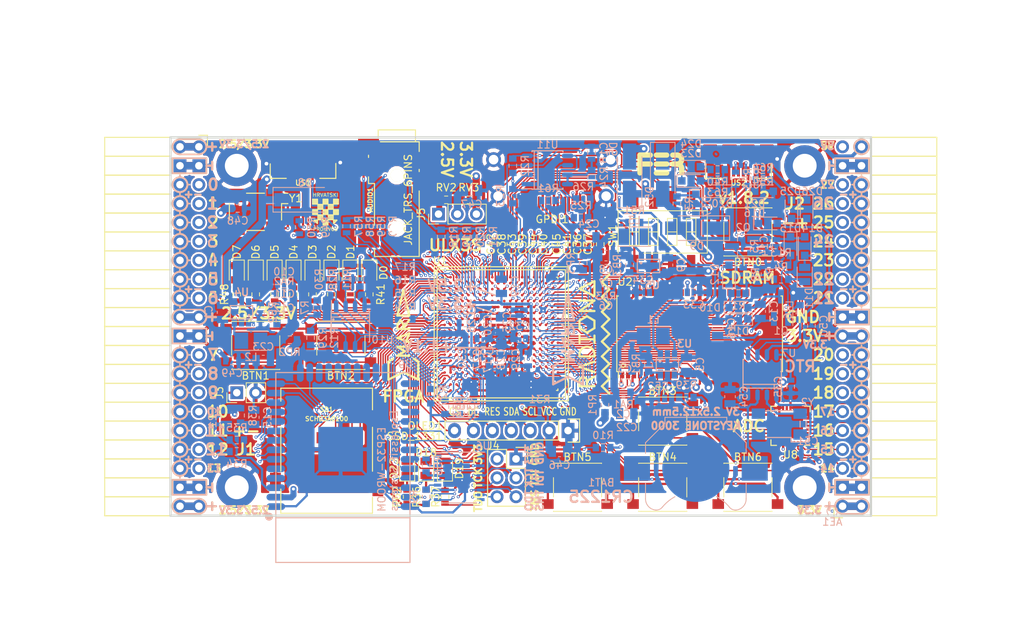
<source format=kicad_pcb>
(kicad_pcb (version 20171130) (host pcbnew 5.0.0-rc2-dev-unknown+dfsg1+20180318-2)
  (layers (0 F.Cu signal) (1 In1.Cu signal) (2 In2.Cu signal) (31 B.Cu signal) (34 B.Paste user) (35 F.Paste user) (36 B.SilkS user) (37 F.SilkS user) (38 B.Mask user) (39 F.Mask user) (44 Edge.Cuts user))
  (net 0 "")
  (net 1 GND)
  (net 2 +5V)
  (net 3 /gpio/IN5V)
  (net 4 /gpio/OUT5V)
  (net 5 +3V3)
  (net 6 BTN_D)
  (net 7 BTN_F1)
  (net 8 BTN_F2)
  (net 9 BTN_L)
  (net 10 BTN_R)
  (net 11 BTN_U)
  (net 12 /power/FB1)
  (net 13 +2V5)
  (net 14 /power/PWREN)
  (net 15 /power/FB3)
  (net 16 /power/FB2)
  (net 17 "Net-(D9-Pad1)")
  (net 18 /power/VBAT)
  (net 19 JTAG_TDI)
  (net 20 JTAG_TCK)
  (net 21 JTAG_TMS)
  (net 22 JTAG_TDO)
  (net 23 /power/WAKEUPn)
  (net 24 /power/WKUP)
  (net 25 /power/SHUT)
  (net 26 /power/WAKE)
  (net 27 /power/HOLD)
  (net 28 /power/WKn)
  (net 29 /power/OSCI_32k)
  (net 30 /power/OSCO_32k)
  (net 31 "Net-(Q2-Pad3)")
  (net 32 SHUTDOWN)
  (net 33 /analog/AUDIO_L)
  (net 34 /analog/AUDIO_R)
  (net 35 GPDI_SDA)
  (net 36 GPDI_SCL)
  (net 37 /gpdi/VREF2)
  (net 38 SD_CMD)
  (net 39 SD_CLK)
  (net 40 SD_D0)
  (net 41 SD_D1)
  (net 42 USB5V)
  (net 43 GPDI_CEC)
  (net 44 nRESET)
  (net 45 FTDI_nDTR)
  (net 46 SDRAM_CKE)
  (net 47 SDRAM_A7)
  (net 48 SDRAM_D15)
  (net 49 SDRAM_BA1)
  (net 50 SDRAM_D7)
  (net 51 SDRAM_A6)
  (net 52 SDRAM_CLK)
  (net 53 SDRAM_D13)
  (net 54 SDRAM_BA0)
  (net 55 SDRAM_D6)
  (net 56 SDRAM_A5)
  (net 57 SDRAM_D14)
  (net 58 SDRAM_A11)
  (net 59 SDRAM_D12)
  (net 60 SDRAM_D5)
  (net 61 SDRAM_A4)
  (net 62 SDRAM_A10)
  (net 63 SDRAM_D11)
  (net 64 SDRAM_A3)
  (net 65 SDRAM_D4)
  (net 66 SDRAM_D10)
  (net 67 SDRAM_D9)
  (net 68 SDRAM_A9)
  (net 69 SDRAM_D3)
  (net 70 SDRAM_D8)
  (net 71 SDRAM_A8)
  (net 72 SDRAM_A2)
  (net 73 SDRAM_A1)
  (net 74 SDRAM_A0)
  (net 75 SDRAM_D2)
  (net 76 SDRAM_D1)
  (net 77 SDRAM_D0)
  (net 78 SDRAM_DQM0)
  (net 79 SDRAM_nCS)
  (net 80 SDRAM_nRAS)
  (net 81 SDRAM_DQM1)
  (net 82 SDRAM_nCAS)
  (net 83 SDRAM_nWE)
  (net 84 /flash/FLASH_nWP)
  (net 85 /flash/FLASH_nHOLD)
  (net 86 /flash/FLASH_MOSI)
  (net 87 /flash/FLASH_MISO)
  (net 88 /flash/FLASH_SCK)
  (net 89 /flash/FLASH_nCS)
  (net 90 /flash/FPGA_PROGRAMN)
  (net 91 /flash/FPGA_DONE)
  (net 92 /flash/FPGA_INITN)
  (net 93 OLED_RES)
  (net 94 OLED_DC)
  (net 95 OLED_CS)
  (net 96 WIFI_EN)
  (net 97 FTDI_nRTS)
  (net 98 FTDI_TXD)
  (net 99 FTDI_RXD)
  (net 100 WIFI_RXD)
  (net 101 WIFI_GPIO0)
  (net 102 WIFI_TXD)
  (net 103 USB_FTDI_D+)
  (net 104 USB_FTDI_D-)
  (net 105 SD_D3)
  (net 106 AUDIO_L3)
  (net 107 AUDIO_L2)
  (net 108 AUDIO_L1)
  (net 109 AUDIO_L0)
  (net 110 AUDIO_R3)
  (net 111 AUDIO_R2)
  (net 112 AUDIO_R1)
  (net 113 AUDIO_R0)
  (net 114 OLED_CLK)
  (net 115 OLED_MOSI)
  (net 116 LED0)
  (net 117 LED1)
  (net 118 LED2)
  (net 119 LED3)
  (net 120 LED4)
  (net 121 LED5)
  (net 122 LED6)
  (net 123 LED7)
  (net 124 BTN_PWRn)
  (net 125 FTDI_nTXLED)
  (net 126 FTDI_nSLEEP)
  (net 127 /blinkey/LED_PWREN)
  (net 128 /blinkey/LED_TXLED)
  (net 129 /sdcard/SD3V3)
  (net 130 SD_D2)
  (net 131 CLK_25MHz)
  (net 132 /blinkey/BTNPUL)
  (net 133 /blinkey/BTNPUR)
  (net 134 USB_FPGA_D+)
  (net 135 /power/FTDI_nSUSPEND)
  (net 136 /blinkey/ALED0)
  (net 137 /blinkey/ALED1)
  (net 138 /blinkey/ALED2)
  (net 139 /blinkey/ALED3)
  (net 140 /blinkey/ALED4)
  (net 141 /blinkey/ALED5)
  (net 142 /blinkey/ALED6)
  (net 143 /blinkey/ALED7)
  (net 144 /usb/FTD-)
  (net 145 /usb/FTD+)
  (net 146 ADC_MISO)
  (net 147 ADC_MOSI)
  (net 148 ADC_CSn)
  (net 149 ADC_SCLK)
  (net 150 SW3)
  (net 151 SW2)
  (net 152 SW1)
  (net 153 USB_FPGA_D-)
  (net 154 /usb/FPD+)
  (net 155 /usb/FPD-)
  (net 156 WIFI_GPIO16)
  (net 157 /usb/ANT_433MHz)
  (net 158 /power/PWRBTn)
  (net 159 PROG_DONE)
  (net 160 /power/P3V3)
  (net 161 /power/P2V5)
  (net 162 /power/L1)
  (net 163 /power/L3)
  (net 164 /power/L2)
  (net 165 FTDI_TXDEN)
  (net 166 SDRAM_A12)
  (net 167 /analog/AUDIO_V)
  (net 168 AUDIO_V3)
  (net 169 AUDIO_V2)
  (net 170 AUDIO_V1)
  (net 171 AUDIO_V0)
  (net 172 /blinkey/LED_WIFI)
  (net 173 /power/P1V1)
  (net 174 +1V1)
  (net 175 SW4)
  (net 176 /blinkey/SWPU)
  (net 177 /wifi/WIFIEN)
  (net 178 FT2V5)
  (net 179 GN0)
  (net 180 GP0)
  (net 181 GN1)
  (net 182 GP1)
  (net 183 GN2)
  (net 184 GP2)
  (net 185 GN3)
  (net 186 GP3)
  (net 187 GN4)
  (net 188 GP4)
  (net 189 GN5)
  (net 190 GP5)
  (net 191 GN6)
  (net 192 GP6)
  (net 193 GN14)
  (net 194 GP14)
  (net 195 GN15)
  (net 196 GP15)
  (net 197 GN16)
  (net 198 GP16)
  (net 199 GN17)
  (net 200 GP17)
  (net 201 GN18)
  (net 202 GP18)
  (net 203 GN19)
  (net 204 GP19)
  (net 205 GN20)
  (net 206 GP20)
  (net 207 GN21)
  (net 208 GP21)
  (net 209 GN22)
  (net 210 GP22)
  (net 211 GN23)
  (net 212 GP23)
  (net 213 GN24)
  (net 214 GP24)
  (net 215 GN25)
  (net 216 GP25)
  (net 217 GN26)
  (net 218 GP26)
  (net 219 GN27)
  (net 220 GP27)
  (net 221 GN7)
  (net 222 GP7)
  (net 223 GN8)
  (net 224 GP8)
  (net 225 GN9)
  (net 226 GP9)
  (net 227 GN10)
  (net 228 GP10)
  (net 229 GN11)
  (net 230 GP11)
  (net 231 GN12)
  (net 232 GP12)
  (net 233 GN13)
  (net 234 GP13)
  (net 235 WIFI_GPIO5)
  (net 236 WIFI_GPIO17)
  (net 237 USB_FPGA_PULL_D+)
  (net 238 USB_FPGA_PULL_D-)
  (net 239 "Net-(D23-Pad2)")
  (net 240 "Net-(D24-Pad1)")
  (net 241 "Net-(D25-Pad2)")
  (net 242 "Net-(D26-Pad1)")
  (net 243 /gpdi/GPDI_ETH+)
  (net 244 FPDI_ETH+)
  (net 245 /gpdi/GPDI_ETH-)
  (net 246 FPDI_ETH-)
  (net 247 /gpdi/GPDI_D2-)
  (net 248 FPDI_D2-)
  (net 249 /gpdi/GPDI_D1-)
  (net 250 FPDI_D1-)
  (net 251 /gpdi/GPDI_D0-)
  (net 252 FPDI_D0-)
  (net 253 /gpdi/GPDI_CLK-)
  (net 254 FPDI_CLK-)
  (net 255 /gpdi/GPDI_D2+)
  (net 256 FPDI_D2+)
  (net 257 /gpdi/GPDI_D1+)
  (net 258 FPDI_D1+)
  (net 259 /gpdi/GPDI_D0+)
  (net 260 FPDI_D0+)
  (net 261 /gpdi/GPDI_CLK+)
  (net 262 FPDI_CLK+)
  (net 263 FPDI_SDA)
  (net 264 FPDI_SCL)
  (net 265 /gpdi/FPDI_CEC)
  (net 266 2V5_3V3)
  (net 267 "Net-(AUDIO1-Pad5)")
  (net 268 "Net-(AUDIO1-Pad6)")
  (net 269 "Net-(U1-PadA15)")
  (net 270 "Net-(U1-PadC9)")
  (net 271 "Net-(U1-PadD9)")
  (net 272 "Net-(U1-PadD10)")
  (net 273 "Net-(U1-PadD11)")
  (net 274 "Net-(U1-PadD12)")
  (net 275 "Net-(U1-PadE6)")
  (net 276 "Net-(U1-PadE9)")
  (net 277 "Net-(U1-PadE10)")
  (net 278 "Net-(U1-PadE11)")
  (net 279 "Net-(U1-PadJ4)")
  (net 280 "Net-(U1-PadJ5)")
  (net 281 "Net-(U1-PadK5)")
  (net 282 "Net-(U1-PadL5)")
  (net 283 "Net-(U1-PadM4)")
  (net 284 "Net-(U1-PadM5)")
  (net 285 SD_CD)
  (net 286 SD_WP)
  (net 287 "Net-(U1-PadR3)")
  (net 288 "Net-(U1-PadT16)")
  (net 289 "Net-(U1-PadW4)")
  (net 290 "Net-(U1-PadW5)")
  (net 291 "Net-(U1-PadW8)")
  (net 292 "Net-(U1-PadW9)")
  (net 293 "Net-(U1-PadW13)")
  (net 294 "Net-(U1-PadW14)")
  (net 295 "Net-(U1-PadW17)")
  (net 296 "Net-(U1-PadW18)")
  (net 297 FTDI_nRXLED)
  (net 298 "Net-(U8-Pad12)")
  (net 299 "Net-(U8-Pad25)")
  (net 300 "Net-(U9-Pad32)")
  (net 301 "Net-(U9-Pad22)")
  (net 302 "Net-(U9-Pad21)")
  (net 303 "Net-(U9-Pad20)")
  (net 304 "Net-(U9-Pad19)")
  (net 305 "Net-(U9-Pad18)")
  (net 306 "Net-(U9-Pad17)")
  (net 307 "Net-(U9-Pad12)")
  (net 308 "Net-(U9-Pad5)")
  (net 309 "Net-(U9-Pad4)")
  (net 310 "Net-(US1-Pad4)")
  (net 311 "Net-(US2-Pad4)")
  (net 312 "Net-(Y2-Pad3)")
  (net 313 "Net-(Y2-Pad2)")
  (net 314 "Net-(U1-PadK16)")
  (net 315 "Net-(U1-PadK17)")
  (module Socket_Strips:Socket_Strip_Angled_2x20 (layer F.Cu) (at 97.91 62.69 270)
    (fp_text reference J1 (at 40.64 -6.35) (layer F.SilkS) (effects (font (size 1.5 1.5) (thickness 0.3))))
    (fp_text value CONN_02X20 hide)
    (pad 1 thru_hole oval (at 0 0 270) (size 1.7272 1.7272) (drill 1.016) (layers *.Cu *.Mask) (net 266 2V5_3V3))
    (pad 2 thru_hole oval (at 0 2.54 270) (size 1.7272 1.7272) (drill 1.016) (layers *.Cu *.Mask) (net 266 2V5_3V3))
    (pad 3 thru_hole rect (at 2.54 0 270) (size 1.7272 1.7272) (drill 1.016) (layers *.Cu *.Mask) (net 1 GND))
    (pad 4 thru_hole rect (at 2.54 2.54 270) (size 1.7272 1.7272) (drill 1.016) (layers *.Cu *.Mask) (net 1 GND))
    (pad 5 thru_hole oval (at 5.08 0 270) (size 1.7272 1.7272) (drill 1.016) (layers *.Cu *.Mask) (net 179 GN0))
    (pad 6 thru_hole oval (at 5.08 2.54 270) (size 1.7272 1.7272) (drill 1.016) (layers *.Cu *.Mask) (net 180 GP0))
    (pad 7 thru_hole oval (at 7.62 0 270) (size 1.7272 1.7272) (drill 1.016) (layers *.Cu *.Mask) (net 181 GN1))
    (pad 8 thru_hole oval (at 7.62 2.54 270) (size 1.7272 1.7272) (drill 1.016) (layers *.Cu *.Mask) (net 182 GP1))
    (pad 9 thru_hole oval (at 10.16 0 270) (size 1.7272 1.7272) (drill 1.016) (layers *.Cu *.Mask) (net 183 GN2))
    (pad 10 thru_hole oval (at 10.16 2.54 270) (size 1.7272 1.7272) (drill 1.016) (layers *.Cu *.Mask) (net 184 GP2))
    (pad 11 thru_hole oval (at 12.7 0 270) (size 1.7272 1.7272) (drill 1.016) (layers *.Cu *.Mask) (net 185 GN3))
    (pad 12 thru_hole oval (at 12.7 2.54 270) (size 1.7272 1.7272) (drill 1.016) (layers *.Cu *.Mask) (net 186 GP3))
    (pad 13 thru_hole oval (at 15.24 0 270) (size 1.7272 1.7272) (drill 1.016) (layers *.Cu *.Mask) (net 187 GN4))
    (pad 14 thru_hole oval (at 15.24 2.54 270) (size 1.7272 1.7272) (drill 1.016) (layers *.Cu *.Mask) (net 188 GP4))
    (pad 15 thru_hole oval (at 17.78 0 270) (size 1.7272 1.7272) (drill 1.016) (layers *.Cu *.Mask) (net 189 GN5))
    (pad 16 thru_hole oval (at 17.78 2.54 270) (size 1.7272 1.7272) (drill 1.016) (layers *.Cu *.Mask) (net 190 GP5))
    (pad 17 thru_hole oval (at 20.32 0 270) (size 1.7272 1.7272) (drill 1.016) (layers *.Cu *.Mask) (net 191 GN6))
    (pad 18 thru_hole oval (at 20.32 2.54 270) (size 1.7272 1.7272) (drill 1.016) (layers *.Cu *.Mask) (net 192 GP6))
    (pad 19 thru_hole oval (at 22.86 0 270) (size 1.7272 1.7272) (drill 1.016) (layers *.Cu *.Mask) (net 266 2V5_3V3))
    (pad 20 thru_hole oval (at 22.86 2.54 270) (size 1.7272 1.7272) (drill 1.016) (layers *.Cu *.Mask) (net 266 2V5_3V3))
    (pad 21 thru_hole rect (at 25.4 0 270) (size 1.7272 1.7272) (drill 1.016) (layers *.Cu *.Mask) (net 1 GND))
    (pad 22 thru_hole rect (at 25.4 2.54 270) (size 1.7272 1.7272) (drill 1.016) (layers *.Cu *.Mask) (net 1 GND))
    (pad 23 thru_hole oval (at 27.94 0 270) (size 1.7272 1.7272) (drill 1.016) (layers *.Cu *.Mask) (net 221 GN7))
    (pad 24 thru_hole oval (at 27.94 2.54 270) (size 1.7272 1.7272) (drill 1.016) (layers *.Cu *.Mask) (net 222 GP7))
    (pad 25 thru_hole oval (at 30.48 0 270) (size 1.7272 1.7272) (drill 1.016) (layers *.Cu *.Mask) (net 223 GN8))
    (pad 26 thru_hole oval (at 30.48 2.54 270) (size 1.7272 1.7272) (drill 1.016) (layers *.Cu *.Mask) (net 224 GP8))
    (pad 27 thru_hole oval (at 33.02 0 270) (size 1.7272 1.7272) (drill 1.016) (layers *.Cu *.Mask) (net 225 GN9))
    (pad 28 thru_hole oval (at 33.02 2.54 270) (size 1.7272 1.7272) (drill 1.016) (layers *.Cu *.Mask) (net 226 GP9))
    (pad 29 thru_hole oval (at 35.56 0 270) (size 1.7272 1.7272) (drill 1.016) (layers *.Cu *.Mask) (net 227 GN10))
    (pad 30 thru_hole oval (at 35.56 2.54 270) (size 1.7272 1.7272) (drill 1.016) (layers *.Cu *.Mask) (net 228 GP10))
    (pad 31 thru_hole oval (at 38.1 0 270) (size 1.7272 1.7272) (drill 1.016) (layers *.Cu *.Mask) (net 229 GN11))
    (pad 32 thru_hole oval (at 38.1 2.54 270) (size 1.7272 1.7272) (drill 1.016) (layers *.Cu *.Mask) (net 230 GP11))
    (pad 33 thru_hole oval (at 40.64 0 270) (size 1.7272 1.7272) (drill 1.016) (layers *.Cu *.Mask) (net 231 GN12))
    (pad 34 thru_hole oval (at 40.64 2.54 270) (size 1.7272 1.7272) (drill 1.016) (layers *.Cu *.Mask) (net 232 GP12))
    (pad 35 thru_hole oval (at 43.18 0 270) (size 1.7272 1.7272) (drill 1.016) (layers *.Cu *.Mask) (net 233 GN13))
    (pad 36 thru_hole oval (at 43.18 2.54 270) (size 1.7272 1.7272) (drill 1.016) (layers *.Cu *.Mask) (net 234 GP13))
    (pad 37 thru_hole rect (at 45.72 0 270) (size 1.7272 1.7272) (drill 1.016) (layers *.Cu *.Mask) (net 1 GND))
    (pad 38 thru_hole rect (at 45.72 2.54 270) (size 1.7272 1.7272) (drill 1.016) (layers *.Cu *.Mask) (net 1 GND))
    (pad 39 thru_hole oval (at 48.26 0 270) (size 1.7272 1.7272) (drill 1.016) (layers *.Cu *.Mask) (net 266 2V5_3V3))
    (pad 40 thru_hole oval (at 48.26 2.54 270) (size 1.7272 1.7272) (drill 1.016) (layers *.Cu *.Mask) (net 266 2V5_3V3))
  )
  (module TSOT-25:TSOT-25 (layer B.Cu) (at 160.775 91.9)
    (fp_text reference U3 (at 2.301 -2.776) (layer B.SilkS) (effects (font (thickness 0.2)) (justify mirror)))
    (fp_text value TLV62569DBV)
    (pad 1 smd rect (at -0.95 -1.3) (size 0.7 1.2) (layers B.Cu B.Paste B.Mask) (net 14 /power/PWREN))
    (pad 2 smd rect (at 0 -1.3) (size 0.7 1.2) (layers B.Cu B.Paste B.Mask) (net 1 GND))
    (pad 3 smd rect (at 0.95 -1.3) (size 0.7 1.2) (layers B.Cu B.Paste B.Mask) (net 162 /power/L1))
    (pad 4 smd rect (at 0.95 1.3) (size 0.7 1.2) (layers B.Cu B.Paste B.Mask) (net 2 +5V))
    (pad 5 smd rect (at -0.95 1.3) (size 0.7 1.2) (layers B.Cu B.Paste B.Mask) (net 12 /power/FB1))
  )
  (module TSOT-25:TSOT-25 (layer B.Cu) (at 103.625 84.915 180)
    (fp_text reference U4 (at 0 2.697 180) (layer B.SilkS) (effects (font (thickness 0.2)) (justify mirror)))
    (fp_text value TLV62569DBV)
    (pad 1 smd rect (at -0.95 -1.3 180) (size 0.7 1.2) (layers B.Cu B.Paste B.Mask) (net 14 /power/PWREN))
    (pad 2 smd rect (at 0 -1.3 180) (size 0.7 1.2) (layers B.Cu B.Paste B.Mask) (net 1 GND))
    (pad 3 smd rect (at 0.95 -1.3 180) (size 0.7 1.2) (layers B.Cu B.Paste B.Mask) (net 164 /power/L2))
    (pad 4 smd rect (at 0.95 1.3 180) (size 0.7 1.2) (layers B.Cu B.Paste B.Mask) (net 2 +5V))
    (pad 5 smd rect (at -0.95 1.3 180) (size 0.7 1.2) (layers B.Cu B.Paste B.Mask) (net 16 /power/FB2))
  )
  (module TSOT-25:TSOT-25 (layer B.Cu) (at 158.235 78.692)
    (fp_text reference U5 (at 0.523 2.558) (layer B.SilkS) (effects (font (thickness 0.2)) (justify mirror)))
    (fp_text value TLV62569DBV)
    (pad 1 smd rect (at -0.95 -1.3) (size 0.7 1.2) (layers B.Cu B.Paste B.Mask) (net 14 /power/PWREN))
    (pad 2 smd rect (at 0 -1.3) (size 0.7 1.2) (layers B.Cu B.Paste B.Mask) (net 1 GND))
    (pad 3 smd rect (at 0.95 -1.3) (size 0.7 1.2) (layers B.Cu B.Paste B.Mask) (net 163 /power/L3))
    (pad 4 smd rect (at 0.95 1.3) (size 0.7 1.2) (layers B.Cu B.Paste B.Mask) (net 2 +5V))
    (pad 5 smd rect (at -0.95 1.3) (size 0.7 1.2) (layers B.Cu B.Paste B.Mask) (net 15 /power/FB3))
  )
  (module Socket_Strips:Socket_Strip_Angled_2x20 (layer F.Cu) (at 184.27 110.95 90)
    (fp_text reference J2 (at 40.64 -6.35 180) (layer F.SilkS) (effects (font (size 1.5 1.5) (thickness 0.3))))
    (fp_text value CONN_02X20 hide)
    (pad 1 thru_hole oval (at 0 0 90) (size 1.7272 1.7272) (drill 1.016) (layers *.Cu *.Mask) (net 5 +3V3))
    (pad 2 thru_hole oval (at 0 2.54 90) (size 1.7272 1.7272) (drill 1.016) (layers *.Cu *.Mask) (net 5 +3V3))
    (pad 3 thru_hole rect (at 2.54 0 90) (size 1.7272 1.7272) (drill 1.016) (layers *.Cu *.Mask) (net 1 GND))
    (pad 4 thru_hole rect (at 2.54 2.54 90) (size 1.7272 1.7272) (drill 1.016) (layers *.Cu *.Mask) (net 1 GND))
    (pad 5 thru_hole oval (at 5.08 0 90) (size 1.7272 1.7272) (drill 1.016) (layers *.Cu *.Mask) (net 193 GN14))
    (pad 6 thru_hole oval (at 5.08 2.54 90) (size 1.7272 1.7272) (drill 1.016) (layers *.Cu *.Mask) (net 194 GP14))
    (pad 7 thru_hole oval (at 7.62 0 90) (size 1.7272 1.7272) (drill 1.016) (layers *.Cu *.Mask) (net 195 GN15))
    (pad 8 thru_hole oval (at 7.62 2.54 90) (size 1.7272 1.7272) (drill 1.016) (layers *.Cu *.Mask) (net 196 GP15))
    (pad 9 thru_hole oval (at 10.16 0 90) (size 1.7272 1.7272) (drill 1.016) (layers *.Cu *.Mask) (net 197 GN16))
    (pad 10 thru_hole oval (at 10.16 2.54 90) (size 1.7272 1.7272) (drill 1.016) (layers *.Cu *.Mask) (net 198 GP16))
    (pad 11 thru_hole oval (at 12.7 0 90) (size 1.7272 1.7272) (drill 1.016) (layers *.Cu *.Mask) (net 199 GN17))
    (pad 12 thru_hole oval (at 12.7 2.54 90) (size 1.7272 1.7272) (drill 1.016) (layers *.Cu *.Mask) (net 200 GP17))
    (pad 13 thru_hole oval (at 15.24 0 90) (size 1.7272 1.7272) (drill 1.016) (layers *.Cu *.Mask) (net 201 GN18))
    (pad 14 thru_hole oval (at 15.24 2.54 90) (size 1.7272 1.7272) (drill 1.016) (layers *.Cu *.Mask) (net 202 GP18))
    (pad 15 thru_hole oval (at 17.78 0 90) (size 1.7272 1.7272) (drill 1.016) (layers *.Cu *.Mask) (net 203 GN19))
    (pad 16 thru_hole oval (at 17.78 2.54 90) (size 1.7272 1.7272) (drill 1.016) (layers *.Cu *.Mask) (net 204 GP19))
    (pad 17 thru_hole oval (at 20.32 0 90) (size 1.7272 1.7272) (drill 1.016) (layers *.Cu *.Mask) (net 205 GN20))
    (pad 18 thru_hole oval (at 20.32 2.54 90) (size 1.7272 1.7272) (drill 1.016) (layers *.Cu *.Mask) (net 206 GP20))
    (pad 19 thru_hole oval (at 22.86 0 90) (size 1.7272 1.7272) (drill 1.016) (layers *.Cu *.Mask) (net 5 +3V3))
    (pad 20 thru_hole oval (at 22.86 2.54 90) (size 1.7272 1.7272) (drill 1.016) (layers *.Cu *.Mask) (net 5 +3V3))
    (pad 21 thru_hole rect (at 25.4 0 90) (size 1.7272 1.7272) (drill 1.016) (layers *.Cu *.Mask) (net 1 GND))
    (pad 22 thru_hole rect (at 25.4 2.54 90) (size 1.7272 1.7272) (drill 1.016) (layers *.Cu *.Mask) (net 1 GND))
    (pad 23 thru_hole oval (at 27.94 0 90) (size 1.7272 1.7272) (drill 1.016) (layers *.Cu *.Mask) (net 207 GN21))
    (pad 24 thru_hole oval (at 27.94 2.54 90) (size 1.7272 1.7272) (drill 1.016) (layers *.Cu *.Mask) (net 208 GP21))
    (pad 25 thru_hole oval (at 30.48 0 90) (size 1.7272 1.7272) (drill 1.016) (layers *.Cu *.Mask) (net 209 GN22))
    (pad 26 thru_hole oval (at 30.48 2.54 90) (size 1.7272 1.7272) (drill 1.016) (layers *.Cu *.Mask) (net 210 GP22))
    (pad 27 thru_hole oval (at 33.02 0 90) (size 1.7272 1.7272) (drill 1.016) (layers *.Cu *.Mask) (net 211 GN23))
    (pad 28 thru_hole oval (at 33.02 2.54 90) (size 1.7272 1.7272) (drill 1.016) (layers *.Cu *.Mask) (net 212 GP23))
    (pad 29 thru_hole oval (at 35.56 0 90) (size 1.7272 1.7272) (drill 1.016) (layers *.Cu *.Mask) (net 213 GN24))
    (pad 30 thru_hole oval (at 35.56 2.54 90) (size 1.7272 1.7272) (drill 1.016) (layers *.Cu *.Mask) (net 214 GP24))
    (pad 31 thru_hole oval (at 38.1 0 90) (size 1.7272 1.7272) (drill 1.016) (layers *.Cu *.Mask) (net 215 GN25))
    (pad 32 thru_hole oval (at 38.1 2.54 90) (size 1.7272 1.7272) (drill 1.016) (layers *.Cu *.Mask) (net 216 GP25))
    (pad 33 thru_hole oval (at 40.64 0 90) (size 1.7272 1.7272) (drill 1.016) (layers *.Cu *.Mask) (net 217 GN26))
    (pad 34 thru_hole oval (at 40.64 2.54 90) (size 1.7272 1.7272) (drill 1.016) (layers *.Cu *.Mask) (net 218 GP26))
    (pad 35 thru_hole oval (at 43.18 0 90) (size 1.7272 1.7272) (drill 1.016) (layers *.Cu *.Mask) (net 219 GN27))
    (pad 36 thru_hole oval (at 43.18 2.54 90) (size 1.7272 1.7272) (drill 1.016) (layers *.Cu *.Mask) (net 220 GP27))
    (pad 37 thru_hole rect (at 45.72 0 90) (size 1.7272 1.7272) (drill 1.016) (layers *.Cu *.Mask) (net 1 GND))
    (pad 38 thru_hole rect (at 45.72 2.54 90) (size 1.7272 1.7272) (drill 1.016) (layers *.Cu *.Mask) (net 1 GND))
    (pad 39 thru_hole oval (at 48.26 0 90) (size 1.7272 1.7272) (drill 1.016) (layers *.Cu *.Mask) (net 3 /gpio/IN5V))
    (pad 40 thru_hole oval (at 48.26 2.54 90) (size 1.7272 1.7272) (drill 1.016) (layers *.Cu *.Mask) (net 4 /gpio/OUT5V))
  )
  (module Mounting_Holes:MountingHole_3.2mm_M3_ISO14580_Pad (layer F.Cu) (at 102.99 108.41)
    (fp_text reference H1 hide)
    (fp_text value HOLE hide)
    (pad 1 thru_hole circle (at 0 0) (size 5.5 5.5) (drill 3.2) (layers *.Cu *.Mask) (net 1 GND))
  )
  (module Mounting_Holes:MountingHole_3.2mm_M3_ISO14580_Pad (layer F.Cu) (at 179.19 108.41)
    (fp_text reference H2 hide)
    (fp_text value HOLE hide)
    (pad 1 thru_hole circle (at 0 0) (size 5.5 5.5) (drill 3.2) (layers *.Cu *.Mask) (net 1 GND))
  )
  (module Mounting_Holes:MountingHole_3.2mm_M3_ISO14580_Pad (layer F.Cu) (at 179.19 65.23)
    (fp_text reference H3 hide)
    (fp_text value HOLE hide)
    (pad 1 thru_hole circle (at 0 0) (size 5.5 5.5) (drill 3.2) (layers *.Cu *.Mask) (net 1 GND))
  )
  (module Mounting_Holes:MountingHole_3.2mm_M3_ISO14580_Pad (layer F.Cu) (at 102.99 65.23)
    (fp_text reference H4 hide)
    (fp_text value HOLE hide)
    (pad 1 thru_hole circle (at 0 0) (size 5.5 5.5) (drill 3.2) (layers *.Cu *.Mask) (net 1 GND))
  )
  (module Housings_SSOP:SSOP-20_4.4x6.5mm_Pitch0.65mm (layer B.Cu) (at 132.835 107.14 180)
    (fp_text reference U6 (at -3.175 4.318 180) (layer B.SilkS) (effects (justify mirror)))
    (fp_text value FT231XS)
    (pad 1 smd rect (at -2.9 2.925 180) (size 1 0.4) (layers B.Cu B.Paste B.Mask) (net 45 FTDI_nDTR))
    (pad 2 smd rect (at -2.9 2.275 180) (size 1 0.4) (layers B.Cu B.Paste B.Mask) (net 97 FTDI_nRTS))
    (pad 3 smd rect (at -2.9 1.625 180) (size 1 0.4) (layers B.Cu B.Paste B.Mask) (net 178 FT2V5))
    (pad 4 smd rect (at -2.9 0.975 180) (size 1 0.4) (layers B.Cu B.Paste B.Mask) (net 99 FTDI_RXD))
    (pad 5 smd rect (at -2.9 0.325 180) (size 1 0.4) (layers B.Cu B.Paste B.Mask) (net 19 JTAG_TDI))
    (pad 6 smd rect (at -2.9 -0.325 180) (size 1 0.4) (layers B.Cu B.Paste B.Mask) (net 1 GND))
    (pad 7 smd rect (at -2.9 -0.975 180) (size 1 0.4) (layers B.Cu B.Paste B.Mask) (net 20 JTAG_TCK))
    (pad 8 smd rect (at -2.9 -1.625 180) (size 1 0.4) (layers B.Cu B.Paste B.Mask) (net 21 JTAG_TMS))
    (pad 9 smd rect (at -2.9 -2.275 180) (size 1 0.4) (layers B.Cu B.Paste B.Mask) (net 22 JTAG_TDO))
    (pad 10 smd rect (at -2.9 -2.925 180) (size 1 0.4) (layers B.Cu B.Paste B.Mask) (net 125 FTDI_nTXLED))
    (pad 11 smd rect (at 2.9 -2.925 180) (size 1 0.4) (layers B.Cu B.Paste B.Mask) (net 103 USB_FTDI_D+))
    (pad 12 smd rect (at 2.9 -2.275 180) (size 1 0.4) (layers B.Cu B.Paste B.Mask) (net 104 USB_FTDI_D-))
    (pad 13 smd rect (at 2.9 -1.625 180) (size 1 0.4) (layers B.Cu B.Paste B.Mask) (net 178 FT2V5))
    (pad 14 smd rect (at 2.9 -0.975 180) (size 1 0.4) (layers B.Cu B.Paste B.Mask) (net 44 nRESET))
    (pad 15 smd rect (at 2.9 -0.325 180) (size 1 0.4) (layers B.Cu B.Paste B.Mask) (net 42 USB5V))
    (pad 16 smd rect (at 2.9 0.325 180) (size 1 0.4) (layers B.Cu B.Paste B.Mask) (net 1 GND))
    (pad 17 smd rect (at 2.9 0.975 180) (size 1 0.4) (layers B.Cu B.Paste B.Mask) (net 297 FTDI_nRXLED))
    (pad 18 smd rect (at 2.9 1.625 180) (size 1 0.4) (layers B.Cu B.Paste B.Mask) (net 165 FTDI_TXDEN))
    (pad 19 smd rect (at 2.9 2.275 180) (size 1 0.4) (layers B.Cu B.Paste B.Mask) (net 126 FTDI_nSLEEP))
    (pad 20 smd rect (at 2.9 2.925 180) (size 1 0.4) (layers B.Cu B.Paste B.Mask) (net 98 FTDI_TXD))
  )
  (module usb_otg:USB-MICRO-B-FCI-10118192-0001LF (layer F.Cu) (at 111.88 63.325 180)
    (fp_text reference US1 (at 0 -4.2 180) (layer F.SilkS) (effects (font (size 0.7 0.7))))
    (fp_text value MICRO_USB hide)
    (pad 6 smd rect (at -3.1 -2.55 180) (size 2.1 1.6) (layers F.Cu F.Paste F.Mask) (net 1 GND))
    (pad 6 smd rect (at 3.1 -2.55 180) (size 2.1 1.6) (layers F.Cu F.Paste F.Mask) (net 1 GND))
    (pad 6 smd rect (at -1.2 0 180) (size 1.9 1.9) (layers F.Cu F.Paste F.Mask) (net 1 GND))
    (pad 6 smd rect (at 1.2 0 180) (size 1.9 1.9) (layers F.Cu F.Paste F.Mask) (net 1 GND))
    (pad 1 smd rect (at -1.3 -2.675 180) (size 0.4 1.35) (layers F.Cu F.Paste F.Mask) (net 42 USB5V))
    (pad 2 smd rect (at -0.65 -2.675 180) (size 0.4 1.35) (layers F.Cu F.Paste F.Mask) (net 144 /usb/FTD-))
    (pad 3 smd rect (at 0 -2.675 180) (size 0.4 1.35) (layers F.Cu F.Paste F.Mask) (net 145 /usb/FTD+))
    (pad 4 smd rect (at 0.65 -2.675 180) (size 0.4 1.35) (layers F.Cu F.Paste F.Mask) (net 310 "Net-(US1-Pad4)"))
    (pad 5 smd rect (at 1.3 -2.675 180) (size 0.4 1.35) (layers F.Cu F.Paste F.Mask) (net 1 GND))
    (pad 6 smd rect (at -3.8 0 180) (size 1.8 1.9) (layers F.Cu F.Paste F.Mask) (net 1 GND))
    (pad 6 smd rect (at 3.8 0 180) (size 1.8 1.9) (layers F.Cu F.Paste F.Mask) (net 1 GND))
  )
  (module usb_otg:USB-MICRO-B-FCI-10118192-0001LF (layer F.Cu) (at 170.3 63.325 180)
    (fp_text reference US2 (at 0 -4.2 180) (layer F.SilkS) (effects (font (size 0.7 0.7))))
    (fp_text value MICRO_USB hide)
    (pad 6 smd rect (at -3.1 -2.55 180) (size 2.1 1.6) (layers F.Cu F.Paste F.Mask) (net 1 GND))
    (pad 6 smd rect (at 3.1 -2.55 180) (size 2.1 1.6) (layers F.Cu F.Paste F.Mask) (net 1 GND))
    (pad 6 smd rect (at -1.2 0 180) (size 1.9 1.9) (layers F.Cu F.Paste F.Mask) (net 1 GND))
    (pad 6 smd rect (at 1.2 0 180) (size 1.9 1.9) (layers F.Cu F.Paste F.Mask) (net 1 GND))
    (pad 1 smd rect (at -1.3 -2.675 180) (size 0.4 1.35) (layers F.Cu F.Paste F.Mask) (net 17 "Net-(D9-Pad1)"))
    (pad 2 smd rect (at -0.65 -2.675 180) (size 0.4 1.35) (layers F.Cu F.Paste F.Mask) (net 155 /usb/FPD-))
    (pad 3 smd rect (at 0 -2.675 180) (size 0.4 1.35) (layers F.Cu F.Paste F.Mask) (net 154 /usb/FPD+))
    (pad 4 smd rect (at 0.65 -2.675 180) (size 0.4 1.35) (layers F.Cu F.Paste F.Mask) (net 311 "Net-(US2-Pad4)"))
    (pad 5 smd rect (at 1.3 -2.675 180) (size 0.4 1.35) (layers F.Cu F.Paste F.Mask) (net 1 GND))
    (pad 6 smd rect (at -3.8 0 180) (size 1.8 1.9) (layers F.Cu F.Paste F.Mask) (net 1 GND))
    (pad 6 smd rect (at 3.8 0 180) (size 1.8 1.9) (layers F.Cu F.Paste F.Mask) (net 1 GND))
  )
  (module Socket_Strips:Socket_Strip_Straight_2x03 (layer F.Cu) (at 140.455 104.6 270)
    (fp_text reference J4 (at -1.778 3.048) (layer F.SilkS))
    (fp_text value CONN_02X03 hide)
    (pad 1 thru_hole rect (at 0 0 270) (size 1.7272 1.7272) (drill 1.016) (layers *.Cu *.Mask) (net 1 GND))
    (pad 2 thru_hole oval (at 0 2.54 270) (size 1.7272 1.7272) (drill 1.016) (layers *.Cu *.Mask) (net 5 +3V3))
    (pad 3 thru_hole oval (at 2.54 0 270) (size 1.7272 1.7272) (drill 1.016) (layers *.Cu *.Mask) (net 19 JTAG_TDI))
    (pad 4 thru_hole oval (at 2.54 2.54 270) (size 1.7272 1.7272) (drill 1.016) (layers *.Cu *.Mask) (net 20 JTAG_TCK))
    (pad 5 thru_hole oval (at 5.08 0 270) (size 1.7272 1.7272) (drill 1.016) (layers *.Cu *.Mask) (net 21 JTAG_TMS))
    (pad 6 thru_hole oval (at 5.08 2.54 270) (size 1.7272 1.7272) (drill 1.016) (layers *.Cu *.Mask) (net 22 JTAG_TDO))
  )
  (module Housings_DFN_QFN:QFN-28-1EP_5x5mm_Pitch0.5mm (layer F.Cu) (at 177.285 100.155 180)
    (fp_text reference U8 (at 0 -3.875 180) (layer F.SilkS))
    (fp_text value MAX11125)
    (pad 1 smd oval (at -2.45 -1.5 180) (size 0.85 0.3) (layers F.Cu F.Paste F.Mask) (net 196 GP15))
    (pad 2 smd oval (at -2.45 -1 180) (size 0.85 0.3) (layers F.Cu F.Paste F.Mask) (net 197 GN16))
    (pad 3 smd oval (at -2.45 -0.5 180) (size 0.85 0.3) (layers F.Cu F.Paste F.Mask) (net 198 GP16))
    (pad 4 smd oval (at -2.45 0 180) (size 0.85 0.3) (layers F.Cu F.Paste F.Mask) (net 199 GN17))
    (pad 5 smd oval (at -2.45 0.5 180) (size 0.85 0.3) (layers F.Cu F.Paste F.Mask) (net 200 GP17))
    (pad 6 smd oval (at -2.45 1 180) (size 0.85 0.3) (layers F.Cu F.Paste F.Mask) (net 1 GND))
    (pad 7 smd oval (at -2.45 1.5 180) (size 0.85 0.3) (layers F.Cu F.Paste F.Mask) (net 1 GND))
    (pad 8 smd oval (at -1.5 2.45 270) (size 0.85 0.3) (layers F.Cu F.Paste F.Mask) (net 1 GND))
    (pad 9 smd oval (at -1 2.45 270) (size 0.85 0.3) (layers F.Cu F.Paste F.Mask) (net 1 GND))
    (pad 10 smd oval (at -0.5 2.45 270) (size 0.85 0.3) (layers F.Cu F.Paste F.Mask) (net 1 GND))
    (pad 11 smd oval (at 0 2.45 270) (size 0.85 0.3) (layers F.Cu F.Paste F.Mask) (net 1 GND))
    (pad 12 smd oval (at 0.5 2.45 270) (size 0.85 0.3) (layers F.Cu F.Paste F.Mask) (net 298 "Net-(U8-Pad12)"))
    (pad 13 smd oval (at 1 2.45 270) (size 0.85 0.3) (layers F.Cu F.Paste F.Mask) (net 1 GND))
    (pad 14 smd oval (at 1.5 2.45 270) (size 0.85 0.3) (layers F.Cu F.Paste F.Mask) (net 1 GND))
    (pad 15 smd oval (at 2.45 1.5 180) (size 0.85 0.3) (layers F.Cu F.Paste F.Mask) (net 5 +3V3))
    (pad 16 smd oval (at 2.45 1 180) (size 0.85 0.3) (layers F.Cu F.Paste F.Mask) (net 1 GND))
    (pad 17 smd oval (at 2.45 0.5 180) (size 0.85 0.3) (layers F.Cu F.Paste F.Mask) (net 5 +3V3))
    (pad 18 smd oval (at 2.45 0 180) (size 0.85 0.3) (layers F.Cu F.Paste F.Mask) (net 5 +3V3))
    (pad 19 smd oval (at 2.45 -0.5 180) (size 0.85 0.3) (layers F.Cu F.Paste F.Mask) (net 149 ADC_SCLK))
    (pad 20 smd oval (at 2.45 -1 180) (size 0.85 0.3) (layers F.Cu F.Paste F.Mask) (net 148 ADC_CSn))
    (pad 21 smd oval (at 2.45 -1.5 180) (size 0.85 0.3) (layers F.Cu F.Paste F.Mask) (net 147 ADC_MOSI))
    (pad 22 smd oval (at 1.5 -2.45 270) (size 0.85 0.3) (layers F.Cu F.Paste F.Mask) (net 1 GND))
    (pad 23 smd oval (at 1 -2.45 270) (size 0.85 0.3) (layers F.Cu F.Paste F.Mask) (net 5 +3V3))
    (pad 24 smd oval (at 0.5 -2.45 270) (size 0.85 0.3) (layers F.Cu F.Paste F.Mask) (net 146 ADC_MISO))
    (pad 25 smd oval (at 0 -2.45 270) (size 0.85 0.3) (layers F.Cu F.Paste F.Mask) (net 299 "Net-(U8-Pad25)"))
    (pad 26 smd oval (at -0.5 -2.45 270) (size 0.85 0.3) (layers F.Cu F.Paste F.Mask) (net 193 GN14))
    (pad 27 smd oval (at -1 -2.45 270) (size 0.85 0.3) (layers F.Cu F.Paste F.Mask) (net 194 GP14))
    (pad 28 smd oval (at -1.5 -2.45 270) (size 0.85 0.3) (layers F.Cu F.Paste F.Mask) (net 195 GN15))
    (pad 29 smd rect (at 0.8375 0.8375 180) (size 1.675 1.675) (layers F.Cu F.Paste F.Mask) (net 1 GND))
    (pad 29 smd rect (at 0.8375 -0.8375 180) (size 1.675 1.675) (layers F.Cu F.Paste F.Mask) (net 1 GND))
    (pad 29 smd rect (at -0.8375 0.8375 180) (size 1.675 1.675) (layers F.Cu F.Paste F.Mask) (net 1 GND))
    (pad 29 smd rect (at -0.8375 -0.8375 180) (size 1.675 1.675) (layers F.Cu F.Paste F.Mask) (net 1 GND))
  )
  (module oled:oled_13xx (layer F.Cu) (at 139.82 100.79 180)
    (fp_text reference OLED1 (at 11.557 0.635 180) (layer F.SilkS))
    (fp_text value SSD_1331 (at 12.954 -0.762 180) (layer F.SilkS))
    (fp_text user CS (at 7.62 2.54 180) (layer F.SilkS) (effects (font (size 1 0.75))))
    (fp_text user DC (at 5.08 2.54 180) (layer F.SilkS) (effects (font (size 1 0.75))))
    (fp_text user RES (at 2.54 2.54 180) (layer F.SilkS) (effects (font (size 1 0.75))))
    (fp_text user SDA (at 0 2.54 180) (layer F.SilkS) (effects (font (size 1 0.75))))
    (fp_text user SCL (at -2.54 2.54 180) (layer F.SilkS) (effects (font (size 1 0.75))))
    (fp_text user VCC (at -5.08 2.54 180) (layer F.SilkS) (effects (font (size 1 0.75))))
    (fp_text user GND (at -7.62 2.54 180) (layer F.SilkS) (effects (font (size 1 0.75))))
    (pad 1 thru_hole rect (at -7.62 0 180) (size 1.7272 2.032) (drill 1.016) (layers *.Cu *.Mask) (net 1 GND))
    (pad 2 thru_hole oval (at -5.08 0 180) (size 1.7272 2.032) (drill 1.016) (layers *.Cu *.Mask) (net 5 +3V3))
    (pad 3 thru_hole oval (at -2.54 0 180) (size 1.7272 2.032) (drill 1.016) (layers *.Cu *.Mask) (net 114 OLED_CLK))
    (pad 4 thru_hole oval (at 0 0 180) (size 1.7272 2.032) (drill 1.016) (layers *.Cu *.Mask) (net 115 OLED_MOSI))
    (pad 5 thru_hole oval (at 2.54 0 180) (size 1.7272 2.032) (drill 1.016) (layers *.Cu *.Mask) (net 93 OLED_RES))
    (pad 6 thru_hole oval (at 5.08 0 180) (size 1.7272 2.032) (drill 1.016) (layers *.Cu *.Mask) (net 94 OLED_DC))
    (pad 7 thru_hole oval (at 7.62 0 180) (size 1.7272 2.032) (drill 1.016) (layers *.Cu *.Mask) (net 95 OLED_CS))
  )
  (module Buttons_Switches_SMD:SW_SPST_PTS645 (layer F.Cu) (at 171.57 74.12 180)
    (fp_text reference BTN0 (at 0 -4.05 180) (layer F.SilkS))
    (fp_text value PTS645)
    (pad 2 smd rect (at -3.98 2.25 180) (size 1.55 1.3) (layers F.Cu F.Paste F.Mask) (net 1 GND))
    (pad 1 smd rect (at -3.98 -2.25 180) (size 1.55 1.3) (layers F.Cu F.Paste F.Mask) (net 158 /power/PWRBTn))
    (pad 1 smd rect (at 3.98 -2.25 180) (size 1.55 1.3) (layers F.Cu F.Paste F.Mask) (net 158 /power/PWRBTn))
    (pad 2 smd rect (at 3.98 2.25 180) (size 1.55 1.3) (layers F.Cu F.Paste F.Mask) (net 1 GND))
  )
  (module Buttons_Switches_SMD:SW_SPST_PTS645 (layer F.Cu) (at 105.53 89.36)
    (fp_text reference BTN1 (at 0 4.064) (layer F.SilkS))
    (fp_text value PTS645)
    (pad 2 smd rect (at -3.98 2.25) (size 1.55 1.3) (layers F.Cu F.Paste F.Mask) (net 7 BTN_F1))
    (pad 1 smd rect (at -3.98 -2.25) (size 1.55 1.3) (layers F.Cu F.Paste F.Mask) (net 132 /blinkey/BTNPUL))
    (pad 1 smd rect (at 3.98 -2.25) (size 1.55 1.3) (layers F.Cu F.Paste F.Mask) (net 132 /blinkey/BTNPUL))
    (pad 2 smd rect (at 3.98 2.25) (size 1.55 1.3) (layers F.Cu F.Paste F.Mask) (net 7 BTN_F1))
  )
  (module Buttons_Switches_SMD:SW_SPST_PTS645 (layer F.Cu) (at 116.96 89.36)
    (fp_text reference BTN2 (at 0 4.064) (layer F.SilkS))
    (fp_text value PTS645)
    (pad 2 smd rect (at -3.98 2.25) (size 1.55 1.3) (layers F.Cu F.Paste F.Mask) (net 8 BTN_F2))
    (pad 1 smd rect (at -3.98 -2.25) (size 1.55 1.3) (layers F.Cu F.Paste F.Mask) (net 132 /blinkey/BTNPUL))
    (pad 1 smd rect (at 3.98 -2.25) (size 1.55 1.3) (layers F.Cu F.Paste F.Mask) (net 132 /blinkey/BTNPUL))
    (pad 2 smd rect (at 3.98 2.25) (size 1.55 1.3) (layers F.Cu F.Paste F.Mask) (net 8 BTN_F2))
  )
  (module Buttons_Switches_SMD:SW_SPST_PTS645 (layer F.Cu) (at 160.14 99.52)
    (fp_text reference BTN3 (at 0 -4.05) (layer F.SilkS))
    (fp_text value PTS645)
    (pad 2 smd rect (at -3.98 2.25) (size 1.55 1.3) (layers F.Cu F.Paste F.Mask) (net 11 BTN_U))
    (pad 1 smd rect (at -3.98 -2.25) (size 1.55 1.3) (layers F.Cu F.Paste F.Mask) (net 133 /blinkey/BTNPUR))
    (pad 1 smd rect (at 3.98 -2.25) (size 1.55 1.3) (layers F.Cu F.Paste F.Mask) (net 133 /blinkey/BTNPUR))
    (pad 2 smd rect (at 3.98 2.25) (size 1.55 1.3) (layers F.Cu F.Paste F.Mask) (net 11 BTN_U))
  )
  (module Buttons_Switches_SMD:SW_SPST_PTS645 (layer F.Cu) (at 160.14 108.41 180)
    (fp_text reference BTN4 (at 0 4.064 180) (layer F.SilkS))
    (fp_text value PTS645)
    (pad 2 smd rect (at -3.98 2.25 180) (size 1.55 1.3) (layers F.Cu F.Paste F.Mask) (net 6 BTN_D))
    (pad 1 smd rect (at -3.98 -2.25 180) (size 1.55 1.3) (layers F.Cu F.Paste F.Mask) (net 133 /blinkey/BTNPUR))
    (pad 1 smd rect (at 3.98 -2.25 180) (size 1.55 1.3) (layers F.Cu F.Paste F.Mask) (net 133 /blinkey/BTNPUR))
    (pad 2 smd rect (at 3.98 2.25 180) (size 1.55 1.3) (layers F.Cu F.Paste F.Mask) (net 6 BTN_D))
  )
  (module Buttons_Switches_SMD:SW_SPST_PTS645 (layer F.Cu) (at 148.71 108.41 180)
    (fp_text reference BTN5 (at 0 4.064 180) (layer F.SilkS))
    (fp_text value PTS645)
    (pad 2 smd rect (at -3.98 2.25 180) (size 1.55 1.3) (layers F.Cu F.Paste F.Mask) (net 9 BTN_L))
    (pad 1 smd rect (at -3.98 -2.25 180) (size 1.55 1.3) (layers F.Cu F.Paste F.Mask) (net 133 /blinkey/BTNPUR))
    (pad 1 smd rect (at 3.98 -2.25 180) (size 1.55 1.3) (layers F.Cu F.Paste F.Mask) (net 133 /blinkey/BTNPUR))
    (pad 2 smd rect (at 3.98 2.25 180) (size 1.55 1.3) (layers F.Cu F.Paste F.Mask) (net 9 BTN_L))
  )
  (module Buttons_Switches_SMD:SW_SPST_PTS645 (layer F.Cu) (at 171.57 108.41 180)
    (fp_text reference BTN6 (at 0 4.064 180) (layer F.SilkS))
    (fp_text value PTS645)
    (pad 2 smd rect (at -3.98 2.25 180) (size 1.55 1.3) (layers F.Cu F.Paste F.Mask) (net 10 BTN_R))
    (pad 1 smd rect (at -3.98 -2.25 180) (size 1.55 1.3) (layers F.Cu F.Paste F.Mask) (net 133 /blinkey/BTNPUR))
    (pad 1 smd rect (at 3.98 -2.25 180) (size 1.55 1.3) (layers F.Cu F.Paste F.Mask) (net 133 /blinkey/BTNPUR))
    (pad 2 smd rect (at 3.98 2.25 180) (size 1.55 1.3) (layers F.Cu F.Paste F.Mask) (net 10 BTN_R))
  )
  (module Buttons_Switches_SMD:SW_DIP_x4_W8.61mm_Slide_LowProfile (layer F.Cu) (at 160.14 74.12 90)
    (fp_text reference SW1 (at -0.508 -6.731 270) (layer F.SilkS))
    (fp_text value DIPSW)
    (pad 1 smd rect (at -4.305 -3.81 90) (size 2.44 1.12) (layers F.Cu F.Mask) (net 176 /blinkey/SWPU))
    (pad 5 smd rect (at 4.305 3.81 90) (size 2.44 1.12) (layers F.Cu F.Mask) (net 175 SW4))
    (pad 2 smd rect (at -4.305 -1.27 90) (size 2.44 1.12) (layers F.Cu F.Mask) (net 176 /blinkey/SWPU))
    (pad 6 smd rect (at 4.305 1.27 90) (size 2.44 1.12) (layers F.Cu F.Mask) (net 150 SW3))
    (pad 3 smd rect (at -4.305 1.27 90) (size 2.44 1.12) (layers F.Cu F.Mask) (net 176 /blinkey/SWPU))
    (pad 7 smd rect (at 4.305 -1.27 90) (size 2.44 1.12) (layers F.Cu F.Mask) (net 151 SW2))
    (pad 4 smd rect (at -4.305 3.81 90) (size 2.44 1.12) (layers F.Cu F.Mask) (net 176 /blinkey/SWPU))
    (pad 8 smd rect (at 4.305 -3.81 90) (size 2.44 1.12) (layers F.Cu F.Mask) (net 152 SW1))
  )
  (module lfe5bg381:BGA-381_pitch0.8mm_dia0.4mm (layer F.Cu) (at 138.48 87.8)
    (fp_text reference U1 (at -8.2 -9.8) (layer F.SilkS))
    (fp_text value LFE5U-85F-6BG381C)
    (pad A2 smd circle (at -6.8 -7.6) (size 0.35 0.35) (layers F.Cu F.Paste F.Mask) (net 226 GP9))
    (pad A3 smd circle (at -6 -7.6) (size 0.35 0.35) (layers F.Cu F.Paste F.Mask) (net 113 AUDIO_R0))
    (pad A4 smd circle (at -5.2 -7.6) (size 0.35 0.35) (layers F.Cu F.Paste F.Mask) (net 224 GP8))
    (pad A5 smd circle (at -4.4 -7.6) (size 0.35 0.35) (layers F.Cu F.Paste F.Mask) (net 223 GN8))
    (pad A6 smd circle (at -3.6 -7.6) (size 0.35 0.35) (layers F.Cu F.Paste F.Mask) (net 222 GP7))
    (pad A7 smd circle (at -2.8 -7.6) (size 0.35 0.35) (layers F.Cu F.Paste F.Mask) (net 188 GP4))
    (pad A8 smd circle (at -2 -7.6) (size 0.35 0.35) (layers F.Cu F.Paste F.Mask) (net 187 GN4))
    (pad A9 smd circle (at -1.2 -7.6) (size 0.35 0.35) (layers F.Cu F.Paste F.Mask) (net 184 GP2))
    (pad A10 smd circle (at -0.4 -7.6) (size 0.35 0.35) (layers F.Cu F.Paste F.Mask) (net 182 GP1))
    (pad A11 smd circle (at 0.4 -7.6) (size 0.35 0.35) (layers F.Cu F.Paste F.Mask) (net 181 GN1))
    (pad A12 smd circle (at 1.2 -7.6) (size 0.35 0.35) (layers F.Cu F.Paste F.Mask) (net 256 FPDI_D2+))
    (pad A13 smd circle (at 2 -7.6) (size 0.35 0.35) (layers F.Cu F.Paste F.Mask) (net 248 FPDI_D2-))
    (pad A14 smd circle (at 2.8 -7.6) (size 0.35 0.35) (layers F.Cu F.Paste F.Mask) (net 258 FPDI_D1+))
    (pad A15 smd circle (at 3.6 -7.6) (size 0.35 0.35) (layers F.Cu F.Paste F.Mask) (net 269 "Net-(U1-PadA15)"))
    (pad A16 smd circle (at 4.4 -7.6) (size 0.35 0.35) (layers F.Cu F.Paste F.Mask) (net 260 FPDI_D0+))
    (pad A17 smd circle (at 5.2 -7.6) (size 0.35 0.35) (layers F.Cu F.Paste F.Mask) (net 262 FPDI_CLK+))
    (pad A18 smd circle (at 6 -7.6) (size 0.35 0.35) (layers F.Cu F.Paste F.Mask) (net 265 /gpdi/FPDI_CEC))
    (pad A19 smd circle (at 6.8 -7.6) (size 0.35 0.35) (layers F.Cu F.Paste F.Mask) (net 244 FPDI_ETH+))
    (pad B1 smd circle (at -7.6 -6.8) (size 0.35 0.35) (layers F.Cu F.Paste F.Mask) (net 225 GN9))
    (pad B2 smd circle (at -6.8 -6.8) (size 0.35 0.35) (layers F.Cu F.Paste F.Mask) (net 116 LED0))
    (pad B3 smd circle (at -6 -6.8) (size 0.35 0.35) (layers F.Cu F.Paste F.Mask) (net 106 AUDIO_L3))
    (pad B4 smd circle (at -5.2 -6.8) (size 0.35 0.35) (layers F.Cu F.Paste F.Mask) (net 227 GN10))
    (pad B5 smd circle (at -4.4 -6.8) (size 0.35 0.35) (layers F.Cu F.Paste F.Mask) (net 112 AUDIO_R1))
    (pad B6 smd circle (at -3.6 -6.8) (size 0.35 0.35) (layers F.Cu F.Paste F.Mask) (net 221 GN7))
    (pad B7 smd circle (at -2.8 -6.8) (size 0.35 0.35) (layers F.Cu F.Paste F.Mask) (net 1 GND))
    (pad B8 smd circle (at -2 -6.8) (size 0.35 0.35) (layers F.Cu F.Paste F.Mask) (net 189 GN5))
    (pad B9 smd circle (at -1.2 -6.8) (size 0.35 0.35) (layers F.Cu F.Paste F.Mask) (net 186 GP3))
    (pad B10 smd circle (at -0.4 -6.8) (size 0.35 0.35) (layers F.Cu F.Paste F.Mask) (net 183 GN2))
    (pad B11 smd circle (at 0.4 -6.8) (size 0.35 0.35) (layers F.Cu F.Paste F.Mask) (net 180 GP0))
    (pad B12 smd circle (at 1.2 -6.8) (size 0.35 0.35) (layers F.Cu F.Paste F.Mask) (net 237 USB_FPGA_PULL_D+))
    (pad B13 smd circle (at 2 -6.8) (size 0.35 0.35) (layers F.Cu F.Paste F.Mask) (net 218 GP26))
    (pad B14 smd circle (at 2.8 -6.8) (size 0.35 0.35) (layers F.Cu F.Paste F.Mask) (net 1 GND))
    (pad B15 smd circle (at 3.6 -6.8) (size 0.35 0.35) (layers F.Cu F.Paste F.Mask) (net 210 GP22))
    (pad B16 smd circle (at 4.4 -6.8) (size 0.35 0.35) (layers F.Cu F.Paste F.Mask) (net 252 FPDI_D0-))
    (pad B17 smd circle (at 5.2 -6.8) (size 0.35 0.35) (layers F.Cu F.Paste F.Mask) (net 212 GP23))
    (pad B18 smd circle (at 6 -6.8) (size 0.35 0.35) (layers F.Cu F.Paste F.Mask) (net 254 FPDI_CLK-))
    (pad B19 smd circle (at 6.8 -6.8) (size 0.35 0.35) (layers F.Cu F.Paste F.Mask) (net 263 FPDI_SDA))
    (pad B20 smd circle (at 7.6 -6.8) (size 0.35 0.35) (layers F.Cu F.Paste F.Mask) (net 246 FPDI_ETH-))
    (pad C1 smd circle (at -7.6 -6) (size 0.35 0.35) (layers F.Cu F.Paste F.Mask) (net 118 LED2))
    (pad C2 smd circle (at -6.8 -6) (size 0.35 0.35) (layers F.Cu F.Paste F.Mask) (net 117 LED1))
    (pad C3 smd circle (at -6 -6) (size 0.35 0.35) (layers F.Cu F.Paste F.Mask) (net 107 AUDIO_L2))
    (pad C4 smd circle (at -5.2 -6) (size 0.35 0.35) (layers F.Cu F.Paste F.Mask) (net 228 GP10))
    (pad C5 smd circle (at -4.4 -6) (size 0.35 0.35) (layers F.Cu F.Paste F.Mask) (net 110 AUDIO_R3))
    (pad C6 smd circle (at -3.6 -6) (size 0.35 0.35) (layers F.Cu F.Paste F.Mask) (net 192 GP6))
    (pad C7 smd circle (at -2.8 -6) (size 0.35 0.35) (layers F.Cu F.Paste F.Mask) (net 191 GN6))
    (pad C8 smd circle (at -2 -6) (size 0.35 0.35) (layers F.Cu F.Paste F.Mask) (net 190 GP5))
    (pad C9 smd circle (at -1.2 -6) (size 0.35 0.35) (layers F.Cu F.Paste F.Mask) (net 270 "Net-(U1-PadC9)"))
    (pad C10 smd circle (at -0.4 -6) (size 0.35 0.35) (layers F.Cu F.Paste F.Mask) (net 185 GN3))
    (pad C11 smd circle (at 0.4 -6) (size 0.35 0.35) (layers F.Cu F.Paste F.Mask) (net 179 GN0))
    (pad C12 smd circle (at 1.2 -6) (size 0.35 0.35) (layers F.Cu F.Paste F.Mask) (net 238 USB_FPGA_PULL_D-))
    (pad C13 smd circle (at 2 -6) (size 0.35 0.35) (layers F.Cu F.Paste F.Mask) (net 217 GN26))
    (pad C14 smd circle (at 2.8 -6) (size 0.35 0.35) (layers F.Cu F.Paste F.Mask) (net 250 FPDI_D1-))
    (pad C15 smd circle (at 3.6 -6) (size 0.35 0.35) (layers F.Cu F.Paste F.Mask) (net 209 GN22))
    (pad C16 smd circle (at 4.4 -6) (size 0.35 0.35) (layers F.Cu F.Paste F.Mask) (net 214 GP24))
    (pad C17 smd circle (at 5.2 -6) (size 0.35 0.35) (layers F.Cu F.Paste F.Mask) (net 211 GN23))
    (pad C18 smd circle (at 6 -6) (size 0.35 0.35) (layers F.Cu F.Paste F.Mask) (net 208 GP21))
    (pad C19 smd circle (at 6.8 -6) (size 0.35 0.35) (layers F.Cu F.Paste F.Mask) (net 1 GND))
    (pad C20 smd circle (at 7.6 -6) (size 0.35 0.35) (layers F.Cu F.Paste F.Mask) (net 63 SDRAM_D11))
    (pad D1 smd circle (at -7.6 -5.2) (size 0.35 0.35) (layers F.Cu F.Paste F.Mask) (net 120 LED4))
    (pad D2 smd circle (at -6.8 -5.2) (size 0.35 0.35) (layers F.Cu F.Paste F.Mask) (net 119 LED3))
    (pad D3 smd circle (at -6 -5.2) (size 0.35 0.35) (layers F.Cu F.Paste F.Mask) (net 108 AUDIO_L1))
    (pad D4 smd circle (at -5.2 -5.2) (size 0.35 0.35) (layers F.Cu F.Paste F.Mask) (net 1 GND))
    (pad D5 smd circle (at -4.4 -5.2) (size 0.35 0.35) (layers F.Cu F.Paste F.Mask) (net 111 AUDIO_R2))
    (pad D6 smd circle (at -3.6 -5.2) (size 0.35 0.35) (layers F.Cu F.Paste F.Mask) (net 124 BTN_PWRn))
    (pad D7 smd circle (at -2.8 -5.2) (size 0.35 0.35) (layers F.Cu F.Paste F.Mask) (net 150 SW3))
    (pad D8 smd circle (at -2 -5.2) (size 0.35 0.35) (layers F.Cu F.Paste F.Mask) (net 151 SW2))
    (pad D9 smd circle (at -1.2 -5.2) (size 0.35 0.35) (layers F.Cu F.Paste F.Mask) (net 271 "Net-(U1-PadD9)"))
    (pad D10 smd circle (at -0.4 -5.2) (size 0.35 0.35) (layers F.Cu F.Paste F.Mask) (net 272 "Net-(U1-PadD10)"))
    (pad D11 smd circle (at 0.4 -5.2) (size 0.35 0.35) (layers F.Cu F.Paste F.Mask) (net 273 "Net-(U1-PadD11)"))
    (pad D12 smd circle (at 1.2 -5.2) (size 0.35 0.35) (layers F.Cu F.Paste F.Mask) (net 274 "Net-(U1-PadD12)"))
    (pad D13 smd circle (at 2 -5.2) (size 0.35 0.35) (layers F.Cu F.Paste F.Mask) (net 220 GP27))
    (pad D14 smd circle (at 2.8 -5.2) (size 0.35 0.35) (layers F.Cu F.Paste F.Mask) (net 216 GP25))
    (pad D15 smd circle (at 3.6 -5.2) (size 0.35 0.35) (layers F.Cu F.Paste F.Mask) (net 134 USB_FPGA_D+))
    (pad D16 smd circle (at 4.4 -5.2) (size 0.35 0.35) (layers F.Cu F.Paste F.Mask) (net 213 GN24))
    (pad D17 smd circle (at 5.2 -5.2) (size 0.35 0.35) (layers F.Cu F.Paste F.Mask) (net 207 GN21))
    (pad D18 smd circle (at 6 -5.2) (size 0.35 0.35) (layers F.Cu F.Paste F.Mask) (net 206 GP20))
    (pad D19 smd circle (at 6.8 -5.2) (size 0.35 0.35) (layers F.Cu F.Paste F.Mask) (net 66 SDRAM_D10))
    (pad D20 smd circle (at 7.6 -5.2) (size 0.35 0.35) (layers F.Cu F.Paste F.Mask) (net 67 SDRAM_D9))
    (pad E1 smd circle (at -7.6 -4.4) (size 0.35 0.35) (layers F.Cu F.Paste F.Mask) (net 122 LED6))
    (pad E2 smd circle (at -6.8 -4.4) (size 0.35 0.35) (layers F.Cu F.Paste F.Mask) (net 121 LED5))
    (pad E3 smd circle (at -6 -4.4) (size 0.35 0.35) (layers F.Cu F.Paste F.Mask) (net 229 GN11))
    (pad E4 smd circle (at -5.2 -4.4) (size 0.35 0.35) (layers F.Cu F.Paste F.Mask) (net 109 AUDIO_L0))
    (pad E5 smd circle (at -4.4 -4.4) (size 0.35 0.35) (layers F.Cu F.Paste F.Mask) (net 168 AUDIO_V3))
    (pad E6 smd circle (at -3.6 -4.4) (size 0.35 0.35) (layers F.Cu F.Paste F.Mask) (net 275 "Net-(U1-PadE6)"))
    (pad E7 smd circle (at -2.8 -4.4) (size 0.35 0.35) (layers F.Cu F.Paste F.Mask) (net 175 SW4))
    (pad E8 smd circle (at -2 -4.4) (size 0.35 0.35) (layers F.Cu F.Paste F.Mask) (net 152 SW1))
    (pad E9 smd circle (at -1.2 -4.4) (size 0.35 0.35) (layers F.Cu F.Paste F.Mask) (net 276 "Net-(U1-PadE9)"))
    (pad E10 smd circle (at -0.4 -4.4) (size 0.35 0.35) (layers F.Cu F.Paste F.Mask) (net 277 "Net-(U1-PadE10)"))
    (pad E11 smd circle (at 0.4 -4.4) (size 0.35 0.35) (layers F.Cu F.Paste F.Mask) (net 278 "Net-(U1-PadE11)"))
    (pad E12 smd circle (at 1.2 -4.4) (size 0.35 0.35) (layers F.Cu F.Paste F.Mask) (net 264 FPDI_SCL))
    (pad E13 smd circle (at 2 -4.4) (size 0.35 0.35) (layers F.Cu F.Paste F.Mask) (net 219 GN27))
    (pad E14 smd circle (at 2.8 -4.4) (size 0.35 0.35) (layers F.Cu F.Paste F.Mask) (net 215 GN25))
    (pad E15 smd circle (at 3.6 -4.4) (size 0.35 0.35) (layers F.Cu F.Paste F.Mask) (net 153 USB_FPGA_D-))
    (pad E16 smd circle (at 4.4 -4.4) (size 0.35 0.35) (layers F.Cu F.Paste F.Mask) (net 134 USB_FPGA_D+))
    (pad E17 smd circle (at 5.2 -4.4) (size 0.35 0.35) (layers F.Cu F.Paste F.Mask) (net 205 GN20))
    (pad E18 smd circle (at 6 -4.4) (size 0.35 0.35) (layers F.Cu F.Paste F.Mask) (net 59 SDRAM_D12))
    (pad E19 smd circle (at 6.8 -4.4) (size 0.35 0.35) (layers F.Cu F.Paste F.Mask) (net 70 SDRAM_D8))
    (pad E20 smd circle (at 7.6 -4.4) (size 0.35 0.35) (layers F.Cu F.Paste F.Mask) (net 81 SDRAM_DQM1))
    (pad F1 smd circle (at -7.6 -3.6) (size 0.35 0.35) (layers F.Cu F.Paste F.Mask) (net 96 WIFI_EN))
    (pad F2 smd circle (at -6.8 -3.6) (size 0.35 0.35) (layers F.Cu F.Paste F.Mask) (net 170 AUDIO_V1))
    (pad F3 smd circle (at -6 -3.6) (size 0.35 0.35) (layers F.Cu F.Paste F.Mask) (net 231 GN12))
    (pad F4 smd circle (at -5.2 -3.6) (size 0.35 0.35) (layers F.Cu F.Paste F.Mask) (net 230 GP11))
    (pad F5 smd circle (at -4.4 -3.6) (size 0.35 0.35) (layers F.Cu F.Paste F.Mask) (net 169 AUDIO_V2))
    (pad F6 smd circle (at -3.6 -3.6) (size 0.35 0.35) (layers F.Cu F.Paste F.Mask) (net 13 +2V5))
    (pad F7 smd circle (at -2.8 -3.6) (size 0.35 0.35) (layers F.Cu F.Paste F.Mask) (net 1 GND))
    (pad F8 smd circle (at -2 -3.6) (size 0.35 0.35) (layers F.Cu F.Paste F.Mask) (net 1 GND))
    (pad F9 smd circle (at -1.2 -3.6) (size 0.35 0.35) (layers F.Cu F.Paste F.Mask) (net 266 2V5_3V3))
    (pad F10 smd circle (at -0.4 -3.6) (size 0.35 0.35) (layers F.Cu F.Paste F.Mask) (net 266 2V5_3V3))
    (pad F11 smd circle (at 0.4 -3.6) (size 0.35 0.35) (layers F.Cu F.Paste F.Mask) (net 5 +3V3))
    (pad F12 smd circle (at 1.2 -3.6) (size 0.35 0.35) (layers F.Cu F.Paste F.Mask) (net 5 +3V3))
    (pad F13 smd circle (at 2 -3.6) (size 0.35 0.35) (layers F.Cu F.Paste F.Mask) (net 1 GND))
    (pad F14 smd circle (at 2.8 -3.6) (size 0.35 0.35) (layers F.Cu F.Paste F.Mask) (net 1 GND))
    (pad F15 smd circle (at 3.6 -3.6) (size 0.35 0.35) (layers F.Cu F.Paste F.Mask) (net 13 +2V5))
    (pad F16 smd circle (at 4.4 -3.6) (size 0.35 0.35) (layers F.Cu F.Paste F.Mask) (net 153 USB_FPGA_D-))
    (pad F17 smd circle (at 5.2 -3.6) (size 0.35 0.35) (layers F.Cu F.Paste F.Mask) (net 204 GP19))
    (pad F18 smd circle (at 6 -3.6) (size 0.35 0.35) (layers F.Cu F.Paste F.Mask) (net 53 SDRAM_D13))
    (pad F19 smd circle (at 6.8 -3.6) (size 0.35 0.35) (layers F.Cu F.Paste F.Mask) (net 52 SDRAM_CLK))
    (pad F20 smd circle (at 7.6 -3.6) (size 0.35 0.35) (layers F.Cu F.Paste F.Mask) (net 46 SDRAM_CKE))
    (pad G1 smd circle (at -7.6 -2.8) (size 0.35 0.35) (layers F.Cu F.Paste F.Mask) (net 157 /usb/ANT_433MHz))
    (pad G2 smd circle (at -6.8 -2.8) (size 0.35 0.35) (layers F.Cu F.Paste F.Mask) (net 131 CLK_25MHz))
    (pad G3 smd circle (at -6 -2.8) (size 0.35 0.35) (layers F.Cu F.Paste F.Mask) (net 232 GP12))
    (pad G4 smd circle (at -5.2 -2.8) (size 0.35 0.35) (layers F.Cu F.Paste F.Mask) (net 1 GND))
    (pad G5 smd circle (at -4.4 -2.8) (size 0.35 0.35) (layers F.Cu F.Paste F.Mask) (net 233 GN13))
    (pad G6 smd circle (at -3.6 -2.8) (size 0.35 0.35) (layers F.Cu F.Paste F.Mask) (net 1 GND))
    (pad G7 smd circle (at -2.8 -2.8) (size 0.35 0.35) (layers F.Cu F.Paste F.Mask) (net 1 GND))
    (pad G8 smd circle (at -2 -2.8) (size 0.35 0.35) (layers F.Cu F.Paste F.Mask) (net 1 GND))
    (pad G9 smd circle (at -1.2 -2.8) (size 0.35 0.35) (layers F.Cu F.Paste F.Mask) (net 1 GND))
    (pad G10 smd circle (at -0.4 -2.8) (size 0.35 0.35) (layers F.Cu F.Paste F.Mask) (net 1 GND))
    (pad G11 smd circle (at 0.4 -2.8) (size 0.35 0.35) (layers F.Cu F.Paste F.Mask) (net 1 GND))
    (pad G12 smd circle (at 1.2 -2.8) (size 0.35 0.35) (layers F.Cu F.Paste F.Mask) (net 1 GND))
    (pad G13 smd circle (at 2 -2.8) (size 0.35 0.35) (layers F.Cu F.Paste F.Mask) (net 1 GND))
    (pad G14 smd circle (at 2.8 -2.8) (size 0.35 0.35) (layers F.Cu F.Paste F.Mask) (net 1 GND))
    (pad G15 smd circle (at 3.6 -2.8) (size 0.35 0.35) (layers F.Cu F.Paste F.Mask) (net 1 GND))
    (pad G16 smd circle (at 4.4 -2.8) (size 0.35 0.35) (layers F.Cu F.Paste F.Mask) (net 32 SHUTDOWN))
    (pad G17 smd circle (at 5.2 -2.8) (size 0.35 0.35) (layers F.Cu F.Paste F.Mask) (net 1 GND))
    (pad G18 smd circle (at 6 -2.8) (size 0.35 0.35) (layers F.Cu F.Paste F.Mask) (net 203 GN19))
    (pad G19 smd circle (at 6.8 -2.8) (size 0.35 0.35) (layers F.Cu F.Paste F.Mask) (net 166 SDRAM_A12))
    (pad G20 smd circle (at 7.6 -2.8) (size 0.35 0.35) (layers F.Cu F.Paste F.Mask) (net 58 SDRAM_A11))
    (pad H1 smd circle (at -7.6 -2) (size 0.35 0.35) (layers F.Cu F.Paste F.Mask) (net 105 SD_D3))
    (pad H2 smd circle (at -6.8 -2) (size 0.35 0.35) (layers F.Cu F.Paste F.Mask) (net 39 SD_CLK))
    (pad H3 smd circle (at -6 -2) (size 0.35 0.35) (layers F.Cu F.Paste F.Mask) (net 123 LED7))
    (pad H4 smd circle (at -5.2 -2) (size 0.35 0.35) (layers F.Cu F.Paste F.Mask) (net 234 GP13))
    (pad H5 smd circle (at -4.4 -2) (size 0.35 0.35) (layers F.Cu F.Paste F.Mask) (net 171 AUDIO_V0))
    (pad H6 smd circle (at -3.6 -2) (size 0.35 0.35) (layers F.Cu F.Paste F.Mask) (net 266 2V5_3V3))
    (pad H7 smd circle (at -2.8 -2) (size 0.35 0.35) (layers F.Cu F.Paste F.Mask) (net 266 2V5_3V3))
    (pad H8 smd circle (at -2 -2) (size 0.35 0.35) (layers F.Cu F.Paste F.Mask) (net 174 +1V1))
    (pad H9 smd circle (at -1.2 -2) (size 0.35 0.35) (layers F.Cu F.Paste F.Mask) (net 174 +1V1))
    (pad H10 smd circle (at -0.4 -2) (size 0.35 0.35) (layers F.Cu F.Paste F.Mask) (net 174 +1V1))
    (pad H11 smd circle (at 0.4 -2) (size 0.35 0.35) (layers F.Cu F.Paste F.Mask) (net 174 +1V1))
    (pad H12 smd circle (at 1.2 -2) (size 0.35 0.35) (layers F.Cu F.Paste F.Mask) (net 174 +1V1))
    (pad H13 smd circle (at 2 -2) (size 0.35 0.35) (layers F.Cu F.Paste F.Mask) (net 174 +1V1))
    (pad H14 smd circle (at 2.8 -2) (size 0.35 0.35) (layers F.Cu F.Paste F.Mask) (net 5 +3V3))
    (pad H15 smd circle (at 3.6 -2) (size 0.35 0.35) (layers F.Cu F.Paste F.Mask) (net 5 +3V3))
    (pad H16 smd circle (at 4.4 -2) (size 0.35 0.35) (layers F.Cu F.Paste F.Mask) (net 10 BTN_R))
    (pad H17 smd circle (at 5.2 -2) (size 0.35 0.35) (layers F.Cu F.Paste F.Mask) (net 201 GN18))
    (pad H18 smd circle (at 6 -2) (size 0.35 0.35) (layers F.Cu F.Paste F.Mask) (net 202 GP18))
    (pad H19 smd circle (at 6.8 -2) (size 0.35 0.35) (layers F.Cu F.Paste F.Mask) (net 1 GND))
    (pad H20 smd circle (at 7.6 -2) (size 0.35 0.35) (layers F.Cu F.Paste F.Mask) (net 68 SDRAM_A9))
    (pad J1 smd circle (at -7.6 -1.2) (size 0.35 0.35) (layers F.Cu F.Paste F.Mask) (net 130 SD_D2))
    (pad J2 smd circle (at -6.8 -1.2) (size 0.35 0.35) (layers F.Cu F.Paste F.Mask) (net 1 GND))
    (pad J3 smd circle (at -6 -1.2) (size 0.35 0.35) (layers F.Cu F.Paste F.Mask) (net 38 SD_CMD))
    (pad J4 smd circle (at -5.2 -1.2) (size 0.35 0.35) (layers F.Cu F.Paste F.Mask) (net 279 "Net-(U1-PadJ4)"))
    (pad J5 smd circle (at -4.4 -1.2) (size 0.35 0.35) (layers F.Cu F.Paste F.Mask) (net 280 "Net-(U1-PadJ5)"))
    (pad J6 smd circle (at -3.6 -1.2) (size 0.35 0.35) (layers F.Cu F.Paste F.Mask) (net 266 2V5_3V3))
    (pad J7 smd circle (at -2.8 -1.2) (size 0.35 0.35) (layers F.Cu F.Paste F.Mask) (net 1 GND))
    (pad J8 smd circle (at -2 -1.2) (size 0.35 0.35) (layers F.Cu F.Paste F.Mask) (net 174 +1V1))
    (pad J9 smd circle (at -1.2 -1.2) (size 0.35 0.35) (layers F.Cu F.Paste F.Mask) (net 1 GND))
    (pad J10 smd circle (at -0.4 -1.2) (size 0.35 0.35) (layers F.Cu F.Paste F.Mask) (net 1 GND))
    (pad J11 smd circle (at 0.4 -1.2) (size 0.35 0.35) (layers F.Cu F.Paste F.Mask) (net 1 GND))
    (pad J12 smd circle (at 1.2 -1.2) (size 0.35 0.35) (layers F.Cu F.Paste F.Mask) (net 1 GND))
    (pad J13 smd circle (at 2 -1.2) (size 0.35 0.35) (layers F.Cu F.Paste F.Mask) (net 174 +1V1))
    (pad J14 smd circle (at 2.8 -1.2) (size 0.35 0.35) (layers F.Cu F.Paste F.Mask) (net 1 GND))
    (pad J15 smd circle (at 3.6 -1.2) (size 0.35 0.35) (layers F.Cu F.Paste F.Mask) (net 5 +3V3))
    (pad J16 smd circle (at 4.4 -1.2) (size 0.35 0.35) (layers F.Cu F.Paste F.Mask) (net 77 SDRAM_D0))
    (pad J17 smd circle (at 5.2 -1.2) (size 0.35 0.35) (layers F.Cu F.Paste F.Mask) (net 48 SDRAM_D15))
    (pad J18 smd circle (at 6 -1.2) (size 0.35 0.35) (layers F.Cu F.Paste F.Mask) (net 57 SDRAM_D14))
    (pad J19 smd circle (at 6.8 -1.2) (size 0.35 0.35) (layers F.Cu F.Paste F.Mask) (net 71 SDRAM_A8))
    (pad J20 smd circle (at 7.6 -1.2) (size 0.35 0.35) (layers F.Cu F.Paste F.Mask) (net 47 SDRAM_A7))
    (pad K1 smd circle (at -7.6 -0.4) (size 0.35 0.35) (layers F.Cu F.Paste F.Mask) (net 41 SD_D1))
    (pad K2 smd circle (at -6.8 -0.4) (size 0.35 0.35) (layers F.Cu F.Paste F.Mask) (net 40 SD_D0))
    (pad K3 smd circle (at -6 -0.4) (size 0.35 0.35) (layers F.Cu F.Paste F.Mask) (net 100 WIFI_RXD))
    (pad K4 smd circle (at -5.2 -0.4) (size 0.35 0.35) (layers F.Cu F.Paste F.Mask) (net 102 WIFI_TXD))
    (pad K5 smd circle (at -4.4 -0.4) (size 0.35 0.35) (layers F.Cu F.Paste F.Mask) (net 281 "Net-(U1-PadK5)"))
    (pad K6 smd circle (at -3.6 -0.4) (size 0.35 0.35) (layers F.Cu F.Paste F.Mask) (net 1 GND))
    (pad K7 smd circle (at -2.8 -0.4) (size 0.35 0.35) (layers F.Cu F.Paste F.Mask) (net 1 GND))
    (pad K8 smd circle (at -2 -0.4) (size 0.35 0.35) (layers F.Cu F.Paste F.Mask) (net 174 +1V1))
    (pad K9 smd circle (at -1.2 -0.4) (size 0.35 0.35) (layers F.Cu F.Paste F.Mask) (net 1 GND))
    (pad K10 smd circle (at -0.4 -0.4) (size 0.35 0.35) (layers F.Cu F.Paste F.Mask) (net 1 GND))
    (pad K11 smd circle (at 0.4 -0.4) (size 0.35 0.35) (layers F.Cu F.Paste F.Mask) (net 1 GND))
    (pad K12 smd circle (at 1.2 -0.4) (size 0.35 0.35) (layers F.Cu F.Paste F.Mask) (net 1 GND))
    (pad K13 smd circle (at 2 -0.4) (size 0.35 0.35) (layers F.Cu F.Paste F.Mask) (net 174 +1V1))
    (pad K14 smd circle (at 2.8 -0.4) (size 0.35 0.35) (layers F.Cu F.Paste F.Mask) (net 1 GND))
    (pad K15 smd circle (at 3.6 -0.4) (size 0.35 0.35) (layers F.Cu F.Paste F.Mask) (net 1 GND))
    (pad K16 smd circle (at 4.4 -0.4) (size 0.35 0.35) (layers F.Cu F.Paste F.Mask) (net 314 "Net-(U1-PadK16)"))
    (pad K17 smd circle (at 5.2 -0.4) (size 0.35 0.35) (layers F.Cu F.Paste F.Mask) (net 315 "Net-(U1-PadK17)"))
    (pad K18 smd circle (at 6 -0.4) (size 0.35 0.35) (layers F.Cu F.Paste F.Mask) (net 51 SDRAM_A6))
    (pad K19 smd circle (at 6.8 -0.4) (size 0.35 0.35) (layers F.Cu F.Paste F.Mask) (net 56 SDRAM_A5))
    (pad K20 smd circle (at 7.6 -0.4) (size 0.35 0.35) (layers F.Cu F.Paste F.Mask) (net 61 SDRAM_A4))
    (pad L1 smd circle (at -7.6 0.4) (size 0.35 0.35) (layers F.Cu F.Paste F.Mask) (net 156 WIFI_GPIO16))
    (pad L2 smd circle (at -6.8 0.4) (size 0.35 0.35) (layers F.Cu F.Paste F.Mask) (net 101 WIFI_GPIO0))
    (pad L3 smd circle (at -6 0.4) (size 0.35 0.35) (layers F.Cu F.Paste F.Mask) (net 165 FTDI_TXDEN))
    (pad L4 smd circle (at -5.2 0.4) (size 0.35 0.35) (layers F.Cu F.Paste F.Mask) (net 99 FTDI_RXD))
    (pad L5 smd circle (at -4.4 0.4) (size 0.35 0.35) (layers F.Cu F.Paste F.Mask) (net 282 "Net-(U1-PadL5)"))
    (pad L6 smd circle (at -3.6 0.4) (size 0.35 0.35) (layers F.Cu F.Paste F.Mask) (net 5 +3V3))
    (pad L7 smd circle (at -2.8 0.4) (size 0.35 0.35) (layers F.Cu F.Paste F.Mask) (net 5 +3V3))
    (pad L8 smd circle (at -2 0.4) (size 0.35 0.35) (layers F.Cu F.Paste F.Mask) (net 174 +1V1))
    (pad L9 smd circle (at -1.2 0.4) (size 0.35 0.35) (layers F.Cu F.Paste F.Mask) (net 1 GND))
    (pad L10 smd circle (at -0.4 0.4) (size 0.35 0.35) (layers F.Cu F.Paste F.Mask) (net 1 GND))
    (pad L11 smd circle (at 0.4 0.4) (size 0.35 0.35) (layers F.Cu F.Paste F.Mask) (net 1 GND))
    (pad L12 smd circle (at 1.2 0.4) (size 0.35 0.35) (layers F.Cu F.Paste F.Mask) (net 1 GND))
    (pad L13 smd circle (at 2 0.4) (size 0.35 0.35) (layers F.Cu F.Paste F.Mask) (net 174 +1V1))
    (pad L14 smd circle (at 2.8 0.4) (size 0.35 0.35) (layers F.Cu F.Paste F.Mask) (net 5 +3V3))
    (pad L15 smd circle (at 3.6 0.4) (size 0.35 0.35) (layers F.Cu F.Paste F.Mask) (net 5 +3V3))
    (pad L16 smd circle (at 4.4 0.4) (size 0.35 0.35) (layers F.Cu F.Paste F.Mask) (net 200 GP17))
    (pad L17 smd circle (at 5.2 0.4) (size 0.35 0.35) (layers F.Cu F.Paste F.Mask) (net 199 GN17))
    (pad L18 smd circle (at 6 0.4) (size 0.35 0.35) (layers F.Cu F.Paste F.Mask) (net 76 SDRAM_D1))
    (pad L19 smd circle (at 6.8 0.4) (size 0.35 0.35) (layers F.Cu F.Paste F.Mask) (net 64 SDRAM_A3))
    (pad L20 smd circle (at 7.6 0.4) (size 0.35 0.35) (layers F.Cu F.Paste F.Mask) (net 72 SDRAM_A2))
    (pad M1 smd circle (at -7.6 1.2) (size 0.35 0.35) (layers F.Cu F.Paste F.Mask) (net 98 FTDI_TXD))
    (pad M2 smd circle (at -6.8 1.2) (size 0.35 0.35) (layers F.Cu F.Paste F.Mask) (net 1 GND))
    (pad M3 smd circle (at -6 1.2) (size 0.35 0.35) (layers F.Cu F.Paste F.Mask) (net 97 FTDI_nRTS))
    (pad M4 smd circle (at -5.2 1.2) (size 0.35 0.35) (layers F.Cu F.Paste F.Mask) (net 283 "Net-(U1-PadM4)"))
    (pad M5 smd circle (at -4.4 1.2) (size 0.35 0.35) (layers F.Cu F.Paste F.Mask) (net 284 "Net-(U1-PadM5)"))
    (pad M6 smd circle (at -3.6 1.2) (size 0.35 0.35) (layers F.Cu F.Paste F.Mask) (net 5 +3V3))
    (pad M7 smd circle (at -2.8 1.2) (size 0.35 0.35) (layers F.Cu F.Paste F.Mask) (net 1 GND))
    (pad M8 smd circle (at -2 1.2) (size 0.35 0.35) (layers F.Cu F.Paste F.Mask) (net 174 +1V1))
    (pad M9 smd circle (at -1.2 1.2) (size 0.35 0.35) (layers F.Cu F.Paste F.Mask) (net 1 GND))
    (pad M10 smd circle (at -0.4 1.2) (size 0.35 0.35) (layers F.Cu F.Paste F.Mask) (net 1 GND))
    (pad M11 smd circle (at 0.4 1.2) (size 0.35 0.35) (layers F.Cu F.Paste F.Mask) (net 1 GND))
    (pad M12 smd circle (at 1.2 1.2) (size 0.35 0.35) (layers F.Cu F.Paste F.Mask) (net 1 GND))
    (pad M13 smd circle (at 2 1.2) (size 0.35 0.35) (layers F.Cu F.Paste F.Mask) (net 174 +1V1))
    (pad M14 smd circle (at 2.8 1.2) (size 0.35 0.35) (layers F.Cu F.Paste F.Mask) (net 1 GND))
    (pad M15 smd circle (at 3.6 1.2) (size 0.35 0.35) (layers F.Cu F.Paste F.Mask) (net 5 +3V3))
    (pad M16 smd circle (at 4.4 1.2) (size 0.35 0.35) (layers F.Cu F.Paste F.Mask) (net 1 GND))
    (pad M17 smd circle (at 5.2 1.2) (size 0.35 0.35) (layers F.Cu F.Paste F.Mask) (net 197 GN16))
    (pad M18 smd circle (at 6 1.2) (size 0.35 0.35) (layers F.Cu F.Paste F.Mask) (net 75 SDRAM_D2))
    (pad M19 smd circle (at 6.8 1.2) (size 0.35 0.35) (layers F.Cu F.Paste F.Mask) (net 73 SDRAM_A1))
    (pad M20 smd circle (at 7.6 1.2) (size 0.35 0.35) (layers F.Cu F.Paste F.Mask) (net 74 SDRAM_A0))
    (pad N1 smd circle (at -7.6 2) (size 0.35 0.35) (layers F.Cu F.Paste F.Mask) (net 45 FTDI_nDTR))
    (pad N2 smd circle (at -6.8 2) (size 0.35 0.35) (layers F.Cu F.Paste F.Mask) (net 95 OLED_CS))
    (pad N3 smd circle (at -6 2) (size 0.35 0.35) (layers F.Cu F.Paste F.Mask) (net 236 WIFI_GPIO17))
    (pad N4 smd circle (at -5.2 2) (size 0.35 0.35) (layers F.Cu F.Paste F.Mask) (net 235 WIFI_GPIO5))
    (pad N5 smd circle (at -4.4 2) (size 0.35 0.35) (layers F.Cu F.Paste F.Mask) (net 285 SD_CD))
    (pad N6 smd circle (at -3.6 2) (size 0.35 0.35) (layers F.Cu F.Paste F.Mask) (net 1 GND))
    (pad N7 smd circle (at -2.8 2) (size 0.35 0.35) (layers F.Cu F.Paste F.Mask) (net 1 GND))
    (pad N8 smd circle (at -2 2) (size 0.35 0.35) (layers F.Cu F.Paste F.Mask) (net 174 +1V1))
    (pad N9 smd circle (at -1.2 2) (size 0.35 0.35) (layers F.Cu F.Paste F.Mask) (net 174 +1V1))
    (pad N10 smd circle (at -0.4 2) (size 0.35 0.35) (layers F.Cu F.Paste F.Mask) (net 174 +1V1))
    (pad N11 smd circle (at 0.4 2) (size 0.35 0.35) (layers F.Cu F.Paste F.Mask) (net 174 +1V1))
    (pad N12 smd circle (at 1.2 2) (size 0.35 0.35) (layers F.Cu F.Paste F.Mask) (net 174 +1V1))
    (pad N13 smd circle (at 2 2) (size 0.35 0.35) (layers F.Cu F.Paste F.Mask) (net 174 +1V1))
    (pad N14 smd circle (at 2.8 2) (size 0.35 0.35) (layers F.Cu F.Paste F.Mask) (net 1 GND))
    (pad N15 smd circle (at 3.6 2) (size 0.35 0.35) (layers F.Cu F.Paste F.Mask) (net 1 GND))
    (pad N16 smd circle (at 4.4 2) (size 0.35 0.35) (layers F.Cu F.Paste F.Mask) (net 198 GP16))
    (pad N17 smd circle (at 5.2 2) (size 0.35 0.35) (layers F.Cu F.Paste F.Mask) (net 196 GP15))
    (pad N18 smd circle (at 6 2) (size 0.35 0.35) (layers F.Cu F.Paste F.Mask) (net 69 SDRAM_D3))
    (pad N19 smd circle (at 6.8 2) (size 0.35 0.35) (layers F.Cu F.Paste F.Mask) (net 62 SDRAM_A10))
    (pad N20 smd circle (at 7.6 2) (size 0.35 0.35) (layers F.Cu F.Paste F.Mask) (net 49 SDRAM_BA1))
    (pad P1 smd circle (at -7.6 2.8) (size 0.35 0.35) (layers F.Cu F.Paste F.Mask) (net 94 OLED_DC))
    (pad P2 smd circle (at -6.8 2.8) (size 0.35 0.35) (layers F.Cu F.Paste F.Mask) (net 93 OLED_RES))
    (pad P3 smd circle (at -6 2.8) (size 0.35 0.35) (layers F.Cu F.Paste F.Mask) (net 115 OLED_MOSI))
    (pad P4 smd circle (at -5.2 2.8) (size 0.35 0.35) (layers F.Cu F.Paste F.Mask) (net 114 OLED_CLK))
    (pad P5 smd circle (at -4.4 2.8) (size 0.35 0.35) (layers F.Cu F.Paste F.Mask) (net 286 SD_WP))
    (pad P6 smd circle (at -3.6 2.8) (size 0.35 0.35) (layers F.Cu F.Paste F.Mask) (net 13 +2V5))
    (pad P7 smd circle (at -2.8 2.8) (size 0.35 0.35) (layers F.Cu F.Paste F.Mask) (net 1 GND))
    (pad P8 smd circle (at -2 2.8) (size 0.35 0.35) (layers F.Cu F.Paste F.Mask) (net 1 GND))
    (pad P9 smd circle (at -1.2 2.8) (size 0.35 0.35) (layers F.Cu F.Paste F.Mask) (net 5 +3V3))
    (pad P10 smd circle (at -0.4 2.8) (size 0.35 0.35) (layers F.Cu F.Paste F.Mask) (net 5 +3V3))
    (pad P11 smd circle (at 0.4 2.8) (size 0.35 0.35) (layers F.Cu F.Paste F.Mask) (net 1 GND))
    (pad P12 smd circle (at 1.2 2.8) (size 0.35 0.35) (layers F.Cu F.Paste F.Mask) (net 1 GND))
    (pad P13 smd circle (at 2 2.8) (size 0.35 0.35) (layers F.Cu F.Paste F.Mask) (net 1 GND))
    (pad P14 smd circle (at 2.8 2.8) (size 0.35 0.35) (layers F.Cu F.Paste F.Mask) (net 1 GND))
    (pad P15 smd circle (at 3.6 2.8) (size 0.35 0.35) (layers F.Cu F.Paste F.Mask) (net 13 +2V5))
    (pad P16 smd circle (at 4.4 2.8) (size 0.35 0.35) (layers F.Cu F.Paste F.Mask) (net 195 GN15))
    (pad P17 smd circle (at 5.2 2.8) (size 0.35 0.35) (layers F.Cu F.Paste F.Mask) (net 149 ADC_SCLK))
    (pad P18 smd circle (at 6 2.8) (size 0.35 0.35) (layers F.Cu F.Paste F.Mask) (net 65 SDRAM_D4))
    (pad P19 smd circle (at 6.8 2.8) (size 0.35 0.35) (layers F.Cu F.Paste F.Mask) (net 54 SDRAM_BA0))
    (pad P20 smd circle (at 7.6 2.8) (size 0.35 0.35) (layers F.Cu F.Paste F.Mask) (net 79 SDRAM_nCS))
    (pad R1 smd circle (at -7.6 3.6) (size 0.35 0.35) (layers F.Cu F.Paste F.Mask) (net 7 BTN_F1))
    (pad R2 smd circle (at -6.8 3.6) (size 0.35 0.35) (layers F.Cu F.Paste F.Mask) (net 89 /flash/FLASH_nCS))
    (pad R3 smd circle (at -6 3.6) (size 0.35 0.35) (layers F.Cu F.Paste F.Mask) (net 287 "Net-(U1-PadR3)"))
    (pad R4 smd circle (at -5.2 3.6) (size 0.35 0.35) (layers F.Cu F.Paste F.Mask) (net 1 GND))
    (pad R5 smd circle (at -4.4 3.6) (size 0.35 0.35) (layers F.Cu F.Paste F.Mask) (net 19 JTAG_TDI))
    (pad R16 smd circle (at 4.4 3.6) (size 0.35 0.35) (layers F.Cu F.Paste F.Mask) (net 147 ADC_MOSI))
    (pad R17 smd circle (at 5.2 3.6) (size 0.35 0.35) (layers F.Cu F.Paste F.Mask) (net 148 ADC_CSn))
    (pad R18 smd circle (at 6 3.6) (size 0.35 0.35) (layers F.Cu F.Paste F.Mask) (net 11 BTN_U))
    (pad R19 smd circle (at 6.8 3.6) (size 0.35 0.35) (layers F.Cu F.Paste F.Mask) (net 1 GND))
    (pad R20 smd circle (at 7.6 3.6) (size 0.35 0.35) (layers F.Cu F.Paste F.Mask) (net 80 SDRAM_nRAS))
    (pad T1 smd circle (at -7.6 4.4) (size 0.35 0.35) (layers F.Cu F.Paste F.Mask) (net 8 BTN_F2))
    (pad T2 smd circle (at -6.8 4.4) (size 0.35 0.35) (layers F.Cu F.Paste F.Mask) (net 5 +3V3))
    (pad T3 smd circle (at -6 4.4) (size 0.35 0.35) (layers F.Cu F.Paste F.Mask) (net 5 +3V3))
    (pad T4 smd circle (at -5.2 4.4) (size 0.35 0.35) (layers F.Cu F.Paste F.Mask) (net 5 +3V3))
    (pad T5 smd circle (at -4.4 4.4) (size 0.35 0.35) (layers F.Cu F.Paste F.Mask) (net 20 JTAG_TCK))
    (pad T6 smd circle (at -3.6 4.4) (size 0.35 0.35) (layers F.Cu F.Paste F.Mask) (net 1 GND))
    (pad T7 smd circle (at -2.8 4.4) (size 0.35 0.35) (layers F.Cu F.Paste F.Mask) (net 1 GND))
    (pad T8 smd circle (at -2 4.4) (size 0.35 0.35) (layers F.Cu F.Paste F.Mask) (net 1 GND))
    (pad T9 smd circle (at -1.2 4.4) (size 0.35 0.35) (layers F.Cu F.Paste F.Mask) (net 1 GND))
    (pad T10 smd circle (at -0.4 4.4) (size 0.35 0.35) (layers F.Cu F.Paste F.Mask) (net 1 GND))
    (pad T11 smd circle (at 0.4 4.4) (size 0.35 0.35) (layers F.Cu F.Paste F.Mask) (net 1 GND))
    (pad T12 smd circle (at 1.2 4.4) (size 0.35 0.35) (layers F.Cu F.Paste F.Mask) (net 1 GND))
    (pad T13 smd circle (at 2 4.4) (size 0.35 0.35) (layers F.Cu F.Paste F.Mask) (net 1 GND))
    (pad T14 smd circle (at 2.8 4.4) (size 0.35 0.35) (layers F.Cu F.Paste F.Mask) (net 1 GND))
    (pad T15 smd circle (at 3.6 4.4) (size 0.35 0.35) (layers F.Cu F.Paste F.Mask) (net 1 GND))
    (pad T16 smd circle (at 4.4 4.4) (size 0.35 0.35) (layers F.Cu F.Paste F.Mask) (net 288 "Net-(U1-PadT16)"))
    (pad T17 smd circle (at 5.2 4.4) (size 0.35 0.35) (layers F.Cu F.Paste F.Mask) (net 55 SDRAM_D6))
    (pad T18 smd circle (at 6 4.4) (size 0.35 0.35) (layers F.Cu F.Paste F.Mask) (net 60 SDRAM_D5))
    (pad T19 smd circle (at 6.8 4.4) (size 0.35 0.35) (layers F.Cu F.Paste F.Mask) (net 82 SDRAM_nCAS))
    (pad T20 smd circle (at 7.6 4.4) (size 0.35 0.35) (layers F.Cu F.Paste F.Mask) (net 83 SDRAM_nWE))
    (pad U1 smd circle (at -7.6 5.2) (size 0.35 0.35) (layers F.Cu F.Paste F.Mask) (net 9 BTN_L))
    (pad U2 smd circle (at -6.8 5.2) (size 0.35 0.35) (layers F.Cu F.Paste F.Mask) (net 5 +3V3))
    (pad U3 smd circle (at -6 5.2) (size 0.35 0.35) (layers F.Cu F.Paste F.Mask) (net 88 /flash/FLASH_SCK))
    (pad U4 smd circle (at -5.2 5.2) (size 0.35 0.35) (layers F.Cu F.Paste F.Mask) (net 1 GND))
    (pad U5 smd circle (at -4.4 5.2) (size 0.35 0.35) (layers F.Cu F.Paste F.Mask) (net 21 JTAG_TMS))
    (pad U6 smd circle (at -3.6 5.2) (size 0.35 0.35) (layers F.Cu F.Paste F.Mask) (net 1 GND))
    (pad U7 smd circle (at -2.8 5.2) (size 0.35 0.35) (layers F.Cu F.Paste F.Mask) (net 1 GND))
    (pad U8 smd circle (at -2 5.2) (size 0.35 0.35) (layers F.Cu F.Paste F.Mask) (net 1 GND))
    (pad U9 smd circle (at -1.2 5.2) (size 0.35 0.35) (layers F.Cu F.Paste F.Mask) (net 1 GND))
    (pad U10 smd circle (at -0.4 5.2) (size 0.35 0.35) (layers F.Cu F.Paste F.Mask) (net 1 GND))
    (pad U11 smd circle (at 0.4 5.2) (size 0.35 0.35) (layers F.Cu F.Paste F.Mask) (net 1 GND))
    (pad U12 smd circle (at 1.2 5.2) (size 0.35 0.35) (layers F.Cu F.Paste F.Mask) (net 1 GND))
    (pad U13 smd circle (at 2 5.2) (size 0.35 0.35) (layers F.Cu F.Paste F.Mask) (net 1 GND))
    (pad U14 smd circle (at 2.8 5.2) (size 0.35 0.35) (layers F.Cu F.Paste F.Mask) (net 1 GND))
    (pad U15 smd circle (at 3.6 5.2) (size 0.35 0.35) (layers F.Cu F.Paste F.Mask) (net 1 GND))
    (pad U16 smd circle (at 4.4 5.2) (size 0.35 0.35) (layers F.Cu F.Paste F.Mask) (net 146 ADC_MISO))
    (pad U17 smd circle (at 5.2 5.2) (size 0.35 0.35) (layers F.Cu F.Paste F.Mask) (net 193 GN14))
    (pad U18 smd circle (at 6 5.2) (size 0.35 0.35) (layers F.Cu F.Paste F.Mask) (net 194 GP14))
    (pad U19 smd circle (at 6.8 5.2) (size 0.35 0.35) (layers F.Cu F.Paste F.Mask) (net 78 SDRAM_DQM0))
    (pad U20 smd circle (at 7.6 5.2) (size 0.35 0.35) (layers F.Cu F.Paste F.Mask) (net 50 SDRAM_D7))
    (pad V1 smd circle (at -7.6 6) (size 0.35 0.35) (layers F.Cu F.Paste F.Mask) (net 6 BTN_D))
    (pad V2 smd circle (at -6.8 6) (size 0.35 0.35) (layers F.Cu F.Paste F.Mask) (net 87 /flash/FLASH_MISO))
    (pad V3 smd circle (at -6 6) (size 0.35 0.35) (layers F.Cu F.Paste F.Mask) (net 92 /flash/FPGA_INITN))
    (pad V4 smd circle (at -5.2 6) (size 0.35 0.35) (layers F.Cu F.Paste F.Mask) (net 22 JTAG_TDO))
    (pad V5 smd circle (at -4.4 6) (size 0.35 0.35) (layers F.Cu F.Paste F.Mask) (net 1 GND))
    (pad V6 smd circle (at -3.6 6) (size 0.35 0.35) (layers F.Cu F.Paste F.Mask) (net 1 GND))
    (pad V7 smd circle (at -2.8 6) (size 0.35 0.35) (layers F.Cu F.Paste F.Mask) (net 1 GND))
    (pad V8 smd circle (at -2 6) (size 0.35 0.35) (layers F.Cu F.Paste F.Mask) (net 1 GND))
    (pad V9 smd circle (at -1.2 6) (size 0.35 0.35) (layers F.Cu F.Paste F.Mask) (net 1 GND))
    (pad V10 smd circle (at -0.4 6) (size 0.35 0.35) (layers F.Cu F.Paste F.Mask) (net 1 GND))
    (pad V11 smd circle (at 0.4 6) (size 0.35 0.35) (layers F.Cu F.Paste F.Mask) (net 1 GND))
    (pad V12 smd circle (at 1.2 6) (size 0.35 0.35) (layers F.Cu F.Paste F.Mask) (net 1 GND))
    (pad V13 smd circle (at 2 6) (size 0.35 0.35) (layers F.Cu F.Paste F.Mask) (net 1 GND))
    (pad V14 smd circle (at 2.8 6) (size 0.35 0.35) (layers F.Cu F.Paste F.Mask) (net 1 GND))
    (pad V15 smd circle (at 3.6 6) (size 0.35 0.35) (layers F.Cu F.Paste F.Mask) (net 1 GND))
    (pad V16 smd circle (at 4.4 6) (size 0.35 0.35) (layers F.Cu F.Paste F.Mask) (net 1 GND))
    (pad V17 smd circle (at 5.2 6) (size 0.35 0.35) (layers F.Cu F.Paste F.Mask) (net 1 GND))
    (pad V18 smd circle (at 6 6) (size 0.35 0.35) (layers F.Cu F.Paste F.Mask) (net 1 GND))
    (pad V19 smd circle (at 6.8 6) (size 0.35 0.35) (layers F.Cu F.Paste F.Mask) (net 1 GND))
    (pad V20 smd circle (at 7.6 6) (size 0.35 0.35) (layers F.Cu F.Paste F.Mask) (net 1 GND))
    (pad W1 smd circle (at -7.6 6.8) (size 0.35 0.35) (layers F.Cu F.Paste F.Mask) (net 85 /flash/FLASH_nHOLD))
    (pad W2 smd circle (at -6.8 6.8) (size 0.35 0.35) (layers F.Cu F.Paste F.Mask) (net 86 /flash/FLASH_MOSI))
    (pad W3 smd circle (at -6 6.8) (size 0.35 0.35) (layers F.Cu F.Paste F.Mask) (net 90 /flash/FPGA_PROGRAMN))
    (pad W4 smd circle (at -5.2 6.8) (size 0.35 0.35) (layers F.Cu F.Paste F.Mask) (net 289 "Net-(U1-PadW4)"))
    (pad W5 smd circle (at -4.4 6.8) (size 0.35 0.35) (layers F.Cu F.Paste F.Mask) (net 290 "Net-(U1-PadW5)"))
    (pad W6 smd circle (at -3.6 6.8) (size 0.35 0.35) (layers F.Cu F.Paste F.Mask) (net 1 GND))
    (pad W7 smd circle (at -2.8 6.8) (size 0.35 0.35) (layers F.Cu F.Paste F.Mask) (net 1 GND))
    (pad W8 smd circle (at -2 6.8) (size 0.35 0.35) (layers F.Cu F.Paste F.Mask) (net 291 "Net-(U1-PadW8)"))
    (pad W9 smd circle (at -1.2 6.8) (size 0.35 0.35) (layers F.Cu F.Paste F.Mask) (net 292 "Net-(U1-PadW9)"))
    (pad W10 smd circle (at -0.4 6.8) (size 0.35 0.35) (layers F.Cu F.Paste F.Mask))
    (pad W11 smd circle (at 0.4 6.8) (size 0.35 0.35) (layers F.Cu F.Paste F.Mask))
    (pad W12 smd circle (at 1.2 6.8) (size 0.35 0.35) (layers F.Cu F.Paste F.Mask) (net 1 GND))
    (pad W13 smd circle (at 2 6.8) (size 0.35 0.35) (layers F.Cu F.Paste F.Mask) (net 293 "Net-(U1-PadW13)"))
    (pad W14 smd circle (at 2.8 6.8) (size 0.35 0.35) (layers F.Cu F.Paste F.Mask) (net 294 "Net-(U1-PadW14)"))
    (pad W15 smd circle (at 3.6 6.8) (size 0.35 0.35) (layers F.Cu F.Paste F.Mask) (net 1 GND))
    (pad W16 smd circle (at 4.4 6.8) (size 0.35 0.35) (layers F.Cu F.Paste F.Mask) (net 1 GND))
    (pad W17 smd circle (at 5.2 6.8) (size 0.35 0.35) (layers F.Cu F.Paste F.Mask) (net 295 "Net-(U1-PadW17)"))
    (pad W18 smd circle (at 6 6.8) (size 0.35 0.35) (layers F.Cu F.Paste F.Mask) (net 296 "Net-(U1-PadW18)"))
    (pad W19 smd circle (at 6.8 6.8) (size 0.35 0.35) (layers F.Cu F.Paste F.Mask) (net 1 GND))
    (pad W20 smd circle (at 7.6 6.8) (size 0.35 0.35) (layers F.Cu F.Paste F.Mask) (net 1 GND))
    (pad Y2 smd circle (at -6.8 7.6) (size 0.35 0.35) (layers F.Cu F.Paste F.Mask) (net 84 /flash/FLASH_nWP))
    (pad Y3 smd circle (at -6 7.6) (size 0.35 0.35) (layers F.Cu F.Paste F.Mask) (net 91 /flash/FPGA_DONE))
    (pad Y5 smd circle (at -4.4 7.6) (size 0.35 0.35) (layers F.Cu F.Paste F.Mask) (net 1 GND))
    (pad Y6 smd circle (at -3.6 7.6) (size 0.35 0.35) (layers F.Cu F.Paste F.Mask) (net 1 GND))
    (pad Y7 smd circle (at -2.8 7.6) (size 0.35 0.35) (layers F.Cu F.Paste F.Mask) (net 1 GND))
    (pad Y8 smd circle (at -2 7.6) (size 0.35 0.35) (layers F.Cu F.Paste F.Mask) (net 1 GND))
    (pad Y11 smd circle (at 0.4 7.6) (size 0.35 0.35) (layers F.Cu F.Paste F.Mask) (net 1 GND))
    (pad Y12 smd circle (at 1.2 7.6) (size 0.35 0.35) (layers F.Cu F.Paste F.Mask) (net 1 GND))
    (pad Y14 smd circle (at 2.8 7.6) (size 0.35 0.35) (layers F.Cu F.Paste F.Mask) (net 1 GND))
    (pad Y15 smd circle (at 3.6 7.6) (size 0.35 0.35) (layers F.Cu F.Paste F.Mask) (net 1 GND))
    (pad Y16 smd circle (at 4.4 7.6) (size 0.35 0.35) (layers F.Cu F.Paste F.Mask) (net 1 GND))
    (pad Y17 smd circle (at 5.2 7.6) (size 0.35 0.35) (layers F.Cu F.Paste F.Mask) (net 1 GND))
    (pad Y19 smd circle (at 6.8 7.6) (size 0.35 0.35) (layers F.Cu F.Paste F.Mask) (net 1 GND))
  )
  (module radiona:radiona (layer F.Cu) (at 149.98 87.836 90)
    (fp_text reference radiona hide)
    (fp_text value radiona hide)
  )
  (module fer:fer (layer F.Cu) (at 159.88 65)
    (fp_text reference fer hide)
    (fp_text value fer hide)
  )
  (module Keystone_3000_1x12mm-CoinCell:Keystone_3000_1x12mm-CoinCell (layer B.Cu) (at 164.585 105.87 180)
    (fp_text reference BAT1 (at 12.7 -1.905 180) (layer B.SilkS) (effects (justify mirror)))
    (fp_text value CR1225)
    (pad 1 smd rect (at -7.9 0 180) (size 3.5 3.3) (layers B.Cu B.Paste B.Mask) (net 18 /power/VBAT) (clearance 0.5))
    (pad 1 smd rect (at 7.9 0 180) (size 3.5 3.3) (layers B.Cu B.Paste B.Mask) (net 18 /power/VBAT) (clearance 0.5))
    (pad 2 smd circle (at 0 0 180) (size 9 9) (layers B.Cu B.Mask) (net 1 GND))
  )
  (module audio-jack:CUI_SJ-43516-SMT (layer F.Cu) (at 124.468 69.518)
    (fp_text reference AUDIO1 (at -3.560502 0.28335 270) (layer F.SilkS) (effects (font (size 0.6096 0.6096) (thickness 0.1524))))
    (fp_text value JACK_TRS_6PINS (at 1.519498 0.28335 270) (layer F.SilkS))
    (pad 1 smd rect (at -3.8 -6.9 270) (size 2 2.8) (layers F.Cu F.Paste F.Mask) (net 1 GND))
    (pad 4 smd rect (at -3.8 -4.1 270) (size 2.2 2.8) (layers F.Cu F.Paste F.Mask) (net 167 /analog/AUDIO_V))
    (pad 2 smd rect (at -3.8 5.3 270) (size 2.8 2.8) (layers F.Cu F.Paste F.Mask) (net 33 /analog/AUDIO_L))
    (pad 5 smd rect (at 0.75 9.4 270) (size 2.8 2.8) (layers F.Cu F.Paste F.Mask) (net 267 "Net-(AUDIO1-Pad5)"))
    (pad 3 smd rect (at 3.8 -2.2 270) (size 2.2 2.8) (layers F.Cu F.Paste F.Mask) (net 34 /analog/AUDIO_R))
    (pad 6 smd rect (at 3.8 -5 270) (size 2 2.8) (layers F.Cu F.Paste F.Mask) (net 268 "Net-(AUDIO1-Pad6)"))
    (pad "" np_thru_hole circle (at 0 -3 270) (size 1.7 1.7) (drill 1.7) (layers *.Cu *.Mask F.SilkS) (clearance 0.4))
    (pad "" np_thru_hole circle (at 0 4 270) (size 1.7 1.7) (drill 1.7) (layers *.Cu *.Mask F.SilkS) (clearance 0.4))
  )
  (module SOT96-1:SOT96-1 (layer B.Cu) (at 173.49 93.315 90)
    (fp_text reference U7 (at 2.921 3.556 180) (layer B.SilkS) (effects (justify mirror)))
    (fp_text value PCF8523)
    (pad 1 smd rect (at -2.7 1.905 90) (size 1.55 0.6) (layers B.Cu B.Paste B.Mask) (net 29 /power/OSCI_32k))
    (pad 2 smd oval (at -2.7 0.635 90) (size 1.55 0.6) (layers B.Cu B.Paste B.Mask) (net 30 /power/OSCO_32k))
    (pad 3 smd oval (at -2.7 -0.635 90) (size 1.55 0.6) (layers B.Cu B.Paste B.Mask) (net 18 /power/VBAT))
    (pad 4 smd oval (at -2.7 -1.905 90) (size 1.55 0.6) (layers B.Cu B.Paste B.Mask) (net 1 GND))
    (pad 5 smd oval (at 2.7 -1.905 90) (size 1.55 0.6) (layers B.Cu B.Paste B.Mask) (net 263 FPDI_SDA))
    (pad 6 smd oval (at 2.7 -0.635 90) (size 1.55 0.6) (layers B.Cu B.Paste B.Mask) (net 264 FPDI_SCL))
    (pad 7 smd oval (at 2.7 0.635 90) (size 1.55 0.6) (layers B.Cu B.Paste B.Mask) (net 23 /power/WAKEUPn))
    (pad 8 smd oval (at 2.7 1.905 90) (size 1.55 0.6) (layers B.Cu B.Paste B.Mask) (net 5 +3V3))
  )
  (module SM8:SM8 (layer B.Cu) (at 144.68 65.8015 90)
    (fp_text reference U11 (at 3.4015 0 180) (layer B.SilkS) (effects (justify mirror)))
    (fp_text value PCA9306D)
    (pad 1 smd rect (at -1.905 -2.7) (size 1.55 0.6) (layers B.Cu B.Paste B.Mask) (net 1 GND))
    (pad 2 smd oval (at -0.635 -2.7) (size 1.55 0.6) (layers B.Cu B.Paste B.Mask) (net 5 +3V3))
    (pad 3 smd oval (at 0.635 -2.7) (size 1.55 0.6) (layers B.Cu B.Paste B.Mask) (net 264 FPDI_SCL))
    (pad 4 smd oval (at 1.905 -2.7) (size 1.55 0.6) (layers B.Cu B.Paste B.Mask) (net 263 FPDI_SDA))
    (pad 5 smd oval (at 1.905 2.7) (size 1.55 0.6) (layers B.Cu B.Paste B.Mask) (net 35 GPDI_SDA))
    (pad 6 smd oval (at 0.635 2.7) (size 1.55 0.6) (layers B.Cu B.Paste B.Mask) (net 36 GPDI_SCL))
    (pad 7 smd oval (at -0.635 2.7) (size 1.55 0.6) (layers B.Cu B.Paste B.Mask) (net 37 /gpdi/VREF2))
    (pad 8 smd oval (at -1.905 2.7) (size 1.55 0.6) (layers B.Cu B.Paste B.Mask) (net 37 /gpdi/VREF2))
  )
  (module SOA008-150mil:SOA008-150mil (layer B.Cu) (at 118.23 86.82 270)
    (fp_text reference U10 (at 1.778 -4.318) (layer B.SilkS) (effects (justify mirror)))
    (fp_text value IS25LP032D-JNLE-TR)
    (pad 1 smd rect (at -2.7 1.905 270) (size 1.55 0.6) (layers B.Cu B.Paste B.Mask) (net 89 /flash/FLASH_nCS))
    (pad 2 smd oval (at -2.7 0.635 270) (size 1.55 0.6) (layers B.Cu B.Paste B.Mask) (net 87 /flash/FLASH_MISO))
    (pad 3 smd oval (at -2.7 -0.635 270) (size 1.55 0.6) (layers B.Cu B.Paste B.Mask) (net 84 /flash/FLASH_nWP))
    (pad 4 smd oval (at -2.7 -1.905 270) (size 1.55 0.6) (layers B.Cu B.Paste B.Mask) (net 1 GND))
    (pad 5 smd oval (at 2.7 -1.905 270) (size 1.55 0.6) (layers B.Cu B.Paste B.Mask) (net 86 /flash/FLASH_MOSI))
    (pad 6 smd oval (at 2.7 -0.635 270) (size 1.55 0.6) (layers B.Cu B.Paste B.Mask) (net 88 /flash/FLASH_SCK))
    (pad 7 smd oval (at 2.7 0.635 270) (size 1.55 0.6) (layers B.Cu B.Paste B.Mask) (net 85 /flash/FLASH_nHOLD))
    (pad 8 smd oval (at 2.7 1.905 270) (size 1.55 0.6) (layers B.Cu B.Paste B.Mask) (net 5 +3V3))
  )
  (module ESP32:ESP32-WROOM (layer B.Cu) (at 117.23 105.75 180)
    (fp_text reference U9 (at -8.366 13.85 180) (layer B.SilkS) (effects (justify mirror)))
    (fp_text value ESP-WROOM-32)
    (fp_text user "Espressif Systems" (at -6.858 0.889 90) (layer B.SilkS) (effects (justify mirror)))
    (fp_text user ESP32-WROOM (at -5.207 -0.254 90) (layer B.SilkS) (effects (justify mirror)))
    (pad 38 smd oval (at -9 -5.25 180) (size 2.5 0.9) (layers B.Cu B.Paste B.Mask) (net 1 GND))
    (pad 37 smd oval (at -9 -3.98 180) (size 2.5 0.9) (layers B.Cu B.Paste B.Mask) (net 19 JTAG_TDI))
    (pad 36 smd oval (at -9 -2.71 180) (size 2.5 0.9) (layers B.Cu B.Paste B.Mask) (net 159 PROG_DONE))
    (pad 35 smd oval (at -9 -1.44 180) (size 2.5 0.9) (layers B.Cu B.Paste B.Mask) (net 102 WIFI_TXD))
    (pad 34 smd oval (at -9 -0.17 180) (size 2.5 0.9) (layers B.Cu B.Paste B.Mask) (net 100 WIFI_RXD))
    (pad 33 smd oval (at -9 1.1 180) (size 2.5 0.9) (layers B.Cu B.Paste B.Mask) (net 21 JTAG_TMS))
    (pad 32 smd oval (at -9 2.37 180) (size 2.5 0.9) (layers B.Cu B.Paste B.Mask) (net 300 "Net-(U9-Pad32)"))
    (pad 31 smd oval (at -9 3.64 180) (size 2.5 0.9) (layers B.Cu B.Paste B.Mask) (net 22 JTAG_TDO))
    (pad 30 smd oval (at -9 4.91 180) (size 2.5 0.9) (layers B.Cu B.Paste B.Mask) (net 20 JTAG_TCK))
    (pad 29 smd oval (at -9 6.18 180) (size 2.5 0.9) (layers B.Cu B.Paste B.Mask) (net 235 WIFI_GPIO5))
    (pad 28 smd oval (at -9 7.45 180) (size 2.5 0.9) (layers B.Cu B.Paste B.Mask) (net 236 WIFI_GPIO17))
    (pad 27 smd oval (at -9 8.72 180) (size 2.5 0.9) (layers B.Cu B.Paste B.Mask) (net 156 WIFI_GPIO16))
    (pad 26 smd oval (at -9 9.99 180) (size 2.5 0.9) (layers B.Cu B.Paste B.Mask) (net 41 SD_D1))
    (pad 25 smd oval (at -9 11.26 180) (size 2.5 0.9) (layers B.Cu B.Paste B.Mask) (net 101 WIFI_GPIO0))
    (pad 24 smd oval (at -5.715 12.75 180) (size 0.9 2.5) (layers B.Cu B.Paste B.Mask) (net 40 SD_D0))
    (pad 23 smd oval (at -4.445 12.75 180) (size 0.9 2.5) (layers B.Cu B.Paste B.Mask) (net 38 SD_CMD))
    (pad 22 smd oval (at -3.175 12.75 180) (size 0.9 2.5) (layers B.Cu B.Paste B.Mask) (net 301 "Net-(U9-Pad22)"))
    (pad 21 smd oval (at -1.905 12.75 180) (size 0.9 2.5) (layers B.Cu B.Paste B.Mask) (net 302 "Net-(U9-Pad21)"))
    (pad 20 smd oval (at -0.635 12.75 180) (size 0.9 2.5) (layers B.Cu B.Paste B.Mask) (net 303 "Net-(U9-Pad20)"))
    (pad 19 smd oval (at 0.635 12.75 180) (size 0.9 2.5) (layers B.Cu B.Paste B.Mask) (net 304 "Net-(U9-Pad19)"))
    (pad 18 smd oval (at 1.905 12.75 180) (size 0.9 2.5) (layers B.Cu B.Paste B.Mask) (net 305 "Net-(U9-Pad18)"))
    (pad 17 smd oval (at 3.175 12.75 180) (size 0.9 2.5) (layers B.Cu B.Paste B.Mask) (net 306 "Net-(U9-Pad17)"))
    (pad 16 smd oval (at 4.445 12.75 180) (size 0.9 2.5) (layers B.Cu B.Paste B.Mask) (net 105 SD_D3))
    (pad 15 smd oval (at 5.715 12.75 180) (size 0.9 2.5) (layers B.Cu B.Paste B.Mask) (net 1 GND))
    (pad 14 smd oval (at 9 11.26 180) (size 2.5 0.9) (layers B.Cu B.Paste B.Mask) (net 130 SD_D2))
    (pad 13 smd oval (at 9 9.99 180) (size 2.5 0.9) (layers B.Cu B.Paste B.Mask) (net 39 SD_CLK))
    (pad 12 smd oval (at 9 8.72 180) (size 2.5 0.9) (layers B.Cu B.Paste B.Mask) (net 307 "Net-(U9-Pad12)"))
    (pad 11 smd oval (at 9 7.45 180) (size 2.5 0.9) (layers B.Cu B.Paste B.Mask) (net 229 GN11))
    (pad 10 smd oval (at 9 6.18 180) (size 2.5 0.9) (layers B.Cu B.Paste B.Mask) (net 230 GP11))
    (pad 9 smd oval (at 9 4.91 180) (size 2.5 0.9) (layers B.Cu B.Paste B.Mask) (net 231 GN12))
    (pad 8 smd oval (at 9 3.64 180) (size 2.5 0.9) (layers B.Cu B.Paste B.Mask) (net 232 GP12))
    (pad 7 smd oval (at 9 2.37 180) (size 2.5 0.9) (layers B.Cu B.Paste B.Mask) (net 233 GN13))
    (pad 6 smd oval (at 9 1.1 180) (size 2.5 0.9) (layers B.Cu B.Paste B.Mask) (net 234 GP13))
    (pad 5 smd oval (at 9 -0.17 180) (size 2.5 0.9) (layers B.Cu B.Paste B.Mask) (net 308 "Net-(U9-Pad5)"))
    (pad 4 smd oval (at 9 -1.44 180) (size 2.5 0.9) (layers B.Cu B.Paste B.Mask) (net 309 "Net-(U9-Pad4)"))
    (pad 3 smd oval (at 9 -2.71 180) (size 2.5 0.9) (layers B.Cu B.Paste B.Mask) (net 177 /wifi/WIFIEN))
    (pad 2 smd oval (at 9 -3.98 180) (size 2.5 0.9) (layers B.Cu B.Paste B.Mask) (net 5 +3V3))
    (pad 1 smd oval (at 9 -5.25 180) (size 2.5 0.9) (layers B.Cu B.Paste B.Mask) (net 1 GND))
    (pad 39 smd rect (at 0.3 2.45 180) (size 6 6) (layers B.Cu B.Paste B.Mask) (net 1 GND))
  )
  (module abs25:Crystal_SMD_ABS25 (layer B.Cu) (at 175.776 99.922 180)
    (fp_text reference Y2 (at -3.81 2.924 180) (layer B.SilkS) (effects (justify mirror)))
    (fp_text value 32768Hz)
    (pad 4 smd rect (at -2.8 1.4 180) (size 1.8 1.4) (layers B.Cu B.Paste B.Mask) (net 30 /power/OSCO_32k))
    (pad 3 smd rect (at 2.8 1.4 180) (size 1.8 1.4) (layers B.Cu B.Paste B.Mask) (net 312 "Net-(Y2-Pad3)"))
    (pad 2 smd rect (at 2.8 -1.4 180) (size 1.8 1.4) (layers B.Cu B.Paste B.Mask) (net 313 "Net-(Y2-Pad2)"))
    (pad 1 smd rect (at -2.8 -1.4 180) (size 1.8 1.4) (layers B.Cu B.Paste B.Mask) (net 29 /power/OSCI_32k))
  )
  (module micro-sd-schd3a0100:SCHD3A100 (layer F.Cu) (at 115.05 103.5 90)
    (fp_text reference SD1 (at 5.55 0 180) (layer F.SilkS) (effects (font (size 0.59944 0.59944) (thickness 0.12446))))
    (fp_text value SCHD3A0100 (at 4.28 0 180) (layer F.SilkS) (effects (font (size 0.59944 0.59944) (thickness 0.12446))))
    (pad 1 smd rect (at 1.75 -3.2 180) (size 0.7 1.5) (layers F.Cu F.Paste F.Mask) (net 130 SD_D2))
    (pad 2 smd rect (at 1.75 -2.1 180) (size 0.7 1.5) (layers F.Cu F.Paste F.Mask) (net 105 SD_D3))
    (pad 3 smd rect (at 1.75 -1 180) (size 0.7 1.5) (layers F.Cu F.Paste F.Mask) (net 38 SD_CMD))
    (pad 4 smd rect (at 1.75 0.1 180) (size 0.7 1.5) (layers F.Cu F.Paste F.Mask) (net 129 /sdcard/SD3V3))
    (pad 5 smd rect (at 1.75 1.2 180) (size 0.7 1.5) (layers F.Cu F.Paste F.Mask) (net 39 SD_CLK))
    (pad 6 smd rect (at 1.75 2.3 180) (size 0.7 1.5) (layers F.Cu F.Paste F.Mask) (net 1 GND))
    (pad 7 smd rect (at 1.75 3.4 180) (size 0.7 1.5) (layers F.Cu F.Paste F.Mask) (net 40 SD_D0))
    (pad 8 smd rect (at 1.75 4.5 180) (size 0.7 1.5) (layers F.Cu F.Paste F.Mask) (net 41 SD_D1))
    (pad 10 smd rect (at 6.05 -6.875 180) (size 1.45 0.9) (layers F.Cu F.Paste F.Mask) (net 1 GND))
    (pad 11 smd rect (at -5.65 6.875 270) (size 0.9 1.45) (layers F.Cu F.Paste F.Mask) (net 1 GND))
    (pad 9 smd rect (at 4.35 6.875 180) (size 1.45 2) (layers F.Cu F.Paste F.Mask) (net 1 GND))
    (pad 9 smd rect (at 4.35 -6.875 180) (size 1.45 2) (layers F.Cu F.Paste F.Mask) (net 1 GND))
    (pad 9 smd rect (at -3.95 -6.875 180) (size 1.45 2) (layers F.Cu F.Paste F.Mask) (net 1 GND))
    (pad 9 smd rect (at -3.95 6.875 180) (size 1.45 2) (layers F.Cu F.Paste F.Mask) (net 1 GND))
  )
  (module oscxo:Crystal_SMD_7050_4Pads (layer F.Cu) (at 105.5 71.42 180)
    (fp_text reference Y1 (at -5.4 1.8 180) (layer F.SilkS))
    (fp_text value FNETHE025 hide)
    (pad 1 smd rect (at -2.54 2.2 180) (size 2.2 1.8) (layers F.Cu F.Paste F.Mask) (net 5 +3V3))
    (pad 2 smd rect (at 2.54 2.2 180) (size 2.2 1.8) (layers F.Cu F.Paste F.Mask) (net 1 GND))
    (pad 3 smd rect (at 2.54 -2.2 180) (size 2.2 1.8) (layers F.Cu F.Paste F.Mask) (net 131 CLK_25MHz))
    (pad 4 smd rect (at -2.54 -2.2 180) (size 2.2 1.8) (layers F.Cu F.Paste F.Mask) (net 5 +3V3))
  )
  (module emard:emard12mm (layer B.Cu) (at 147.44 88.979 90)
    (fp_text reference REF** hide)
    (fp_text value emard12mm hide)
  )
  (module TSOP54:TSOP54 (layer F.Cu) (at 165.093 87.8 90)
    (fp_text reference U2 (at 6.98 -9.993 180) (layer F.SilkS))
    (fp_text value MT48LC16M16A2TG)
    (pad 28 smd rect (at 5.53 10.4 90) (size 0.9 0.56) (layers F.Cu F.Paste F.Mask) (net 1 GND))
    (pad 1 smd rect (at -5.53 -10.4 90) (size 0.9 0.56) (layers F.Cu F.Paste F.Mask) (net 5 +3V3))
    (pad 2 smd rect (at -5.53 -9.6 90) (size 0.9 0.56) (layers F.Cu F.Paste F.Mask) (net 77 SDRAM_D0))
    (pad 3 smd rect (at -5.53 -8.8 90) (size 0.9 0.56) (layers F.Cu F.Paste F.Mask) (net 5 +3V3))
    (pad 4 smd rect (at -5.53 -8 90) (size 0.9 0.56) (layers F.Cu F.Paste F.Mask) (net 76 SDRAM_D1))
    (pad 5 smd rect (at -5.53 -7.2 90) (size 0.9 0.56) (layers F.Cu F.Paste F.Mask) (net 75 SDRAM_D2))
    (pad 6 smd rect (at -5.53 -6.4 90) (size 0.9 0.56) (layers F.Cu F.Paste F.Mask) (net 1 GND))
    (pad 7 smd rect (at -5.53 -5.6 90) (size 0.9 0.56) (layers F.Cu F.Paste F.Mask) (net 69 SDRAM_D3))
    (pad 8 smd rect (at -5.53 -4.8 90) (size 0.9 0.56) (layers F.Cu F.Paste F.Mask) (net 65 SDRAM_D4))
    (pad 9 smd rect (at -5.53 -4 90) (size 0.9 0.56) (layers F.Cu F.Paste F.Mask) (net 5 +3V3))
    (pad 10 smd rect (at -5.53 -3.2 90) (size 0.9 0.56) (layers F.Cu F.Paste F.Mask) (net 60 SDRAM_D5))
    (pad 11 smd rect (at -5.53 -2.4 90) (size 0.9 0.56) (layers F.Cu F.Paste F.Mask) (net 55 SDRAM_D6))
    (pad 12 smd rect (at -5.53 -1.6 90) (size 0.9 0.56) (layers F.Cu F.Paste F.Mask) (net 1 GND))
    (pad 13 smd rect (at -5.53 -0.8 90) (size 0.9 0.56) (layers F.Cu F.Paste F.Mask) (net 50 SDRAM_D7))
    (pad 14 smd rect (at -5.53 0 90) (size 0.9 0.56) (layers F.Cu F.Paste F.Mask) (net 5 +3V3))
    (pad 15 smd rect (at -5.53 0.8 90) (size 0.9 0.56) (layers F.Cu F.Paste F.Mask) (net 78 SDRAM_DQM0))
    (pad 16 smd rect (at -5.53 1.6 90) (size 0.9 0.56) (layers F.Cu F.Paste F.Mask) (net 83 SDRAM_nWE))
    (pad 17 smd rect (at -5.53 2.4 90) (size 0.9 0.56) (layers F.Cu F.Paste F.Mask) (net 82 SDRAM_nCAS))
    (pad 18 smd rect (at -5.53 3.2 90) (size 0.9 0.56) (layers F.Cu F.Paste F.Mask) (net 80 SDRAM_nRAS))
    (pad 19 smd rect (at -5.53 4 90) (size 0.9 0.56) (layers F.Cu F.Paste F.Mask) (net 79 SDRAM_nCS))
    (pad 20 smd rect (at -5.53 4.8 90) (size 0.9 0.56) (layers F.Cu F.Paste F.Mask) (net 54 SDRAM_BA0))
    (pad 21 smd rect (at -5.53 5.6 90) (size 0.9 0.56) (layers F.Cu F.Paste F.Mask) (net 49 SDRAM_BA1))
    (pad 22 smd rect (at -5.53 6.4 90) (size 0.9 0.56) (layers F.Cu F.Paste F.Mask) (net 62 SDRAM_A10))
    (pad 23 smd rect (at -5.53 7.2 90) (size 0.9 0.56) (layers F.Cu F.Paste F.Mask) (net 74 SDRAM_A0))
    (pad 24 smd rect (at -5.53 8 90) (size 0.9 0.56) (layers F.Cu F.Paste F.Mask) (net 73 SDRAM_A1))
    (pad 25 smd rect (at -5.53 8.8 90) (size 0.9 0.56) (layers F.Cu F.Paste F.Mask) (net 72 SDRAM_A2))
    (pad 26 smd rect (at -5.53 9.6 90) (size 0.9 0.56) (layers F.Cu F.Paste F.Mask) (net 64 SDRAM_A3))
    (pad 27 smd rect (at -5.53 10.4 90) (size 0.9 0.56) (layers F.Cu F.Paste F.Mask) (net 5 +3V3))
    (pad 29 smd rect (at 5.53 9.6 90) (size 0.9 0.56) (layers F.Cu F.Paste F.Mask) (net 61 SDRAM_A4))
    (pad 30 smd rect (at 5.53 8.8 90) (size 0.9 0.56) (layers F.Cu F.Paste F.Mask) (net 56 SDRAM_A5))
    (pad 31 smd rect (at 5.53 8 90) (size 0.9 0.56) (layers F.Cu F.Paste F.Mask) (net 51 SDRAM_A6))
    (pad 32 smd rect (at 5.53 7.2 90) (size 0.9 0.56) (layers F.Cu F.Paste F.Mask) (net 47 SDRAM_A7))
    (pad 33 smd rect (at 5.53 6.4 90) (size 0.9 0.56) (layers F.Cu F.Paste F.Mask) (net 71 SDRAM_A8))
    (pad 34 smd rect (at 5.53 5.6 90) (size 0.9 0.56) (layers F.Cu F.Paste F.Mask) (net 68 SDRAM_A9))
    (pad 35 smd rect (at 5.53 4.8 90) (size 0.9 0.56) (layers F.Cu F.Paste F.Mask) (net 58 SDRAM_A11))
    (pad 36 smd rect (at 5.53 4 90) (size 0.9 0.56) (layers F.Cu F.Paste F.Mask) (net 166 SDRAM_A12))
    (pad 37 smd rect (at 5.53 3.2 90) (size 0.9 0.56) (layers F.Cu F.Paste F.Mask) (net 46 SDRAM_CKE))
    (pad 38 smd rect (at 5.53 2.4 90) (size 0.9 0.56) (layers F.Cu F.Paste F.Mask) (net 52 SDRAM_CLK))
    (pad 39 smd rect (at 5.53 1.6 90) (size 0.9 0.56) (layers F.Cu F.Paste F.Mask) (net 81 SDRAM_DQM1))
    (pad 40 smd rect (at 5.53 0.8 90) (size 0.9 0.56) (layers F.Cu F.Paste F.Mask))
    (pad 41 smd rect (at 5.53 0 90) (size 0.9 0.56) (layers F.Cu F.Paste F.Mask) (net 1 GND))
    (pad 42 smd rect (at 5.53 -0.8 90) (size 0.9 0.56) (layers F.Cu F.Paste F.Mask) (net 70 SDRAM_D8))
    (pad 43 smd rect (at 5.53 -1.6 90) (size 0.9 0.56) (layers F.Cu F.Paste F.Mask) (net 5 +3V3))
    (pad 44 smd rect (at 5.53 -2.4 90) (size 0.9 0.56) (layers F.Cu F.Paste F.Mask) (net 67 SDRAM_D9))
    (pad 45 smd rect (at 5.53 -3.2 90) (size 0.9 0.56) (layers F.Cu F.Paste F.Mask) (net 66 SDRAM_D10))
    (pad 46 smd rect (at 5.53 -4 90) (size 0.9 0.56) (layers F.Cu F.Paste F.Mask) (net 1 GND))
    (pad 47 smd rect (at 5.53 -4.8 90) (size 0.9 0.56) (layers F.Cu F.Paste F.Mask) (net 63 SDRAM_D11))
    (pad 48 smd rect (at 5.53 -5.6 90) (size 0.9 0.56) (layers F.Cu F.Paste F.Mask) (net 59 SDRAM_D12))
    (pad 49 smd rect (at 5.53 -6.4 90) (size 0.9 0.56) (layers F.Cu F.Paste F.Mask) (net 5 +3V3))
    (pad 50 smd rect (at 5.53 -7.2 90) (size 0.9 0.56) (layers F.Cu F.Paste F.Mask) (net 53 SDRAM_D13))
    (pad 51 smd rect (at 5.53 -8 90) (size 0.9 0.56) (layers F.Cu F.Paste F.Mask) (net 57 SDRAM_D14))
    (pad 52 smd rect (at 5.53 -8.8 90) (size 0.9 0.56) (layers F.Cu F.Paste F.Mask) (net 1 GND))
    (pad 53 smd rect (at 5.53 -9.6 90) (size 0.9 0.56) (layers F.Cu F.Paste F.Mask) (net 48 SDRAM_D15))
    (pad 54 smd rect (at 5.53 -10.4 90) (size 0.9 0.56) (layers F.Cu F.Paste F.Mask) (net 1 GND))
  )
  (module emard:emard12mm (layer F.Cu) (at 125.342 88.344 90)
    (fp_text reference REF** hide)
    (fp_text value emard12mm hide)
  )
  (module hrvatski_proizvod_veci:hrvatski (layer F.Cu) (at 114.9 71.453)
    (fp_text reference HR hide)
    (fp_text value HR hide)
    (fp_text user PROIZVOD (at 0 2.3) (layer F.SilkS) (effects (font (size 0.45 0.45) (thickness 0.075))))
    (fp_text user HRVATSKI (at 0 -2.3) (layer F.SilkS) (effects (font (size 0.5 0.5) (thickness 0.075))))
  )
  (module Capacitor_SMD:C_0805_2012Metric (layer B.Cu) (at 134.501 68.55)
    (fp_text reference C47 (at 0 1.85) (layer B.SilkS) (effects (justify mirror)))
    (fp_text value 2.2uF)
    (pad 1 smd rect (at -0.955 0) (size 0.97 1.5) (layers B.Cu B.Paste B.Mask) (net 266 2V5_3V3))
    (pad 2 smd rect (at 0.955 0) (size 0.97 1.5) (layers B.Cu B.Paste B.Mask) (net 1 GND))
  )
  (module Capacitor_SMD:C_0805_2012Metric (layer B.Cu) (at 101.085 84.915 270)
    (fp_text reference C1 (at 0 1.85 270) (layer B.SilkS) (effects (justify mirror)))
    (fp_text value 22uF)
    (pad 1 smd rect (at -0.955 0 270) (size 0.97 1.5) (layers B.Cu B.Paste B.Mask) (net 2 +5V))
    (pad 2 smd rect (at 0.955 0 270) (size 0.97 1.5) (layers B.Cu B.Paste B.Mask) (net 1 GND))
  )
  (module Capacitor_SMD:C_0603_1608Metric (layer B.Cu) (at 154.86 96.91)
    (fp_text reference C2 (at 0 1.65) (layer B.SilkS) (effects (justify mirror)))
    (fp_text value 470pF)
    (pad 1 smd rect (at -0.875 0) (size 0.67 1) (layers B.Cu B.Paste B.Mask) (net 173 /power/P1V1))
    (pad 2 smd rect (at 0.875 0) (size 0.67 1) (layers B.Cu B.Paste B.Mask) (net 12 /power/FB1))
  )
  (module Capacitor_SMD:C_0805_2012Metric (layer B.Cu) (at 155.06 90.63)
    (fp_text reference C3 (at 0 1.85) (layer B.SilkS) (effects (justify mirror)))
    (fp_text value 22uF)
    (pad 2 smd rect (at 0.955 0) (size 0.97 1.5) (layers B.Cu B.Paste B.Mask) (net 1 GND))
    (pad 1 smd rect (at -0.955 0) (size 0.97 1.5) (layers B.Cu B.Paste B.Mask) (net 173 /power/P1V1))
  )
  (module Capacitor_SMD:C_0805_2012Metric (layer B.Cu) (at 155.06 92.535)
    (fp_text reference C4 (at 0 1.85) (layer B.SilkS) (effects (justify mirror)))
    (fp_text value 22uF)
    (pad 1 smd rect (at -0.955 0) (size 0.97 1.5) (layers B.Cu B.Paste B.Mask) (net 173 /power/P1V1))
    (pad 2 smd rect (at 0.955 0) (size 0.97 1.5) (layers B.Cu B.Paste B.Mask) (net 1 GND))
  )
  (module Capacitor_SMD:C_0805_2012Metric (layer B.Cu) (at 163.315 91.9 90)
    (fp_text reference C5 (at 0 1.85 90) (layer B.SilkS) (effects (justify mirror)))
    (fp_text value 22uF)
    (pad 2 smd rect (at 0.955 0 90) (size 0.97 1.5) (layers B.Cu B.Paste B.Mask) (net 1 GND))
    (pad 1 smd rect (at -0.955 0 90) (size 0.97 1.5) (layers B.Cu B.Paste B.Mask) (net 2 +5V))
  )
  (module Capacitor_SMD:C_0603_1608Metric (layer B.Cu) (at 152.52 82.375)
    (fp_text reference C6 (at 0 1.65) (layer B.SilkS) (effects (justify mirror)))
    (fp_text value 470pF)
    (pad 1 smd rect (at -0.875 0) (size 0.67 1) (layers B.Cu B.Paste B.Mask) (net 160 /power/P3V3))
    (pad 2 smd rect (at 0.875 0) (size 0.67 1) (layers B.Cu B.Paste B.Mask) (net 15 /power/FB3))
  )
  (module Capacitor_SMD:C_0805_2012Metric (layer B.Cu) (at 152.52 79.2)
    (fp_text reference C7 (at 0 1.85) (layer B.SilkS) (effects (justify mirror)))
    (fp_text value 22uF)
    (pad 2 smd rect (at 0.955 0) (size 0.97 1.5) (layers B.Cu B.Paste B.Mask) (net 1 GND))
    (pad 1 smd rect (at -0.955 0) (size 0.97 1.5) (layers B.Cu B.Paste B.Mask) (net 160 /power/P3V3))
  )
  (module Capacitor_SMD:C_0805_2012Metric (layer B.Cu) (at 152.52 77.295)
    (fp_text reference C8 (at 0 1.85) (layer B.SilkS) (effects (justify mirror)))
    (fp_text value 22uF)
    (pad 2 smd rect (at 0.955 0) (size 0.97 1.5) (layers B.Cu B.Paste B.Mask) (net 1 GND))
    (pad 1 smd rect (at -0.955 0) (size 0.97 1.5) (layers B.Cu B.Paste B.Mask) (net 160 /power/P3V3))
  )
  (module Capacitor_SMD:C_0805_2012Metric (layer B.Cu) (at 160.775 78.565 90)
    (fp_text reference C9 (at 0 1.85 90) (layer B.SilkS) (effects (justify mirror)))
    (fp_text value 22uF)
    (pad 1 smd rect (at -0.955 0 90) (size 0.97 1.5) (layers B.Cu B.Paste B.Mask) (net 2 +5V))
    (pad 2 smd rect (at 0.955 0 90) (size 0.97 1.5) (layers B.Cu B.Paste B.Mask) (net 1 GND))
  )
  (module Capacitor_SMD:C_0603_1608Metric (layer B.Cu) (at 109.34 81.105 180)
    (fp_text reference C10 (at 0 1.65 180) (layer B.SilkS) (effects (justify mirror)))
    (fp_text value 470pF)
    (pad 2 smd rect (at 0.875 0 180) (size 0.67 1) (layers B.Cu B.Paste B.Mask) (net 16 /power/FB2))
    (pad 1 smd rect (at -0.875 0 180) (size 0.67 1) (layers B.Cu B.Paste B.Mask) (net 161 /power/P2V5))
  )
  (module Capacitor_SMD:C_0805_2012Metric (layer B.Cu) (at 109.34 84.28 180)
    (fp_text reference C11 (at 0 1.85 180) (layer B.SilkS) (effects (justify mirror)))
    (fp_text value 22uF)
    (pad 2 smd rect (at 0.955 0 180) (size 0.97 1.5) (layers B.Cu B.Paste B.Mask) (net 1 GND))
    (pad 1 smd rect (at -0.955 0 180) (size 0.97 1.5) (layers B.Cu B.Paste B.Mask) (net 161 /power/P2V5))
  )
  (module Capacitor_SMD:C_0805_2012Metric (layer B.Cu) (at 109.34 86.185 180)
    (fp_text reference C12 (at 0 1.85 180) (layer B.SilkS) (effects (justify mirror)))
    (fp_text value 22uF)
    (pad 1 smd rect (at -0.955 0 180) (size 0.97 1.5) (layers B.Cu B.Paste B.Mask) (net 161 /power/P2V5))
    (pad 2 smd rect (at 0.955 0 180) (size 0.97 1.5) (layers B.Cu B.Paste B.Mask) (net 1 GND))
  )
  (module Capacitor_SMD:C_0805_2012Metric (layer B.Cu) (at 173.221 84.788 90)
    (fp_text reference C13 (at 0 1.85 90) (layer B.SilkS) (effects (justify mirror)))
    (fp_text value 2.2uF)
    (pad 2 smd rect (at 0.955 0 90) (size 0.97 1.5) (layers B.Cu B.Paste B.Mask) (net 24 /power/WKUP))
    (pad 1 smd rect (at -0.955 0 90) (size 0.97 1.5) (layers B.Cu B.Paste B.Mask) (net 2 +5V))
  )
  (module Capacitor_SMD:C_0603_1608Metric (layer B.Cu) (at 175.38 76.025 270)
    (fp_text reference C14 (at 0 1.65 270) (layer B.SilkS) (effects (justify mirror)))
    (fp_text value 100nF)
    (pad 2 smd rect (at 0.875 0 270) (size 0.67 1) (layers B.Cu B.Paste B.Mask) (net 1 GND))
    (pad 1 smd rect (at -0.875 0 270) (size 0.67 1) (layers B.Cu B.Paste B.Mask) (net 25 /power/SHUT))
  )
  (module Capacitor_SMD:C_0805_2012Metric (layer B.Cu) (at 105.276 99.012 90)
    (fp_text reference C15 (at 0 1.85 90) (layer B.SilkS) (effects (justify mirror)))
    (fp_text value 22uF)
    (pad 1 smd rect (at -0.955 0 90) (size 0.97 1.5) (layers B.Cu B.Paste B.Mask) (net 129 /sdcard/SD3V3))
    (pad 2 smd rect (at 0.955 0 90) (size 0.97 1.5) (layers B.Cu B.Paste B.Mask) (net 1 GND))
  )
  (module Capacitor_SMD:C_0805_2012Metric (layer B.Cu) (at 167.506 87.074 90)
    (fp_text reference C16 (at 0 1.85 90) (layer B.SilkS) (effects (justify mirror)))
    (fp_text value 2.2uF)
    (pad 1 smd rect (at -0.955 0 90) (size 0.97 1.5) (layers B.Cu B.Paste B.Mask) (net 5 +3V3))
    (pad 2 smd rect (at 0.955 0 90) (size 0.97 1.5) (layers B.Cu B.Paste B.Mask) (net 1 GND))
  )
  (module Capacitor_SMD:C_0805_2012Metric (layer B.Cu) (at 138.5 91.62 270)
    (fp_text reference C17 (at 0 1.85 270) (layer B.SilkS) (effects (justify mirror)))
    (fp_text value 2.2uF)
    (pad 1 smd rect (at -0.955 0 270) (size 0.97 1.5) (layers B.Cu B.Paste B.Mask) (net 174 +1V1))
    (pad 2 smd rect (at 0.955 0 270) (size 0.97 1.5) (layers B.Cu B.Paste B.Mask) (net 1 GND))
  )
  (module Capacitor_SMD:C_0603_1608Metric (layer B.Cu) (at 150.5896 63.484 90)
    (fp_text reference C18 (at 0 1.65 90) (layer B.SilkS) (effects (justify mirror)))
    (fp_text value 470pF)
    (pad 1 smd rect (at -0.875 0 90) (size 0.67 1) (layers B.Cu B.Paste B.Mask) (net 37 /gpdi/VREF2))
    (pad 2 smd rect (at 0.875 0 90) (size 0.67 1) (layers B.Cu B.Paste B.Mask) (net 1 GND))
  )
  (module Capacitor_SMD:C_0805_2012Metric (layer B.Cu) (at 138.5 81.42 90)
    (fp_text reference C19 (at 0 1.85 90) (layer B.SilkS) (effects (justify mirror)))
    (fp_text value 2.2uF)
    (pad 1 smd rect (at -0.955 0 90) (size 0.97 1.5) (layers B.Cu B.Paste B.Mask) (net 13 +2V5))
    (pad 2 smd rect (at 0.955 0 90) (size 0.97 1.5) (layers B.Cu B.Paste B.Mask) (net 1 GND))
  )
  (module Capacitor_SMD:C_0805_2012Metric (layer B.Cu) (at 138.5 86.62 270)
    (fp_text reference C20 (at 0 1.85 270) (layer B.SilkS) (effects (justify mirror)))
    (fp_text value 2.2uF)
    (pad 2 smd rect (at 0.955 0 270) (size 0.97 1.5) (layers B.Cu B.Paste B.Mask) (net 1 GND))
    (pad 1 smd rect (at -0.955 0 270) (size 0.97 1.5) (layers B.Cu B.Paste B.Mask) (net 5 +3V3))
  )
  (module Capacitor_SMD:C_0805_2012Metric (layer B.Cu) (at 101.593 99.012 270)
    (fp_text reference C21 (at 0 1.85 270) (layer B.SilkS) (effects (justify mirror)))
    (fp_text value 22uF)
    (pad 2 smd rect (at 0.955 0 270) (size 0.97 1.5) (layers B.Cu B.Paste B.Mask) (net 1 GND))
    (pad 1 smd rect (at -0.955 0 270) (size 0.97 1.5) (layers B.Cu B.Paste B.Mask) (net 5 +3V3))
  )
  (module Capacitor_SMD:C_0805_2012Metric (layer B.Cu) (at 155.314 98.504)
    (fp_text reference C22 (at 0 1.85) (layer B.SilkS) (effects (justify mirror)))
    (fp_text value 2.2uF)
    (pad 1 smd rect (at -0.955 0) (size 0.97 1.5) (layers B.Cu B.Paste B.Mask) (net 173 /power/P1V1))
    (pad 2 smd rect (at 0.955 0) (size 0.97 1.5) (layers B.Cu B.Paste B.Mask) (net 1 GND))
  )
  (module Capacitor_SMD:C_0805_2012Metric (layer B.Cu) (at 106.546 91.392 180)
    (fp_text reference C23 (at 0 1.85 180) (layer B.SilkS) (effects (justify mirror)))
    (fp_text value 2.2uF)
    (pad 2 smd rect (at 0.955 0 180) (size 0.97 1.5) (layers B.Cu B.Paste B.Mask) (net 1 GND))
    (pad 1 smd rect (at -0.955 0 180) (size 0.97 1.5) (layers B.Cu B.Paste B.Mask) (net 161 /power/P2V5))
  )
  (module Capacitor_SMD:C_0805_2012Metric (layer B.Cu) (at 150.234 74.882 180)
    (fp_text reference C24 (at 0 1.85 180) (layer B.SilkS) (effects (justify mirror)))
    (fp_text value 2.2uF)
    (pad 1 smd rect (at -0.955 0 180) (size 0.97 1.5) (layers B.Cu B.Paste B.Mask) (net 160 /power/P3V3))
    (pad 2 smd rect (at 0.955 0 180) (size 0.97 1.5) (layers B.Cu B.Paste B.Mask) (net 1 GND))
  )
  (module Capacitor_SMD:C_0603_1608Metric (layer B.Cu) (at 140.9 86.22 270)
    (fp_text reference C25 (at 0 1.65 270) (layer B.SilkS) (effects (justify mirror)))
    (fp_text value 22nF)
    (pad 2 smd rect (at 0.875 0 270) (size 0.67 1) (layers B.Cu B.Paste B.Mask) (net 1 GND))
    (pad 1 smd rect (at -0.875 0 270) (size 0.67 1) (layers B.Cu B.Paste B.Mask) (net 5 +3V3))
  )
  (module Capacitor_SMD:C_0603_1608Metric (layer B.Cu) (at 136.1 86.22 270)
    (fp_text reference C26 (at 0 1.65 270) (layer B.SilkS) (effects (justify mirror)))
    (fp_text value 22nF)
    (pad 2 smd rect (at 0.875 0 270) (size 0.67 1) (layers B.Cu B.Paste B.Mask) (net 1 GND))
    (pad 1 smd rect (at -0.875 0 270) (size 0.67 1) (layers B.Cu B.Paste B.Mask) (net 266 2V5_3V3))
  )
  (module Capacitor_SMD:C_0603_1608Metric (layer B.Cu) (at 136.9 91.22 270)
    (fp_text reference C27 (at 0 1.65 270) (layer B.SilkS) (effects (justify mirror)))
    (fp_text value 22nF)
    (pad 2 smd rect (at 0.875 0 270) (size 0.67 1) (layers B.Cu B.Paste B.Mask) (net 1 GND))
    (pad 1 smd rect (at -0.875 0 270) (size 0.67 1) (layers B.Cu B.Paste B.Mask) (net 174 +1V1))
  )
  (module Capacitor_SMD:C_0603_1608Metric (layer B.Cu) (at 140.1 91.22 270)
    (fp_text reference C28 (at 0 1.65 270) (layer B.SilkS) (effects (justify mirror)))
    (fp_text value 22nF)
    (pad 1 smd rect (at -0.875 0 270) (size 0.67 1) (layers B.Cu B.Paste B.Mask) (net 174 +1V1))
    (pad 2 smd rect (at 0.875 0 270) (size 0.67 1) (layers B.Cu B.Paste B.Mask) (net 1 GND))
  )
  (module Capacitor_SMD:C_0603_1608Metric (layer B.Cu) (at 142.1 91.22 270)
    (fp_text reference C29 (at 0 1.65 270) (layer B.SilkS) (effects (justify mirror)))
    (fp_text value 22nF)
    (pad 2 smd rect (at 0.875 0 270) (size 0.67 1) (layers B.Cu B.Paste B.Mask) (net 1 GND))
    (pad 1 smd rect (at -0.875 0 270) (size 0.67 1) (layers B.Cu B.Paste B.Mask) (net 13 +2V5))
  )
  (module Capacitor_SMD:C_0603_1608Metric (layer B.Cu) (at 134.9 91.02 270)
    (fp_text reference C30 (at 0 1.65 270) (layer B.SilkS) (effects (justify mirror)))
    (fp_text value 22nF)
    (pad 1 smd rect (at -0.875 0 270) (size 0.67 1) (layers B.Cu B.Paste B.Mask) (net 13 +2V5))
    (pad 2 smd rect (at 0.875 0 270) (size 0.67 1) (layers B.Cu B.Paste B.Mask) (net 1 GND))
  )
  (module Capacitor_SMD:C_0603_1608Metric (layer B.Cu) (at 136.1 88.42)
    (fp_text reference C31 (at 0 1.65) (layer B.SilkS) (effects (justify mirror)))
    (fp_text value 22nF)
    (pad 1 smd rect (at -0.875 0) (size 0.67 1) (layers B.Cu B.Paste B.Mask) (net 5 +3V3))
    (pad 2 smd rect (at 0.875 0) (size 0.67 1) (layers B.Cu B.Paste B.Mask) (net 1 GND))
  )
  (module Capacitor_SMD:C_0603_1608Metric (layer B.Cu) (at 140.9 88.42 180)
    (fp_text reference C32 (at 0 1.65 180) (layer B.SilkS) (effects (justify mirror)))
    (fp_text value 22nF)
    (pad 2 smd rect (at 0.875 0 180) (size 0.67 1) (layers B.Cu B.Paste B.Mask) (net 1 GND))
    (pad 1 smd rect (at -0.875 0 180) (size 0.67 1) (layers B.Cu B.Paste B.Mask) (net 5 +3V3))
  )
  (module Capacitor_SMD:C_0603_1608Metric (layer B.Cu) (at 164.3 82.22)
    (fp_text reference C33 (at 0 1.65) (layer B.SilkS) (effects (justify mirror)))
    (fp_text value 22nF)
    (pad 1 smd rect (at -0.875 0) (size 0.67 1) (layers B.Cu B.Paste B.Mask) (net 5 +3V3))
    (pad 2 smd rect (at 0.875 0) (size 0.67 1) (layers B.Cu B.Paste B.Mask) (net 1 GND))
  )
  (module Capacitor_SMD:C_0603_1608Metric (layer B.Cu) (at 157.5 82.22 180)
    (fp_text reference C34 (at 0 1.65 180) (layer B.SilkS) (effects (justify mirror)))
    (fp_text value 22nF)
    (pad 1 smd rect (at -0.875 0 180) (size 0.67 1) (layers B.Cu B.Paste B.Mask) (net 5 +3V3))
    (pad 2 smd rect (at 0.875 0 180) (size 0.67 1) (layers B.Cu B.Paste B.Mask) (net 1 GND))
  )
  (module Capacitor_SMD:C_0603_1608Metric (layer B.Cu) (at 177.3 94.9 270)
    (fp_text reference C35 (at 0 1.65 270) (layer B.SilkS) (effects (justify mirror)))
    (fp_text value 22nF)
    (pad 1 smd rect (at -0.875 0 270) (size 0.67 1) (layers B.Cu B.Paste B.Mask) (net 5 +3V3))
    (pad 2 smd rect (at 0.875 0 270) (size 0.67 1) (layers B.Cu B.Paste B.Mask) (net 1 GND))
  )
  (module Capacitor_SMD:C_0603_1608Metric (layer F.Cu) (at 150.361 75.771 90)
    (fp_text reference C36 (at 0 -1.65 90) (layer F.SilkS))
    (fp_text value 100nF)
    (pad 1 smd rect (at -0.875 0 90) (size 0.67 1) (layers F.Cu F.Paste F.Mask) (net 244 FPDI_ETH+))
    (pad 2 smd rect (at 0.875 0 90) (size 0.67 1) (layers F.Cu F.Paste F.Mask) (net 243 /gpdi/GPDI_ETH+))
  )
  (module Capacitor_SMD:C_0603_1608Metric (layer F.Cu) (at 151.758 75.771 90)
    (fp_text reference C37 (at 0 -1.65 90) (layer F.SilkS))
    (fp_text value 100nF)
    (pad 2 smd rect (at 0.875 0 90) (size 0.67 1) (layers F.Cu F.Paste F.Mask) (net 245 /gpdi/GPDI_ETH-))
    (pad 1 smd rect (at -0.875 0 90) (size 0.67 1) (layers F.Cu F.Paste F.Mask) (net 246 FPDI_ETH-))
  )
  (module Capacitor_SMD:C_0603_1608Metric (layer F.Cu) (at 140.201 75.771 90)
    (fp_text reference C38 (at 0 -1.65 90) (layer F.SilkS))
    (fp_text value 100nF)
    (pad 2 smd rect (at 0.875 0 90) (size 0.67 1) (layers F.Cu F.Paste F.Mask) (net 247 /gpdi/GPDI_D2-))
    (pad 1 smd rect (at -0.875 0 90) (size 0.67 1) (layers F.Cu F.Paste F.Mask) (net 248 FPDI_D2-))
  )
  (module Capacitor_SMD:C_0603_1608Metric (layer F.Cu) (at 142.995 75.771 90)
    (fp_text reference C39 (at 0 -1.65 90) (layer F.SilkS))
    (fp_text value 100nF)
    (pad 1 smd rect (at -0.875 0 90) (size 0.67 1) (layers F.Cu F.Paste F.Mask) (net 250 FPDI_D1-))
    (pad 2 smd rect (at 0.875 0 90) (size 0.67 1) (layers F.Cu F.Paste F.Mask) (net 249 /gpdi/GPDI_D1-))
  )
  (module Capacitor_SMD:C_0603_1608Metric (layer F.Cu) (at 145.789 75.771 90)
    (fp_text reference C40 (at 0 -1.65 90) (layer F.SilkS))
    (fp_text value 100nF)
    (pad 1 smd rect (at -0.875 0 90) (size 0.67 1) (layers F.Cu F.Paste F.Mask) (net 252 FPDI_D0-))
    (pad 2 smd rect (at 0.875 0 90) (size 0.67 1) (layers F.Cu F.Paste F.Mask) (net 251 /gpdi/GPDI_D0-))
  )
  (module Capacitor_SMD:C_0603_1608Metric (layer F.Cu) (at 148.964 75.771 90)
    (fp_text reference C41 (at 0 -1.65 90) (layer F.SilkS))
    (fp_text value 100nF)
    (pad 2 smd rect (at 0.875 0 90) (size 0.67 1) (layers F.Cu F.Paste F.Mask) (net 253 /gpdi/GPDI_CLK-))
    (pad 1 smd rect (at -0.875 0 90) (size 0.67 1) (layers F.Cu F.Paste F.Mask) (net 254 FPDI_CLK-))
  )
  (module Capacitor_SMD:C_0603_1608Metric (layer F.Cu) (at 138.7428 75.7636 90)
    (fp_text reference C42 (at 0 -1.65 90) (layer F.SilkS))
    (fp_text value 100nF)
    (pad 1 smd rect (at -0.875 0 90) (size 0.67 1) (layers F.Cu F.Paste F.Mask) (net 256 FPDI_D2+))
    (pad 2 smd rect (at 0.875 0 90) (size 0.67 1) (layers F.Cu F.Paste F.Mask) (net 255 /gpdi/GPDI_D2+))
  )
  (module Capacitor_SMD:C_0603_1608Metric (layer F.Cu) (at 141.598 75.771 90)
    (fp_text reference C43 (at 0 -1.65 90) (layer F.SilkS))
    (fp_text value 100nF)
    (pad 2 smd rect (at 0.875 0 90) (size 0.67 1) (layers F.Cu F.Paste F.Mask) (net 257 /gpdi/GPDI_D1+))
    (pad 1 smd rect (at -0.875 0 90) (size 0.67 1) (layers F.Cu F.Paste F.Mask) (net 258 FPDI_D1+))
  )
  (module Capacitor_SMD:C_0603_1608Metric (layer F.Cu) (at 144.392 75.771 90)
    (fp_text reference C44 (at 0 -1.65 90) (layer F.SilkS))
    (fp_text value 100nF)
    (pad 2 smd rect (at 0.875 0 90) (size 0.67 1) (layers F.Cu F.Paste F.Mask) (net 259 /gpdi/GPDI_D0+))
    (pad 1 smd rect (at -0.875 0 90) (size 0.67 1) (layers F.Cu F.Paste F.Mask) (net 260 FPDI_D0+))
  )
  (module Capacitor_SMD:C_0603_1608Metric (layer F.Cu) (at 147.567 75.759 90)
    (fp_text reference C45 (at 0 -1.65 90) (layer F.SilkS))
    (fp_text value 100nF)
    (pad 1 smd rect (at -0.875 0 90) (size 0.67 1) (layers F.Cu F.Paste F.Mask) (net 262 FPDI_CLK+))
    (pad 2 smd rect (at 0.875 0 90) (size 0.67 1) (layers F.Cu F.Paste F.Mask) (net 261 /gpdi/GPDI_CLK+))
  )
  (module Capacitor_SMD:C_0805_2012Metric (layer B.Cu) (at 146.297 103.584)
    (fp_text reference C46 (at 0 1.85) (layer B.SilkS) (effects (justify mirror)))
    (fp_text value 2.2uF)
    (pad 1 smd rect (at -0.955 0) (size 0.97 1.5) (layers B.Cu B.Paste B.Mask) (net 5 +3V3))
    (pad 2 smd rect (at 0.955 0) (size 0.97 1.5) (layers B.Cu B.Paste B.Mask) (net 1 GND))
  )
  (module Capacitor_SMD:C_0603_1608Metric (layer B.Cu) (at 103.12 70.963)
    (fp_text reference C48 (at 0 1.65) (layer B.SilkS) (effects (justify mirror)))
    (fp_text value 22nF)
    (pad 2 smd rect (at 0.875 0) (size 0.67 1) (layers B.Cu B.Paste B.Mask) (net 1 GND))
    (pad 1 smd rect (at -0.875 0) (size 0.67 1) (layers B.Cu B.Paste B.Mask) (net 266 2V5_3V3))
  )
  (module Capacitor_SMD:C_0603_1608Metric (layer B.Cu) (at 102.37 91.41)
    (fp_text reference C49 (at 0 1.65) (layer B.SilkS) (effects (justify mirror)))
    (fp_text value 22nF)
    (pad 2 smd rect (at 0.875 0) (size 0.67 1) (layers B.Cu B.Paste B.Mask) (net 1 GND))
    (pad 1 smd rect (at -0.875 0) (size 0.67 1) (layers B.Cu B.Paste B.Mask) (net 266 2V5_3V3))
  )
  (module Capacitor_SMD:C_0603_1608Metric (layer B.Cu) (at 180.094 86.711 90)
    (fp_text reference C50 (at 0 1.65 90) (layer B.SilkS) (effects (justify mirror)))
    (fp_text value 22nF)
    (pad 1 smd rect (at -0.875 0 90) (size 0.67 1) (layers B.Cu B.Paste B.Mask) (net 5 +3V3))
    (pad 2 smd rect (at 0.875 0 90) (size 0.67 1) (layers B.Cu B.Paste B.Mask) (net 1 GND))
  )
  (module Capacitor_SMD:C_0603_1608Metric (layer B.Cu) (at 179.598 103.856 180)
    (fp_text reference C51 (at 0 1.65 180) (layer B.SilkS) (effects (justify mirror)))
    (fp_text value 22nF)
    (pad 1 smd rect (at -0.875 0 180) (size 0.67 1) (layers B.Cu B.Paste B.Mask) (net 5 +3V3))
    (pad 2 smd rect (at 0.875 0 180) (size 0.67 1) (layers B.Cu B.Paste B.Mask) (net 1 GND))
  )
  (module Capacitor_SMD:C_0603_1608Metric (layer B.Cu) (at 159.52 96.49 180)
    (fp_text reference C52 (at 0 1.65 180) (layer B.SilkS) (effects (justify mirror)))
    (fp_text value 22nF)
    (pad 2 smd rect (at 0.875 0 180) (size 0.67 1) (layers B.Cu B.Paste B.Mask) (net 1 GND))
    (pad 1 smd rect (at -0.875 0 180) (size 0.67 1) (layers B.Cu B.Paste B.Mask) (net 5 +3V3))
  )
  (module Capacitor_SMD:C_0603_1608Metric (layer B.Cu) (at 133.7022 86.33 180)
    (fp_text reference C53 (at 0 1.65 180) (layer B.SilkS) (effects (justify mirror)))
    (fp_text value 22nF)
    (pad 2 smd rect (at 0.875 0 180) (size 0.67 1) (layers B.Cu B.Paste B.Mask) (net 1 GND))
    (pad 1 smd rect (at -0.875 0 180) (size 0.67 1) (layers B.Cu B.Paste B.Mask) (net 266 2V5_3V3))
  )
  (module Capacitor_SMD:C_0805_2012Metric (layer B.Cu) (at 169.172 96.236 90)
    (fp_text reference C54 (at 0 1.85 90) (layer B.SilkS) (effects (justify mirror)))
    (fp_text value 22uF)
    (pad 2 smd rect (at 0.955 0 90) (size 0.97 1.5) (layers B.Cu B.Paste B.Mask) (net 1 GND))
    (pad 1 smd rect (at -0.955 0 90) (size 0.97 1.5) (layers B.Cu B.Paste B.Mask) (net 18 /power/VBAT))
  )
  (module LED_SMD:LED_0805_2012Metric (layer F.Cu) (at 130.93 105.87 90)
    (fp_text reference D19 (at 0 1.92 90) (layer F.SilkS))
    (fp_text value RED)
    (pad 1 smd rect (at -0.955 0 90) (size 0.97 1.5) (layers F.Cu F.Paste F.Mask) (net 128 /blinkey/LED_TXLED))
    (pad 2 smd rect (at 0.955 0 90) (size 0.97 1.5) (layers F.Cu F.Paste F.Mask) (net 178 FT2V5))
  )
  (module LED_SMD:LED_0805_2012Metric (layer F.Cu) (at 120.77 79.599 270)
    (fp_text reference D0 (at 0 -1.92 270) (layer F.SilkS))
    (fp_text value RED)
    (pad 1 smd rect (at -0.955 0 270) (size 0.97 1.5) (layers F.Cu F.Paste F.Mask) (net 1 GND))
    (pad 2 smd rect (at 0.955 0 270) (size 0.97 1.5) (layers F.Cu F.Paste F.Mask) (net 136 /blinkey/ALED0))
  )
  (module LED_SMD:LED_0805_2012Metric (layer F.Cu) (at 118.23 79.599 270)
    (fp_text reference D1 (at -2.794 -0.015 270) (layer F.SilkS))
    (fp_text value ORANGE)
    (pad 2 smd rect (at 0.955 0 270) (size 0.97 1.5) (layers F.Cu F.Paste F.Mask) (net 137 /blinkey/ALED1))
    (pad 1 smd rect (at -0.955 0 270) (size 0.97 1.5) (layers F.Cu F.Paste F.Mask) (net 1 GND))
  )
  (module LED_SMD:LED_0805_2012Metric (layer F.Cu) (at 115.69 79.599 270)
    (fp_text reference D2 (at -2.794 -0.015 270) (layer F.SilkS))
    (fp_text value GREEN)
    (pad 1 smd rect (at -0.955 0 270) (size 0.97 1.5) (layers F.Cu F.Paste F.Mask) (net 1 GND))
    (pad 2 smd rect (at 0.955 0 270) (size 0.97 1.5) (layers F.Cu F.Paste F.Mask) (net 138 /blinkey/ALED2))
  )
  (module LED_SMD:LED_0805_2012Metric (layer F.Cu) (at 113.15 79.599 270)
    (fp_text reference D3 (at -2.794 -0.015 270) (layer F.SilkS))
    (fp_text value BLUE)
    (pad 1 smd rect (at -0.955 0 270) (size 0.97 1.5) (layers F.Cu F.Paste F.Mask) (net 1 GND))
    (pad 2 smd rect (at 0.955 0 270) (size 0.97 1.5) (layers F.Cu F.Paste F.Mask) (net 139 /blinkey/ALED3))
  )
  (module LED_SMD:LED_0805_2012Metric (layer F.Cu) (at 110.61 79.599 270)
    (fp_text reference D4 (at -2.794 -0.015 270) (layer F.SilkS))
    (fp_text value RED)
    (pad 2 smd rect (at 0.955 0 270) (size 0.97 1.5) (layers F.Cu F.Paste F.Mask) (net 140 /blinkey/ALED4))
    (pad 1 smd rect (at -0.955 0 270) (size 0.97 1.5) (layers F.Cu F.Paste F.Mask) (net 1 GND))
  )
  (module LED_SMD:LED_0805_2012Metric (layer F.Cu) (at 108.07 79.599 270)
    (fp_text reference D5 (at -2.794 -0.015 270) (layer F.SilkS))
    (fp_text value ORANGE)
    (pad 2 smd rect (at 0.955 0 270) (size 0.97 1.5) (layers F.Cu F.Paste F.Mask) (net 141 /blinkey/ALED5))
    (pad 1 smd rect (at -0.955 0 270) (size 0.97 1.5) (layers F.Cu F.Paste F.Mask) (net 1 GND))
  )
  (module LED_SMD:LED_0805_2012Metric (layer F.Cu) (at 105.545 79.599 270)
    (fp_text reference D6 (at -2.794 0 270) (layer F.SilkS))
    (fp_text value GREEN)
    (pad 1 smd rect (at -0.955 0 270) (size 0.97 1.5) (layers F.Cu F.Paste F.Mask) (net 1 GND))
    (pad 2 smd rect (at 0.955 0 270) (size 0.97 1.5) (layers F.Cu F.Paste F.Mask) (net 142 /blinkey/ALED6))
  )
  (module LED_SMD:LED_0805_2012Metric (layer F.Cu) (at 102.99 79.599 270)
    (fp_text reference D7 (at -2.794 -0.015 270) (layer F.SilkS))
    (fp_text value BLUE)
    (pad 2 smd rect (at 0.955 0 270) (size 0.97 1.5) (layers F.Cu F.Paste F.Mask) (net 143 /blinkey/ALED7))
    (pad 1 smd rect (at -0.955 0 270) (size 0.97 1.5) (layers F.Cu F.Paste F.Mask) (net 1 GND))
  )
  (module LED_SMD:LED_0805_2012Metric (layer B.Cu) (at 179.19 79.835 90)
    (fp_text reference D11 (at -3.193 0.5992 90) (layer B.SilkS) (effects (justify mirror)))
    (fp_text value RED)
    (pad 1 smd rect (at -0.955 0 90) (size 0.97 1.5) (layers B.Cu B.Paste B.Mask) (net 27 /power/HOLD))
    (pad 2 smd rect (at 0.955 0 90) (size 0.97 1.5) (layers B.Cu B.Paste B.Mask) (net 5 +3V3))
  )
  (module LED_SMD:LED_0805_2012Metric (layer F.Cu) (at 128.39 105.87 90)
    (fp_text reference D18 (at 2.141 0.015 180) (layer F.SilkS))
    (fp_text value GREEN)
    (pad 1 smd rect (at -0.955 0 90) (size 0.97 1.5) (layers F.Cu F.Paste F.Mask) (net 127 /blinkey/LED_PWREN))
    (pad 2 smd rect (at 0.955 0 90) (size 0.97 1.5) (layers F.Cu F.Paste F.Mask) (net 126 FTDI_nSLEEP))
  )
  (module LED_SMD:LED_0805_2012Metric (layer F.Cu) (at 125.85 105.87 90)
    (fp_text reference D22 (at -0.018 -1.763 90) (layer F.SilkS))
    (fp_text value BLUE)
    (pad 2 smd rect (at 0.955 0 90) (size 0.97 1.5) (layers F.Cu F.Paste F.Mask) (net 235 WIFI_GPIO5))
    (pad 1 smd rect (at -0.955 0 90) (size 0.97 1.5) (layers F.Cu F.Paste F.Mask) (net 172 /blinkey/LED_WIFI))
  )
  (module conn-fci:CONN-10029449-111RLF (layer F.Cu) (at 145.296 69.312 180)
    (fp_text reference GPDI1 (at 0 -3.1115 180) (layer F.SilkS))
    (fp_text value GPDI-D)
    (pad 19 smd rect (at -4.25 -1 180) (size 0.3 1.9) (layers F.Cu F.Paste F.Mask) (net 245 /gpdi/GPDI_ETH-))
    (pad 18 smd rect (at -3.75 -1 180) (size 0.3 1.9) (layers F.Cu F.Paste F.Mask) (net 2 +5V))
    (pad 17 smd rect (at -3.25 -1 180) (size 0.3 1.9) (layers F.Cu F.Paste F.Mask) (net 1 GND))
    (pad 16 smd rect (at -2.75 -1 180) (size 0.3 1.9) (layers F.Cu F.Paste F.Mask) (net 35 GPDI_SDA))
    (pad 15 smd rect (at -2.25 -1 180) (size 0.3 1.9) (layers F.Cu F.Paste F.Mask) (net 36 GPDI_SCL))
    (pad 14 smd rect (at -1.75 -1 180) (size 0.3 1.9) (layers F.Cu F.Paste F.Mask) (net 243 /gpdi/GPDI_ETH+))
    (pad 13 smd rect (at -1.25 -1 180) (size 0.3 1.9) (layers F.Cu F.Paste F.Mask) (net 43 GPDI_CEC))
    (pad 12 smd rect (at -0.75 -1 180) (size 0.3 1.9) (layers F.Cu F.Paste F.Mask) (net 253 /gpdi/GPDI_CLK-))
    (pad 11 smd rect (at -0.25 -1 180) (size 0.3 1.9) (layers F.Cu F.Paste F.Mask) (net 1 GND))
    (pad 10 smd rect (at 0.25 -1 180) (size 0.3 1.9) (layers F.Cu F.Paste F.Mask) (net 261 /gpdi/GPDI_CLK+))
    (pad 9 smd rect (at 0.75 -1 180) (size 0.3 1.9) (layers F.Cu F.Paste F.Mask) (net 251 /gpdi/GPDI_D0-))
    (pad 8 smd rect (at 1.25 -1 180) (size 0.3 1.9) (layers F.Cu F.Paste F.Mask) (net 1 GND))
    (pad 7 smd rect (at 1.75 -1 180) (size 0.3 1.9) (layers F.Cu F.Paste F.Mask) (net 259 /gpdi/GPDI_D0+))
    (pad 6 smd rect (at 2.25 -1 180) (size 0.3 1.9) (layers F.Cu F.Paste F.Mask) (net 249 /gpdi/GPDI_D1-))
    (pad 5 smd rect (at 2.75 -1 180) (size 0.3 1.9) (layers F.Cu F.Paste F.Mask) (net 1 GND))
    (pad 4 smd rect (at 3.25 -1 180) (size 0.3 1.9) (layers F.Cu F.Paste F.Mask) (net 257 /gpdi/GPDI_D1+))
    (pad 3 smd rect (at 3.75 -1 180) (size 0.3 1.9) (layers F.Cu F.Paste F.Mask) (net 247 /gpdi/GPDI_D2-))
    (pad 2 smd rect (at 4.25 -1 180) (size 0.3 1.9) (layers F.Cu F.Paste F.Mask) (net 1 GND))
    (pad 1 smd rect (at 4.75 -1 180) (size 0.3 1.9) (layers F.Cu F.Paste F.Mask) (net 255 /gpdi/GPDI_D2+))
    (pad 0 thru_hole circle (at -7.25 0 180) (size 2 2) (drill 1.3) (layers *.Cu *.Mask) (net 1 GND))
    (pad 0 thru_hole circle (at 7.25 0 180) (size 2 2) (drill 1.3) (layers *.Cu *.Mask) (net 1 GND))
    (pad 0 thru_hole circle (at -7.85 4.9 180) (size 2 2) (drill 1.3) (layers *.Cu *.Mask) (net 1 GND))
    (pad 0 thru_hole circle (at 7.85 4.9 180) (size 2 2) (drill 1.3) (layers *.Cu *.Mask) (net 1 GND))
  )
  (module Resistor_SMD:R_0603_1608Metric (layer F.Cu) (at 120.77 82.502 90)
    (fp_text reference R41 (at 0 1.539 90) (layer F.SilkS))
    (fp_text value 1k)
    (pad 1 smd rect (at -0.875 0 90) (size 0.67 1) (layers F.Cu F.Paste F.Mask) (net 116 LED0))
    (pad 2 smd rect (at 0.875 0 90) (size 0.67 1) (layers F.Cu F.Paste F.Mask) (net 136 /blinkey/ALED0))
  )
  (module Resistor_SMD:R_0603_1608Metric (layer F.Cu) (at 118.23 82.502 90)
    (fp_text reference R42 hide)
    (fp_text value 1k)
    (pad 2 smd rect (at 0.875 0 90) (size 0.67 1) (layers F.Cu F.Paste F.Mask) (net 137 /blinkey/ALED1))
    (pad 1 smd rect (at -0.875 0 90) (size 0.67 1) (layers F.Cu F.Paste F.Mask) (net 117 LED1))
  )
  (module Resistor_SMD:R_0603_1608Metric (layer F.Cu) (at 115.69 82.502 90)
    (fp_text reference R43 hide)
    (fp_text value 1k)
    (pad 1 smd rect (at -0.875 0 90) (size 0.67 1) (layers F.Cu F.Paste F.Mask) (net 118 LED2))
    (pad 2 smd rect (at 0.875 0 90) (size 0.67 1) (layers F.Cu F.Paste F.Mask) (net 138 /blinkey/ALED2))
  )
  (module Resistor_SMD:R_0603_1608Metric (layer F.Cu) (at 113.15 82.502 90)
    (fp_text reference R44 hide)
    (fp_text value 1k)
    (pad 2 smd rect (at 0.875 0 90) (size 0.67 1) (layers F.Cu F.Paste F.Mask) (net 139 /blinkey/ALED3))
    (pad 1 smd rect (at -0.875 0 90) (size 0.67 1) (layers F.Cu F.Paste F.Mask) (net 119 LED3))
  )
  (module Resistor_SMD:R_0603_1608Metric (layer F.Cu) (at 110.61 82.502 90)
    (fp_text reference R45 hide)
    (fp_text value 1k)
    (pad 2 smd rect (at 0.875 0 90) (size 0.67 1) (layers F.Cu F.Paste F.Mask) (net 140 /blinkey/ALED4))
    (pad 1 smd rect (at -0.875 0 90) (size 0.67 1) (layers F.Cu F.Paste F.Mask) (net 120 LED4))
  )
  (module Resistor_SMD:R_0603_1608Metric (layer F.Cu) (at 108.07 82.502 90)
    (fp_text reference R46 hide)
    (fp_text value 1k)
    (pad 1 smd rect (at -0.875 0 90) (size 0.67 1) (layers F.Cu F.Paste F.Mask) (net 121 LED5))
    (pad 2 smd rect (at 0.875 0 90) (size 0.67 1) (layers F.Cu F.Paste F.Mask) (net 141 /blinkey/ALED5))
  )
  (module Resistor_SMD:R_0603_1608Metric (layer F.Cu) (at 105.53 82.502 90)
    (fp_text reference R47 hide)
    (fp_text value 1k)
    (pad 2 smd rect (at 0.875 0 90) (size 0.67 1) (layers F.Cu F.Paste F.Mask) (net 142 /blinkey/ALED6))
    (pad 1 smd rect (at -0.875 0 90) (size 0.67 1) (layers F.Cu F.Paste F.Mask) (net 122 LED6))
  )
  (module Resistor_SMD:R_0603_1608Metric (layer F.Cu) (at 102.99 82.502 90)
    (fp_text reference R48 (at 0 -1.65 90) (layer F.SilkS))
    (fp_text value 1k)
    (pad 1 smd rect (at -0.875 0 90) (size 0.67 1) (layers F.Cu F.Paste F.Mask) (net 123 LED7))
    (pad 2 smd rect (at 0.875 0 90) (size 0.67 1) (layers F.Cu F.Paste F.Mask) (net 143 /blinkey/ALED7))
  )
  (module Resistor_SMD:R_0603_1608Metric (layer F.Cu) (at 128.39 109.68 270)
    (fp_text reference R36 (at 0.018 1.255 90) (layer F.SilkS))
    (fp_text value 1k)
    (pad 2 smd rect (at 0.875 0 270) (size 0.67 1) (layers F.Cu F.Paste F.Mask) (net 1 GND))
    (pad 1 smd rect (at -0.875 0 270) (size 0.67 1) (layers F.Cu F.Paste F.Mask) (net 127 /blinkey/LED_PWREN))
  )
  (module Resistor_SMD:R_0603_1608Metric (layer F.Cu) (at 130.93 109.68 90)
    (fp_text reference R37 (at 0 -1.255 90) (layer F.SilkS))
    (fp_text value 1k)
    (pad 1 smd rect (at -0.875 0 90) (size 0.67 1) (layers F.Cu F.Paste F.Mask) (net 125 FTDI_nTXLED))
    (pad 2 smd rect (at 0.875 0 90) (size 0.67 1) (layers F.Cu F.Paste F.Mask) (net 128 /blinkey/LED_TXLED))
  )
  (module Resistor_SMD:R_0603_1608Metric (layer F.Cu) (at 125.85 109.68 270)
    (fp_text reference R62 (at 0.018 1.382 270) (layer F.SilkS))
    (fp_text value 1k)
    (pad 1 smd rect (at -0.875 0 270) (size 0.67 1) (layers F.Cu F.Paste F.Mask) (net 172 /blinkey/LED_WIFI))
    (pad 2 smd rect (at 0.875 0 270) (size 0.67 1) (layers F.Cu F.Paste F.Mask) (net 1 GND))
  )
  (module Inductor_SMD:L_Taiyo-Yuden_NR-24xx_HandSoldering (layer B.Cu) (at 158.87 88.09 180)
    (fp_text reference L1 (at 0 2.2 180) (layer B.SilkS) (effects (justify mirror)))
    (fp_text value 2.2uH)
    (pad 2 smd rect (at 1.2875 0 180) (size 1.825 2.2) (layers B.Cu B.Paste B.Mask) (net 173 /power/P1V1))
    (pad 1 smd rect (at -1.2875 0 180) (size 1.825 2.2) (layers B.Cu B.Paste B.Mask) (net 162 /power/L1))
  )
  (module Inductor_SMD:L_Taiyo-Yuden_NR-24xx_HandSoldering (layer B.Cu) (at 104.895 88.725)
    (fp_text reference L2 (at 0 2.2) (layer B.SilkS) (effects (justify mirror)))
    (fp_text value 2.2uH)
    (pad 1 smd rect (at -1.2875 0) (size 1.825 2.2) (layers B.Cu B.Paste B.Mask) (net 164 /power/L2))
    (pad 2 smd rect (at 1.2875 0) (size 1.825 2.2) (layers B.Cu B.Paste B.Mask) (net 161 /power/P2V5))
  )
  (module Inductor_SMD:L_Taiyo-Yuden_NR-24xx_HandSoldering (layer B.Cu) (at 156.33 74.755 180)
    (fp_text reference L3 (at 0 2.2 180) (layer B.SilkS) (effects (justify mirror)))
    (fp_text value 2.2uH)
    (pad 1 smd rect (at -1.2875 0 180) (size 1.825 2.2) (layers B.Cu B.Paste B.Mask) (net 163 /power/L3))
    (pad 2 smd rect (at 1.2875 0 180) (size 1.825 2.2) (layers B.Cu B.Paste B.Mask) (net 160 /power/P3V3))
  )
  (module Diode_SMD:D_SOD-323_HandSoldering (layer B.Cu) (at 170.3 84.28)
    (fp_text reference D10 (at -3.81 0) (layer B.SilkS) (effects (justify mirror)))
    (fp_text value 1N4148)
    (pad 1 smd rect (at -1.25 0) (size 1 1) (layers B.Cu B.Paste B.Mask) (net 26 /power/WAKE))
    (pad 2 smd rect (at 1.25 0) (size 1 1) (layers B.Cu B.Paste B.Mask) (net 24 /power/WKUP))
  )
  (module Diode_SMD:D_SOD-323_HandSoldering (layer B.Cu) (at 169.03 79.835 90)
    (fp_text reference D12 (at 0 -1.905 90) (layer B.SilkS) (effects (justify mirror)))
    (fp_text value BAT54W)
    (pad 2 smd rect (at 1.25 0 90) (size 1 1) (layers B.Cu B.Paste B.Mask) (net 135 /power/FTDI_nSUSPEND))
    (pad 1 smd rect (at -1.25 0 90) (size 1 1) (layers B.Cu B.Paste B.Mask) (net 14 /power/PWREN))
  )
  (module Diode_SMD:D_SOD-323_HandSoldering (layer B.Cu) (at 170.3 85.804 180)
    (fp_text reference D13 (at 0 -1.651 180) (layer B.SilkS) (effects (justify mirror)))
    (fp_text value 1N4148)
    (pad 1 smd rect (at -1.25 0 180) (size 1 1) (layers B.Cu B.Paste B.Mask) (net 24 /power/WKUP))
    (pad 2 smd rect (at 1.25 0 180) (size 1 1) (layers B.Cu B.Paste B.Mask) (net 1 GND))
  )
  (module Diode_SMD:D_SOD-323_HandSoldering (layer B.Cu) (at 179.19 76.025 90)
    (fp_text reference D14 (at 2.413 1.016 180) (layer B.SilkS) (effects (justify mirror)))
    (fp_text value 1N4148)
    (pad 2 smd rect (at 1.25 0 90) (size 1 1) (layers B.Cu B.Paste B.Mask) (net 25 /power/SHUT))
    (pad 1 smd rect (at -1.25 0 90) (size 1 1) (layers B.Cu B.Paste B.Mask) (net 5 +3V3))
  )
  (module Diode_SMD:D_SOD-323_HandSoldering (layer B.Cu) (at 177.285 76.025 270)
    (fp_text reference D15 (at -2.413 0) (layer B.SilkS) (effects (justify mirror)))
    (fp_text value BAT54W)
    (pad 2 smd rect (at 1.25 0 270) (size 1 1) (layers B.Cu B.Paste B.Mask) (net 32 SHUTDOWN))
    (pad 1 smd rect (at -1.25 0 270) (size 1 1) (layers B.Cu B.Paste B.Mask) (net 25 /power/SHUT))
  )
  (module Diode_SMD:D_SOD-323_HandSoldering (layer B.Cu) (at 174.237 72.977)
    (fp_text reference D16 (at -1.778 -1.397) (layer B.SilkS) (effects (justify mirror)))
    (fp_text value 1N4148)
    (pad 1 smd rect (at -1.25 0) (size 1 1) (layers B.Cu B.Paste B.Mask) (net 158 /power/PWRBTn))
    (pad 2 smd rect (at 1.25 0) (size 1 1) (layers B.Cu B.Paste B.Mask) (net 23 /power/WAKEUPn))
  )
  (module Diode_SMD:D_SOD-323_HandSoldering (layer B.Cu) (at 164.585 70.31 270)
    (fp_text reference D17 (at 0.381 -1.524 270) (layer B.SilkS) (effects (justify mirror)))
    (fp_text value 1N4148)
    (pad 1 smd rect (at -1.25 0 270) (size 1 1) (layers B.Cu B.Paste B.Mask) (net 158 /power/PWRBTn))
    (pad 2 smd rect (at 1.25 0 270) (size 1 1) (layers B.Cu B.Paste B.Mask) (net 124 BTN_PWRn))
  )
  (module Diode_SMD:D_SOD-323_HandSoldering (layer B.Cu) (at 167.506 68.659 180)
    (fp_text reference D20 (at -0.635 -1.651) (layer B.SilkS) (effects (justify mirror)))
    (fp_text value 3.6V)
    (pad 1 smd rect (at -1.25 0 180) (size 1 1) (layers B.Cu B.Paste B.Mask) (net 134 USB_FPGA_D+))
    (pad 2 smd rect (at 1.25 0 180) (size 1 1) (layers B.Cu B.Paste B.Mask) (net 1 GND))
  )
  (module Diode_SMD:D_SOD-323_HandSoldering (layer B.Cu) (at 173.729 68.659)
    (fp_text reference D21 (at -1.27 1.651 180) (layer B.SilkS) (effects (justify mirror)))
    (fp_text value 3.6V)
    (pad 2 smd rect (at 1.25 0) (size 1 1) (layers B.Cu B.Paste B.Mask) (net 1 GND))
    (pad 1 smd rect (at -1.25 0) (size 1 1) (layers B.Cu B.Paste B.Mask) (net 153 USB_FPGA_D-))
  )
  (module Diode_SMD:D_SOD-323_HandSoldering (layer B.Cu) (at 163.95 67.262)
    (fp_text reference D23 (at 0 -3.683) (layer B.SilkS) (effects (justify mirror)))
    (fp_text value BAT54W)
    (pad 2 smd rect (at 1.25 0) (size 1 1) (layers B.Cu B.Paste B.Mask) (net 239 "Net-(D23-Pad2)"))
    (pad 1 smd rect (at -1.25 0) (size 1 1) (layers B.Cu B.Paste B.Mask) (net 237 USB_FPGA_PULL_D+))
  )
  (module Diode_SMD:D_SOD-323_HandSoldering (layer B.Cu) (at 163.95 65.357 180)
    (fp_text reference D24 (at 0 3.048 180) (layer B.SilkS) (effects (justify mirror)))
    (fp_text value BAT54W)
    (pad 2 smd rect (at 1.25 0 180) (size 1 1) (layers B.Cu B.Paste B.Mask) (net 237 USB_FPGA_PULL_D+))
    (pad 1 smd rect (at -1.25 0 180) (size 1 1) (layers B.Cu B.Paste B.Mask) (net 240 "Net-(D24-Pad1)"))
  )
  (module Diode_SMD:D_SOD-323_HandSoldering (layer B.Cu) (at 177.412 71.072 90)
    (fp_text reference D25 (at 2.413 -0.127 180) (layer B.SilkS) (effects (justify mirror)))
    (fp_text value BAT54W)
    (pad 1 smd rect (at -1.25 0 90) (size 1 1) (layers B.Cu B.Paste B.Mask) (net 238 USB_FPGA_PULL_D-))
    (pad 2 smd rect (at 1.25 0 90) (size 1 1) (layers B.Cu B.Paste B.Mask) (net 241 "Net-(D25-Pad2)"))
  )
  (module Diode_SMD:D_SOD-323_HandSoldering (layer B.Cu) (at 179.444 71.072 270)
    (fp_text reference D26 (at -2.413 -0.762) (layer B.SilkS) (effects (justify mirror)))
    (fp_text value BAT54W)
    (pad 1 smd rect (at -1.25 0 270) (size 1 1) (layers B.Cu B.Paste B.Mask) (net 242 "Net-(D26-Pad1)"))
    (pad 2 smd rect (at 1.25 0 270) (size 1 1) (layers B.Cu B.Paste B.Mask) (net 238 USB_FPGA_PULL_D-))
  )
  (module Package_TO_SOT_SMD:SOT-23_Handsoldering (layer B.Cu) (at 176.015 84.28 90)
    (fp_text reference Q1 (at -3.1115 0 180) (layer B.SilkS) (effects (justify mirror)))
    (fp_text value BC857)
    (pad 3 smd rect (at 1.5 0 90) (size 1.9 0.8) (layers B.Cu B.Paste B.Mask) (net 24 /power/WKUP))
    (pad 2 smd rect (at -1.5 -0.95 90) (size 1.9 0.8) (layers B.Cu B.Paste B.Mask) (net 2 +5V))
    (pad 1 smd rect (at -1.5 0.95 90) (size 1.9 0.8) (layers B.Cu B.Paste B.Mask) (net 28 /power/WKn))
  )
  (module Package_TO_SOT_SMD:SOT-23_Handsoldering (layer B.Cu) (at 170.935 76.025 180)
    (fp_text reference Q2 (at 0 2.5 180) (layer B.SilkS) (effects (justify mirror)))
    (fp_text value 2N7002)
    (pad 1 smd rect (at -1.5 0.95 180) (size 1.9 0.8) (layers B.Cu B.Paste B.Mask) (net 25 /power/SHUT))
    (pad 2 smd rect (at -1.5 -0.95 180) (size 1.9 0.8) (layers B.Cu B.Paste B.Mask) (net 1 GND))
    (pad 3 smd rect (at 1.5 0 180) (size 1.9 0.8) (layers B.Cu B.Paste B.Mask) (net 31 "Net-(Q2-Pad3)"))
  )
  (module Diode_SMD:D_SMA_Handsoldering (layer B.Cu) (at 112.261 69.802)
    (fp_text reference D8 (at -0.127 -2.286) (layer B.SilkS) (effects (justify mirror)))
    (fp_text value STPS2L30AF)
    (pad 2 smd rect (at 2.5 0) (size 3.5 1.8) (layers B.Cu B.Paste B.Mask) (net 42 USB5V))
    (pad 1 smd rect (at -2.5 0) (size 3.5 1.8) (layers B.Cu B.Paste B.Mask) (net 2 +5V))
  )
  (module Diode_SMD:D_SMA_Handsoldering (layer B.Cu) (at 164.712 73.612 180)
    (fp_text reference D9 (at 0 -2.413 180) (layer B.SilkS) (effects (justify mirror)))
    (fp_text value STPS2L30AF hide)
    (pad 1 smd rect (at -2.5 0 180) (size 3.5 1.8) (layers B.Cu B.Paste B.Mask) (net 17 "Net-(D9-Pad1)"))
    (pad 2 smd rect (at 2.5 0 180) (size 3.5 1.8) (layers B.Cu B.Paste B.Mask) (net 2 +5V))
  )
  (module Diode_SMD:D_SMA_Handsoldering (layer B.Cu) (at 155.695 66.5 90)
    (fp_text reference D51 (at 3.048 -2.159 90) (layer B.SilkS) (effects (justify mirror)))
    (fp_text value STPS2L30AF hide)
    (pad 1 smd rect (at -2.5 0 90) (size 3.5 1.8) (layers B.Cu B.Paste B.Mask) (net 2 +5V))
    (pad 2 smd rect (at 2.5 0 90) (size 3.5 1.8) (layers B.Cu B.Paste B.Mask) (net 3 /gpio/IN5V))
  )
  (module Diode_SMD:D_SMA_Handsoldering (layer B.Cu) (at 160.14 66.5 270)
    (fp_text reference D52 (at 2.921 1.778 270) (layer B.SilkS) (effects (justify mirror)))
    (fp_text value STPS2L30AF hide)
    (pad 2 smd rect (at 2.5 0 270) (size 3.5 1.8) (layers B.Cu B.Paste B.Mask) (net 2 +5V))
    (pad 1 smd rect (at -2.5 0 270) (size 3.5 1.8) (layers B.Cu B.Paste B.Mask) (net 4 /gpio/OUT5V))
  )
  (module TestPoint:TestPoint_Pad_D1.0mm (layer B.Cu) (at 182.888 111.603)
    (fp_text reference AE1 (at 0 1.448) (layer B.SilkS) (effects (justify mirror)))
    (fp_text value 433MHz)
    (pad 1 smd circle (at 0 0) (size 0.3 0.3) (layers B.Cu B.Mask) (net 157 /usb/ANT_433MHz))
  )
  (module Resistor_SMD:R_0603_1608Metric_Pad0.84x1.00mm_HandSolder (layer B.Cu) (at 170.3 82.375)
    (fp_text reference R1 (at 0 1.65) (layer B.SilkS) (effects (justify mirror)))
    (fp_text value 15k)
    (pad 1 smd rect (at -0.9625 0) (size 0.845 1) (layers B.Cu B.Paste B.Mask) (net 26 /power/WAKE))
    (pad 2 smd rect (at 0.9625 0) (size 0.845 1) (layers B.Cu B.Paste B.Mask) (net 14 /power/PWREN))
  )
  (module Resistor_SMD:R_0603_1608Metric_Pad0.84x1.00mm_HandSolder (layer B.Cu) (at 172.84 79.835 90)
    (fp_text reference R2 (at 0 1.65 90) (layer B.SilkS) (effects (justify mirror)))
    (fp_text value 47k)
    (pad 2 smd rect (at 0.9625 0 90) (size 0.845 1) (layers B.Cu B.Paste B.Mask) (net 1 GND))
    (pad 1 smd rect (at -0.9625 0 90) (size 0.845 1) (layers B.Cu B.Paste B.Mask) (net 14 /power/PWREN))
  )
  (module Resistor_SMD:R_0603_1608Metric_Pad0.84x1.00mm_HandSolder (layer B.Cu) (at 162.045 70.31 90)
    (fp_text reference R3 (at 0 1.65 90) (layer B.SilkS) (effects (justify mirror)))
    (fp_text value 4.7k)
    (pad 2 smd rect (at 0.9625 0 90) (size 0.845 1) (layers B.Cu B.Paste B.Mask) (net 158 /power/PWRBTn))
    (pad 1 smd rect (at -0.9625 0 90) (size 0.845 1) (layers B.Cu B.Paste B.Mask) (net 2 +5V))
  )
  (module Resistor_SMD:R_0603_1608Metric_Pad0.84x1.00mm_HandSolder (layer B.Cu) (at 176.015 80.47 180)
    (fp_text reference R4 (at 0 1.65 180) (layer B.SilkS) (effects (justify mirror)))
    (fp_text value 4.7k)
    (pad 1 smd rect (at -0.9625 0 180) (size 0.845 1) (layers B.Cu B.Paste B.Mask) (net 27 /power/HOLD))
    (pad 2 smd rect (at 0.9625 0 180) (size 0.845 1) (layers B.Cu B.Paste B.Mask) (net 14 /power/PWREN))
  )
  (module Resistor_SMD:R_0603_1608Metric_Pad0.84x1.00mm_HandSolder (layer B.Cu) (at 174.11 76.025 270)
    (fp_text reference R5 (at 0 1.65 270) (layer B.SilkS) (effects (justify mirror)))
    (fp_text value 4.7M)
    (pad 1 smd rect (at -0.9625 0 270) (size 0.845 1) (layers B.Cu B.Paste B.Mask) (net 25 /power/SHUT))
    (pad 2 smd rect (at 0.9625 0 270) (size 0.845 1) (layers B.Cu B.Paste B.Mask) (net 1 GND))
  )
  (module Resistor_SMD:R_0603_1608Metric_Pad0.84x1.00mm_HandSolder (layer B.Cu) (at 178.555 84.915 270)
    (fp_text reference R6 (at 0 1.65 270) (layer B.SilkS) (effects (justify mirror)))
    (fp_text value 1k)
    (pad 2 smd rect (at 0.9625 0 270) (size 0.845 1) (layers B.Cu B.Paste B.Mask) (net 23 /power/WAKEUPn))
    (pad 1 smd rect (at -0.9625 0 270) (size 0.845 1) (layers B.Cu B.Paste B.Mask) (net 28 /power/WKn))
  )
  (module Resistor_SMD:R_0603_1608Metric_Pad0.84x1.00mm_HandSolder (layer B.Cu) (at 113.785 84.28 270)
    (fp_text reference R7 (at 0 1.65 270) (layer B.SilkS) (effects (justify mirror)))
    (fp_text value 150)
    (pad 1 smd rect (at -0.9625 0 270) (size 0.845 1) (layers B.Cu B.Paste B.Mask) (net 5 +3V3))
    (pad 2 smd rect (at 0.9625 0 270) (size 0.845 1) (layers B.Cu B.Paste B.Mask) (net 132 /blinkey/BTNPUL))
  )
  (module Resistor_SMD:R_0603_1608Metric_Pad0.84x1.00mm_HandSolder (layer B.Cu) (at 170.935 79.835 90)
    (fp_text reference R8 (at 0 1.65 90) (layer B.SilkS) (effects (justify mirror)))
    (fp_text value 1k)
    (pad 2 smd rect (at 0.9625 0 90) (size 0.845 1) (layers B.Cu B.Paste B.Mask) (net 31 "Net-(Q2-Pad3)"))
    (pad 1 smd rect (at -0.9625 0 90) (size 0.845 1) (layers B.Cu B.Paste B.Mask) (net 14 /power/PWREN))
  )
  (module Resistor_SMD:R_0603_1608Metric_Pad0.84x1.00mm_HandSolder (layer B.Cu) (at 128.39 109.68 270)
    (fp_text reference R9 (at 0 1.65 270) (layer B.SilkS) (effects (justify mirror)))
    (fp_text value 15k)
    (pad 1 smd rect (at -0.9625 0 270) (size 0.845 1) (layers B.Cu B.Paste B.Mask) (net 44 nRESET))
    (pad 2 smd rect (at 0.9625 0 270) (size 0.845 1) (layers B.Cu B.Paste B.Mask) (net 178 FT2V5))
  )
  (module Resistor_SMD:R_0603_1608Metric_Pad0.84x1.00mm_HandSolder (layer B.Cu) (at 152.139 103.076 180)
    (fp_text reference R10 (at 0 1.65 180) (layer B.SilkS) (effects (justify mirror)))
    (fp_text value 150)
    (pad 2 smd rect (at 0.9625 0 180) (size 0.845 1) (layers B.Cu B.Paste B.Mask) (net 126 FTDI_nSLEEP))
    (pad 1 smd rect (at -0.9625 0 180) (size 0.845 1) (layers B.Cu B.Paste B.Mask) (net 135 /power/FTDI_nSUSPEND))
  )
  (module Resistor_SMD:R_0603_1608Metric_Pad0.84x1.00mm_HandSolder (layer B.Cu) (at 119.5 80.47 270)
    (fp_text reference R11 (at 0 1.65 270) (layer B.SilkS) (effects (justify mirror)))
    (fp_text value 10k)
    (pad 2 smd rect (at 0.9625 0 270) (size 0.845 1) (layers B.Cu B.Paste B.Mask) (net 84 /flash/FLASH_nWP))
    (pad 1 smd rect (at -0.9625 0 270) (size 0.845 1) (layers B.Cu B.Paste B.Mask) (net 5 +3V3))
  )
  (module Resistor_SMD:R_0603_1608Metric_Pad0.84x1.00mm_HandSolder (layer B.Cu) (at 114.42 88.344 90)
    (fp_text reference R12 (at 0 1.65 90) (layer B.SilkS) (effects (justify mirror)))
    (fp_text value 10k)
    (pad 1 smd rect (at -0.9625 0 90) (size 0.845 1) (layers B.Cu B.Paste B.Mask) (net 5 +3V3))
    (pad 2 smd rect (at 0.9625 0 90) (size 0.845 1) (layers B.Cu B.Paste B.Mask) (net 85 /flash/FLASH_nHOLD))
  )
  (module Resistor_SMD:R_0603_1608Metric_Pad0.84x1.00mm_HandSolder (layer B.Cu) (at 176.015 78.565 180)
    (fp_text reference R13 (at 0 1.65 180) (layer B.SilkS) (effects (justify mirror)))
    (fp_text value 15k)
    (pad 1 smd rect (at -0.9625 0 180) (size 0.845 1) (layers B.Cu B.Paste B.Mask) (net 32 SHUTDOWN))
    (pad 2 smd rect (at 0.9625 0 180) (size 0.845 1) (layers B.Cu B.Paste B.Mask) (net 1 GND))
  )
  (module Resistor_SMD:R_0603_1608Metric_Pad0.84x1.00mm_HandSolder (layer B.Cu) (at 125.596 85.804 180)
    (fp_text reference R14 (at 0 1.65 180) (layer B.SilkS) (effects (justify mirror)))
    (fp_text value 1.2k)
    (pad 2 smd rect (at 0.9625 0 180) (size 0.845 1) (layers B.Cu B.Paste B.Mask) (net 33 /analog/AUDIO_L))
    (pad 1 smd rect (at -0.9625 0 180) (size 0.845 1) (layers B.Cu B.Paste B.Mask) (net 109 AUDIO_L0))
  )
  (module Resistor_SMD:R_0603_1608Metric_Pad0.84x1.00mm_HandSolder (layer B.Cu) (at 125.596 84.026 180)
    (fp_text reference R15 (at 0 1.65 180) (layer B.SilkS) (effects (justify mirror)))
    (fp_text value 680)
    (pad 1 smd rect (at -0.9625 0 180) (size 0.845 1) (layers B.Cu B.Paste B.Mask) (net 108 AUDIO_L1))
    (pad 2 smd rect (at 0.9625 0 180) (size 0.845 1) (layers B.Cu B.Paste B.Mask) (net 33 /analog/AUDIO_L))
  )
  (module Resistor_SMD:R_0603_1608Metric_Pad0.84x1.00mm_HandSolder (layer B.Cu) (at 125.596 82.248 180)
    (fp_text reference R16 (at 0 1.65 180) (layer B.SilkS) (effects (justify mirror)))
    (fp_text value 330)
    (pad 1 smd rect (at -0.9625 0 180) (size 0.845 1) (layers B.Cu B.Paste B.Mask) (net 107 AUDIO_L2))
    (pad 2 smd rect (at 0.9625 0 180) (size 0.845 1) (layers B.Cu B.Paste B.Mask) (net 33 /analog/AUDIO_L))
  )
  (module Resistor_SMD:R_0603_1608Metric_Pad0.84x1.00mm_HandSolder (layer B.Cu) (at 125.596 80.47 180)
    (fp_text reference R17 (at 0 1.65 180) (layer B.SilkS) (effects (justify mirror)))
    (fp_text value 150)
    (pad 2 smd rect (at 0.9625 0 180) (size 0.845 1) (layers B.Cu B.Paste B.Mask) (net 33 /analog/AUDIO_L))
    (pad 1 smd rect (at -0.9625 0 180) (size 0.845 1) (layers B.Cu B.Paste B.Mask) (net 106 AUDIO_L3))
  )
  (module Resistor_SMD:R_0603_1608Metric_Pad0.84x1.00mm_HandSolder (layer B.Cu) (at 130.422 74.773 90)
    (fp_text reference R18 (at 0 1.65 90) (layer B.SilkS) (effects (justify mirror)))
    (fp_text value 1.2k)
    (pad 2 smd rect (at 0.9625 0 90) (size 0.845 1) (layers B.Cu B.Paste B.Mask) (net 34 /analog/AUDIO_R))
    (pad 1 smd rect (at -0.9625 0 90) (size 0.845 1) (layers B.Cu B.Paste B.Mask) (net 113 AUDIO_R0))
  )
  (module Resistor_SMD:R_0603_1608Metric_Pad0.84x1.00mm_HandSolder (layer B.Cu) (at 132.2 74.773 90)
    (fp_text reference R19 (at 0 1.65 90) (layer B.SilkS) (effects (justify mirror)))
    (fp_text value 680)
    (pad 2 smd rect (at 0.9625 0 90) (size 0.845 1) (layers B.Cu B.Paste B.Mask) (net 34 /analog/AUDIO_R))
    (pad 1 smd rect (at -0.9625 0 90) (size 0.845 1) (layers B.Cu B.Paste B.Mask) (net 112 AUDIO_R1))
  )
  (module Resistor_SMD:R_0603_1608Metric_Pad0.84x1.00mm_HandSolder (layer B.Cu) (at 133.993 74.773 90)
    (fp_text reference R20 (at 0 1.65 90) (layer B.SilkS) (effects (justify mirror)))
    (fp_text value 330)
    (pad 2 smd rect (at 0.9625 0 90) (size 0.845 1) (layers B.Cu B.Paste B.Mask) (net 34 /analog/AUDIO_R))
    (pad 1 smd rect (at -0.9625 0 90) (size 0.845 1) (layers B.Cu B.Paste B.Mask) (net 111 AUDIO_R2))
  )
  (module Resistor_SMD:R_0603_1608Metric_Pad0.84x1.00mm_HandSolder (layer B.Cu) (at 135.771 74.773 90)
    (fp_text reference R21 (at 0 1.65 90) (layer B.SilkS) (effects (justify mirror)))
    (fp_text value 150)
    (pad 1 smd rect (at -0.9625 0 90) (size 0.845 1) (layers B.Cu B.Paste B.Mask) (net 110 AUDIO_R3))
    (pad 2 smd rect (at 0.9625 0 90) (size 0.845 1) (layers B.Cu B.Paste B.Mask) (net 34 /analog/AUDIO_R))
  )
  (module Resistor_SMD:R_0603_1608Metric_Pad0.84x1.00mm_HandSolder (layer B.Cu) (at 140.0255 65.23 90)
    (fp_text reference R22 (at 0 1.65 90) (layer B.SilkS) (effects (justify mirror)))
    (fp_text value 2.2k)
    (pad 2 smd rect (at 0.9625 0 90) (size 0.845 1) (layers B.Cu B.Paste B.Mask) (net 263 FPDI_SDA))
    (pad 1 smd rect (at -0.9625 0 90) (size 0.845 1) (layers B.Cu B.Paste B.Mask) (net 5 +3V3))
  )
  (module Resistor_SMD:R_0603_1608Metric_Pad0.84x1.00mm_HandSolder (layer B.Cu) (at 140.0255 69.312 270)
    (fp_text reference R23 (at 0 1.65 270) (layer B.SilkS) (effects (justify mirror)))
    (fp_text value 2.2k)
    (pad 1 smd rect (at -0.9625 0 270) (size 0.845 1) (layers B.Cu B.Paste B.Mask) (net 5 +3V3))
    (pad 2 smd rect (at 0.9625 0 270) (size 0.845 1) (layers B.Cu B.Paste B.Mask) (net 264 FPDI_SCL))
  )
  (module Resistor_SMD:R_0603_1608Metric_Pad0.84x1.00mm_HandSolder (layer B.Cu) (at 150.615 66.772 90)
    (fp_text reference R24 (at 0 1.65 90) (layer B.SilkS) (effects (justify mirror)))
    (fp_text value 100k)
    (pad 2 smd rect (at 0.9625 0 90) (size 0.845 1) (layers B.Cu B.Paste B.Mask) (net 37 /gpdi/VREF2))
    (pad 1 smd rect (at -0.9625 0 90) (size 0.845 1) (layers B.Cu B.Paste B.Mask) (net 2 +5V))
  )
  (module Resistor_SMD:R_0603_1608Metric_Pad0.84x1.00mm_HandSolder (layer B.Cu) (at 149.175 72.215 180)
    (fp_text reference R25 (at 0 1.65 180) (layer B.SilkS) (effects (justify mirror)))
    (fp_text value 4.7k)
    (pad 1 smd rect (at -0.9625 0 180) (size 0.845 1) (layers B.Cu B.Paste B.Mask) (net 2 +5V))
    (pad 2 smd rect (at 0.9625 0 180) (size 0.845 1) (layers B.Cu B.Paste B.Mask) (net 36 GPDI_SCL))
  )
  (module Resistor_SMD:R_0603_1608Metric_Pad0.84x1.00mm_HandSolder (layer B.Cu) (at 149.487 69.693 180)
    (fp_text reference R26 (at 0 1.65 180) (layer B.SilkS) (effects (justify mirror)))
    (fp_text value 4.7k)
    (pad 2 smd rect (at 0.9625 0 180) (size 0.845 1) (layers B.Cu B.Paste B.Mask) (net 35 GPDI_SDA))
    (pad 1 smd rect (at -0.9625 0 180) (size 0.845 1) (layers B.Cu B.Paste B.Mask) (net 2 +5V))
  )
  (module Resistor_SMD:R_0603_1608Metric_Pad0.84x1.00mm_HandSolder (layer B.Cu) (at 129.025 96.175 90)
    (fp_text reference R27 (at 0 1.65 90) (layer B.SilkS) (effects (justify mirror)))
    (fp_text value 10k)
    (pad 2 smd rect (at 0.9625 0 90) (size 0.845 1) (layers B.Cu B.Paste B.Mask) (net 86 /flash/FLASH_MOSI))
    (pad 1 smd rect (at -0.9625 0 90) (size 0.845 1) (layers B.Cu B.Paste B.Mask) (net 5 +3V3))
  )
  (module Resistor_SMD:R_0603_1608Metric_Pad0.84x1.00mm_HandSolder (layer B.Cu) (at 117.595 80.47 270)
    (fp_text reference R28 (at 0 1.65 270) (layer B.SilkS) (effects (justify mirror)))
    (fp_text value 10k)
    (pad 1 smd rect (at -0.9625 0 270) (size 0.845 1) (layers B.Cu B.Paste B.Mask) (net 5 +3V3))
    (pad 2 smd rect (at 0.9625 0 270) (size 0.845 1) (layers B.Cu B.Paste B.Mask) (net 87 /flash/FLASH_MISO))
  )
  (module Resistor_SMD:R_0603_1608Metric_Pad0.84x1.00mm_HandSolder (layer B.Cu) (at 112.896 88.344 90)
    (fp_text reference R29 (at 0 1.65 90) (layer B.SilkS) (effects (justify mirror)))
    (fp_text value 1k)
    (pad 2 smd rect (at 0.9625 0 90) (size 0.845 1) (layers B.Cu B.Paste B.Mask) (net 88 /flash/FLASH_SCK))
    (pad 1 smd rect (at -0.9625 0 90) (size 0.845 1) (layers B.Cu B.Paste B.Mask) (net 5 +3V3))
  )
  (module Resistor_SMD:R_0603_1608Metric_Pad0.84x1.00mm_HandSolder (layer B.Cu) (at 115.69 80.47 270)
    (fp_text reference R30 (at 0 1.65 270) (layer B.SilkS) (effects (justify mirror)))
    (fp_text value 4.7k)
    (pad 2 smd rect (at 0.9625 0 270) (size 0.845 1) (layers B.Cu B.Paste B.Mask) (net 89 /flash/FLASH_nCS))
    (pad 1 smd rect (at -0.9625 0 270) (size 0.845 1) (layers B.Cu B.Paste B.Mask) (net 5 +3V3))
  )
  (module Resistor_SMD:R_0603_1608Metric_Pad0.84x1.00mm_HandSolder (layer B.Cu) (at 143.63 98.25 180)
    (fp_text reference R31 (at 0 1.65 180) (layer B.SilkS) (effects (justify mirror)))
    (fp_text value 10k)
    (pad 2 smd rect (at 0.9625 0 180) (size 0.845 1) (layers B.Cu B.Paste B.Mask) (net 90 /flash/FPGA_PROGRAMN))
    (pad 1 smd rect (at -0.9625 0 180) (size 0.845 1) (layers B.Cu B.Paste B.Mask) (net 5 +3V3))
  )
  (module Resistor_SMD:R_0603_1608Metric_Pad0.84x1.00mm_HandSolder (layer B.Cu) (at 132.835 97.615 90)
    (fp_text reference R32 (at 0 1.65 90) (layer B.SilkS) (effects (justify mirror)))
    (fp_text value 10k)
    (pad 1 smd rect (at -0.9625 0 90) (size 0.845 1) (layers B.Cu B.Paste B.Mask) (net 5 +3V3))
    (pad 2 smd rect (at 0.9625 0 90) (size 0.845 1) (layers B.Cu B.Paste B.Mask) (net 91 /flash/FPGA_DONE))
  )
  (module Resistor_SMD:R_0603_1608Metric_Pad0.84x1.00mm_HandSolder (layer B.Cu) (at 130.93 97.615 90)
    (fp_text reference R33 (at 0 1.65 90) (layer B.SilkS) (effects (justify mirror)))
    (fp_text value 10k)
    (pad 2 smd rect (at 0.9625 0 90) (size 0.845 1) (layers B.Cu B.Paste B.Mask) (net 92 /flash/FPGA_INITN))
    (pad 1 smd rect (at -0.9625 0 90) (size 0.845 1) (layers B.Cu B.Paste B.Mask) (net 5 +3V3))
  )
  (module Resistor_SMD:R_0603_1608Metric_Pad0.84x1.00mm_HandSolder (layer B.Cu) (at 102.99 103.6)
    (fp_text reference R34 (at 0 1.65) (layer B.SilkS) (effects (justify mirror)))
    (fp_text value 15k)
    (pad 2 smd rect (at 0.9625 0) (size 0.845 1) (layers B.Cu B.Paste B.Mask) (net 96 WIFI_EN))
    (pad 1 smd rect (at -0.9625 0) (size 0.845 1) (layers B.Cu B.Paste B.Mask) (net 5 +3V3))
  )
  (module Resistor_SMD:R_0603_1608Metric_Pad0.84x1.00mm_HandSolder (layer B.Cu) (at 102.99 102.06 180)
    (fp_text reference R35 (at 0 1.65 180) (layer B.SilkS) (effects (justify mirror)))
    (fp_text value 470)
    (pad 1 smd rect (at -0.9625 0 180) (size 0.845 1) (layers B.Cu B.Paste B.Mask) (net 96 WIFI_EN))
    (pad 2 smd rect (at 0.9625 0 180) (size 0.845 1) (layers B.Cu B.Paste B.Mask) (net 177 /wifi/WIFIEN))
  )
  (module Resistor_SMD:R_0603_1608Metric_Pad0.84x1.00mm_HandSolder (layer B.Cu) (at 103.498 98.758 90)
    (fp_text reference R38 (at 0 1.65 90) (layer B.SilkS) (effects (justify mirror)))
    (fp_text value 0.47)
    (pad 1 smd rect (at -0.9625 0 90) (size 0.845 1) (layers B.Cu B.Paste B.Mask) (net 129 /sdcard/SD3V3))
    (pad 2 smd rect (at 0.9625 0 90) (size 0.845 1) (layers B.Cu B.Paste B.Mask) (net 5 +3V3))
  )
  (module Resistor_SMD:R_0603_1608Metric_Pad0.84x1.00mm_HandSolder (layer B.Cu) (at 163.315 96.345 180)
    (fp_text reference R39 (at 0 1.65 180) (layer B.SilkS) (effects (justify mirror)))
    (fp_text value 150)
    (pad 1 smd rect (at -0.9625 0 180) (size 0.845 1) (layers B.Cu B.Paste B.Mask) (net 5 +3V3))
    (pad 2 smd rect (at 0.9625 0 180) (size 0.845 1) (layers B.Cu B.Paste B.Mask) (net 133 /blinkey/BTNPUR))
  )
  (module Resistor_SMD:R_0603_1608Metric_Pad0.84x1.00mm_HandSolder (layer B.Cu) (at 167.506 65.738)
    (fp_text reference R40 (at 0 1.65) (layer B.SilkS) (effects (justify mirror)))
    (fp_text value 1.5k)
    (pad 2 smd rect (at 0.9625 0) (size 0.845 1) (layers B.Cu B.Paste B.Mask) (net 134 USB_FPGA_D+))
    (pad 1 smd rect (at -0.9625 0) (size 0.845 1) (layers B.Cu B.Paste B.Mask) (net 240 "Net-(D24-Pad1)"))
  )
  (module Resistor_SMD:R_0603_1608Metric (layer B.Cu) (at 113.277 73.485 90)
    (fp_text reference R49 (at 0 1.65 90) (layer B.SilkS) (effects (justify mirror)))
    (fp_text value 27)
    (pad 1 smd rect (at -0.875 0 90) (size 0.67 1) (layers B.Cu B.Paste B.Mask) (net 104 USB_FTDI_D-))
    (pad 2 smd rect (at 0.875 0 90) (size 0.67 1) (layers B.Cu B.Paste B.Mask) (net 144 /usb/FTD-))
  )
  (module Resistor_SMD:R_0603_1608Metric (layer B.Cu) (at 111.372 73.485 90)
    (fp_text reference R50 (at 0 1.65 90) (layer B.SilkS) (effects (justify mirror)))
    (fp_text value 27)
    (pad 2 smd rect (at 0.875 0 90) (size 0.67 1) (layers B.Cu B.Paste B.Mask) (net 145 /usb/FTD+))
    (pad 1 smd rect (at -0.875 0 90) (size 0.67 1) (layers B.Cu B.Paste B.Mask) (net 103 USB_FTDI_D+))
  )
  (module Resistor_SMD:R_0603_1608Metric (layer B.Cu) (at 156.33 72.85 180)
    (fp_text reference R51 (at 0 1.65 180) (layer B.SilkS) (effects (justify mirror)))
    (fp_text value 150)
    (pad 2 smd rect (at 0.875 0 180) (size 0.67 1) (layers B.Cu B.Paste B.Mask) (net 176 /blinkey/SWPU))
    (pad 1 smd rect (at -0.875 0 180) (size 0.67 1) (layers B.Cu B.Paste B.Mask) (net 5 +3V3))
  )
  (module Resistor_SMD:R_0603_1608Metric (layer B.Cu) (at 171.316 66.965 90)
    (fp_text reference R52 (at 0 1.65 90) (layer B.SilkS) (effects (justify mirror)))
    (fp_text value 27)
    (pad 2 smd rect (at 0.875 0 90) (size 0.67 1) (layers B.Cu B.Paste B.Mask) (net 155 /usb/FPD-))
    (pad 1 smd rect (at -0.875 0 90) (size 0.67 1) (layers B.Cu B.Paste B.Mask) (net 153 USB_FPGA_D-))
  )
  (module Resistor_SMD:R_0603_1608Metric (layer B.Cu) (at 169.919 66.965 90)
    (fp_text reference R53 (at 0 1.65 90) (layer B.SilkS) (effects (justify mirror)))
    (fp_text value 27)
    (pad 1 smd rect (at -0.875 0 90) (size 0.67 1) (layers B.Cu B.Paste B.Mask) (net 134 USB_FPGA_D+))
    (pad 2 smd rect (at 0.875 0 90) (size 0.67 1) (layers B.Cu B.Paste B.Mask) (net 154 /usb/FPD+))
  )
  (module Resistor_SMD:R_0603_1608Metric (layer B.Cu) (at 173.602 65.738)
    (fp_text reference R54 (at 0 1.65) (layer B.SilkS) (effects (justify mirror)))
    (fp_text value 1.5k)
    (pad 2 smd rect (at 0.875 0) (size 0.67 1) (layers B.Cu B.Paste B.Mask) (net 242 "Net-(D26-Pad1)"))
    (pad 1 smd rect (at -0.875 0) (size 0.67 1) (layers B.Cu B.Paste B.Mask) (net 153 USB_FPGA_D-))
  )
  (module Resistor_SMD:R_0603_1608Metric (layer B.Cu) (at 134.74 97.615 270)
    (fp_text reference R55 (at 0 1.65 270) (layer B.SilkS) (effects (justify mirror)))
    (fp_text value 15k)
    (pad 1 smd rect (at -0.875 0 270) (size 0.67 1) (layers B.Cu B.Paste B.Mask) (net 91 /flash/FPGA_DONE))
    (pad 2 smd rect (at 0.875 0 270) (size 0.67 1) (layers B.Cu B.Paste B.Mask) (net 159 PROG_DONE))
  )
  (module Resistor_SMD:R_0603_1608Metric (layer B.Cu) (at 128.39 105.446 90)
    (fp_text reference R56 (at 0 1.65 90) (layer B.SilkS) (effects (justify mirror)))
    (fp_text value 0)
    (pad 1 smd rect (at -0.875 0 90) (size 0.67 1) (layers B.Cu B.Paste B.Mask) (net 1 GND))
    (pad 2 smd rect (at 0.875 0 90) (size 0.67 1) (layers B.Cu B.Paste B.Mask) (net 165 FTDI_TXDEN))
  )
  (module Resistor_SMD:R_0603_1608Metric (layer B.Cu) (at 117.722 73.358 90)
    (fp_text reference R57 (at 0 1.65 90) (layer B.SilkS) (effects (justify mirror)))
    (fp_text value 1.2k)
    (pad 2 smd rect (at 0.875 0 90) (size 0.67 1) (layers B.Cu B.Paste B.Mask) (net 167 /analog/AUDIO_V))
    (pad 1 smd rect (at -0.875 0 90) (size 0.67 1) (layers B.Cu B.Paste B.Mask) (net 171 AUDIO_V0))
  )
  (module Resistor_SMD:R_0603_1608Metric (layer B.Cu) (at 119.246 73.358 90)
    (fp_text reference R58 (at 0 1.65 90) (layer B.SilkS) (effects (justify mirror)))
    (fp_text value 680)
    (pad 1 smd rect (at -0.875 0 90) (size 0.67 1) (layers B.Cu B.Paste B.Mask) (net 170 AUDIO_V1))
    (pad 2 smd rect (at 0.875 0 90) (size 0.67 1) (layers B.Cu B.Paste B.Mask) (net 167 /analog/AUDIO_V))
  )
  (module Resistor_SMD:R_0603_1608Metric (layer B.Cu) (at 120.77 73.358 90)
    (fp_text reference R59 (at 0 1.65 90) (layer B.SilkS) (effects (justify mirror)))
    (fp_text value 330)
    (pad 2 smd rect (at 0.875 0 90) (size 0.67 1) (layers B.Cu B.Paste B.Mask) (net 167 /analog/AUDIO_V))
    (pad 1 smd rect (at -0.875 0 90) (size 0.67 1) (layers B.Cu B.Paste B.Mask) (net 169 AUDIO_V2))
  )
  (module Resistor_SMD:R_0603_1608Metric (layer B.Cu) (at 122.294 73.358 90)
    (fp_text reference R60 (at 0 1.65 90) (layer B.SilkS) (effects (justify mirror)))
    (fp_text value 150)
    (pad 1 smd rect (at -0.875 0 90) (size 0.67 1) (layers B.Cu B.Paste B.Mask) (net 168 AUDIO_V3))
    (pad 2 smd rect (at 0.875 0 90) (size 0.67 1) (layers B.Cu B.Paste B.Mask) (net 167 /analog/AUDIO_V))
  )
  (module Resistor_SMD:R_0603_1608Metric (layer B.Cu) (at 144.78 69.9 180)
    (fp_text reference R61 (at 0 1.65 180) (layer B.SilkS) (effects (justify mirror)))
    (fp_text value 470)
    (pad 1 smd rect (at -0.875 0 180) (size 0.67 1) (layers B.Cu B.Paste B.Mask) (net 43 GPDI_CEC))
    (pad 2 smd rect (at 0.875 0 180) (size 0.67 1) (layers B.Cu B.Paste B.Mask) (net 265 /gpdi/FPDI_CEC))
  )
  (module Resistor_SMD:R_0603_1608Metric_Pad0.84x1.00mm_HandSolder (layer B.Cu) (at 167.506 67.135)
    (fp_text reference R63 (at 0 1.65) (layer B.SilkS) (effects (justify mirror)))
    (fp_text value 15k)
    (pad 1 smd rect (at -0.9625 0) (size 0.845 1) (layers B.Cu B.Paste B.Mask) (net 239 "Net-(D23-Pad2)"))
    (pad 2 smd rect (at 0.9625 0) (size 0.845 1) (layers B.Cu B.Paste B.Mask) (net 134 USB_FPGA_D+))
  )
  (module Resistor_SMD:R_0603_1608Metric_Pad0.84x1.00mm_HandSolder (layer B.Cu) (at 173.6 67.12 180)
    (fp_text reference R64 (at 0 1.65 180) (layer B.SilkS) (effects (justify mirror)))
    (fp_text value 15k)
    (pad 2 smd rect (at 0.9625 0 180) (size 0.845 1) (layers B.Cu B.Paste B.Mask) (net 153 USB_FPGA_D-))
    (pad 1 smd rect (at -0.9625 0 180) (size 0.845 1) (layers B.Cu B.Paste B.Mask) (net 241 "Net-(D25-Pad2)"))
  )
  (module Resistor_SMD:R_0603_1608Metric_Pad0.84x1.00mm_HandSolder (layer B.Cu) (at 154.86 95.64)
    (fp_text reference RA1 (at 0 1.65) (layer B.SilkS) (effects (justify mirror)))
    (fp_text value 15k)
    (pad 1 smd rect (at -0.9625 0) (size 0.845 1) (layers B.Cu B.Paste B.Mask) (net 173 /power/P1V1))
    (pad 2 smd rect (at 0.9625 0) (size 0.845 1) (layers B.Cu B.Paste B.Mask) (net 12 /power/FB1))
  )
  (module Resistor_SMD:R_0603_1608Metric_Pad0.84x1.00mm_HandSolder (layer B.Cu) (at 109.34 82.375 180)
    (fp_text reference RA2 (at 0 1.65 180) (layer B.SilkS) (effects (justify mirror)))
    (fp_text value 15k)
    (pad 1 smd rect (at -0.9625 0 180) (size 0.845 1) (layers B.Cu B.Paste B.Mask) (net 161 /power/P2V5))
    (pad 2 smd rect (at 0.9625 0 180) (size 0.845 1) (layers B.Cu B.Paste B.Mask) (net 16 /power/FB2))
  )
  (module Resistor_SMD:R_0603_1608Metric_Pad0.84x1.00mm_HandSolder (layer B.Cu) (at 152.52 81.105)
    (fp_text reference RA3 (at 0 1.65) (layer B.SilkS) (effects (justify mirror)))
    (fp_text value 15k)
    (pad 1 smd rect (at -0.9625 0) (size 0.845 1) (layers B.Cu B.Paste B.Mask) (net 160 /power/P3V3))
    (pad 2 smd rect (at 0.9625 0) (size 0.845 1) (layers B.Cu B.Paste B.Mask) (net 15 /power/FB3))
  )
  (module Resistor_SMD:R_0603_1608Metric_Pad0.84x1.00mm_HandSolder (layer B.Cu) (at 158.235 91.9 270)
    (fp_text reference RB1 (at 0 1.65 270) (layer B.SilkS) (effects (justify mirror)))
    (fp_text value 18k)
    (pad 1 smd rect (at -0.9625 0 270) (size 0.845 1) (layers B.Cu B.Paste B.Mask) (net 1 GND))
    (pad 2 smd rect (at 0.9625 0 270) (size 0.845 1) (layers B.Cu B.Paste B.Mask) (net 12 /power/FB1))
  )
  (module Resistor_SMD:R_0603_1608Metric_Pad0.84x1.00mm_HandSolder (layer B.Cu) (at 106.165 84.915 90)
    (fp_text reference RB2 (at 0 1.65 90) (layer B.SilkS) (effects (justify mirror)))
    (fp_text value 4.7k)
    (pad 2 smd rect (at 0.9625 0 90) (size 0.845 1) (layers B.Cu B.Paste B.Mask) (net 16 /power/FB2))
    (pad 1 smd rect (at -0.9625 0 90) (size 0.845 1) (layers B.Cu B.Paste B.Mask) (net 1 GND))
  )
  (module Resistor_SMD:R_0603_1608Metric_Pad0.84x1.00mm_HandSolder (layer B.Cu) (at 155.695 78.565 270)
    (fp_text reference RB3 (at 0 1.65 270) (layer B.SilkS) (effects (justify mirror)))
    (fp_text value 3.3k)
    (pad 1 smd rect (at -0.9625 0 270) (size 0.845 1) (layers B.Cu B.Paste B.Mask) (net 1 GND))
    (pad 2 smd rect (at 0.9625 0 270) (size 0.845 1) (layers B.Cu B.Paste B.Mask) (net 15 /power/FB3))
  )
  (module Resistor_SMD:R_0603_1608Metric_Pad0.84x1.00mm_HandSolder (layer B.Cu) (at 152.393 97.361 270)
    (fp_text reference RP1 (at 0 1.65 270) (layer B.SilkS) (effects (justify mirror)))
    (fp_text value 0)
    (pad 1 smd rect (at -0.9625 0 270) (size 0.845 1) (layers B.Cu B.Paste B.Mask) (net 173 /power/P1V1))
    (pad 2 smd rect (at 0.9625 0 270) (size 0.845 1) (layers B.Cu B.Paste B.Mask) (net 174 +1V1))
  )
  (module Resistor_SMD:R_0603_1608Metric_Pad0.84x1.00mm_HandSolder (layer B.Cu) (at 110.102 88.598)
    (fp_text reference RP2 (at 0 1.65) (layer B.SilkS) (effects (justify mirror)))
    (fp_text value 0)
    (pad 2 smd rect (at 0.9625 0) (size 0.845 1) (layers B.Cu B.Paste B.Mask) (net 13 +2V5))
    (pad 1 smd rect (at -0.9625 0) (size 0.845 1) (layers B.Cu B.Paste B.Mask) (net 161 /power/P2V5))
  )
  (module Resistor_SMD:R_0603_1608Metric_Pad0.84x1.00mm_HandSolder (layer B.Cu) (at 149.472 78.311 270)
    (fp_text reference RP3 (at 0 1.65 270) (layer B.SilkS) (effects (justify mirror)))
    (fp_text value 0)
    (pad 1 smd rect (at -0.9625 0 270) (size 0.845 1) (layers B.Cu B.Paste B.Mask) (net 160 /power/P3V3))
    (pad 2 smd rect (at 0.9625 0 270) (size 0.845 1) (layers B.Cu B.Paste B.Mask) (net 5 +3V3))
  )
  (module Resistor_SMD:R_0603_1608Metric_Pad0.84x1.00mm_HandSolder (layer F.Cu) (at 131.086001 69.8145)
    (fp_text reference RV2 (at 0 -1.65) (layer F.SilkS))
    (fp_text value 0)
    (pad 1 smd rect (at -0.9625 0) (size 0.845 1) (layers F.Cu F.Paste F.Mask) (net 13 +2V5))
    (pad 2 smd rect (at 0.9625 0) (size 0.845 1) (layers F.Cu F.Paste F.Mask) (net 266 2V5_3V3))
  )
  (module Resistor_SMD:R_0603_1608Metric_Pad0.84x1.00mm_HandSolder (layer F.Cu) (at 134.12 69.8145)
    (fp_text reference RV3 (at 0 -1.65) (layer F.SilkS))
    (fp_text value 0)
    (pad 2 smd rect (at 0.9625 0) (size 0.845 1) (layers F.Cu F.Paste F.Mask) (net 5 +3V3))
    (pad 1 smd rect (at -0.9625 0) (size 0.845 1) (layers F.Cu F.Paste F.Mask) (net 266 2V5_3V3))
  )
  (module Connector_PinHeader_2.54mm:PinHeader_1x02_P2.54mm_Vertical (layer F.Cu) (at 102.99 95.71 90)
    (fp_text reference J3 (at 0 -2.33 90) (layer F.SilkS))
    (fp_text value WIFI_OFF)
    (pad 1 thru_hole rect (at 0 0 90) (size 1.7 1.7) (drill 1) (layers *.Cu *.Mask) (net 177 /wifi/WIFIEN))
    (pad 2 thru_hole oval (at 0 2.54 90) (size 1.7 1.7) (drill 1) (layers *.Cu *.Mask) (net 1 GND))
  )
  (module Connector_PinHeader_2.54mm:PinHeader_1x03_P2.54mm_Vertical (layer F.Cu) (at 130.056 71.725 90)
    (fp_text reference J5 (at 0 -2.33 90) (layer F.SilkS))
    (fp_text value VJ1)
    (pad 1 thru_hole rect (at 0 0 90) (size 1.7 1.7) (drill 1) (layers *.Cu *.Mask) (net 13 +2V5))
    (pad 2 thru_hole oval (at 0 2.54 90) (size 1.7 1.7) (drill 1) (layers *.Cu *.Mask) (net 266 2V5_3V3))
    (pad 3 thru_hole oval (at 0 5.08 90) (size 1.7 1.7) (drill 1) (layers *.Cu *.Mask) (net 5 +3V3))
  )
  (gr_text 3.3V (at 133.739 64.359 270) (layer F.SilkS) (effects (font (size 1.5 1.5) (thickness 0.3))))
  (gr_text 2.5V (at 131.199 64.359 270) (layer F.SilkS) (effects (font (size 1.5 1.5) (thickness 0.3))))
  (gr_text 10 (at 99.942 98.25) (layer B.SilkS) (effects (font (size 1 1) (thickness 0.25)) (justify mirror)))
  (gr_text 12 (at 100.196 103.33) (layer B.SilkS) (effects (font (size 1.5 1.5) (thickness 0.3)) (justify mirror)))
  (gr_text 11 (at 100.069 100.79) (layer B.SilkS) (effects (font (size 1.5 1.5) (thickness 0.3)) (justify mirror)))
  (gr_text 22 (at 181.73 80.47) (layer B.SilkS) (effects (font (size 1.5 1.5) (thickness 0.3)) (justify mirror)))
  (gr_text 21 (at 181.73 83.01) (layer B.SilkS) (effects (font (size 1.5 1.5) (thickness 0.3)) (justify mirror)))
  (gr_text +- (at 104.26 100.79) (layer F.SilkS) (effects (font (size 1.5 1.5) (thickness 0.3))))
  (gr_text v1.8.2 (at 171.062 69.548) (layer F.SilkS) (effects (font (size 1.5 1.5) (thickness 0.3))))
  (gr_line (start 135.248 81.74) (end 137.661 82.629) (layer B.SilkS) (width 0.2))
  (gr_line (start 135.248 84.28) (end 137.661 85.042) (layer B.SilkS) (width 0.2))
  (gr_line (start 132.073 89.614) (end 137.661 89.741) (layer B.SilkS) (width 0.2))
  (gr_text "3V 2.5x12.5mm" (at 164.585 98.25) (layer B.SilkS) (effects (font (size 1 1) (thickness 0.25)) (justify mirror)))
  (gr_line (start 182.492 87.582) (end 182.492 88.598) (layer F.SilkS) (width 0.3))
  (gr_line (start 181.984 88.09) (end 183.254 88.09) (layer F.SilkS) (width 0.3))
  (gr_line (start 182.492 87.582) (end 182.492 88.598) (layer B.SilkS) (width 0.3))
  (gr_line (start 183.254 88.09) (end 181.984 88.09) (layer B.SilkS) (width 0.3))
  (gr_line (start 182.492 110.442) (end 182.492 111.458) (layer B.SilkS) (width 0.3))
  (gr_line (start 183.254 110.95) (end 181.984 110.95) (layer B.SilkS) (width 0.3))
  (gr_line (start 182.492 110.442) (end 182.492 111.458) (layer F.SilkS) (width 0.3))
  (gr_line (start 183.254 110.95) (end 181.984 110.95) (layer F.SilkS) (width 0.3))
  (gr_line (start 99.688 110.442) (end 99.688 111.458) (layer F.SilkS) (width 0.3))
  (gr_line (start 98.926 110.95) (end 100.196 110.95) (layer F.SilkS) (width 0.3))
  (gr_line (start 99.688 62.182) (end 99.688 63.198) (layer B.SilkS) (width 0.3))
  (gr_line (start 98.926 62.69) (end 100.196 62.69) (layer B.SilkS) (width 0.3))
  (gr_line (start 99.688 110.442) (end 99.688 111.458) (layer B.SilkS) (width 0.3))
  (gr_line (start 98.926 110.95) (end 100.196 110.95) (layer B.SilkS) (width 0.3))
  (gr_line (start 99.688 85.042) (end 99.688 86.058) (layer B.SilkS) (width 0.3))
  (gr_line (start 98.926 85.55) (end 100.196 85.55) (layer B.SilkS) (width 0.3))
  (gr_line (start 99.688 62.182) (end 99.688 63.198) (layer F.SilkS) (width 0.3))
  (gr_line (start 98.926 62.69) (end 100.196 62.69) (layer F.SilkS) (width 0.3))
  (gr_line (start 99.688 85.042) (end 99.688 86.058) (layer F.SilkS) (width 0.3))
  (gr_line (start 98.926 85.55) (end 100.196 85.55) (layer F.SilkS) (width 0.3))
  (gr_arc (start 97.91 62.69) (end 97.91 61.674) (angle 180) (layer F.SilkS) (width 0.2))
  (gr_circle (center 186.81 62.69) (end 186.81 63.706) (layer B.SilkS) (width 0.2))
  (gr_line (start 184.27 87.074) (end 186.81 87.074) (layer B.SilkS) (width 0.2))
  (gr_line (start 184.27 89.106) (end 186.81 89.106) (layer B.SilkS) (width 0.2))
  (gr_arc (start 184.27 88.09) (end 184.27 89.106) (angle 180) (layer B.SilkS) (width 0.2))
  (gr_arc (start 186.81 88.09) (end 186.81 87.074) (angle 180) (layer B.SilkS) (width 0.2))
  (gr_arc (start 184.27 110.95) (end 184.27 111.966) (angle 180) (layer F.SilkS) (width 0.2))
  (gr_line (start 184.27 111.966) (end 186.81 111.966) (layer B.SilkS) (width 0.2))
  (gr_line (start 184.27 109.934) (end 186.81 109.934) (layer B.SilkS) (width 0.2))
  (gr_arc (start 184.27 110.95) (end 184.27 111.966) (angle 180) (layer B.SilkS) (width 0.2))
  (gr_arc (start 186.81 110.95) (end 186.81 109.934) (angle 180) (layer B.SilkS) (width 0.2))
  (gr_arc (start 97.91 62.69) (end 97.91 61.674) (angle 180) (layer B.SilkS) (width 0.2))
  (gr_line (start 95.37 61.674) (end 97.91 61.674) (layer B.SilkS) (width 0.2))
  (gr_line (start 95.37 63.706) (end 97.91 63.706) (layer B.SilkS) (width 0.2))
  (gr_arc (start 95.37 62.69) (end 95.37 63.706) (angle 180) (layer B.SilkS) (width 0.2))
  (gr_line (start 95.37 86.566) (end 97.91 86.566) (layer B.SilkS) (width 0.2))
  (gr_line (start 95.37 84.534) (end 97.91 84.534) (layer B.SilkS) (width 0.2))
  (gr_arc (start 95.37 85.55) (end 95.37 86.566) (angle 180) (layer B.SilkS) (width 0.2))
  (gr_arc (start 97.91 85.55) (end 97.91 84.534) (angle 180) (layer B.SilkS) (width 0.2))
  (gr_line (start 95.37 111.966) (end 97.91 111.966) (layer B.SilkS) (width 0.2))
  (gr_line (start 95.37 109.934) (end 97.91 109.934) (layer B.SilkS) (width 0.2))
  (gr_arc (start 95.37 110.95) (end 95.37 111.966) (angle 180) (layer B.SilkS) (width 0.2))
  (gr_arc (start 97.91 110.95) (end 97.91 109.934) (angle 180) (layer B.SilkS) (width 0.2))
  (gr_line (start 95.37 111.966) (end 97.91 111.966) (layer F.SilkS) (width 0.2))
  (gr_line (start 95.37 109.934) (end 97.91 109.934) (layer F.SilkS) (width 0.2))
  (gr_arc (start 97.91 110.95) (end 97.91 109.934) (angle 180) (layer F.SilkS) (width 0.2))
  (gr_arc (start 95.37 110.95) (end 95.37 111.966) (angle 180) (layer F.SilkS) (width 0.2))
  (gr_line (start 95.37 61.674) (end 97.91 61.674) (layer F.SilkS) (width 0.2))
  (gr_line (start 95.37 63.706) (end 97.91 63.706) (layer F.SilkS) (width 0.2))
  (gr_arc (start 95.37 62.69) (end 95.37 63.706) (angle 180) (layer F.SilkS) (width 0.2))
  (gr_line (start 95.37 84.534) (end 97.91 84.534) (layer F.SilkS) (width 0.2))
  (gr_line (start 95.37 86.566) (end 97.91 86.566) (layer F.SilkS) (width 0.2))
  (gr_arc (start 95.37 85.55) (end 95.37 86.566) (angle 180) (layer F.SilkS) (width 0.2))
  (gr_arc (start 97.91 85.55) (end 97.91 84.534) (angle 180) (layer F.SilkS) (width 0.2))
  (gr_circle (center 186.81 62.69) (end 187.826 62.69) (layer F.SilkS) (width 0.2))
  (gr_line (start 184.27 89.106) (end 186.81 89.106) (layer F.SilkS) (width 0.2))
  (gr_line (start 184.27 87.074) (end 186.81 87.074) (layer F.SilkS) (width 0.2))
  (gr_arc (start 184.27 88.09) (end 184.27 89.106) (angle 180) (layer F.SilkS) (width 0.2))
  (gr_arc (start 186.81 88.09) (end 186.81 87.074) (angle 180) (layer F.SilkS) (width 0.2))
  (gr_line (start 186.81 111.966) (end 184.27 111.966) (layer F.SilkS) (width 0.2))
  (gr_line (start 186.81 109.934) (end 184.27 109.934) (layer F.SilkS) (width 0.2))
  (gr_arc (start 186.81 110.95) (end 186.81 109.934) (angle 180) (layer F.SilkS) (width 0.2))
  (gr_line (start 98.926 107.394) (end 94.354 107.394) (layer B.SilkS) (width 0.2))
  (gr_line (start 98.926 109.426) (end 98.926 107.394) (layer B.SilkS) (width 0.2))
  (gr_line (start 94.354 109.426) (end 98.926 109.426) (layer B.SilkS) (width 0.2))
  (gr_line (start 94.354 107.394) (end 94.354 109.426) (layer B.SilkS) (width 0.2))
  (gr_line (start 187.826 107.394) (end 183.254 107.394) (layer B.SilkS) (width 0.2))
  (gr_line (start 187.826 109.426) (end 187.826 107.394) (layer B.SilkS) (width 0.2))
  (gr_line (start 183.254 109.426) (end 187.826 109.426) (layer B.SilkS) (width 0.2))
  (gr_line (start 183.254 107.394) (end 183.254 109.426) (layer B.SilkS) (width 0.2))
  (gr_line (start 187.826 84.534) (end 183.254 84.534) (layer B.SilkS) (width 0.2))
  (gr_line (start 187.826 86.566) (end 187.826 84.534) (layer B.SilkS) (width 0.2))
  (gr_line (start 183.254 86.566) (end 187.826 86.566) (layer B.SilkS) (width 0.2))
  (gr_line (start 183.254 84.534) (end 183.254 86.566) (layer B.SilkS) (width 0.2))
  (gr_line (start 187.826 64.214) (end 183.254 64.214) (layer B.SilkS) (width 0.2))
  (gr_line (start 187.826 66.246) (end 187.826 64.214) (layer B.SilkS) (width 0.2))
  (gr_line (start 183.254 66.246) (end 187.826 66.246) (layer B.SilkS) (width 0.2))
  (gr_line (start 183.254 64.214) (end 183.254 66.246) (layer B.SilkS) (width 0.2))
  (gr_line (start 98.926 64.214) (end 94.354 64.214) (layer B.SilkS) (width 0.2))
  (gr_line (start 98.926 66.246) (end 98.926 64.214) (layer B.SilkS) (width 0.2))
  (gr_line (start 94.354 66.246) (end 98.926 66.246) (layer B.SilkS) (width 0.2))
  (gr_line (start 94.354 64.214) (end 94.354 66.246) (layer B.SilkS) (width 0.2))
  (gr_line (start 98.926 87.074) (end 94.354 87.074) (layer B.SilkS) (width 0.2))
  (gr_line (start 98.926 89.106) (end 98.926 87.074) (layer B.SilkS) (width 0.2))
  (gr_line (start 94.354 89.106) (end 98.926 89.106) (layer B.SilkS) (width 0.2))
  (gr_line (start 94.354 87.074) (end 94.354 89.106) (layer B.SilkS) (width 0.2))
  (gr_line (start 94.354 66.246) (end 94.354 64.214) (layer F.SilkS) (width 0.2))
  (gr_line (start 98.926 66.246) (end 94.354 66.246) (layer F.SilkS) (width 0.2))
  (gr_line (start 98.926 64.214) (end 98.926 66.246) (layer F.SilkS) (width 0.2))
  (gr_line (start 94.354 64.214) (end 98.926 64.214) (layer F.SilkS) (width 0.2))
  (gr_line (start 94.354 87.074) (end 98.926 87.074) (layer F.SilkS) (width 0.2))
  (gr_line (start 94.354 89.106) (end 94.354 87.074) (layer F.SilkS) (width 0.2))
  (gr_line (start 98.926 89.106) (end 94.354 89.106) (layer F.SilkS) (width 0.2))
  (gr_line (start 98.926 87.074) (end 98.926 89.106) (layer F.SilkS) (width 0.2))
  (gr_line (start 94.354 109.426) (end 98.926 109.426) (layer F.SilkS) (width 0.2))
  (gr_line (start 94.354 107.394) (end 94.354 109.426) (layer F.SilkS) (width 0.2))
  (gr_line (start 98.926 107.394) (end 94.354 107.394) (layer F.SilkS) (width 0.2))
  (gr_line (start 98.926 109.426) (end 98.926 107.394) (layer F.SilkS) (width 0.2))
  (gr_line (start 183.254 109.426) (end 187.826 109.426) (layer F.SilkS) (width 0.2))
  (gr_line (start 183.254 107.394) (end 183.254 109.426) (layer F.SilkS) (width 0.2))
  (gr_line (start 187.826 107.394) (end 187.826 109.426) (layer F.SilkS) (width 0.2))
  (gr_line (start 183.254 107.394) (end 187.826 107.394) (layer F.SilkS) (width 0.2))
  (gr_line (start 183.254 66.246) (end 187.826 66.246) (layer F.SilkS) (width 0.2))
  (gr_line (start 183.254 64.214) (end 183.254 66.246) (layer F.SilkS) (width 0.2))
  (gr_line (start 187.826 64.214) (end 183.254 64.214) (layer F.SilkS) (width 0.2))
  (gr_line (start 187.826 66.246) (end 187.826 64.214) (layer F.SilkS) (width 0.2))
  (gr_line (start 183.254 84.534) (end 187.826 84.534) (layer F.SilkS) (width 0.2))
  (gr_line (start 183.254 86.566) (end 183.254 84.534) (layer F.SilkS) (width 0.2))
  (gr_line (start 187.826 86.566) (end 183.254 86.566) (layer F.SilkS) (width 0.2))
  (gr_line (start 187.826 84.534) (end 187.826 86.566) (layer F.SilkS) (width 0.2))
  (gr_text 24 (at 181.73 75.39) (layer B.SilkS) (effects (font (size 1.5 1.5) (thickness 0.3)) (justify mirror)))
  (gr_text +- (at 185.032 91.9) (layer B.SilkS) (effects (font (size 1 1) (thickness 0.25)) (justify mirror)))
  (gr_text +- (at 185.032 69.04) (layer B.SilkS) (effects (font (size 1 1) (thickness 0.25)) (justify mirror)))
  (gr_text +- (at 185.032 81.74) (layer B.SilkS) (effects (font (size 1 1) (thickness 0.25)) (justify mirror)))
  (gr_text +- (at 185.032 104.6) (layer B.SilkS) (effects (font (size 1 1) (thickness 0.25)) (justify mirror)))
  (gr_text -+ (at 97.148 104.6) (layer B.SilkS) (effects (font (size 1 1) (thickness 0.25)) (justify mirror)))
  (gr_text -+ (at 97.148 91.9) (layer B.SilkS) (effects (font (size 1 1) (thickness 0.25)) (justify mirror)))
  (gr_text -+ (at 97.148 81.74) (layer B.SilkS) (effects (font (size 1 1) (thickness 0.25)) (justify mirror)))
  (gr_text -+ (at 97.148 69.04) (layer B.SilkS) (effects (font (size 1 1) (thickness 0.25)) (justify mirror)))
  (gr_text +- (at 97.148 69.04) (layer F.SilkS) (effects (font (size 1 1) (thickness 0.25))))
  (gr_text +- (at 97.148 81.74) (layer F.SilkS) (effects (font (size 1 1) (thickness 0.25))))
  (gr_text +- (at 97.148 91.9) (layer F.SilkS) (effects (font (size 1 1) (thickness 0.25))))
  (gr_text +- (at 97.148 104.6) (layer F.SilkS) (effects (font (size 1 1) (thickness 0.25))))
  (gr_text -+ (at 185.032 104.6) (layer F.SilkS) (effects (font (size 1 1) (thickness 0.25))))
  (gr_text -+ (at 185.032 91.9) (layer F.SilkS) (effects (font (size 1 1) (thickness 0.25))))
  (gr_text -+ (at 185.032 81.74) (layer F.SilkS) (effects (font (size 1 1) (thickness 0.25))))
  (gr_text -+ (at 185.032 69.04) (layer F.SilkS) (effects (font (size 1 1) (thickness 0.25))))
  (gr_line (start 182.492 107.902) (end 182.492 108.918) (layer B.SilkS) (width 0.3))
  (gr_line (start 183.254 108.41) (end 182.492 108.41) (layer B.SilkS) (width 0.3))
  (gr_line (start 95.37 96.726) (end 95.37 97.234) (layer B.SilkS) (width 0.2))
  (gr_line (start 96.386 95.71) (end 96.64 95.71) (layer B.SilkS) (width 0.2))
  (gr_line (start 94.354 95.71) (end 94.1 95.71) (layer B.SilkS) (width 0.2))
  (gr_line (start 187.826 98.25) (end 188.08 98.25) (layer B.SilkS) (width 0.2))
  (gr_line (start 187.826 83.01) (end 188.08 83.01) (layer B.SilkS) (width 0.2))
  (gr_text -+ (at 177.92 72.85) (layer F.SilkS) (effects (font (size 1.5 1.5) (thickness 0.3))))
  (gr_line (start 95.37 107.14) (end 95.37 106.886) (layer B.SilkS) (width 0.2))
  (gr_line (start 96.386 105.87) (end 96.64 105.87) (layer B.SilkS) (width 0.2))
  (gr_line (start 94.354 105.87) (end 94.1 105.87) (layer B.SilkS) (width 0.2))
  (gr_line (start 94.354 103.33) (end 94.1 103.33) (layer B.SilkS) (width 0.2))
  (gr_line (start 95.37 104.346) (end 95.37 104.854) (layer B.SilkS) (width 0.2))
  (gr_line (start 96.386 103.33) (end 96.64 103.33) (layer B.SilkS) (width 0.2))
  (gr_line (start 94.354 100.79) (end 94.1 100.79) (layer B.SilkS) (width 0.2))
  (gr_line (start 95.37 102.314) (end 95.37 101.806) (layer B.SilkS) (width 0.2))
  (gr_line (start 96.386 100.79) (end 96.64 100.79) (layer B.SilkS) (width 0.2))
  (gr_line (start 95.37 99.266) (end 95.37 99.774) (layer B.SilkS) (width 0.2))
  (gr_line (start 94.354 98.25) (end 94.1 98.25) (layer B.SilkS) (width 0.2))
  (gr_line (start 96.386 98.25) (end 96.64 98.25) (layer B.SilkS) (width 0.2))
  (gr_line (start 95.37 94.186) (end 95.37 94.694) (layer B.SilkS) (width 0.2))
  (gr_line (start 96.386 93.17) (end 96.64 93.17) (layer B.SilkS) (width 0.2))
  (gr_line (start 94.354 93.17) (end 94.1 93.17) (layer B.SilkS) (width 0.2))
  (gr_line (start 94.354 90.63) (end 94.1 90.63) (layer B.SilkS) (width 0.2))
  (gr_line (start 95.37 91.646) (end 95.37 92.154) (layer B.SilkS) (width 0.2))
  (gr_line (start 96.64 90.63) (end 96.386 90.63) (layer B.SilkS) (width 0.2))
  (gr_line (start 95.37 89.36) (end 95.37 89.614) (layer B.SilkS) (width 0.2))
  (gr_line (start 94.354 83.01) (end 94.1 83.01) (layer B.SilkS) (width 0.2))
  (gr_line (start 95.37 84.28) (end 95.37 84.026) (layer B.SilkS) (width 0.2))
  (gr_line (start 96.386 83.01) (end 96.64 83.01) (layer B.SilkS) (width 0.2))
  (gr_line (start 95.37 81.486) (end 95.37 81.994) (layer B.SilkS) (width 0.2))
  (gr_line (start 94.354 80.47) (end 94.1 80.47) (layer B.SilkS) (width 0.2))
  (gr_line (start 96.64 80.47) (end 96.386 80.47) (layer B.SilkS) (width 0.2))
  (gr_line (start 95.37 78.946) (end 95.37 79.454) (layer B.SilkS) (width 0.2))
  (gr_line (start 96.386 77.93) (end 96.64 77.93) (layer B.SilkS) (width 0.2))
  (gr_line (start 94.354 77.93) (end 94.1 77.93) (layer B.SilkS) (width 0.2))
  (gr_line (start 95.37 76.406) (end 95.37 76.914) (layer B.SilkS) (width 0.2))
  (gr_line (start 94.354 75.39) (end 94.1 75.39) (layer B.SilkS) (width 0.2))
  (gr_line (start 96.386 75.39) (end 96.64 75.39) (layer B.SilkS) (width 0.2))
  (gr_line (start 95.37 73.866) (end 95.37 74.374) (layer B.SilkS) (width 0.2))
  (gr_line (start 96.386 72.85) (end 96.64 72.85) (layer B.SilkS) (width 0.2))
  (gr_line (start 94.1 72.85) (end 94.354 72.85) (layer B.SilkS) (width 0.2))
  (gr_line (start 94.354 70.31) (end 94.1 70.31) (layer B.SilkS) (width 0.2))
  (gr_line (start 96.64 70.31) (end 96.386 70.31) (layer B.SilkS) (width 0.2))
  (gr_line (start 95.37 71.326) (end 95.37 71.834) (layer B.SilkS) (width 0.2))
  (gr_line (start 95.37 68.786) (end 95.37 69.294) (layer B.SilkS) (width 0.2))
  (gr_line (start 96.386 67.77) (end 96.64 67.77) (layer B.SilkS) (width 0.2))
  (gr_line (start 94.354 67.77) (end 94.1 67.77) (layer B.SilkS) (width 0.2))
  (gr_line (start 95.37 66.5) (end 95.37 66.754) (layer B.SilkS) (width 0.2))
  (gr_line (start 187.826 105.87) (end 188.08 105.87) (layer B.SilkS) (width 0.2))
  (gr_line (start 186.81 107.14) (end 186.81 106.886) (layer B.SilkS) (width 0.2))
  (gr_line (start 185.54 105.87) (end 185.794 105.87) (layer B.SilkS) (width 0.2))
  (gr_line (start 186.81 104.346) (end 186.81 104.854) (layer B.SilkS) (width 0.2))
  (gr_line (start 187.826 103.33) (end 188.08 103.33) (layer B.SilkS) (width 0.2))
  (gr_line (start 185.54 103.33) (end 185.794 103.33) (layer B.SilkS) (width 0.2))
  (gr_line (start 186.81 101.806) (end 186.81 102.314) (layer B.SilkS) (width 0.2))
  (gr_line (start 187.826 100.79) (end 188.08 100.79) (layer B.SilkS) (width 0.2))
  (gr_line (start 185.54 100.79) (end 185.794 100.79) (layer B.SilkS) (width 0.2))
  (gr_line (start 186.81 99.266) (end 186.81 99.774) (layer B.SilkS) (width 0.2))
  (gr_line (start 185.54 98.25) (end 185.794 98.25) (layer B.SilkS) (width 0.2))
  (gr_line (start 186.81 97.234) (end 186.81 96.726) (layer B.SilkS) (width 0.2))
  (gr_line (start 187.826 95.71) (end 188.08 95.71) (layer B.SilkS) (width 0.2))
  (gr_line (start 185.54 95.71) (end 185.794 95.71) (layer B.SilkS) (width 0.2))
  (gr_line (start 186.81 94.694) (end 186.81 94.186) (layer B.SilkS) (width 0.2))
  (gr_line (start 187.826 93.17) (end 188.08 93.17) (layer B.SilkS) (width 0.2))
  (gr_line (start 185.54 93.17) (end 185.794 93.17) (layer B.SilkS) (width 0.2))
  (gr_line (start 186.81 92.154) (end 186.81 91.646) (layer B.SilkS) (width 0.2))
  (gr_line (start 187.826 90.63) (end 188.08 90.63) (layer B.SilkS) (width 0.2))
  (gr_line (start 185.54 90.63) (end 185.794 90.63) (layer B.SilkS) (width 0.2))
  (gr_line (start 186.81 89.36) (end 186.81 89.614) (layer B.SilkS) (width 0.2))
  (gr_line (start 186.81 84.28) (end 186.81 84.026) (layer B.SilkS) (width 0.2))
  (gr_line (start 185.54 83.01) (end 185.794 83.01) (layer B.SilkS) (width 0.2))
  (gr_line (start 186.81 81.994) (end 186.81 81.486) (layer B.SilkS) (width 0.2))
  (gr_line (start 185.794 80.47) (end 185.54 80.47) (layer B.SilkS) (width 0.2))
  (gr_line (start 187.826 80.47) (end 188.08 80.47) (layer B.SilkS) (width 0.2))
  (gr_line (start 186.81 78.946) (end 186.81 79.454) (layer B.SilkS) (width 0.2))
  (gr_line (start 185.794 77.93) (end 185.54 77.93) (layer B.SilkS) (width 0.2))
  (gr_line (start 187.826 77.93) (end 188.08 77.93) (layer B.SilkS) (width 0.2))
  (gr_line (start 186.81 76.406) (end 186.81 76.914) (layer B.SilkS) (width 0.2))
  (gr_line (start 186.81 73.866) (end 186.81 74.374) (layer B.SilkS) (width 0.2))
  (gr_line (start 185.794 75.39) (end 185.54 75.39) (layer B.SilkS) (width 0.2))
  (gr_line (start 187.826 75.39) (end 188.08 75.39) (layer B.SilkS) (width 0.2))
  (gr_line (start 187.826 72.85) (end 188.08 72.85) (layer B.SilkS) (width 0.2))
  (gr_line (start 185.54 72.85) (end 185.794 72.85) (layer B.SilkS) (width 0.2))
  (gr_line (start 186.81 71.834) (end 186.81 71.326) (layer B.SilkS) (width 0.2))
  (gr_line (start 187.826 70.31) (end 188.08 70.31) (layer B.SilkS) (width 0.2))
  (gr_line (start 185.54 70.31) (end 185.794 70.31) (layer B.SilkS) (width 0.2))
  (gr_line (start 187.826 67.77) (end 188.08 67.77) (layer B.SilkS) (width 0.2))
  (gr_line (start 186.81 68.786) (end 186.81 69.294) (layer B.SilkS) (width 0.2))
  (gr_line (start 185.54 67.77) (end 185.794 67.77) (layer B.SilkS) (width 0.2))
  (gr_line (start 186.81 66.5) (end 186.81 66.754) (layer B.SilkS) (width 0.2))
  (gr_circle (center 186.81 67.77) (end 187.826 67.77) (layer B.SilkS) (width 0.2))
  (gr_circle (center 186.81 70.31) (end 187.826 70.31) (layer B.SilkS) (width 0.2))
  (gr_circle (center 186.81 72.85) (end 187.826 72.85) (layer B.SilkS) (width 0.2))
  (gr_circle (center 186.81 75.39) (end 187.826 75.39) (layer B.SilkS) (width 0.2))
  (gr_circle (center 186.81 77.93) (end 187.826 77.93) (layer B.SilkS) (width 0.2))
  (gr_circle (center 186.81 80.47) (end 187.826 80.47) (layer B.SilkS) (width 0.2))
  (gr_circle (center 186.81 83.01) (end 187.826 83.01) (layer B.SilkS) (width 0.2))
  (gr_circle (center 186.81 90.63) (end 187.826 90.63) (layer B.SilkS) (width 0.2))
  (gr_circle (center 186.81 93.17) (end 187.826 93.17) (layer B.SilkS) (width 0.2))
  (gr_circle (center 186.81 95.71) (end 187.826 95.71) (layer B.SilkS) (width 0.2))
  (gr_circle (center 186.81 98.25) (end 187.826 98.25) (layer B.SilkS) (width 0.2))
  (gr_circle (center 186.81 100.79) (end 187.826 100.79) (layer B.SilkS) (width 0.2))
  (gr_circle (center 186.81 103.33) (end 187.826 103.33) (layer B.SilkS) (width 0.2))
  (gr_circle (center 186.81 105.87) (end 187.826 105.87) (layer B.SilkS) (width 0.2))
  (gr_circle (center 186.81 67.77) (end 187.826 67.77) (layer F.SilkS) (width 0.2))
  (gr_circle (center 186.81 70.31) (end 187.826 70.31) (layer F.SilkS) (width 0.2))
  (gr_circle (center 186.81 72.85) (end 187.826 72.85) (layer F.SilkS) (width 0.2))
  (gr_circle (center 186.81 75.39) (end 187.826 75.39) (layer F.SilkS) (width 0.2))
  (gr_circle (center 186.81 77.93) (end 187.826 77.93) (layer F.SilkS) (width 0.2))
  (gr_circle (center 186.81 80.47) (end 187.826 80.47) (layer F.SilkS) (width 0.2))
  (gr_circle (center 186.81 83.01) (end 187.826 83.01) (layer F.SilkS) (width 0.2))
  (gr_circle (center 186.81 90.63) (end 187.826 90.63) (layer F.SilkS) (width 0.2))
  (gr_circle (center 186.81 93.17) (end 187.826 93.17) (layer F.SilkS) (width 0.2))
  (gr_circle (center 186.81 95.71) (end 187.826 95.71) (layer F.SilkS) (width 0.2))
  (gr_circle (center 186.81 98.25) (end 187.826 98.25) (layer F.SilkS) (width 0.2))
  (gr_circle (center 186.81 100.79) (end 187.826 100.79) (layer F.SilkS) (width 0.2))
  (gr_circle (center 186.81 103.33) (end 187.826 103.33) (layer F.SilkS) (width 0.2))
  (gr_circle (center 186.81 105.87) (end 187.826 105.87) (layer F.SilkS) (width 0.2))
  (gr_circle (center 95.37 105.87) (end 96.386 105.87) (layer F.SilkS) (width 0.2))
  (gr_circle (center 95.37 103.33) (end 96.386 103.33) (layer F.SilkS) (width 0.2))
  (gr_circle (center 95.37 100.79) (end 96.386 100.79) (layer F.SilkS) (width 0.2))
  (gr_circle (center 95.37 98.25) (end 96.386 98.25) (layer F.SilkS) (width 0.2))
  (gr_circle (center 95.37 95.71) (end 96.386 95.71) (layer F.SilkS) (width 0.2))
  (gr_circle (center 95.37 93.17) (end 96.386 93.17) (layer F.SilkS) (width 0.2))
  (gr_circle (center 95.37 90.63) (end 96.386 90.63) (layer F.SilkS) (width 0.2))
  (gr_circle (center 95.37 83.01) (end 96.386 83.01) (layer F.SilkS) (width 0.2))
  (gr_circle (center 95.37 80.47) (end 96.386 80.47) (layer F.SilkS) (width 0.2))
  (gr_circle (center 95.37 77.93) (end 96.386 77.93) (layer F.SilkS) (width 0.2))
  (gr_circle (center 95.37 75.39) (end 96.386 75.39) (layer F.SilkS) (width 0.2))
  (gr_circle (center 95.37 72.85) (end 96.386 72.85) (layer F.SilkS) (width 0.2))
  (gr_circle (center 95.37 70.31) (end 96.386 70.31) (layer F.SilkS) (width 0.2))
  (gr_circle (center 95.37 67.77) (end 96.386 67.77) (layer F.SilkS) (width 0.2))
  (gr_circle (center 95.37 105.87) (end 96.386 105.87) (layer B.SilkS) (width 0.2))
  (gr_circle (center 95.37 103.33) (end 96.386 103.33) (layer B.SilkS) (width 0.2))
  (gr_circle (center 95.37 100.79) (end 96.386 100.79) (layer B.SilkS) (width 0.2))
  (gr_circle (center 95.37 98.25) (end 96.386 98.25) (layer B.SilkS) (width 0.2))
  (gr_circle (center 95.37 95.71) (end 96.386 95.71) (layer B.SilkS) (width 0.2))
  (gr_circle (center 95.37 93.17) (end 96.386 93.17) (layer B.SilkS) (width 0.2))
  (gr_circle (center 95.37 90.63) (end 96.386 90.63) (layer B.SilkS) (width 0.2))
  (gr_circle (center 95.37 83.01) (end 96.386 83.01) (layer B.SilkS) (width 0.2))
  (gr_circle (center 95.37 80.47) (end 96.386 80.47) (layer B.SilkS) (width 0.2))
  (gr_circle (center 95.37 77.93) (end 96.386 77.93) (layer B.SilkS) (width 0.2))
  (gr_circle (center 95.37 75.39) (end 96.386 75.39) (layer B.SilkS) (width 0.2))
  (gr_circle (center 95.37 72.85) (end 96.386 72.85) (layer B.SilkS) (width 0.2))
  (gr_circle (center 95.37 70.31) (end 96.386 70.31) (layer B.SilkS) (width 0.2))
  (gr_circle (center 95.37 67.77) (end 96.386 67.77) (layer B.SilkS) (width 0.2))
  (gr_text 5V (at 182.238 62.563) (layer B.SilkS) (effects (font (size 1 1) (thickness 0.25)) (justify mirror)))
  (gr_line (start 182.492 64.722) (end 182.492 65.738) (layer B.SilkS) (width 0.3))
  (gr_line (start 183.254 65.23) (end 182.492 65.23) (layer B.SilkS) (width 0.3))
  (gr_text 27 (at 182.238 67.77) (layer B.SilkS) (effects (font (size 1 1) (thickness 0.25)) (justify mirror)))
  (gr_text 26 (at 181.73 70.31) (layer B.SilkS) (effects (font (size 1.5 1.5) (thickness 0.3)) (justify mirror)))
  (gr_line (start 182.492 85.042) (end 182.492 86.058) (layer B.SilkS) (width 0.3))
  (gr_line (start 183.254 85.55) (end 182.492 85.55) (layer B.SilkS) (width 0.3))
  (gr_text 3.3V (at 180.602 89.251) (layer B.SilkS) (effects (font (size 1 1) (thickness 0.25)) (justify mirror)))
  (gr_text 17 (at 182.238 98.25) (layer B.SilkS) (effects (font (size 1 1) (thickness 0.25)) (justify mirror)))
  (gr_text 16 (at 182.238 100.79) (layer B.SilkS) (effects (font (size 1 1) (thickness 0.25)) (justify mirror)))
  (gr_text 15 (at 182.238 103.33) (layer B.SilkS) (effects (font (size 1 1) (thickness 0.25)) (justify mirror)))
  (gr_text 14 (at 182.238 105.87) (layer B.SilkS) (effects (font (size 1 1) (thickness 0.25)) (justify mirror)))
  (gr_text 3.3V (at 181.618 111.476) (layer B.SilkS) (effects (font (size 1 1) (thickness 0.25)) (justify left mirror)))
  (gr_line (start 99.688 108.918) (end 99.688 107.902) (layer B.SilkS) (width 0.3))
  (gr_line (start 98.926 108.41) (end 99.688 108.41) (layer B.SilkS) (width 0.3))
  (gr_line (start 99.688 88.598) (end 99.688 87.582) (layer B.SilkS) (width 0.3))
  (gr_line (start 98.926 88.09) (end 99.688 88.09) (layer B.SilkS) (width 0.3))
  (gr_line (start 99.688 64.722) (end 99.688 65.738) (layer B.SilkS) (width 0.3))
  (gr_line (start 98.926 65.23) (end 99.688 65.23) (layer B.SilkS) (width 0.3))
  (gr_text 2.5/3.3V (at 100.465 111.476) (layer B.SilkS) (effects (font (size 1 1) (thickness 0.25)) (justify right mirror)))
  (gr_text 13 (at 99.942 105.87) (layer B.SilkS) (effects (font (size 1 1) (thickness 0.25)) (justify mirror)))
  (gr_text 9 (at 99.815 95.71) (layer B.SilkS) (effects (font (size 1.5 1.5) (thickness 0.3)) (justify mirror)))
  (gr_text 8 (at 99.815 93.17) (layer B.SilkS) (effects (font (size 1.5 1.5) (thickness 0.3)) (justify mirror)))
  (gr_text 7 (at 99.815 90.63) (layer B.SilkS) (effects (font (size 1.5 1.5) (thickness 0.3)) (justify mirror)))
  (gr_text 6 (at 99.815 83.01) (layer B.SilkS) (effects (font (size 1.5 1.5) (thickness 0.3)) (justify mirror)))
  (gr_text 5 (at 99.815 80.47) (layer B.SilkS) (effects (font (size 1.5 1.5) (thickness 0.3)) (justify mirror)))
  (gr_text 4 (at 99.815 77.93) (layer B.SilkS) (effects (font (size 1.5 1.5) (thickness 0.25)) (justify mirror)))
  (gr_text 3 (at 99.688 75.39) (layer B.SilkS) (effects (font (size 1.5 1.5) (thickness 0.25)) (justify mirror)))
  (gr_text 2 (at 99.688 72.85) (layer B.SilkS) (effects (font (size 1.5 1.5) (thickness 0.3)) (justify mirror)))
  (gr_text 1 (at 99.688 70.31) (layer B.SilkS) (effects (font (size 1.5 1.5) (thickness 0.3)) (justify mirror)))
  (gr_text 0 (at 99.815 67.77) (layer B.SilkS) (effects (font (size 1.5 1.5) (thickness 0.3)) (justify mirror)))
  (gr_text 2.5/3.3V (at 100.465 62.327) (layer B.SilkS) (effects (font (size 1 1) (thickness 0.25)) (justify right mirror)))
  (gr_text GND (at 178.936 85.55) (layer F.SilkS) (effects (font (size 1.5 1.5) (thickness 0.3))))
  (gr_line (start 182.492 86.058) (end 182.492 85.042) (layer F.SilkS) (width 0.3))
  (gr_line (start 183.254 85.55) (end 182.492 85.55) (layer F.SilkS) (width 0.3))
  (gr_line (start 182.492 107.902) (end 182.492 108.918) (layer F.SilkS) (width 0.3))
  (gr_line (start 182.492 108.41) (end 183.254 108.41) (layer F.SilkS) (width 0.3))
  (gr_text 14 (at 182.238 105.87) (layer F.SilkS) (effects (font (size 1 1) (thickness 0.25))))
  (gr_text 27 (at 182.238 67.77) (layer F.SilkS) (effects (font (size 1 1) (thickness 0.25))))
  (gr_line (start 182.492 64.722) (end 182.492 65.738) (layer F.SilkS) (width 0.3))
  (gr_line (start 182.492 65.23) (end 183.254 65.23) (layer F.SilkS) (width 0.3))
  (gr_line (start 99.688 107.902) (end 99.688 108.918) (layer F.SilkS) (width 0.3))
  (gr_line (start 98.926 108.41) (end 99.688 108.41) (layer F.SilkS) (width 0.3))
  (gr_text 3 (at 99.815 75.39) (layer F.SilkS) (effects (font (size 1.5 1.5) (thickness 0.3))))
  (gr_text 4 (at 99.815 77.93) (layer F.SilkS) (effects (font (size 1.5 1.5) (thickness 0.3))))
  (gr_text 5 (at 99.815 80.47) (layer F.SilkS) (effects (font (size 1.5 1.5) (thickness 0.3))))
  (gr_text 13 (at 99.942 105.87) (layer F.SilkS) (effects (font (size 1 1) (thickness 0.25))))
  (gr_text 7 (at 99.815 90.63) (layer F.SilkS) (effects (font (size 1.5 1.5) (thickness 0.3))))
  (gr_line (start 99.688 87.582) (end 99.688 88.598) (layer F.SilkS) (width 0.3))
  (gr_line (start 98.926 88.09) (end 99.688 88.09) (layer F.SilkS) (width 0.3))
  (gr_line (start 99.688 64.722) (end 99.688 65.738) (layer F.SilkS) (width 0.3))
  (gr_line (start 98.926 65.23) (end 99.688 65.23) (layer F.SilkS) (width 0.3))
  (gr_text 2.5/3.3V (at 100.465 62.327) (layer F.SilkS) (effects (font (size 1 1) (thickness 0.25)) (justify left)))
  (gr_text 3.3V (at 181.618 111.458) (layer F.SilkS) (effects (font (size 1 1) (thickness 0.25)) (justify right)))
  (gr_text 2.5/3.3V (at 100.719 85.06) (layer F.SilkS) (effects (font (size 1.5 1.5) (thickness 0.3)) (justify left)))
  (gr_text 2.5/3.3V (at 100.465 111.476) (layer F.SilkS) (effects (font (size 1 1) (thickness 0.25)) (justify left)))
  (gr_text 5V (at 182.238 62.563) (layer F.SilkS) (effects (font (size 1 1) (thickness 0.25))))
  (gr_text 26 (at 181.73 70.31) (layer F.SilkS) (effects (font (size 1.5 1.5) (thickness 0.3))))
  (gr_text 25 (at 181.73 72.85) (layer F.SilkS) (effects (font (size 1.5 1.5) (thickness 0.3))))
  (gr_text 24 (at 181.73 75.39) (layer F.SilkS) (effects (font (size 1.5 1.5) (thickness 0.3))))
  (gr_text 23 (at 181.73 77.93) (layer F.SilkS) (effects (font (size 1.5 1.5) (thickness 0.3))))
  (gr_text 22 (at 181.73 80.47) (layer F.SilkS) (effects (font (size 1.5 1.5) (thickness 0.3))))
  (gr_text 21 (at 181.73 83.01) (layer F.SilkS) (effects (font (size 1.5 1.5) (thickness 0.3))))
  (gr_text 3.3V (at 179.19 88.09) (layer F.SilkS) (effects (font (size 1.5 1.5) (thickness 0.3))))
  (gr_text 20 (at 181.73 90.63) (layer F.SilkS) (effects (font (size 1.5 1.5) (thickness 0.3))))
  (gr_text 19 (at 181.73 93.17) (layer F.SilkS) (effects (font (size 1.5 1.5) (thickness 0.3))))
  (gr_text 18 (at 181.73 95.71) (layer F.SilkS) (effects (font (size 1.5 1.5) (thickness 0.3))))
  (gr_text 17 (at 181.73 98.25) (layer F.SilkS) (effects (font (size 1.5 1.5) (thickness 0.3))))
  (gr_text 16 (at 181.73 100.79) (layer F.SilkS) (effects (font (size 1.5 1.5) (thickness 0.3))))
  (gr_text 15 (at 181.73 103.33) (layer F.SilkS) (effects (font (size 1.5 1.5) (thickness 0.3))))
  (gr_line (start 186.81 66.5) (end 186.81 66.754) (layer F.SilkS) (width 0.2))
  (gr_line (start 187.826 67.77) (end 188.08 67.77) (layer F.SilkS) (width 0.2))
  (gr_line (start 185.54 67.77) (end 185.794 67.77) (layer F.SilkS) (width 0.2))
  (gr_line (start 186.81 69.294) (end 186.81 68.786) (layer F.SilkS) (width 0.2))
  (gr_line (start 187.826 70.31) (end 188.08 70.31) (layer F.SilkS) (width 0.2))
  (gr_line (start 185.54 70.31) (end 185.794 70.31) (layer F.SilkS) (width 0.2))
  (gr_line (start 186.81 71.326) (end 186.81 71.834) (layer F.SilkS) (width 0.2))
  (gr_line (start 187.826 72.85) (end 188.08 72.85) (layer F.SilkS) (width 0.2))
  (gr_line (start 185.54 72.85) (end 185.794 72.85) (layer F.SilkS) (width 0.2))
  (gr_line (start 186.81 73.866) (end 186.81 74.374) (layer F.SilkS) (width 0.2))
  (gr_line (start 187.826 75.39) (end 188.08 75.39) (layer F.SilkS) (width 0.2))
  (gr_line (start 185.54 75.39) (end 185.794 75.39) (layer F.SilkS) (width 0.2))
  (gr_line (start 186.81 76.406) (end 186.81 76.914) (layer F.SilkS) (width 0.2))
  (gr_line (start 187.826 77.93) (end 188.08 77.93) (layer F.SilkS) (width 0.2))
  (gr_line (start 185.54 77.93) (end 185.794 77.93) (layer F.SilkS) (width 0.2))
  (gr_line (start 186.81 79.454) (end 186.81 78.946) (layer F.SilkS) (width 0.2))
  (gr_line (start 187.826 80.47) (end 188.08 80.47) (layer F.SilkS) (width 0.2))
  (gr_line (start 185.54 80.47) (end 185.794 80.47) (layer F.SilkS) (width 0.2))
  (gr_line (start 186.81 81.994) (end 186.81 81.486) (layer F.SilkS) (width 0.2))
  (gr_line (start 187.826 83.01) (end 188.08 83.01) (layer F.SilkS) (width 0.2))
  (gr_line (start 185.54 83.01) (end 185.794 83.01) (layer F.SilkS) (width 0.2))
  (gr_line (start 186.81 84.026) (end 186.81 84.28) (layer F.SilkS) (width 0.2))
  (gr_line (start 186.81 89.36) (end 186.81 89.614) (layer F.SilkS) (width 0.2))
  (gr_line (start 187.826 90.63) (end 188.08 90.63) (layer F.SilkS) (width 0.2))
  (gr_line (start 185.54 90.63) (end 185.794 90.63) (layer F.SilkS) (width 0.2))
  (gr_line (start 186.81 91.646) (end 186.81 92.154) (layer F.SilkS) (width 0.2))
  (gr_line (start 187.826 93.17) (end 188.08 93.17) (layer F.SilkS) (width 0.2))
  (gr_line (start 185.54 93.17) (end 185.794 93.17) (layer F.SilkS) (width 0.2))
  (gr_line (start 186.81 94.186) (end 186.81 94.694) (layer F.SilkS) (width 0.2))
  (gr_line (start 187.826 95.71) (end 188.08 95.71) (layer F.SilkS) (width 0.2))
  (gr_line (start 185.54 95.71) (end 185.794 95.71) (layer F.SilkS) (width 0.2))
  (gr_line (start 186.81 97.234) (end 186.81 96.726) (layer F.SilkS) (width 0.2))
  (gr_line (start 187.826 98.25) (end 188.08 98.25) (layer F.SilkS) (width 0.2))
  (gr_line (start 185.54 98.25) (end 185.794 98.25) (layer F.SilkS) (width 0.2))
  (gr_line (start 187.826 100.79) (end 188.08 100.79) (layer F.SilkS) (width 0.2))
  (gr_line (start 185.54 100.79) (end 185.794 100.79) (layer F.SilkS) (width 0.2))
  (gr_line (start 186.81 99.266) (end 186.81 99.774) (layer F.SilkS) (width 0.2))
  (gr_line (start 186.81 102.314) (end 186.81 101.806) (layer F.SilkS) (width 0.2))
  (gr_line (start 187.826 103.33) (end 188.08 103.33) (layer F.SilkS) (width 0.2))
  (gr_line (start 185.54 103.33) (end 185.794 103.33) (layer F.SilkS) (width 0.2))
  (gr_line (start 186.81 104.346) (end 186.81 104.854) (layer F.SilkS) (width 0.2))
  (gr_line (start 185.54 105.87) (end 185.794 105.87) (layer F.SilkS) (width 0.2))
  (gr_line (start 187.826 105.87) (end 188.08 105.87) (layer F.SilkS) (width 0.2))
  (gr_line (start 186.81 106.886) (end 186.81 107.14) (layer F.SilkS) (width 0.2))
  (gr_line (start 95.37 66.754) (end 95.37 66.5) (layer F.SilkS) (width 0.2))
  (gr_line (start 96.386 67.77) (end 96.64 67.77) (layer F.SilkS) (width 0.2))
  (gr_line (start 94.1 67.77) (end 94.354 67.77) (layer F.SilkS) (width 0.2))
  (gr_line (start 95.37 68.786) (end 95.37 69.294) (layer F.SilkS) (width 0.2))
  (gr_line (start 96.386 70.31) (end 96.64 70.31) (layer F.SilkS) (width 0.2))
  (gr_line (start 94.1 70.31) (end 94.354 70.31) (layer F.SilkS) (width 0.2))
  (gr_line (start 95.37 71.326) (end 95.37 71.834) (layer F.SilkS) (width 0.2))
  (gr_line (start 96.386 72.85) (end 96.64 72.85) (layer F.SilkS) (width 0.2))
  (gr_line (start 94.1 72.85) (end 94.354 72.85) (layer F.SilkS) (width 0.2))
  (gr_line (start 95.37 73.866) (end 95.37 74.374) (layer F.SilkS) (width 0.2))
  (gr_line (start 96.386 75.39) (end 96.64 75.39) (layer F.SilkS) (width 0.2))
  (gr_line (start 95.37 76.406) (end 95.37 76.914) (layer F.SilkS) (width 0.2))
  (gr_line (start 96.386 77.93) (end 96.64 77.93) (layer F.SilkS) (width 0.2))
  (gr_line (start 94.1 77.93) (end 94.354 77.93) (layer F.SilkS) (width 0.2))
  (gr_line (start 95.37 79.454) (end 95.37 78.946) (layer F.SilkS) (width 0.2))
  (gr_line (start 96.386 80.47) (end 96.64 80.47) (layer F.SilkS) (width 0.2))
  (gr_line (start 94.1 80.47) (end 94.354 80.47) (layer F.SilkS) (width 0.2))
  (gr_line (start 95.37 81.486) (end 95.37 81.994) (layer F.SilkS) (width 0.2))
  (gr_line (start 96.386 83.01) (end 96.64 83.01) (layer F.SilkS) (width 0.2))
  (gr_line (start 95.37 84.026) (end 95.37 84.28) (layer F.SilkS) (width 0.2))
  (gr_line (start 94.1 83.01) (end 94.354 83.01) (layer F.SilkS) (width 0.2))
  (gr_line (start 95.37 106.886) (end 95.37 107.14) (layer F.SilkS) (width 0.2))
  (gr_line (start 95.37 89.36) (end 95.37 89.614) (layer F.SilkS) (width 0.2))
  (gr_line (start 96.386 93.17) (end 96.64 93.17) (layer F.SilkS) (width 0.2))
  (gr_line (start 94.1 93.17) (end 94.354 93.17) (layer F.SilkS) (width 0.2))
  (gr_line (start 95.37 94.186) (end 95.37 94.694) (layer F.SilkS) (width 0.2))
  (gr_line (start 94.1 90.63) (end 94.354 90.63) (layer F.SilkS) (width 0.2))
  (gr_line (start 96.386 90.63) (end 96.64 90.63) (layer F.SilkS) (width 0.2))
  (gr_line (start 95.37 92.154) (end 95.37 91.646) (layer F.SilkS) (width 0.2))
  (gr_line (start 96.386 95.71) (end 96.64 95.71) (layer F.SilkS) (width 0.2))
  (gr_line (start 94.1 95.71) (end 94.354 95.71) (layer F.SilkS) (width 0.2))
  (gr_line (start 96.386 98.25) (end 96.64 98.25) (layer F.SilkS) (width 0.2))
  (gr_line (start 94.354 98.25) (end 94.1 98.25) (layer F.SilkS) (width 0.2))
  (gr_line (start 95.37 96.726) (end 95.37 97.234) (layer F.SilkS) (width 0.2))
  (gr_line (start 95.37 99.266) (end 95.37 99.774) (layer F.SilkS) (width 0.2))
  (gr_line (start 94.1 100.79) (end 94.354 100.79) (layer F.SilkS) (width 0.2))
  (gr_line (start 96.386 100.79) (end 96.64 100.79) (layer F.SilkS) (width 0.2))
  (gr_line (start 94.1 103.33) (end 94.354 103.33) (layer F.SilkS) (width 0.2))
  (gr_line (start 96.386 103.33) (end 96.64 103.33) (layer F.SilkS) (width 0.2))
  (gr_line (start 95.37 101.806) (end 95.37 102.314) (layer F.SilkS) (width 0.2))
  (gr_line (start 95.37 104.346) (end 95.37 104.854) (layer F.SilkS) (width 0.2))
  (gr_line (start 96.386 105.87) (end 96.64 105.87) (layer F.SilkS) (width 0.2))
  (gr_line (start 94.1 105.87) (end 94.354 105.87) (layer F.SilkS) (width 0.2))
  (gr_text 12 (at 100.45 103.33) (layer F.SilkS) (effects (font (size 1.5 1.5) (thickness 0.3))))
  (gr_text 11 (at 100.45 100.79) (layer F.SilkS) (effects (font (size 1.5 1.5) (thickness 0.3))))
  (gr_text 10 (at 100.45 98.25) (layer F.SilkS) (effects (font (size 1.5 1.5) (thickness 0.3))))
  (gr_text 9 (at 99.815 95.71) (layer F.SilkS) (effects (font (size 1.5 1.5) (thickness 0.3))))
  (gr_text 8 (at 99.815 93.17) (layer F.SilkS) (effects (font (size 1.5 1.5) (thickness 0.3))))
  (gr_text 6 (at 99.815 83.01) (layer F.SilkS) (effects (font (size 1.5 1.5) (thickness 0.3))))
  (gr_text 2 (at 99.815 72.85) (layer F.SilkS) (effects (font (size 1.5 1.5) (thickness 0.3))))
  (gr_text 1 (at 99.815 70.31) (layer F.SilkS) (effects (font (size 1.5 1.5) (thickness 0.3))))
  (gr_text 0 (at 99.815 67.77) (layer F.SilkS) (effects (font (size 1.5 1.5) (thickness 0.3))))
  (gr_text "KEYSTONE 3000" (at 164.585 100.155) (layer B.SilkS) (effects (font (size 1 1) (thickness 0.25)) (justify mirror)))
  (gr_text CR1225 (at 151.885 109.68) (layer B.SilkS) (effects (font (size 1.5 1.5) (thickness 0.3)) (justify mirror)))
  (gr_text +2.5V (at 131.946 81.359) (layer B.SilkS) (effects (font (size 1.5 1.5) (thickness 0.3)) (justify mirror)))
  (gr_text +3.3V (at 131.946 83.772) (layer B.SilkS) (effects (font (size 1.5 1.5) (thickness 0.3)) (justify mirror)))
  (gr_text +1.1V (at 128.644 89.487) (layer B.SilkS) (effects (font (size 1.5 1.5) (thickness 0.3)) (justify mirror)))
  (gr_text TCK (at 142.233 107.14 90) (layer B.SilkS) (effects (font (size 1 1) (thickness 0.25)) (justify mirror)))
  (gr_text 3V3 (at 142.233 103.965 90) (layer B.SilkS) (effects (font (size 1 1) (thickness 0.25)) (justify mirror)))
  (gr_text TDO (at 142.233 110.188 90) (layer B.SilkS) (effects (font (size 1 1) (thickness 0.25)) (justify mirror)))
  (gr_text GND (at 143.63 103.838 90) (layer B.SilkS) (effects (font (size 1 1) (thickness 0.25)) (justify mirror)))
  (gr_text TDI (at 143.63 107.14 90) (layer B.SilkS) (effects (font (size 1 1) (thickness 0.25)) (justify mirror)))
  (gr_text TMS (at 143.63 110.188 90) (layer B.SilkS) (effects (font (size 1 1) (thickness 0.25)) (justify mirror)))
  (gr_text RTC (at 178.57 92.172) (layer B.SilkS) (effects (font (size 1.5 1.5) (thickness 0.3)) (justify mirror)))
  (gr_text ULX3S (at 132.327 75.898) (layer F.SilkS) (effects (font (size 1.5 1.5) (thickness 0.3))))
  (gr_text FPGA (at 125.342 96.218) (layer F.SilkS) (effects (font (size 1.5 1.5) (thickness 0.3))))
  (gr_text SDRAM (at 171.5065 80.2795) (layer F.SilkS) (effects (font (size 1.5 1.5) (thickness 0.3))))
  (gr_text ADC (at 171.68 100.2) (layer F.SilkS) (effects (font (size 1.5 1.5) (thickness 0.3))))
  (gr_text TMS (at 142.995 110.188 90) (layer F.SilkS) (effects (font (size 1 1) (thickness 0.25))))
  (gr_text TDI (at 142.995 107.14 90) (layer F.SilkS) (effects (font (size 1 1) (thickness 0.25))))
  (gr_text GND (at 142.995 103.965 90) (layer F.SilkS) (effects (font (size 1 1) (thickness 0.25))))
  (gr_text TDO (at 135.375 110.315 90) (layer F.SilkS) (effects (font (size 1 1) (thickness 0.25))))
  (gr_text TCK (at 135.375 107.14 90) (layer F.SilkS) (effects (font (size 1 1) (thickness 0.25))))
  (gr_text 3V3 (at 135.375 103.965 90) (layer F.SilkS) (effects (font (size 1 1) (thickness 0.25))))
  (gr_line (start 94.1 61.42) (end 94.1 112.22) (layer Edge.Cuts) (width 0.3))
  (gr_line (start 188.08 61.42) (end 94.1 61.42) (layer Edge.Cuts) (width 0.3))
  (gr_line (start 188.08 112.22) (end 188.08 61.42) (layer Edge.Cuts) (width 0.3))
  (gr_line (start 94.1 112.22) (end 188.08 112.22) (layer Edge.Cuts) (width 0.3))
  (segment (start 167.336 63.706) (end 167.252 63.622) (width 0.3) (layer B.Cu) (net 0))
  (via (at 124.632693 93.120351) (size 0.4) (drill 0.2) (layers F.Cu B.Cu) (net 0))
  (segment (start 152.408 70.864213) (end 152.408 72.1695) (width 0.3) (layer B.Cu) (net 1))
  (via (at 152.408 72.1695) (size 0.4) (drill 0.2) (layers F.Cu B.Cu) (net 1))
  (segment (start 152.546 69.312) (end 152.546 70.726213) (width 0.3) (layer B.Cu) (net 1))
  (segment (start 152.546 70.726213) (end 152.408 70.864213) (width 0.3) (layer B.Cu) (net 1))
  (segment (start 153.146 64.412) (end 151.731787 64.412) (width 0.3) (layer F.Cu) (net 1))
  (segment (start 151.731787 64.412) (end 151.721287 64.4225) (width 0.3) (layer F.Cu) (net 1))
  (segment (start 152.546 69.312) (end 151.546001 68.312001) (width 0.3) (layer F.Cu) (net 1))
  (segment (start 151.546001 68.312001) (end 148.835999 68.312001) (width 0.3) (layer F.Cu) (net 1))
  (segment (start 148.835999 68.312001) (end 148.598 68.55) (width 0.3) (layer F.Cu) (net 1))
  (segment (start 148.454999 68.312001) (end 148.4075 68.3595) (width 0.3) (layer F.Cu) (net 1))
  (segment (start 146.058 68.3595) (end 148.4075 68.3595) (width 0.3) (layer F.Cu) (net 1))
  (segment (start 148.4075 68.3595) (end 148.598 68.55) (width 0.3) (layer F.Cu) (net 1))
  (segment (start 148.598 68.55) (end 148.598 69.01) (width 0.3) (layer F.Cu) (net 1))
  (segment (start 145.546 68.8715) (end 146.058 68.3595) (width 0.3) (layer F.Cu) (net 1))
  (segment (start 145.546 69.062) (end 145.546 68.8715) (width 0.3) (layer F.Cu) (net 1))
  (segment (start 148.546 70.312) (end 148.546 69.062) (width 0.3) (layer F.Cu) (net 1))
  (segment (start 148.546 69.062) (end 148.598 69.01) (width 0.3) (layer F.Cu) (net 1))
  (segment (start 144.046 70.312) (end 144.046 68.951) (width 0.3) (layer F.Cu) (net 1))
  (segment (start 145.546 70.312) (end 145.546 69.062) (width 0.3) (layer F.Cu) (net 1))
  (segment (start 145.546 69.062) (end 145.55 69.058) (width 0.3) (layer F.Cu) (net 1))
  (segment (start 142.5655 69.3755) (end 142.5655 69.058) (width 0.3) (layer F.Cu) (net 1))
  (segment (start 142.546 70.312) (end 142.546 69.395) (width 0.3) (layer F.Cu) (net 1))
  (segment (start 142.546 69.395) (end 142.5655 69.3755) (width 0.3) (layer F.Cu) (net 1))
  (segment (start 141.046 70.312) (end 141.046 69.0625) (width 0.3) (layer F.Cu) (net 1))
  (segment (start 141.046 69.0625) (end 141.0415 69.058) (width 0.3) (layer F.Cu) (net 1))
  (via (at 141.0415 69.058) (size 0.4) (drill 0.2) (layers F.Cu B.Cu) (net 1))
  (segment (start 140.978 70.244) (end 141.046 70.312) (width 0.3) (layer F.Cu) (net 1))
  (segment (start 152.903398 83.282) (end 152.510125 82.888727) (width 0.3) (layer B.Cu) (net 1))
  (segment (start 154.588 83.282) (end 152.903398 83.282) (width 0.3) (layer B.Cu) (net 1))
  (segment (start 152.510125 82.888727) (end 152.510125 82.119493) (width 0.3) (layer B.Cu) (net 1))
  (segment (start 155.65 82.22) (end 154.588 83.282) (width 0.3) (layer B.Cu) (net 1))
  (segment (start 156.262773 81.349374) (end 156.262773 81.932773) (width 0.3) (layer B.Cu) (net 1))
  (segment (start 156.55 82.22) (end 155.65 82.22) (width 0.3) (layer B.Cu) (net 1))
  (segment (start 156.262773 81.932773) (end 156.55 82.22) (width 0.3) (layer B.Cu) (net 1))
  (segment (start 152.510125 82.119493) (end 152.510125 81.695229) (width 0.3) (layer B.Cu) (net 1))
  (segment (start 169.172 95.1935) (end 170.7635 95.1935) (width 0.3) (layer B.Cu) (net 1))
  (segment (start 170.7635 95.1935) (end 171.585 96.015) (width 0.3) (layer B.Cu) (net 1))
  (via (at 138.48 92.6) (size 0.4) (drill 0.2) (layers F.Cu B.Cu) (net 1))
  (segment (start 138.48 92.2) (end 138.88 92.2) (width 0.3) (layer F.Cu) (net 1))
  (segment (start 138.08 92.2) (end 138.48 92.2) (width 0.3) (layer F.Cu) (net 1))
  (segment (start 138.48 92.2) (end 138.48 92.6) (width 0.3) (layer F.Cu) (net 1))
  (via (at 140.08 92.6) (size 0.4) (drill 0.2) (layers F.Cu B.Cu) (net 1))
  (segment (start 140.08 92.2) (end 140.48 92.2) (width 0.3) (layer F.Cu) (net 1))
  (segment (start 139.68 92.2) (end 140.08 92.2) (width 0.3) (layer F.Cu) (net 1))
  (segment (start 140.08 92.2) (end 140.08 92.6) (width 0.3) (layer F.Cu) (net 1))
  (segment (start 139.68 95.4) (end 141.28 95.4) (width 0.3) (layer F.Cu) (net 1))
  (segment (start 136.48 95.4) (end 138.88 95.4) (width 0.3) (layer F.Cu) (net 1))
  (segment (start 136.188509 87.050148) (end 136.609374 87.050148) (width 0.5) (layer B.Cu) (net 1))
  (segment (start 136.609374 87.050148) (end 136.85 87.290774) (width 0.5) (layer B.Cu) (net 1))
  (segment (start 136.85 87.290774) (end 136.85 88.027041) (width 0.5) (layer B.Cu) (net 1))
  (segment (start 140.48 92.2) (end 140.48 91.827547) (width 0.3) (layer F.Cu) (net 1))
  (segment (start 140.48 91.827547) (end 140.874194 91.433353) (width 0.3) (layer F.Cu) (net 1))
  (segment (start 141.28 92.2) (end 141.28 91.839159) (width 0.3) (layer F.Cu) (net 1))
  (segment (start 141.28 91.839159) (end 140.874194 91.433353) (width 0.3) (layer F.Cu) (net 1))
  (segment (start 139.68 92.2) (end 139.68 92.030569) (width 0.3) (layer F.Cu) (net 1))
  (segment (start 139.68 92.030569) (end 139.264636 91.615205) (width 0.3) (layer F.Cu) (net 1))
  (segment (start 138.88 92.2) (end 138.88 91.999841) (width 0.3) (layer F.Cu) (net 1))
  (segment (start 138.88 91.999841) (end 139.264636 91.615205) (width 0.3) (layer F.Cu) (net 1))
  (segment (start 139.68 90.6) (end 139.68 92.2) (width 0.3) (layer F.Cu) (net 1))
  (segment (start 135.68 90.6) (end 135.68 92.2) (width 0.3) (layer F.Cu) (net 1))
  (segment (start 135.342764 89.38163) (end 135.342764 89.462764) (width 0.3) (layer F.Cu) (net 1))
  (segment (start 135.342764 89.462764) (end 135.68 89.8) (width 0.3) (layer F.Cu) (net 1))
  (segment (start 135.342764 89.38163) (end 135.342764 89.337236) (width 0.3) (layer F.Cu) (net 1))
  (segment (start 135.342764 89.337236) (end 135.68 89) (width 0.3) (layer F.Cu) (net 1))
  (segment (start 135.342764 89.38163) (end 135.29837 89.38163) (width 0.3) (layer F.Cu) (net 1))
  (segment (start 135.29837 89.38163) (end 134.88 89.8) (width 0.3) (layer F.Cu) (net 1))
  (segment (start 135.68 89.8) (end 135.28 89.8) (width 0.3) (layer F.Cu) (net 1))
  (segment (start 135.28 89.8) (end 134.88 89.8) (width 0.3) (layer F.Cu) (net 1))
  (segment (start 135.28 89.727236) (end 135.28 89.8) (width 0.3) (layer F.Cu) (net 1))
  (segment (start 135.342764 89.38163) (end 135.342764 89.664472) (width 0.3) (layer F.Cu) (net 1))
  (segment (start 135.342764 89.664472) (end 135.28 89.727236) (width 0.3) (layer F.Cu) (net 1))
  (segment (start 135.28 87) (end 136.07 87) (width 0.3) (layer B.Cu) (net 1))
  (segment (start 136.07 87) (end 136.1 86.97) (width 0.3) (layer B.Cu) (net 1))
  (segment (start 135.28 87) (end 135.68 86.6) (width 0.3) (layer F.Cu) (net 1))
  (segment (start 135.28 87) (end 134.88 87.4) (width 0.3) (layer F.Cu) (net 1))
  (via (at 135.28 87) (size 0.4) (drill 0.2) (layers F.Cu B.Cu) (net 1))
  (segment (start 135.68 87) (end 135.68 87.4) (width 0.3) (layer F.Cu) (net 1))
  (segment (start 135.68 86.6) (end 135.68 87) (width 0.3) (layer F.Cu) (net 1))
  (segment (start 135.68 87) (end 135.28 87) (width 0.3) (layer F.Cu) (net 1))
  (segment (start 139.68 90.6) (end 139.830784 90.750784) (width 0.3) (layer F.Cu) (net 1))
  (segment (start 139.830784 90.750784) (end 140.329216 90.750784) (width 0.3) (layer F.Cu) (net 1))
  (segment (start 140.329216 90.750784) (end 140.48 90.6) (width 0.3) (layer F.Cu) (net 1))
  (segment (start 145.683354 90.996646) (end 145.687392 90.996646) (width 0.3) (layer F.Cu) (net 1))
  (segment (start 145.28 91.4) (end 145.683354 90.996646) (width 0.3) (layer F.Cu) (net 1))
  (via (at 145.687392 90.996646) (size 0.4) (drill 0.2) (layers F.Cu B.Cu) (net 1))
  (segment (start 141.675979 86.986521) (end 141.675979 87.004021) (width 0.3) (layer F.Cu) (net 1))
  (segment (start 141.675979 87.004021) (end 141.28 87.4) (width 0.3) (layer F.Cu) (net 1))
  (segment (start 141.675979 86.986521) (end 141.675979 86.995979) (width 0.3) (layer F.Cu) (net 1))
  (segment (start 141.675979 86.995979) (end 142.08 87.4) (width 0.3) (layer F.Cu) (net 1))
  (segment (start 141.666521 86.986521) (end 141.675979 86.986521) (width 0.3) (layer F.Cu) (net 1))
  (segment (start 141.28 86.6) (end 141.666521 86.986521) (width 0.3) (layer F.Cu) (net 1))
  (segment (start 141.6625 87) (end 141.675979 86.986521) (width 0.3) (layer B.Cu) (net 1))
  (segment (start 139.28 87) (end 141.6625 87) (width 0.3) (layer B.Cu) (net 1))
  (segment (start 141.354953 86.986521) (end 141.675979 86.986521) (width 0.3) (layer B.Cu) (net 1))
  (segment (start 140.773938 86.994997) (end 140.782414 86.986521) (width 0.3) (layer B.Cu) (net 1))
  (segment (start 140.782414 86.986521) (end 141.354953 86.986521) (width 0.3) (layer B.Cu) (net 1))
  (via (at 141.675979 86.986521) (size 0.454) (drill 0.254) (layers F.Cu B.Cu) (net 1))
  (segment (start 140.927464 84.552536) (end 140.876932 84.552536) (width 0.3) (layer F.Cu) (net 1))
  (segment (start 141.28 84.2) (end 140.927464 84.552536) (width 0.3) (layer F.Cu) (net 1))
  (via (at 140.876932 84.552536) (size 0.4) (drill 0.2) (layers F.Cu B.Cu) (net 1))
  (segment (start 133.28 85) (end 132.915369 84.635369) (width 0.3) (layer F.Cu) (net 1))
  (segment (start 132.915369 84.635369) (end 132.882184 84.635369) (width 0.3) (layer F.Cu) (net 1))
  (via (at 132.882184 84.635369) (size 0.4) (drill 0.2) (layers F.Cu B.Cu) (net 1))
  (segment (start 133.28 82.6) (end 132.879996 82.199996) (width 0.3) (layer F.Cu) (net 1))
  (segment (start 132.879996 82.199996) (end 132.879996 82.103336) (width 0.3) (layer F.Cu) (net 1))
  (via (at 132.879996 82.103336) (size 0.4) (drill 0.2) (layers F.Cu B.Cu) (net 1))
  (segment (start 133.68 91) (end 132.88 91.8) (width 0.3) (layer B.Cu) (net 1))
  (segment (start 134.45 91.77) (end 133.68 91) (width 0.3) (layer B.Cu) (net 1))
  (segment (start 134.9 91.77) (end 134.45 91.77) (width 0.3) (layer B.Cu) (net 1))
  (via (at 140.922639 81.447441) (size 0.4) (drill 0.2) (layers F.Cu B.Cu) (net 1))
  (segment (start 141.28 81) (end 140.922639 81.357361) (width 0.3) (layer F.Cu) (net 1))
  (segment (start 140.922639 81.357361) (end 140.922639 81.447441) (width 0.3) (layer F.Cu) (net 1))
  (segment (start 177.3 95.85) (end 177.3 96.766645) (width 0.3) (layer B.Cu) (net 1))
  (segment (start 177.3 96.766645) (end 177.287984 96.778661) (width 0.3) (layer B.Cu) (net 1))
  (segment (start 177.285 96.781645) (end 177.287984 96.778661) (width 0.3) (layer F.Cu) (net 1))
  (segment (start 177.285 97.705) (end 177.285 96.781645) (width 0.3) (layer F.Cu) (net 1))
  (via (at 177.287984 96.778661) (size 0.4) (drill 0.2) (layers F.Cu B.Cu) (net 1))
  (segment (start 184.23 85.55) (end 182.920003 84.240003) (width 0.5) (layer F.Cu) (net 1))
  (segment (start 182.920003 84.240003) (end 182.920003 84.225534) (width 0.5) (layer F.Cu) (net 1))
  (segment (start 184.27 85.55) (end 184.23 85.55) (width 0.3) (layer F.Cu) (net 1))
  (segment (start 184.27 85.61) (end 182.952738 86.927262) (width 0.5) (layer F.Cu) (net 1))
  (segment (start 182.952738 86.927262) (end 182.916738 86.927262) (width 0.5) (layer F.Cu) (net 1))
  (segment (start 184.27 85.55) (end 184.27 85.61) (width 0.3) (layer F.Cu) (net 1))
  (segment (start 97.91 88.09) (end 99.203955 86.796045) (width 0.5) (layer F.Cu) (net 1))
  (segment (start 99.203955 86.796045) (end 99.203955 86.791266) (width 0.5) (layer F.Cu) (net 1))
  (segment (start 155.96203 83.029572) (end 155.02397 83.029572) (width 0.3) (layer F.Cu) (net 1))
  (segment (start 155.02397 83.029572) (end 153.689627 81.695229) (width 0.3) (layer F.Cu) (net 1))
  (segment (start 156.205 82.786602) (end 155.96203 83.029572) (width 0.3) (layer F.Cu) (net 1))
  (via (at 152.510125 81.695229) (size 0.6) (drill 0.3) (layers F.Cu B.Cu) (net 1))
  (segment (start 153.689627 81.695229) (end 152.934389 81.695229) (width 0.3) (layer F.Cu) (net 1))
  (segment (start 152.934389 81.695229) (end 152.510125 81.695229) (width 0.3) (layer F.Cu) (net 1))
  (segment (start 156.205 81.92) (end 156.205 82.786602) (width 0.3) (layer F.Cu) (net 1))
  (segment (start 139.16386 75.537864) (end 137.472985 77.228739) (width 0.3) (layer B.Cu) (net 1))
  (segment (start 139.16386 73.73386) (end 139.16386 75.537864) (width 0.3) (layer B.Cu) (net 1))
  (segment (start 137.472985 77.228739) (end 137.472985 78.092985) (width 0.3) (layer B.Cu) (net 1))
  (segment (start 137.68 71.55) (end 137.68 72.25) (width 0.3) (layer B.Cu) (net 1))
  (segment (start 137.68 72.25) (end 139.16386 73.73386) (width 0.3) (layer B.Cu) (net 1))
  (segment (start 138.5 79.12) (end 138.5 80.17) (width 0.3) (layer B.Cu) (net 1))
  (segment (start 137.472985 78.092985) (end 138.5 79.12) (width 0.3) (layer B.Cu) (net 1))
  (segment (start 135.505001 87.225001) (end 135.68 87.4) (width 0.3) (layer F.Cu) (net 1))
  (segment (start 135.054999 87.225001) (end 135.505001 87.225001) (width 0.3) (layer F.Cu) (net 1))
  (segment (start 134.88 87.4) (end 135.054999 87.225001) (width 0.3) (layer F.Cu) (net 1))
  (segment (start 131.30711 86.22711) (end 131.264297 86.22711) (width 0.3) (layer F.Cu) (net 1))
  (via (at 131.264297 86.22711) (size 0.4) (drill 0.2) (layers F.Cu B.Cu) (net 1))
  (segment (start 131.68 86.6) (end 131.30711 86.22711) (width 0.3) (layer F.Cu) (net 1))
  (segment (start 105.276 97.762) (end 105.276 95.964) (width 0.3) (layer B.Cu) (net 1))
  (segment (start 105.276 95.964) (end 105.53 95.71) (width 0.3) (layer B.Cu) (net 1))
  (segment (start 138.5 87.87) (end 137.137029 87.87) (width 0.3) (layer B.Cu) (net 1))
  (segment (start 137.137029 87.87) (end 136.979988 88.027041) (width 0.3) (layer B.Cu) (net 1))
  (segment (start 136.979988 88.027041) (end 136.85 88.027041) (width 0.3) (layer B.Cu) (net 1))
  (segment (start 140.15 88.42) (end 140.15 87.836) (width 0.3) (layer B.Cu) (net 1))
  (segment (start 140.15 87.836) (end 140.15 87.618935) (width 0.3) (layer B.Cu) (net 1))
  (segment (start 138.5 87.87) (end 140.116 87.87) (width 0.3) (layer B.Cu) (net 1))
  (segment (start 140.116 87.87) (end 140.15 87.836) (width 0.3) (layer B.Cu) (net 1))
  (segment (start 139.28 88.6) (end 139.23 88.6) (width 0.3) (layer B.Cu) (net 1))
  (segment (start 139.23 88.6) (end 138.5 87.87) (width 0.3) (layer B.Cu) (net 1))
  (segment (start 137.68 88.6) (end 137.77 88.6) (width 0.3) (layer B.Cu) (net 1))
  (segment (start 137.77 88.6) (end 138.5 87.87) (width 0.3) (layer B.Cu) (net 1))
  (segment (start 147.547 103.584) (end 147.547 100.897) (width 1) (layer B.Cu) (net 1))
  (segment (start 147.547 100.897) (end 147.44 100.79) (width 0.3) (layer B.Cu) (net 1))
  (segment (start 174.055999 71.738989) (end 173.856 71.53899) (width 0.3) (layer F.Cu) (net 1))
  (segment (start 174.18701 71.87) (end 174.055999 71.738989) (width 0.3) (layer F.Cu) (net 1))
  (via (at 173.856 71.53899) (size 0.4) (drill 0.2) (layers F.Cu B.Cu) (net 1))
  (segment (start 175.55 71.87) (end 174.18701 71.87) (width 0.3) (layer F.Cu) (net 1))
  (segment (start 165.447007 63.694068) (end 164.947008 63.194069) (width 1) (layer F.Cu) (net 1))
  (segment (start 165.712939 63.96) (end 165.447007 63.694068) (width 1) (layer F.Cu) (net 1))
  (segment (start 166.5 63.96) (end 165.712939 63.96) (width 1) (layer F.Cu) (net 1))
  (segment (start 175.494572 64.322557) (end 166.075496 64.322557) (width 0.3) (layer B.Cu) (net 1))
  (segment (start 166.075496 64.322557) (end 165.447007 63.694068) (width 0.3) (layer B.Cu) (net 1))
  (segment (start 165.447007 63.694068) (end 164.947008 63.194069) (width 0.3) (layer B.Cu) (net 1))
  (via (at 164.947008 63.194069) (size 1) (drill 0.5) (layers F.Cu B.Cu) (net 1))
  (segment (start 174.787466 64.322557) (end 175.494572 64.322557) (width 1) (layer F.Cu) (net 1))
  (segment (start 174.462557 64.322557) (end 174.787466 64.322557) (width 1) (layer F.Cu) (net 1))
  (segment (start 174.1 63.96) (end 174.462557 64.322557) (width 1) (layer F.Cu) (net 1))
  (via (at 175.494572 64.322557) (size 1) (drill 0.5) (layers F.Cu B.Cu) (net 1))
  (segment (start 164.882869 80.938986) (end 164.882869 81.852869) (width 0.3) (layer B.Cu) (net 1))
  (segment (start 164.882869 81.852869) (end 165.25 82.22) (width 0.3) (layer B.Cu) (net 1))
  (segment (start 139.264636 91.615205) (end 139.745205 91.615205) (width 0.3) (layer B.Cu) (net 1))
  (segment (start 139.745205 91.615205) (end 140.1 91.97) (width 0.3) (layer B.Cu) (net 1))
  (segment (start 140.15 88.42) (end 140.15 87.606614) (width 0.5) (layer B.Cu) (net 1))
  (segment (start 140.15 87.606614) (end 139.543386 87) (width 0.5) (layer B.Cu) (net 1))
  (segment (start 139.543386 87) (end 139.28 87) (width 0.3) (layer B.Cu) (net 1))
  (segment (start 140.15 87.618935) (end 140.773938 86.994997) (width 0.5) (layer B.Cu) (net 1))
  (segment (start 137.68 87) (end 137.68 87.05) (width 0.3) (layer B.Cu) (net 1))
  (segment (start 137.68 87.05) (end 138.5 87.87) (width 0.3) (layer B.Cu) (net 1))
  (segment (start 139.28 87) (end 139.28 87.09) (width 0.3) (layer B.Cu) (net 1))
  (segment (start 139.28 87.09) (end 138.5 87.87) (width 0.3) (layer B.Cu) (net 1))
  (segment (start 140.15 88.42) (end 141.15 89.42) (width 0.3) (layer B.Cu) (net 1))
  (segment (start 140.15 88.42) (end 139.46 88.42) (width 0.3) (layer B.Cu) (net 1))
  (segment (start 139.46 88.42) (end 139.28 88.6) (width 0.3) (layer B.Cu) (net 1))
  (segment (start 137.68 87) (end 137.68 87.298789) (width 0.3) (layer B.Cu) (net 1))
  (segment (start 137.68 87.298789) (end 136.85 88.128789) (width 0.5) (layer B.Cu) (net 1))
  (segment (start 136.85 88.128789) (end 136.85 88.42) (width 0.3) (layer B.Cu) (net 1))
  (segment (start 136.11099 86.995403) (end 136.11099 87.288031) (width 0.3) (layer B.Cu) (net 1))
  (segment (start 136.85 88.027041) (end 136.85 88.42) (width 0.3) (layer B.Cu) (net 1))
  (segment (start 136.11099 86.995403) (end 137.675403 86.995403) (width 0.3) (layer B.Cu) (net 1))
  (segment (start 137.675403 86.995403) (end 137.68 87) (width 0.3) (layer B.Cu) (net 1))
  (segment (start 135.85 90.22) (end 135.85 89.545) (width 0.3) (layer B.Cu) (net 1))
  (segment (start 135.85 89.545) (end 136.795 88.6) (width 0.3) (layer B.Cu) (net 1))
  (segment (start 136.795 88.6) (end 137.397158 88.6) (width 0.3) (layer B.Cu) (net 1))
  (segment (start 137.397158 88.6) (end 137.68 88.6) (width 0.3) (layer B.Cu) (net 1))
  (segment (start 135.66163 89.38163) (end 135.625606 89.38163) (width 0.3) (layer F.Cu) (net 1))
  (segment (start 135.625606 89.38163) (end 135.342764 89.38163) (width 0.3) (layer F.Cu) (net 1))
  (segment (start 135.68 89.4) (end 135.66163 89.38163) (width 0.3) (layer F.Cu) (net 1))
  (via (at 135.342764 89.38163) (size 0.4) (drill 0.2) (layers F.Cu B.Cu) (net 1))
  (segment (start 139.505001 90.774999) (end 139.68 90.6) (width 0.3) (layer F.Cu) (net 1))
  (segment (start 139.054999 90.774999) (end 139.505001 90.774999) (width 0.3) (layer F.Cu) (net 1))
  (segment (start 138.88 90.6) (end 139.054999 90.774999) (width 0.3) (layer F.Cu) (net 1))
  (segment (start 105.53 78.735) (end 102.99 78.735) (width 0.3) (layer F.Cu) (net 1))
  (segment (start 108.07 78.735) (end 105.53 78.735) (width 0.3) (layer F.Cu) (net 1))
  (segment (start 110.61 78.735) (end 108.07 78.735) (width 0.3) (layer F.Cu) (net 1))
  (segment (start 113.15 78.735) (end 110.61 78.735) (width 0.3) (layer F.Cu) (net 1))
  (segment (start 115.69 78.735) (end 113.15 78.735) (width 0.3) (layer F.Cu) (net 1))
  (segment (start 118.23 78.735) (end 115.69 78.735) (width 0.3) (layer F.Cu) (net 1))
  (segment (start 120.77 78.735) (end 118.23 78.735) (width 0.3) (layer F.Cu) (net 1))
  (segment (start 144.0196 84.6604) (end 144.103496 84.6604) (width 0.3) (layer F.Cu) (net 1))
  (segment (start 143.68 85) (end 144.0196 84.6604) (width 0.3) (layer F.Cu) (net 1))
  (via (at 144.103496 84.6604) (size 0.4) (drill 0.2) (layers F.Cu B.Cu) (net 1))
  (segment (start 177.252609 82.281349) (end 177.658444 82.281349) (width 0.3) (layer F.Cu) (net 1))
  (segment (start 177.24126 82.27) (end 177.252609 82.281349) (width 0.3) (layer F.Cu) (net 1))
  (via (at 177.658444 82.281349) (size 1) (drill 0.5) (layers F.Cu B.Cu) (net 1))
  (via (at 145.68 81.405125) (size 0.4) (drill 0.2) (layers F.Cu B.Cu) (net 1))
  (segment (start 145.28 81.8) (end 145.674875 81.405125) (width 0.3) (layer F.Cu) (net 1))
  (segment (start 145.674875 81.405125) (end 145.68 81.405125) (width 0.3) (layer F.Cu) (net 1))
  (segment (start 145.691238 93.811238) (end 145.691238 93.88391) (width 0.3) (layer F.Cu) (net 1))
  (segment (start 145.68 93.8) (end 145.691238 93.811238) (width 0.3) (layer F.Cu) (net 1))
  (segment (start 145.691238 93.88391) (end 145.691238 94.166752) (width 0.3) (layer F.Cu) (net 1))
  (via (at 145.691238 94.166752) (size 0.4) (drill 0.2) (layers F.Cu B.Cu) (net 1))
  (segment (start 121.925 107.45) (end 121.925 109.15) (width 0.3) (layer F.Cu) (net 1))
  (segment (start 163.456097 94.578489) (end 162.956098 95.078488) (width 0.3) (layer F.Cu) (net 1))
  (segment (start 163.48 94.554586) (end 163.456097 94.578489) (width 0.3) (layer F.Cu) (net 1))
  (segment (start 163.48 93.33) (end 163.48 94.554586) (width 0.3) (layer F.Cu) (net 1))
  (via (at 162.956098 95.078488) (size 1) (drill 0.5) (layers F.Cu B.Cu) (net 1))
  (segment (start 158.539988 93.470012) (end 158.539988 94.161666) (width 0.3) (layer F.Cu) (net 1))
  (segment (start 158.68 93.33) (end 158.539988 93.470012) (width 0.3) (layer F.Cu) (net 1))
  (segment (start 158.539988 94.161666) (end 158.539988 94.868772) (width 0.3) (layer F.Cu) (net 1))
  (via (at 158.539988 94.868772) (size 1) (drill 0.5) (layers F.Cu B.Cu) (net 1))
  (segment (start 161.075765 81.416286) (end 161.075765 80.992022) (width 0.3) (layer F.Cu) (net 1))
  (segment (start 161.075765 82.265765) (end 161.075765 81.416286) (width 0.3) (layer F.Cu) (net 1))
  (segment (start 161.08 82.27) (end 161.075765 82.265765) (width 0.3) (layer F.Cu) (net 1))
  (via (at 161.075765 80.992022) (size 0.6) (drill 0.3) (layers F.Cu B.Cu) (net 1))
  (segment (start 164.882869 82.072869) (end 164.882869 81.36325) (width 0.3) (layer F.Cu) (net 1))
  (via (at 164.882869 80.938986) (size 0.6) (drill 0.3) (layers F.Cu B.Cu) (net 1))
  (segment (start 165.08 82.27) (end 164.882869 82.072869) (width 0.3) (layer F.Cu) (net 1))
  (segment (start 164.882869 81.36325) (end 164.882869 80.938986) (width 0.3) (layer F.Cu) (net 1))
  (via (at 156.262773 81.349374) (size 0.6) (drill 0.3) (layers F.Cu B.Cu) (net 1))
  (segment (start 156.28 82.27) (end 156.28 81.366601) (width 0.3) (layer F.Cu) (net 1))
  (segment (start 156.28 81.366601) (end 156.262773 81.349374) (width 0.3) (layer F.Cu) (net 1))
  (segment (start 175.48 82.27) (end 177.24126 82.27) (width 0.5) (layer F.Cu) (net 1))
  (segment (start 155.695 69) (end 154.123962 69) (width 0.3) (layer B.Cu) (net 2))
  (segment (start 152.995962 67.872) (end 151.365 67.872) (width 0.3) (layer B.Cu) (net 2))
  (segment (start 154.123962 69) (end 152.995962 67.872) (width 0.3) (layer B.Cu) (net 2))
  (segment (start 151.365 67.872) (end 150.615 67.872) (width 0.3) (layer B.Cu) (net 2))
  (segment (start 150.615 68.8675) (end 150.615 69.665) (width 0.3) (layer B.Cu) (net 2))
  (segment (start 150.615 67.872) (end 150.615 68.8675) (width 0.3) (layer B.Cu) (net 2))
  (segment (start 149.1695 68.8675) (end 149.452342 68.8675) (width 0.3) (layer B.Cu) (net 2))
  (segment (start 149.452342 68.8675) (end 150.615 68.8675) (width 0.3) (layer B.Cu) (net 2))
  (segment (start 149.046 68.991) (end 149.1695 68.8675) (width 0.3) (layer F.Cu) (net 2))
  (segment (start 149.046 70.312) (end 149.046 68.991) (width 0.3) (layer F.Cu) (net 2))
  (via (at 149.1695 68.8675) (size 0.4) (drill 0.2) (layers F.Cu B.Cu) (net 2))
  (segment (start 150.587 70.85651) (end 150.503 70.94051) (width 0.3) (layer B.Cu) (net 2))
  (segment (start 150.303001 71.140509) (end 150.503 70.94051) (width 0.3) (layer B.Cu) (net 2))
  (segment (start 150.275 72.215) (end 150.275 71.16851) (width 0.3) (layer B.Cu) (net 2))
  (segment (start 150.587 69.693) (end 150.587 70.85651) (width 0.3) (layer B.Cu) (net 2))
  (segment (start 150.275 71.16851) (end 150.303001 71.140509) (width 0.3) (layer B.Cu) (net 2))
  (segment (start 150.615 69.665) (end 150.587 69.693) (width 0.3) (layer B.Cu) (net 2))
  (segment (start 134.455822 94.267172) (end 134.455822 94.224178) (width 0.3) (layer F.Cu) (net 1))
  (segment (start 134.455822 94.224178) (end 134.88 93.8) (width 0.3) (layer F.Cu) (net 1))
  (segment (start 133.415999 107.664999) (end 133.216 107.465) (width 0.3) (layer B.Cu) (net 1))
  (segment (start 133.612013 107.861013) (end 133.415999 107.664999) (width 0.3) (layer B.Cu) (net 1))
  (segment (start 131.991648 111.780338) (end 133.612013 110.159973) (width 0.3) (layer B.Cu) (net 1))
  (segment (start 127.810434 111.780338) (end 131.991648 111.780338) (width 0.3) (layer B.Cu) (net 1))
  (segment (start 133.612013 110.159973) (end 133.612013 107.861013) (width 0.3) (layer B.Cu) (net 1))
  (segment (start 127.060434 111.030338) (end 127.810434 111.780338) (width 0.3) (layer B.Cu) (net 1))
  (segment (start 126.260434 111.030338) (end 127.060434 111.030338) (width 0.3) (layer B.Cu) (net 1))
  (segment (start 123.437 108.972) (end 125.245 110.78) (width 0.3) (layer F.Cu) (net 1))
  (segment (start 125.245 110.78) (end 125.85 110.78) (width 0.3) (layer F.Cu) (net 1))
  (segment (start 125.85 110.78) (end 125.889531 110.819531) (width 0.3) (layer F.Cu) (net 1))
  (segment (start 125.889531 110.819531) (end 126.234488 110.819531) (width 0.3) (layer F.Cu) (net 1))
  (segment (start 126.234488 110.819531) (end 126.274019 110.78) (width 0.3) (layer F.Cu) (net 1))
  (segment (start 126.274019 110.78) (end 127.64 110.78) (width 0.3) (layer F.Cu) (net 1))
  (segment (start 127.64 110.78) (end 128.39 110.78) (width 0.3) (layer F.Cu) (net 1))
  (segment (start 121.93 107.465) (end 123.437 108.972) (width 0.3) (layer F.Cu) (net 1))
  (via (at 123.437 108.972) (size 0.6) (drill 0.3) (layers F.Cu B.Cu) (net 1))
  (segment (start 184.27 108.41) (end 186.81 108.41) (width 1) (layer B.Cu) (net 1))
  (segment (start 184.27 85.55) (end 186.81 85.55) (width 1) (layer B.Cu) (net 1))
  (segment (start 184.27 65.23) (end 186.81 65.23) (width 1) (layer B.Cu) (net 1))
  (segment (start 95.37 65.23) (end 97.91 65.23) (width 1) (layer B.Cu) (net 1))
  (segment (start 95.37 88.09) (end 97.91 88.09) (width 1) (layer B.Cu) (net 1))
  (segment (start 95.37 108.41) (end 97.91 108.41) (width 1) (layer B.Cu) (net 1))
  (segment (start 184.27 65.23) (end 186.81 65.23) (width 1) (layer F.Cu) (net 1))
  (segment (start 184.27 85.55) (end 186.81 85.55) (width 1) (layer F.Cu) (net 1))
  (segment (start 184.27 108.41) (end 186.81 108.41) (width 1) (layer F.Cu) (net 1))
  (segment (start 95.37 108.41) (end 97.91 108.41) (width 1) (layer F.Cu) (net 1))
  (segment (start 97.91 88.09) (end 99.01359 89.19359) (width 0.5) (layer F.Cu) (net 1))
  (segment (start 99.01359 89.19359) (end 99.060056 89.19359) (width 0.3) (layer F.Cu) (net 1))
  (segment (start 95.37 88.09) (end 97.91 88.09) (width 1) (layer F.Cu) (net 1))
  (segment (start 95.37 65.23) (end 97.91 65.23) (width 1) (layer F.Cu) (net 1))
  (segment (start 139.264636 90.984636) (end 139.295364 90.984636) (width 0.3) (layer F.Cu) (net 1))
  (segment (start 139.295364 90.984636) (end 139.68 90.6) (width 0.3) (layer F.Cu) (net 1))
  (segment (start 140.48 90.6) (end 140.48 92.2) (width 0.3) (layer F.Cu) (net 1))
  (segment (start 135.281276 80.601276) (end 135.281276 80.583119) (width 0.3) (layer F.Cu) (net 1))
  (segment (start 135.68 81) (end 135.281276 80.601276) (width 0.3) (layer F.Cu) (net 1))
  (via (at 135.281276 80.583119) (size 0.4) (drill 0.2) (layers F.Cu B.Cu) (net 1))
  (segment (start 131.279502 89.400498) (end 131.279502 89.407325) (width 0.3) (layer F.Cu) (net 1))
  (via (at 131.279502 89.407325) (size 0.4) (drill 0.2) (layers F.Cu B.Cu) (net 1))
  (segment (start 131.68 89) (end 131.279502 89.400498) (width 0.3) (layer F.Cu) (net 1))
  (segment (start 108.260434 111.030338) (end 109.060434 111.030338) (width 0.3) (layer B.Cu) (net 1))
  (segment (start 109.060434 111.030338) (end 109.140772 110.95) (width 0.3) (layer B.Cu) (net 1))
  (segment (start 110.957617 110.95) (end 112.38 109.527617) (width 0.3) (layer B.Cu) (net 1))
  (segment (start 109.140772 110.95) (end 110.957617 110.95) (width 0.3) (layer B.Cu) (net 1))
  (segment (start 112.38 109.527617) (end 112.38 107.854384) (width 0.3) (layer B.Cu) (net 1))
  (segment (start 112.38 107.854384) (end 116.904046 103.330338) (width 0.3) (layer B.Cu) (net 1))
  (segment (start 116.904046 103.330338) (end 116.960434 103.330338) (width 0.3) (layer B.Cu) (net 1))
  (segment (start 167.506 85.824) (end 169.927068 85.824) (width 0.3) (layer B.Cu) (net 1))
  (segment (start 169.927068 85.824) (end 170.10954 85.641528) (width 0.3) (layer B.Cu) (net 1))
  (segment (start 170.10954 85.641528) (end 170.309539 85.441529) (width 0.3) (layer B.Cu) (net 1))
  (via (at 170.309539 85.441529) (size 0.4) (drill 0.2) (layers F.Cu B.Cu) (net 1))
  (segment (start 145.672808 85.407192) (end 145.672808 85.396062) (width 0.3) (layer F.Cu) (net 1))
  (segment (start 145.28 85.8) (end 145.672808 85.407192) (width 0.3) (layer F.Cu) (net 1))
  (via (at 145.672808 85.396062) (size 0.4) (drill 0.2) (layers F.Cu B.Cu) (net 1))
  (segment (start 133.216 107.465) (end 132.214478 107.465) (width 0.3) (layer B.Cu) (net 1))
  (segment (start 135.735 107.465) (end 133.216 107.465) (width 0.3) (layer B.Cu) (net 1))
  (via (at 133.216 107.465) (size 0.4) (drill 0.2) (layers F.Cu B.Cu) (net 1))
  (segment (start 132.214478 107.465) (end 131.572496 106.823018) (width 0.3) (layer B.Cu) (net 1))
  (segment (start 131.572496 106.823018) (end 129.919874 106.823018) (width 0.3) (layer B.Cu) (net 1))
  (segment (start 126.260434 111.030338) (end 124.660659 111.030338) (width 0.3) (layer B.Cu) (net 1))
  (segment (start 124.660659 111.030338) (end 116.960659 103.330338) (width 0.3) (layer B.Cu) (net 1))
  (segment (start 116.960659 103.330338) (end 116.960434 103.330338) (width 0.3) (layer B.Cu) (net 1))
  (via (at 137.68 88.6) (size 0.4) (drill 0.2) (layers F.Cu B.Cu) (net 1))
  (segment (start 137.28 89) (end 137.68 88.6) (width 0.3) (layer F.Cu) (net 1))
  (via (at 142.48 95) (size 0.4) (drill 0.2) (layers F.Cu B.Cu) (net 1))
  (segment (start 142.48 94.6) (end 142.88 94.6) (width 0.3) (layer F.Cu) (net 1))
  (segment (start 142.08 94.6) (end 142.48 94.6) (width 0.3) (layer F.Cu) (net 1))
  (segment (start 142.48 94.6) (end 142.48 95) (width 0.3) (layer F.Cu) (net 1))
  (via (at 141.68 92.6) (size 0.4) (drill 0.2) (layers F.Cu B.Cu) (net 1))
  (segment (start 141.68 92.2) (end 142.08 92.2) (width 0.3) (layer F.Cu) (net 1))
  (segment (start 141.28 92.2) (end 141.68 92.2) (width 0.3) (layer F.Cu) (net 1))
  (segment (start 141.68 92.2) (end 141.68 92.6) (width 0.3) (layer F.Cu) (net 1))
  (segment (start 135.284627 95.395373) (end 135.284627 95.268139) (width 0.3) (layer F.Cu) (net 1))
  (segment (start 135.28 95.4) (end 135.284627 95.395373) (width 0.3) (layer F.Cu) (net 1))
  (segment (start 135.284627 95.268139) (end 135.284627 94.985297) (width 0.3) (layer F.Cu) (net 1))
  (via (at 135.284627 94.985297) (size 0.4) (drill 0.2) (layers F.Cu B.Cu) (net 1))
  (segment (start 135.288625 93.942777) (end 135.288625 94.225619) (width 0.3) (layer F.Cu) (net 1))
  (segment (start 135.288625 93.808625) (end 135.288625 93.942777) (width 0.3) (layer F.Cu) (net 1))
  (segment (start 135.28 93.8) (end 135.288625 93.808625) (width 0.3) (layer F.Cu) (net 1))
  (via (at 135.288625 94.225619) (size 0.4) (drill 0.2) (layers F.Cu B.Cu) (net 1))
  (segment (start 134.455822 94.175822) (end 134.455822 94.267172) (width 0.3) (layer F.Cu) (net 1))
  (segment (start 134.08 93.8) (end 134.455822 94.175822) (width 0.3) (layer F.Cu) (net 1))
  (via (at 134.455822 94.267172) (size 0.4) (drill 0.2) (layers F.Cu B.Cu) (net 1))
  (segment (start 145.28 94.6) (end 145.28 95.4) (width 0.3) (layer F.Cu) (net 1))
  (segment (start 143.498655 93.891906) (end 143.590561 93.8) (width 0.3) (layer F.Cu) (net 1))
  (segment (start 143.040733 93.891906) (end 143.498655 93.891906) (width 0.3) (layer F.Cu) (net 1))
  (segment (start 142.88 93.8) (end 142.948827 93.8) (width 0.3) (layer F.Cu) (net 1))
  (segment (start 142.948827 93.8) (end 143.040733 93.891906) (width 0.3) (layer F.Cu) (net 1))
  (segment (start 143.590561 93.8) (end 143.68 93.8) (width 0.3) (layer F.Cu) (net 1))
  (segment (start 145.28 93.8) (end 144.48 93.8) (width 0.3) (layer F.Cu) (net 1))
  (segment (start 146.08 94.6) (end 146.08 93.8) (width 0.3) (layer F.Cu) (net 1))
  (segment (start 145.28 94.6) (end 146.08 94.6) (width 0.3) (layer F.Cu) (net 1))
  (segment (start 142.08 95.4) (end 142.08 94.6) (width 0.3) (layer F.Cu) (net 1))
  (segment (start 142.88 95.4) (end 142.88 94.6) (width 0.3) (layer F.Cu) (net 1))
  (segment (start 142.88 95.4) (end 143.68 95.4) (width 0.3) (layer F.Cu) (net 1))
  (segment (start 142.08 95.4) (end 142.88 95.4) (width 0.3) (layer F.Cu) (net 1))
  (segment (start 141.28 95.4) (end 142.08 95.4) (width 0.3) (layer F.Cu) (net 1))
  (segment (start 142.08 93) (end 142.08 93.8) (width 0.3) (layer F.Cu) (net 1))
  (segment (start 138.88 92.2) (end 138.88 93) (width 0.3) (layer F.Cu) (net 1))
  (segment (start 139.68 92.2) (end 139.68 93) (width 0.3) (layer F.Cu) (net 1))
  (segment (start 140.48 93) (end 140.48 92.2) (width 0.3) (layer F.Cu) (net 1))
  (segment (start 141.28 93) (end 141.28 92.2) (width 0.3) (layer F.Cu) (net 1))
  (segment (start 142.08 93) (end 141.28 93) (width 0.3) (layer F.Cu) (net 1))
  (segment (start 142.08 92.2) (end 142.08 93) (width 0.3) (layer F.Cu) (net 1))
  (segment (start 140.48 92.2) (end 141.28 92.2) (width 0.3) (layer F.Cu) (net 1))
  (segment (start 138.88 92.2) (end 139.68 92.2) (width 0.3) (layer F.Cu) (net 1))
  (segment (start 129.935 106.815) (end 128.659 106.815) (width 0.3) (layer B.Cu) (net 1))
  (segment (start 128.659 106.815) (end 128.39 106.546) (width 0.3) (layer B.Cu) (net 1))
  (segment (start 128.39 106.546) (end 128.558 106.546) (width 0.3) (layer B.Cu) (net 1))
  (segment (start 136.126306 93.4) (end 136.095958 93.369652) (width 0.3) (layer B.Cu) (net 1))
  (segment (start 136.095958 93.08681) (end 136.095958 93.369652) (width 0.3) (layer F.Cu) (net 1))
  (segment (start 136.08 93) (end 136.095958 93.015958) (width 0.3) (layer F.Cu) (net 1))
  (segment (start 136.88 92.6) (end 136.110348 93.369652) (width 0.3) (layer B.Cu) (net 1))
  (segment (start 136.095958 93.015958) (end 136.095958 93.08681) (width 0.3) (layer F.Cu) (net 1))
  (segment (start 136.049652 93.369652) (end 136.095958 93.369652) (width 0.3) (layer B.Cu) (net 1))
  (segment (start 137.68 93.4) (end 136.126306 93.4) (width 0.3) (layer B.Cu) (net 1))
  (segment (start 135.28 92.6) (end 136.049652 93.369652) (width 0.3) (layer B.Cu) (net 1))
  (segment (start 136.110348 93.369652) (end 136.095958 93.369652) (width 0.3) (layer B.Cu) (net 1))
  (via (at 136.095958 93.369652) (size 0.4) (drill 0.2) (layers F.Cu B.Cu) (net 1))
  (segment (start 139.264636 91.294179) (end 139.264636 91.615205) (width 0.3) (layer F.Cu) (net 1))
  (segment (start 139.264636 90.984636) (end 139.264636 91.294179) (width 0.3) (layer F.Cu) (net 1))
  (segment (start 138.88 90.6) (end 139.264636 90.984636) (width 0.3) (layer F.Cu) (net 1))
  (segment (start 139.264636 92.054364) (end 139.264636 91.936231) (width 0.3) (layer B.Cu) (net 1))
  (segment (start 139.264636 91.936231) (end 139.264636 91.615205) (width 0.3) (layer B.Cu) (net 1))
  (segment (start 138.55 92.769) (end 139.264636 92.054364) (width 0.3) (layer B.Cu) (net 1))
  (via (at 139.264636 91.615205) (size 0.454) (drill 0.254) (layers F.Cu B.Cu) (net 1))
  (segment (start 136.88 92.6) (end 137.68 93.4) (width 0.3) (layer B.Cu) (net 1))
  (segment (start 136.88 92.6) (end 138.381 92.6) (width 0.3) (layer B.Cu) (net 1))
  (segment (start 138.381 92.6) (end 138.55 92.769) (width 0.3) (layer B.Cu) (net 1))
  (segment (start 135.28 92.6) (end 136.88 92.6) (width 0.3) (layer B.Cu) (net 1))
  (segment (start 138.55 92.769) (end 138.649 92.769) (width 0.3) (layer B.Cu) (net 1))
  (segment (start 138.649 92.769) (end 139.28 93.4) (width 0.3) (layer B.Cu) (net 1))
  (segment (start 138.55 92.769) (end 138.311 92.769) (width 0.3) (layer B.Cu) (net 1))
  (segment (start 138.311 92.769) (end 137.68 93.4) (width 0.3) (layer B.Cu) (net 1))
  (segment (start 116.880503 65.510046) (end 116.880503 64.80294) (width 1) (layer F.Cu) (net 1))
  (segment (start 116.265561 66.124988) (end 116.880503 65.510046) (width 1) (layer F.Cu) (net 1))
  (segment (start 115.68 65.91) (end 115.894988 66.124988) (width 1) (layer F.Cu) (net 1))
  (segment (start 115.68 63.96) (end 115.68 65.91) (width 1) (layer F.Cu) (net 1))
  (via (at 116.880503 64.80294) (size 1) (drill 0.5) (layers F.Cu B.Cu) (net 1))
  (segment (start 115.894988 66.124988) (end 116.265561 66.124988) (width 1) (layer F.Cu) (net 1))
  (segment (start 107.474808 64.453975) (end 106.974809 64.953974) (width 1) (layer F.Cu) (net 1))
  (segment (start 107.968783 63.96) (end 107.474808 64.453975) (width 1) (layer F.Cu) (net 1))
  (segment (start 108.08 63.96) (end 107.968783 63.96) (width 1) (layer F.Cu) (net 1))
  (via (at 106.974809 64.953974) (size 1) (drill 0.5) (layers F.Cu B.Cu) (net 1))
  (segment (start 175.495631 72.230631) (end 175.495631 71.740274) (width 0.3) (layer F.Cu) (net 1))
  (segment (start 175.535 72.27) (end 175.495631 72.230631) (width 0.3) (layer F.Cu) (net 1))
  (segment (start 108.78 66.51) (end 110.455 66.51) (width 0.6) (layer F.Cu) (net 1))
  (segment (start 110.455 66.51) (end 110.58 66.635) (width 0.3) (layer F.Cu) (net 1))
  (segment (start 108.08 63.96) (end 108.08 65.81) (width 1) (layer F.Cu) (net 1))
  (segment (start 108.08 65.81) (end 108.78 66.51) (width 1) (layer F.Cu) (net 1))
  (segment (start 115.68 63.96) (end 115.68 65.81) (width 1) (layer F.Cu) (net 1))
  (segment (start 115.68 65.81) (end 114.98 66.51) (width 0.3) (layer F.Cu) (net 1))
  (segment (start 113.08 63.96) (end 115.68 63.96) (width 1) (layer F.Cu) (net 1))
  (segment (start 110.68 63.96) (end 113.08 63.96) (width 1) (layer F.Cu) (net 1))
  (segment (start 108.08 63.96) (end 110.68 63.96) (width 1) (layer F.Cu) (net 1))
  (segment (start 167.2 66.51) (end 168.875 66.51) (width 0.6) (layer F.Cu) (net 1))
  (segment (start 168.875 66.51) (end 169 66.635) (width 0.3) (layer F.Cu) (net 1))
  (segment (start 174.1 63.96) (end 174.1 65.81) (width 1) (layer F.Cu) (net 1))
  (segment (start 174.1 65.81) (end 173.4 66.51) (width 1) (layer F.Cu) (net 1))
  (segment (start 166.5 63.96) (end 166.5 65.81) (width 1) (layer F.Cu) (net 1))
  (segment (start 166.5 65.81) (end 167.2 66.51) (width 1) (layer F.Cu) (net 1))
  (segment (start 171.5 63.96) (end 174.1 63.96) (width 1) (layer F.Cu) (net 1))
  (segment (start 169.1 63.96) (end 171.5 63.96) (width 1) (layer F.Cu) (net 1))
  (segment (start 166.5 63.96) (end 169.1 63.96) (width 1) (layer F.Cu) (net 1))
  (segment (start 178.785 97.705) (end 178.785 98.655) (width 0.3) (layer F.Cu) (net 1))
  (segment (start 178.785 98.655) (end 178.1225 99.3175) (width 0.3) (layer F.Cu) (net 1))
  (segment (start 176.285 97.705) (end 175.785 97.705) (width 0.3) (layer F.Cu) (net 1))
  (segment (start 175.785 102.605) (end 175.785 101.655) (width 0.3) (layer F.Cu) (net 1))
  (segment (start 175.785 101.655) (end 176.4475 100.9925) (width 0.3) (layer F.Cu) (net 1))
  (segment (start 178.1225 99.3175) (end 178.1225 100.9925) (width 0.3) (layer F.Cu) (net 1))
  (segment (start 176.4475 99.3175) (end 178.1225 99.3175) (width 0.3) (layer F.Cu) (net 1))
  (segment (start 176.4475 100.9925) (end 178.1225 100.9925) (width 0.3) (layer F.Cu) (net 1))
  (segment (start 178.1225 99.3175) (end 178.285 99.155) (width 0.3) (layer F.Cu) (net 1))
  (segment (start 178.285 99.155) (end 179.735 99.155) (width 0.3) (layer F.Cu) (net 1))
  (segment (start 179.735 98.655) (end 179.735 99.155) (width 0.3) (layer F.Cu) (net 1))
  (segment (start 177.785 97.705) (end 177.92 97.705) (width 0.3) (layer F.Cu) (net 1))
  (segment (start 177.92 97.705) (end 178.285 97.705) (width 0.3) (layer F.Cu) (net 1))
  (segment (start 178.285 97.705) (end 178.785 97.705) (width 0.3) (layer F.Cu) (net 1))
  (segment (start 177.285 97.705) (end 177.785 97.705) (width 0.3) (layer F.Cu) (net 1))
  (segment (start 175.785 97.705) (end 175.785 98.655) (width 0.3) (layer F.Cu) (net 1))
  (segment (start 175.785 98.655) (end 176.4475 99.3175) (width 0.3) (layer F.Cu) (net 1))
  (segment (start 174.835 99.155) (end 176.285 99.155) (width 0.3) (layer F.Cu) (net 1))
  (segment (start 176.285 99.155) (end 176.4475 99.3175) (width 0.3) (layer F.Cu) (net 1))
  (segment (start 135.054999 84.825001) (end 137.08 84.825001) (width 0.3) (layer F.Cu) (net 1))
  (segment (start 137.28 85) (end 137.105001 84.825001) (width 0.3) (layer F.Cu) (net 1))
  (segment (start 137.105001 84.825001) (end 137.08 84.825001) (width 0.3) (layer F.Cu) (net 1))
  (segment (start 138.28 85.088351) (end 137.368351 85.088351) (width 0.3) (layer F.Cu) (net 1))
  (segment (start 137.368351 85.088351) (end 137.28 85) (width 0.3) (layer F.Cu) (net 1))
  (segment (start 139.68 86.6) (end 139.28 87) (width 0.3) (layer F.Cu) (net 1))
  (segment (start 139.68 88.2) (end 139.68 89) (width 0.3) (layer F.Cu) (net 1))
  (segment (start 139.68 87.4) (end 139.68 88.2) (width 0.3) (layer F.Cu) (net 1))
  (segment (start 139.68 86.6) (end 139.68 87.4) (width 0.3) (layer F.Cu) (net 1))
  (segment (start 137.28 88.2) (end 137.28 89) (width 0.3) (layer F.Cu) (net 1))
  (segment (start 137.28 87.4) (end 137.28 88.2) (width 0.3) (layer F.Cu) (net 1))
  (segment (start 137.28 86.6) (end 137.28 87.4) (width 0.3) (layer F.Cu) (net 1))
  (segment (start 138.88 87.4) (end 138.88 88.2) (width 0.3) (layer F.Cu) (net 1))
  (segment (start 138.88 86.6) (end 138.88 87.4) (width 0.3) (layer F.Cu) (net 1))
  (segment (start 138.08 87.4) (end 138.08 86.6) (width 0.3) (layer F.Cu) (net 1))
  (segment (start 138.08 88.2) (end 138.08 87.4) (width 0.3) (layer F.Cu) (net 1))
  (segment (start 138.08 89) (end 138.08 88.2) (width 0.3) (layer F.Cu) (net 1))
  (segment (start 138.08 88.2) (end 138.88 88.2) (width 0.3) (layer F.Cu) (net 1))
  (segment (start 138.08 87.4) (end 138.88 87.4) (width 0.3) (layer F.Cu) (net 1))
  (segment (start 137.28 87.4) (end 138.08 87.4) (width 0.3) (layer F.Cu) (net 1))
  (segment (start 141.48 89.8) (end 141.48 89.2) (width 0.3) (layer F.Cu) (net 1))
  (segment (start 141.48 89.2) (end 141.28 89) (width 0.3) (layer F.Cu) (net 1))
  (segment (start 141.28 89.8) (end 141.48 89.8) (width 0.3) (layer F.Cu) (net 1))
  (segment (start 141.48 89.8) (end 142.08 89.8) (width 0.3) (layer F.Cu) (net 1))
  (segment (start 141.454999 90.425001) (end 141.454999 89.825001) (width 0.3) (layer F.Cu) (net 1))
  (segment (start 141.454999 89.825001) (end 141.48 89.8) (width 0.3) (layer F.Cu) (net 1))
  (segment (start 102.21 84.915) (end 103.625 84.915) (width 0.3) (layer B.Cu) (net 1))
  (segment (start 103.625 84.915) (end 105.215 84.915) (width 0.3) (layer B.Cu) (net 1))
  (segment (start 103.625 86.215) (end 103.625 84.915) (width 0.3) (layer B.Cu) (net 1))
  (segment (start 105.215 84.915) (end 106.165 85.865) (width 0.3) (layer B.Cu) (net 1))
  (segment (start 106.165 85.865) (end 106.165 86.015) (width 0.3) (layer B.Cu) (net 1))
  (segment (start 101.085 86.165) (end 101.085 86.04) (width 0.3) (layer B.Cu) (net 1))
  (segment (start 101.085 86.04) (end 102.21 84.915) (width 0.3) (layer B.Cu) (net 1))
  (segment (start 106.165 86.015) (end 107.92 86.015) (width 0.3) (layer B.Cu) (net 1))
  (segment (start 107.92 86.015) (end 108.09 86.185) (width 0.3) (layer B.Cu) (net 1))
  (segment (start 140.874194 90.605806) (end 140.874194 91.150511) (width 0.3) (layer F.Cu) (net 1))
  (segment (start 140.88 90.6) (end 140.874194 90.605806) (width 0.3) (layer F.Cu) (net 1))
  (segment (start 140.874194 91.150511) (end 140.874194 91.433353) (width 0.3) (layer F.Cu) (net 1))
  (via (at 140.874194 91.433353) (size 0.4) (drill 0.2) (layers F.Cu B.Cu) (net 1))
  (segment (start 140.48 90.6) (end 140.88 90.6) (width 0.3) (layer F.Cu) (net 1))
  (segment (start 140.88 90.6) (end 141.28 90.6) (width 0.3) (layer F.Cu) (net 1))
  (segment (start 153.77 77.295) (end 155.525 77.295) (width 1) (layer B.Cu) (net 1))
  (segment (start 155.525 77.295) (end 155.695 77.465) (width 0.3) (layer B.Cu) (net 1))
  (segment (start 153.77 79.2) (end 153.77 77.295) (width 1) (layer B.Cu) (net 1))
  (segment (start 174.11 77.125) (end 174.745 77.125) (width 0.3) (layer B.Cu) (net 1))
  (segment (start 174.745 77.125) (end 175.23 77.125) (width 0.3) (layer B.Cu) (net 1))
  (segment (start 174.915 78.565) (end 174.915 77.295) (width 0.3) (layer B.Cu) (net 1))
  (segment (start 174.915 77.295) (end 174.745 77.125) (width 0.3) (layer B.Cu) (net 1))
  (segment (start 172.84 78.735) (end 172.84 77.38) (width 0.3) (layer B.Cu) (net 1))
  (segment (start 172.84 77.38) (end 172.435 76.975) (width 0.3) (layer B.Cu) (net 1))
  (segment (start 175.23 77.125) (end 175.38 76.975) (width 0.3) (layer B.Cu) (net 1))
  (segment (start 172.435 76.975) (end 173.96 76.975) (width 0.3) (layer B.Cu) (net 1))
  (segment (start 173.96 76.975) (end 174.11 77.125) (width 0.3) (layer B.Cu) (net 1))
  (segment (start 141.28 85) (end 141.28 84.8) (width 0.3) (layer F.Cu) (net 1))
  (segment (start 141.28 84.2) (end 141.28 85) (width 0.3) (layer F.Cu) (net 1))
  (segment (start 140.48 84.2) (end 141.28 84.2) (width 0.3) (layer F.Cu) (net 1))
  (segment (start 141.28 84.8) (end 141.28 84.2) (width 0.3) (layer F.Cu) (net 1))
  (segment (start 141.905001 84.825001) (end 141.305001 84.825001) (width 0.3) (layer F.Cu) (net 1))
  (segment (start 141.305001 84.825001) (end 141.28 84.8) (width 0.3) (layer F.Cu) (net 1))
  (segment (start 140.48 85) (end 140.48 84.2) (width 0.3) (layer F.Cu) (net 1))
  (segment (start 139.68 85) (end 139.68 84.898347) (width 0.3) (layer F.Cu) (net 1))
  (segment (start 139.68 84.898347) (end 139.753346 84.825001) (width 0.3) (layer F.Cu) (net 1))
  (segment (start 138.28 85.088351) (end 138.68 85.088351) (width 0.3) (layer F.Cu) (net 1))
  (segment (start 138.28 85.088351) (end 139.489996 85.088351) (width 0.3) (layer F.Cu) (net 1))
  (segment (start 138.08 85) (end 138.191649 85) (width 0.3) (layer F.Cu) (net 1))
  (segment (start 138.191649 85) (end 138.28 85.088351) (width 0.3) (layer F.Cu) (net 1))
  (segment (start 138.88 85) (end 138.768351 85) (width 0.3) (layer F.Cu) (net 1))
  (segment (start 138.768351 85) (end 138.68 85.088351) (width 0.3) (layer F.Cu) (net 1))
  (segment (start 135.68 84.2) (end 135.68 84.8) (width 0.3) (layer F.Cu) (net 1))
  (segment (start 135.68 84.8) (end 135.68 85) (width 0.3) (layer F.Cu) (net 1))
  (segment (start 135.054999 84.825001) (end 135.654999 84.825001) (width 0.3) (layer F.Cu) (net 1))
  (segment (start 135.654999 84.825001) (end 135.68 84.8) (width 0.3) (layer F.Cu) (net 1))
  (segment (start 136.48 85) (end 136.48 84.2) (width 0.3) (layer F.Cu) (net 1))
  (segment (start 134.88 85) (end 135.054999 84.825001) (width 0.3) (layer F.Cu) (net 1))
  (segment (start 138.88 87.4) (end 139.68 87.4) (width 0.3) (layer F.Cu) (net 1))
  (segment (start 138.88 88.2) (end 138.88 89) (width 0.3) (layer F.Cu) (net 1))
  (segment (start 138.88 88.2) (end 139.68 88.2) (width 0.3) (layer F.Cu) (net 1))
  (segment (start 137.28 88.2) (end 138.08 88.2) (width 0.3) (layer F.Cu) (net 1))
  (segment (start 141.28 90.6) (end 141.454999 90.425001) (width 0.3) (layer F.Cu) (net 1))
  (segment (start 142.08 89.8) (end 142.88 89) (width 0.3) (layer F.Cu) (net 1))
  (segment (start 145.68 93.8) (end 145.28 93.8) (width 0.3) (layer F.Cu) (net 1))
  (segment (start 146.08 93.8) (end 145.68 93.8) (width 0.3) (layer F.Cu) (net 1))
  (segment (start 135.68 89.4) (end 135.68 89.8) (width 0.3) (layer F.Cu) (net 1))
  (segment (start 135.68 89) (end 135.68 89.4) (width 0.3) (layer F.Cu) (net 1))
  (segment (start 135.28 95.4) (end 135.68 95.4) (width 0.3) (layer F.Cu) (net 1))
  (segment (start 134.88 95.4) (end 135.28 95.4) (width 0.3) (layer F.Cu) (net 1))
  (segment (start 135.28 93.8) (end 135.68 93.8) (width 0.3) (layer F.Cu) (net 1))
  (segment (start 134.88 93.8) (end 135.28 93.8) (width 0.3) (layer F.Cu) (net 1))
  (via (at 142.48 94.2) (size 0.4) (drill 0.2) (layers F.Cu B.Cu) (net 1))
  (segment (start 142.48 93.8) (end 142.08 93.8) (width 0.3) (layer F.Cu) (net 1))
  (segment (start 142.88 93.8) (end 142.48 93.8) (width 0.3) (layer F.Cu) (net 1))
  (segment (start 142.48 93.8) (end 142.48 94.2) (width 0.3) (layer F.Cu) (net 1))
  (via (at 140.88 93.4) (size 0.4) (drill 0.2) (layers F.Cu B.Cu) (net 1))
  (segment (start 140.88 93) (end 141.28 93) (width 0.3) (layer F.Cu) (net 1))
  (segment (start 140.48 93) (end 140.88 93) (width 0.3) (layer F.Cu) (net 1))
  (segment (start 140.88 93) (end 140.88 93.4) (width 0.3) (layer F.Cu) (net 1))
  (via (at 139.28 93.4) (size 0.4) (drill 0.2) (layers F.Cu B.Cu) (net 1))
  (segment (start 139.28 93) (end 138.88 93) (width 0.3) (layer F.Cu) (net 1))
  (segment (start 139.68 93) (end 139.28 93) (width 0.3) (layer F.Cu) (net 1))
  (segment (start 139.28 93) (end 139.28 93.4) (width 0.3) (layer F.Cu) (net 1))
  (via (at 137.68 93.4) (size 0.4) (drill 0.2) (layers F.Cu B.Cu) (net 1))
  (segment (start 137.68 93) (end 137.28 93) (width 0.3) (layer F.Cu) (net 1))
  (segment (start 137.68 93) (end 137.68 93.4) (width 0.3) (layer F.Cu) (net 1))
  (segment (start 138.08 93) (end 137.68 93) (width 0.3) (layer F.Cu) (net 1))
  (segment (start 136.08 93) (end 135.68 93) (width 0.3) (layer F.Cu) (net 1))
  (segment (start 136.48 93) (end 136.08 93) (width 0.3) (layer F.Cu) (net 1))
  (via (at 136.88 92.6) (size 0.4) (drill 0.2) (layers F.Cu B.Cu) (net 1))
  (segment (start 136.88 93) (end 136.48 93) (width 0.3) (layer F.Cu) (net 1))
  (segment (start 137.28 93) (end 136.88 93) (width 0.3) (layer F.Cu) (net 1))
  (segment (start 136.88 93) (end 136.88 92.6) (width 0.3) (layer F.Cu) (net 1))
  (via (at 135.28 92.6) (size 0.4) (drill 0.2) (layers F.Cu B.Cu) (net 1))
  (segment (start 135.28 93) (end 135.68 93) (width 0.3) (layer F.Cu) (net 1))
  (segment (start 134.88 93) (end 135.28 93) (width 0.3) (layer F.Cu) (net 1))
  (segment (start 135.28 93) (end 135.28 92.6) (width 0.3) (layer F.Cu) (net 1))
  (segment (start 133.28 91.4) (end 132.88 91.8) (width 0.3) (layer F.Cu) (net 1))
  (via (at 132.88 91.8) (size 0.4) (drill 0.2) (layers F.Cu B.Cu) (net 1))
  (via (at 132.88 93.4) (size 0.4) (drill 0.2) (layers F.Cu B.Cu) (net 1))
  (segment (start 133.28 93) (end 132.88 93.4) (width 0.3) (layer F.Cu) (net 1))
  (segment (start 139.753346 84.825001) (end 141.905001 84.825001) (width 0.3) (layer F.Cu) (net 1))
  (segment (start 139.489996 85.088351) (end 139.753346 84.825001) (width 0.3) (layer F.Cu) (net 1))
  (segment (start 141.905001 84.825001) (end 142.08 85) (width 0.3) (layer F.Cu) (net 1))
  (segment (start 159.85 78.365) (end 158.235 78.365) (width 0.3) (layer B.Cu) (net 1))
  (segment (start 158.235 78.365) (end 156.445 78.365) (width 0.3) (layer B.Cu) (net 1))
  (segment (start 158.235 77.235) (end 158.235 78.365) (width 0.3) (layer B.Cu) (net 1))
  (segment (start 160.775 77.315) (end 160.775 77.44) (width 0.3) (layer B.Cu) (net 1))
  (segment (start 160.775 77.44) (end 159.85 78.365) (width 0.3) (layer B.Cu) (net 1))
  (segment (start 156.445 78.365) (end 155.695 77.615) (width 0.3) (layer B.Cu) (net 1))
  (segment (start 155.695 77.615) (end 155.695 77.465) (width 0.3) (layer B.Cu) (net 1))
  (segment (start 156.31 90.63) (end 156.31 92.535) (width 1) (layer B.Cu) (net 1))
  (segment (start 158.235 90.8) (end 156.48 90.8) (width 1) (layer B.Cu) (net 1))
  (segment (start 156.48 90.8) (end 156.31 90.63) (width 0.3) (layer B.Cu) (net 1))
  (segment (start 163.315 90.65) (end 163.315 90.834602) (width 0.3) (layer B.Cu) (net 1))
  (segment (start 163.315 90.834602) (end 162.249602 91.9) (width 0.3) (layer B.Cu) (net 1))
  (segment (start 162.249602 91.9) (end 160.775 91.9) (width 0.3) (layer B.Cu) (net 1))
  (segment (start 101.085 86.165) (end 101.085 85.929893) (width 0.3) (layer B.Cu) (net 1))
  (segment (start 106.165 85.944374) (end 106.165 86.015) (width 0.3) (layer B.Cu) (net 1))
  (segment (start 159.185 91.9) (end 160.775 91.9) (width 0.3) (layer B.Cu) (net 1))
  (segment (start 160.775 90.6) (end 160.775 91.9) (width 0.3) (layer B.Cu) (net 1))
  (segment (start 158.235 90.8) (end 158.235 90.95) (width 0.3) (layer B.Cu) (net 1))
  (segment (start 158.235 90.95) (end 159.185 91.9) (width 0.3) (layer B.Cu) (net 1))
  (segment (start 108.09 84.28) (end 108.09 86.185) (width 0.3) (layer B.Cu) (net 1))
  (segment (start 107.625 84.745) (end 108.09 84.28) (width 0.3) (layer B.Cu) (net 1))
  (segment (start 108.07 84.26) (end 108.09 84.28) (width 0.3) (layer B.Cu) (net 1))
  (via (at 139.28 87) (size 0.454) (drill 0.254) (layers F.Cu B.Cu) (net 1))
  (segment (start 136.48 90.6) (end 136.48 92.2) (width 0.3) (layer F.Cu) (net 1))
  (segment (start 139.68 89) (end 139.28 88.6) (width 0.3) (layer F.Cu) (net 1))
  (via (at 137.68 87) (size 0.454) (drill 0.254) (layers F.Cu B.Cu) (net 1))
  (segment (start 137.28 86.6) (end 137.68 87) (width 0.3) (layer F.Cu) (net 1))
  (segment (start 136.48 84.2) (end 136.08 84.6) (width 0.3) (layer F.Cu) (net 1))
  (via (at 136.08 84.6) (size 0.454) (drill 0.254) (layers F.Cu B.Cu) (net 1))
  (segment (start 141.28 86.6) (end 141.28 87.4) (width 0.3) (layer F.Cu) (net 1))
  (segment (start 142.08 87.4) (end 141.28 87.4) (width 0.3) (layer F.Cu) (net 1))
  (segment (start 135.68 84.2) (end 136.48 84.2) (width 0.3) (layer F.Cu) (net 1))
  (segment (start 138.88 86.6) (end 139.68 86.6) (width 0.3) (layer F.Cu) (net 1))
  (segment (start 138.08 86.6) (end 138.88 86.6) (width 0.3) (layer F.Cu) (net 1))
  (segment (start 137.28 86.6) (end 138.08 86.6) (width 0.3) (layer F.Cu) (net 1))
  (segment (start 138.88 89) (end 139.68 89) (width 0.3) (layer F.Cu) (net 1))
  (segment (start 138.08 89) (end 138.88 89) (width 0.3) (layer F.Cu) (net 1))
  (segment (start 137.28 89) (end 138.08 89) (width 0.3) (layer F.Cu) (net 1))
  (segment (start 135.68 90.6) (end 135.68 89.8) (width 0.3) (layer F.Cu) (net 1))
  (segment (start 135.68 90.6) (end 136.48 90.6) (width 0.3) (layer F.Cu) (net 1))
  (segment (start 140.48 93) (end 139.68 93) (width 0.3) (layer F.Cu) (net 1))
  (segment (start 139.68 93.8) (end 140.48 93.8) (width 0.3) (layer F.Cu) (net 1))
  (segment (start 139.68 93.8) (end 139.68 94.6) (width 0.3) (layer F.Cu) (net 1))
  (segment (start 139.68 95.4) (end 139.68 94.6) (width 0.3) (layer F.Cu) (net 1))
  (segment (start 138.88 95.4) (end 139.68 95.4) (width 0.3) (layer F.Cu) (net 1))
  (segment (start 135.68 95.4) (end 136.48 95.4) (width 0.3) (layer F.Cu) (net 1))
  (segment (start 135.68 95.4) (end 135.68 94.6) (width 0.3) (layer F.Cu) (net 1))
  (segment (start 134.88 95.4) (end 134.08 95.4) (width 0.3) (layer F.Cu) (net 1))
  (segment (start 134.88 94.6) (end 134.88 95.4) (width 0.3) (layer F.Cu) (net 1))
  (segment (start 134.08 93.8) (end 134.88 93.8) (width 0.3) (layer F.Cu) (net 1))
  (segment (start 134.88 94.6) (end 134.88 93.8) (width 0.3) (layer F.Cu) (net 1))
  (segment (start 135.68 94.6) (end 134.88 94.6) (width 0.3) (layer F.Cu) (net 1))
  (segment (start 135.68 93.8) (end 135.68 94.6) (width 0.3) (layer F.Cu) (net 1))
  (segment (start 134.88 93) (end 134.88 93.8) (width 0.3) (layer F.Cu) (net 1))
  (segment (start 134.88 92.2) (end 134.88 93) (width 0.3) (layer F.Cu) (net 1))
  (segment (start 135.68 92.2) (end 134.88 92.2) (width 0.3) (layer F.Cu) (net 1))
  (segment (start 135.68 93.8) (end 136.48 93.8) (width 0.3) (layer F.Cu) (net 1))
  (segment (start 135.68 93) (end 135.68 93.8) (width 0.3) (layer F.Cu) (net 1))
  (segment (start 135.68 92.2) (end 135.68 93) (width 0.3) (layer F.Cu) (net 1))
  (segment (start 135.68 92.2) (end 136.48 92.2) (width 0.3) (layer F.Cu) (net 1))
  (segment (start 136.48 92.2) (end 137.28 92.2) (width 0.3) (layer F.Cu) (net 1))
  (segment (start 137.28 93.8) (end 137.28 93) (width 0.3) (layer F.Cu) (net 1))
  (segment (start 136.48 93.8) (end 137.28 93.8) (width 0.3) (layer F.Cu) (net 1))
  (segment (start 136.48 93) (end 136.48 93.8) (width 0.3) (layer F.Cu) (net 1))
  (segment (start 136.48 92.2) (end 136.48 93) (width 0.3) (layer F.Cu) (net 1))
  (segment (start 137.28 92.2) (end 138.08 92.2) (width 0.3) (layer F.Cu) (net 1))
  (segment (start 137.28 93.8) (end 138.08 93.8) (width 0.3) (layer F.Cu) (net 1))
  (segment (start 137.28 92.2) (end 137.28 93) (width 0.3) (layer F.Cu) (net 1))
  (segment (start 138.08 92.2) (end 138.08 93) (width 0.3) (layer F.Cu) (net 1))
  (segment (start 138.08 93) (end 138.88 93) (width 0.3) (layer F.Cu) (net 1))
  (segment (start 138.08 93.8) (end 138.08 93) (width 0.3) (layer F.Cu) (net 1))
  (segment (start 138.88 93.8) (end 138.08 93.8) (width 0.3) (layer F.Cu) (net 1))
  (segment (start 138.88 93) (end 138.88 93.8) (width 0.3) (layer F.Cu) (net 1))
  (segment (start 139.68 93.8) (end 139.68 93) (width 0.3) (layer F.Cu) (net 1))
  (segment (start 138.88 93.8) (end 139.68 93.8) (width 0.3) (layer F.Cu) (net 1))
  (segment (start 140.48 93) (end 140.48 93.8) (width 0.3) (layer F.Cu) (net 1))
  (segment (start 141.28 93) (end 141.28 93.8) (width 0.3) (layer F.Cu) (net 1))
  (segment (start 141.28 93.8) (end 142.08 93.8) (width 0.3) (layer F.Cu) (net 1))
  (segment (start 140.48 93.8) (end 141.28 93.8) (width 0.3) (layer F.Cu) (net 1))
  (segment (start 142.08 93.8) (end 142.08 94.6) (width 0.3) (layer F.Cu) (net 1))
  (segment (start 142.88 94.6) (end 142.88 93.8) (width 0.3) (layer F.Cu) (net 1))
  (segment (start 145.28 93.8) (end 145.28 94.6) (width 0.3) (layer F.Cu) (net 1))
  (via (at 139.28 88.6) (size 0.454) (drill 0.254) (layers F.Cu B.Cu) (net 1))
  (segment (start 162.045 71.41) (end 162.045 73.229108) (width 1) (layer B.Cu) (net 2))
  (segment (start 162.045 73.229108) (end 165.775427 76.959535) (width 1) (layer B.Cu) (net 2))
  (via (at 166.275426 77.459534) (size 1) (drill 0.5) (layers F.Cu B.Cu) (net 2))
  (segment (start 165.775427 76.959535) (end 166.275426 77.459534) (width 1) (layer B.Cu) (net 2))
  (segment (start 106.407114 69.940886) (end 106.407114 67.658006) (width 1) (layer B.Cu) (net 2))
  (segment (start 106.521492 67.543628) (end 107.021491 67.043629) (width 1) (layer B.Cu) (net 2))
  (segment (start 106.407114 67.658006) (end 106.521492 67.543628) (width 1) (layer B.Cu) (net 2))
  (via (at 107.021491 67.043629) (size 1) (drill 0.5) (layers F.Cu B.Cu) (net 2))
  (segment (start 172.047074 87.336926) (end 172.047074 87.438453) (width 0.3) (layer B.Cu) (net 2))
  (segment (start 173.221 86.163) (end 172.047074 87.336926) (width 0.3) (layer B.Cu) (net 2))
  (segment (start 173.221 86.038) (end 173.221 86.163) (width 0.3) (layer B.Cu) (net 2))
  (via (at 172.047074 87.438453) (size 0.4) (drill 0.2) (layers F.Cu B.Cu) (net 2))
  (segment (start 106.407114 69.940886) (end 106.407114 72.833672) (width 1) (layer B.Cu) (net 2))
  (segment (start 106.407114 72.833672) (end 101.707889 77.532897) (width 1) (layer B.Cu) (net 2))
  (segment (start 101.707889 77.532897) (end 101.707889 81.716074) (width 1) (layer B.Cu) (net 2))
  (segment (start 101.707889 81.716074) (end 101.707889 82.42318) (width 1) (layer B.Cu) (net 2))
  (segment (start 160.79 79.8) (end 161.239264 79.350736) (width 1) (layer B.Cu) (net 2))
  (via (at 166.255545 79.350736) (size 1) (drill 0.5) (layers F.Cu B.Cu) (net 2))
  (segment (start 161.239264 79.350736) (end 165.548439 79.350736) (width 1) (layer B.Cu) (net 2))
  (segment (start 165.548439 79.350736) (end 166.255545 79.350736) (width 1) (layer B.Cu) (net 2))
  (segment (start 162.045 71.41) (end 162.045 71.26) (width 1) (layer B.Cu) (net 2))
  (segment (start 155.695 69) (end 157.8 69) (width 1) (layer B.Cu) (net 2))
  (segment (start 157.8 69) (end 160.14 69) (width 1) (layer B.Cu) (net 2))
  (segment (start 157.807568 68.376375) (end 157.8 68.383943) (width 0.3) (layer B.Cu) (net 2))
  (segment (start 157.807568 67.669269) (end 157.807568 68.376375) (width 1) (layer B.Cu) (net 2))
  (segment (start 157.8 68.383943) (end 157.8 69) (width 1) (layer B.Cu) (net 2))
  (via (at 157.807568 67.669269) (size 1) (drill 0.5) (layers F.Cu B.Cu) (net 2))
  (segment (start 101.733051 82.42318) (end 101.707889 82.42318) (width 0.3) (layer B.Cu) (net 2))
  (segment (start 101.913492 82.603621) (end 101.733051 82.42318) (width 0.3) (layer B.Cu) (net 2))
  (via (at 101.707889 82.42318) (size 1) (drill 0.5) (layers F.Cu B.Cu) (net 2))
  (segment (start 166.284693 94.494693) (end 166.284693 95.025145) (width 1) (layer B.Cu) (net 2))
  (segment (start 164.94 93.15) (end 166.284693 94.494693) (width 1) (layer B.Cu) (net 2))
  (segment (start 163.315 93.15) (end 164.94 93.15) (width 1) (layer B.Cu) (net 2))
  (via (at 166.284693 95.025145) (size 1) (drill 0.5) (layers F.Cu B.Cu) (net 2))
  (segment (start 101.085 83.665) (end 101.684316 83.665) (width 0.3) (layer B.Cu) (net 2))
  (segment (start 101.684316 83.665) (end 101.913492 83.435824) (width 0.3) (layer B.Cu) (net 2))
  (segment (start 101.913492 83.435824) (end 101.913492 82.603621) (width 1) (layer B.Cu) (net 2))
  (segment (start 160.14 69) (end 160.14 69.85) (width 0.3) (layer B.Cu) (net 2))
  (segment (start 160.14 69.85) (end 161.7 71.41) (width 1) (layer B.Cu) (net 2))
  (segment (start 110.61 69.548) (end 110.61 69.802) (width 0.3) (layer B.Cu) (net 2))
  (segment (start 109.975 69.802) (end 106.546 69.802) (width 1) (layer B.Cu) (net 2))
  (segment (start 106.546 69.802) (end 106.419 69.929) (width 1) (layer B.Cu) (net 2))
  (segment (start 106.419 69.929) (end 106.407114 69.940886) (width 1) (layer B.Cu) (net 2))
  (segment (start 106.419 69.675) (end 106.419 69.929) (width 0.3) (layer B.Cu) (net 2))
  (segment (start 100.572432 83.665) (end 100.424079 83.813353) (width 0.3) (layer B.Cu) (net 2))
  (segment (start 101.085 83.665) (end 100.572432 83.665) (width 0.3) (layer B.Cu) (net 2))
  (segment (start 160.79 79.8) (end 160.775 79.815) (width 0.3) (layer B.Cu) (net 2))
  (segment (start 160.775 79.94) (end 160.775 79.815) (width 0.3) (layer B.Cu) (net 2))
  (segment (start 164.925 93.15) (end 164.24 93.15) (width 0.3) (layer B.Cu) (net 2))
  (segment (start 164.24 93.15) (end 163.315 93.15) (width 0.3) (layer B.Cu) (net 2))
  (segment (start 101.085 83.665) (end 101.085 83.79) (width 0.3) (layer B.Cu) (net 2))
  (segment (start 159.185 79.835) (end 160.755 79.835) (width 1) (layer B.Cu) (net 2))
  (segment (start 160.755 79.835) (end 160.775 79.815) (width 0.3) (layer B.Cu) (net 2))
  (segment (start 161.725 93.2) (end 163.265 93.2) (width 0.3) (layer B.Cu) (net 2))
  (segment (start 163.265 93.2) (end 163.315 93.15) (width 0.3) (layer B.Cu) (net 2))
  (segment (start 173.221 86.038) (end 174.807 86.038) (width 0.3) (layer B.Cu) (net 2))
  (segment (start 174.807 86.038) (end 175.065 85.78) (width 0.3) (layer B.Cu) (net 2))
  (segment (start 101.085 83.665) (end 102.625 83.665) (width 1) (layer B.Cu) (net 2))
  (segment (start 102.625 83.665) (end 102.675 83.615) (width 0.3) (layer B.Cu) (net 2))
  (segment (start 161.7 71.41) (end 162.045 71.41) (width 0.3) (layer B.Cu) (net 2))
  (segment (start 162.045 71.753) (end 162.045 71.41) (width 0.3) (layer B.Cu) (net 2))
  (segment (start 155.695 64) (end 155.695 63.368337) (width 0.3) (layer B.Cu) (net 3))
  (segment (start 155.695 63.368337) (end 156.119337 62.944) (width 0.3) (layer B.Cu) (net 3))
  (segment (start 156.119337 62.944) (end 157.6 62.944) (width 1) (layer B.Cu) (net 3))
  (via (at 157.6 62.944) (size 1) (drill 0.5) (layers F.Cu B.Cu) (net 3))
  (segment (start 160.14 64) (end 161.015414 64) (width 1) (layer B.Cu) (net 4))
  (segment (start 163.074631 61.940783) (end 163.399217 61.940783) (width 0.6) (layer B.Cu) (net 4))
  (segment (start 161.015414 64) (end 163.074631 61.940783) (width 1) (layer B.Cu) (net 4))
  (segment (start 163.399217 61.940783) (end 180.980783 61.940783) (width 0.6) (layer B.Cu) (net 4))
  (segment (start 185.54 63.96) (end 186.81 62.69) (width 0.5) (layer B.Cu) (net 4))
  (segment (start 180.980783 61.940783) (end 183 63.96) (width 0.6) (layer B.Cu) (net 4))
  (segment (start 183 63.96) (end 185.54 63.96) (width 0.5) (layer B.Cu) (net 4))
  (segment (start 186.81 62.877865) (end 186.81 62.69) (width 0.3) (layer F.Cu) (net 4))
  (segment (start 156.091 93.519) (end 156.091 94.160736) (width 0.3) (layer F.Cu) (net 5))
  (segment (start 156.28 93.33) (end 156.091 93.519) (width 0.3) (layer F.Cu) (net 5))
  (segment (start 156.091 94.160736) (end 156.091 94.585) (width 0.3) (layer F.Cu) (net 5))
  (via (at 156.091 94.585) (size 0.6) (drill 0.3) (layers F.Cu B.Cu) (net 5))
  (segment (start 140.03243 67.28693) (end 140.0255 68.212) (width 0.3) (layer B.Cu) (net 5))
  (segment (start 140.0255 66.33) (end 140.03243 67.28693) (width 0.3) (layer B.Cu) (net 5))
  (via (at 140.03243 67.28693) (size 0.4) (drill 0.2) (layers F.Cu B.Cu) (net 5))
  (segment (start 139.835 68.212) (end 140.1095 68.4865) (width 0.3) (layer B.Cu) (net 5))
  (segment (start 141.612 66.435) (end 139.835 68.212) (width 0.3) (layer B.Cu) (net 5))
  (segment (start 141.98 66.435) (end 141.612 66.435) (width 0.3) (layer B.Cu) (net 5))
  (segment (start 140.1095 68.4865) (end 141.867 68.4865) (width 0.3) (layer B.Cu) (net 5))
  (segment (start 135.0317 69.7692) (end 135.0317 71.6207) (width 0.3) (layer F.Cu) (net 5))
  (segment (start 135.0317 71.6207) (end 135.136 71.725) (width 0.3) (layer F.Cu) (net 5))
  (segment (start 137.803 90.923) (end 137.803 91.381158) (width 0.3) (layer F.Cu) (net 5))
  (segment (start 137.803 91.381158) (end 137.803 91.664) (width 0.3) (layer F.Cu) (net 5))
  (segment (start 137.68 90.8) (end 137.803 90.923) (width 0.3) (layer F.Cu) (net 5))
  (via (at 137.803 91.664) (size 0.4) (drill 0.2) (layers F.Cu B.Cu) (net 5))
  (segment (start 137.28 90.6) (end 137.407485 90.727485) (width 0.3) (layer F.Cu) (net 5))
  (segment (start 137.407485 90.727485) (end 137.952515 90.727485) (width 0.3) (layer F.Cu) (net 5))
  (segment (start 137.952515 90.727485) (end 138.08 90.6) (width 0.3) (layer F.Cu) (net 5))
  (segment (start 142.08 88.2) (end 141.68 88.6) (width 0.3) (layer F.Cu) (net 5))
  (segment (start 142.08 85.8) (end 141.68 86.2) (width 0.3) (layer F.Cu) (net 5))
  (segment (start 142.08 85.8) (end 142.08 86.2) (width 0.3) (layer F.Cu) (net 5))
  (segment (start 142.08 86.2) (end 142.08 86.6) (width 0.3) (layer F.Cu) (net 5))
  (segment (start 141.68 86.2) (end 142.08 86.2) (width 0.3) (layer F.Cu) (net 5))
  (segment (start 141.68 88.6) (end 142.08 88.6) (width 0.3) (layer F.Cu) (net 5))
  (segment (start 160.905403 95.006436) (end 160.27 95.641839) (width 0.3) (layer B.Cu) (net 5))
  (segment (start 160.27 95.641839) (end 160.27 96.49) (width 0.3) (layer B.Cu) (net 5))
  (segment (start 180.363731 104.188521) (end 180.855919 104.680709) (width 0.6) (layer B.Cu) (net 5))
  (segment (start 180.363731 103.837683) (end 180.363731 104.188521) (width 0.6) (layer B.Cu) (net 5))
  (via (at 181.155918 104.980708) (size 0.6) (drill 0.3) (layers F.Cu B.Cu) (net 5))
  (segment (start 180.855919 104.680709) (end 181.155918 104.980708) (width 0.6) (layer B.Cu) (net 5))
  (segment (start 180.348 103.856) (end 180.348 103.938888) (width 0.6) (layer B.Cu) (net 5))
  (segment (start 171.124464 99.655) (end 171.089123 99.619659) (width 0.3) (layer F.Cu) (net 5))
  (segment (start 174.835 99.655) (end 171.124464 99.655) (width 0.3) (layer F.Cu) (net 5))
  (segment (start 174.835 98.655) (end 171.100119 98.655) (width 0.3) (layer F.Cu) (net 5))
  (segment (start 171.100119 98.655) (end 171.089123 98.665996) (width 0.3) (layer F.Cu) (net 5))
  (via (at 171.089123 98.665996) (size 0.4) (drill 0.2) (layers F.Cu B.Cu) (net 5))
  (via (at 171.089123 99.619659) (size 0.4) (drill 0.2) (layers F.Cu B.Cu) (net 5))
  (segment (start 175.395 90.615) (end 176.473206 90.615) (width 0.3) (layer B.Cu) (net 5))
  (segment (start 176.473206 90.615) (end 177.3 91.441794) (width 0.3) (layer B.Cu) (net 5))
  (segment (start 177.3 91.441794) (end 177.3 93.05) (width 0.3) (layer B.Cu) (net 5))
  (segment (start 177.3 93.05) (end 177.3 93.95) (width 0.3) (layer B.Cu) (net 5))
  (segment (start 172.93795 87.794274) (end 173.137949 87.594275) (width 0.3) (layer B.Cu) (net 5))
  (segment (start 172.914623 87.794274) (end 172.93795 87.794274) (width 0.3) (layer B.Cu) (net 5))
  (segment (start 172.384897 88.324) (end 172.914623 87.794274) (width 0.3) (layer B.Cu) (net 5))
  (segment (start 167.506 88.324) (end 172.384897 88.324) (width 0.3) (layer B.Cu) (net 5))
  (segment (start 176.25494 94.288458) (end 176.961542 94.288458) (width 0.3) (layer B.Cu) (net 5))
  (segment (start 176.961542 94.288458) (end 177.3 93.95) (width 0.3) (layer B.Cu) (net 5))
  (via (at 135.105588 66.616618) (size 1) (drill 0.5) (layers F.Cu B.Cu) (net 5))
  (segment (start 135.105588 66.805157) (end 135.105588 66.616618) (width 0.3) (layer F.Cu) (net 5))
  (segment (start 135.105588 71.694588) (end 135.105588 66.616618) (width 1) (layer F.Cu) (net 5))
  (segment (start 135.037757 66.872988) (end 135.105588 66.805157) (width 0.3) (layer F.Cu) (net 5))
  (segment (start 101.877202 103.767545) (end 100.512455 103.767545) (width 0.3) (layer B.Cu) (net 5))
  (segment (start 100.512455 103.767545) (end 100.08 104.2) (width 0.3) (layer B.Cu) (net 5))
  (segment (start 108.04 69.22) (end 109.517 69.22) (width 0.3) (layer F.Cu) (net 5))
  (segment (start 109.517 69.22) (end 109.84 69.543) (width 0.3) (layer F.Cu) (net 5))
  (segment (start 109.84 69.543) (end 109.84 69.797) (width 0.3) (layer F.Cu) (net 5))
  (segment (start 109.84 69.797) (end 109.84 73.62) (width 0.3) (layer F.Cu) (net 5))
  (segment (start 135.105588 71.694588) (end 135.136 71.725) (width 0.3) (layer F.Cu) (net 5))
  (segment (start 180.094 87.461) (end 180.094 87.564) (width 0.3) (layer B.Cu) (net 5))
  (segment (start 180.094 87.564) (end 180.62 88.09) (width 0.3) (layer B.Cu) (net 5))
  (segment (start 180.602 91.105) (end 180.602 88.108) (width 0.3) (layer B.Cu) (net 5))
  (segment (start 184.27 88.09) (end 180.62 88.09) (width 0.3) (layer B.Cu) (net 5))
  (segment (start 180.62 88.09) (end 180.602 88.108) (width 0.3) (layer B.Cu) (net 5))
  (segment (start 181.253 91.156) (end 181.491 91.156) (width 0.3) (layer B.Cu) (net 5))
  (via (at 181.491 91.156) (size 0.4) (drill 0.2) (layers F.Cu B.Cu) (net 5))
  (segment (start 180.602 91.105) (end 181.202 91.105) (width 0.3) (layer B.Cu) (net 5))
  (segment (start 181.202 91.105) (end 181.253 91.156) (width 0.3) (layer B.Cu) (net 5))
  (segment (start 109.84 73.62) (end 108.04 73.62) (width 0.3) (layer F.Cu) (net 5))
  (segment (start 135.279386 87.846456) (end 135.326456 87.846456) (width 0.3) (layer F.Cu) (net 5))
  (segment (start 135.326456 87.846456) (end 135.68 88.2) (width 0.3) (layer F.Cu) (net 5))
  (segment (start 134.88 88.245842) (end 135.079387 88.046455) (width 0.3) (layer F.Cu) (net 5))
  (segment (start 134.88 88.6) (end 134.88 88.245842) (width 0.3) (layer F.Cu) (net 5))
  (segment (start 135.279386 88.129298) (end 135.279386 87.846456) (width 0.3) (layer B.Cu) (net 5))
  (segment (start 135.35 88.42) (end 135.279386 88.349386) (width 0.3) (layer B.Cu) (net 5))
  (segment (start 135.079387 88.046455) (end 135.279386 87.846456) (width 0.3) (layer F.Cu) (net 5))
  (segment (start 135.279386 88.349386) (end 135.279386 88.129298) (width 0.3) (layer B.Cu) (net 5))
  (via (at 135.279386 87.846456) (size 0.4) (drill 0.2) (layers F.Cu B.Cu) (net 5))
  (segment (start 119.58588 77.49412) (end 119.5 77.58) (width 0.3) (layer B.Cu) (net 5))
  (segment (start 119.5 77.58) (end 119.5 79.37) (width 0.3) (layer B.Cu) (net 5))
  (segment (start 119.692151 77.49412) (end 119.58588 77.49412) (width 0.3) (layer B.Cu) (net 5))
  (via (at 119.692151 77.49412) (size 0.4) (drill 0.2) (layers F.Cu B.Cu) (net 5))
  (segment (start 115.69 79.37) (end 116.8965 79.37) (width 0.3) (layer B.Cu) (net 5))
  (segment (start 116.8965 79.37) (end 117.595 79.37) (width 0.3) (layer B.Cu) (net 5))
  (segment (start 113.660608 89.434608) (end 113.660608 89.375718) (width 0.3) (layer B.Cu) (net 5))
  (segment (start 113.67 89.444) (end 113.660608 89.434608) (width 0.3) (layer B.Cu) (net 5))
  (segment (start 114.42 89.444) (end 113.67 89.444) (width 0.3) (layer B.Cu) (net 5))
  (segment (start 113.660608 89.429392) (end 113.660608 89.375718) (width 0.3) (layer B.Cu) (net 5))
  (segment (start 113.646 89.444) (end 113.660608 89.429392) (width 0.3) (layer B.Cu) (net 5))
  (segment (start 112.896 89.444) (end 113.646 89.444) (width 0.3) (layer B.Cu) (net 5))
  (via (at 113.660608 89.375718) (size 0.4) (drill 0.2) (layers F.Cu B.Cu) (net 5))
  (segment (start 144.9 100.79) (end 144.9 103.437) (width 1) (layer B.Cu) (net 5))
  (segment (start 144.9 103.437) (end 145.047 103.584) (width 0.3) (layer B.Cu) (net 5))
  (segment (start 149.080093 79.019093) (end 149.049168 79.050018) (width 1) (layer B.Cu) (net 5))
  (segment (start 148.975493 79.050018) (end 148.268387 79.050018) (width 1) (layer B.Cu) (net 5))
  (segment (start 149.049168 79.050018) (end 148.975493 79.050018) (width 1) (layer B.Cu) (net 5))
  (via (at 148.268387 79.050018) (size 1) (drill 0.5) (layers F.Cu B.Cu) (net 5))
  (segment (start 149.080093 79.019093) (end 149.472 79.411) (width 0.3) (layer B.Cu) (net 5))
  (segment (start 163.462982 80.942429) (end 163.462982 82.107018) (width 0.3) (layer B.Cu) (net 5))
  (segment (start 163.462982 82.107018) (end 163.35 82.22) (width 0.3) (layer B.Cu) (net 5))
  (segment (start 158.45 82.22) (end 158.45 81.330062) (width 0.3) (layer B.Cu) (net 5))
  (segment (start 158.45 81.330062) (end 158.731133 81.048929) (width 0.3) (layer B.Cu) (net 5))
  (segment (start 141.68 85.4) (end 140.9 85.4) (width 0.4) (layer B.Cu) (net 5))
  (segment (start 140.9 85.4) (end 138.53 85.4) (width 0.4) (layer B.Cu) (net 5))
  (segment (start 140.5 85.47) (end 140.83 85.47) (width 0.3) (layer B.Cu) (net 5))
  (segment (start 140.83 85.47) (end 140.9 85.4) (width 0.3) (layer B.Cu) (net 5))
  (segment (start 138.43 85.44) (end 138.5 85.37) (width 0.3) (layer B.Cu) (net 5))
  (segment (start 138.53 85.4) (end 138.5 85.37) (width 0.3) (layer B.Cu) (net 5))
  (segment (start 158.616 72.85) (end 158.87 72.596) (width 0.3) (layer B.Cu) (net 5))
  (via (at 158.87 72.596) (size 0.4) (drill 0.2) (layers F.Cu B.Cu) (net 5))
  (segment (start 157.43 72.85) (end 158.616 72.85) (width 0.3) (layer B.Cu) (net 5))
  (segment (start 113.785 83.138366) (end 114.313936 82.60943) (width 0.3) (layer B.Cu) (net 5))
  (segment (start 113.785 83.18) (end 113.785 83.138366) (width 0.3) (layer B.Cu) (net 5))
  (segment (start 114.313936 82.60943) (end 114.513935 82.409431) (width 0.3) (layer B.Cu) (net 5))
  (via (at 114.513935 82.409431) (size 0.4) (drill 0.2) (layers F.Cu B.Cu) (net 5))
  (segment (start 115.69 79.37) (end 115.69 79.22) (width 0.3) (layer B.Cu) (net 5))
  (via (at 109.84 73.62) (size 0.4) (drill 0.2) (layers F.Cu B.Cu) (net 5))
  (segment (start 132.110753 92.244636) (end 132.110753 92.527478) (width 0.3) (layer F.Cu) (net 5))
  (via (at 132.110753 92.527478) (size 0.4) (drill 0.2) (layers F.Cu B.Cu) (net 5))
  (segment (start 132.110753 92.230753) (end 132.110753 92.244636) (width 0.3) (layer F.Cu) (net 5))
  (segment (start 132.08 92.2) (end 132.110753 92.230753) (width 0.3) (layer F.Cu) (net 5))
  (segment (start 112.856637 89.483363) (end 112.896 89.444) (width 0.3) (layer B.Cu) (net 5))
  (segment (start 179.19 78.735) (end 179.19 77.275) (width 0.3) (layer B.Cu) (net 5))
  (segment (start 165.803369 96.833369) (end 165.803369 97.062041) (width 0.3) (layer B.Cu) (net 5))
  (segment (start 165.315 96.345) (end 165.803369 96.833369) (width 0.3) (layer B.Cu) (net 5))
  (segment (start 165.803369 97.062041) (end 165.803369 97.344883) (width 0.3) (layer B.Cu) (net 5))
  (segment (start 164.415 96.345) (end 165.315 96.345) (width 0.3) (layer B.Cu) (net 5))
  (via (at 165.803369 97.344883) (size 0.4) (drill 0.2) (layers F.Cu B.Cu) (net 5))
  (segment (start 161.044112 93.600355) (end 161.044112 94.816963) (width 0.5) (layer F.Cu) (net 5))
  (segment (start 161.044112 94.816963) (end 160.905403 94.955672) (width 0.5) (layer F.Cu) (net 5))
  (segment (start 160.905403 94.955672) (end 160.905403 95.006436) (width 0.5) (layer F.Cu) (net 5))
  (via (at 160.905403 95.006436) (size 1) (drill 0.5) (layers F.Cu B.Cu) (net 5))
  (segment (start 158.731133 82.218867) (end 158.731133 81.473193) (width 0.3) (layer F.Cu) (net 5))
  (segment (start 158.731133 81.473193) (end 158.731133 81.048929) (width 0.3) (layer F.Cu) (net 5))
  (segment (start 158.68 82.27) (end 158.731133 82.218867) (width 0.3) (layer F.Cu) (net 5))
  (via (at 158.731133 81.048929) (size 0.6) (drill 0.3) (layers F.Cu B.Cu) (net 5))
  (segment (start 154.593901 93.416099) (end 154.593901 94.183681) (width 0.3) (layer F.Cu) (net 5))
  (segment (start 154.593901 94.183681) (end 154.593901 94.607945) (width 0.3) (layer F.Cu) (net 5))
  (via (at 154.593901 94.607945) (size 0.6) (drill 0.3) (layers F.Cu B.Cu) (net 5))
  (segment (start 154.68 93.33) (end 154.593901 93.416099) (width 0.3) (layer F.Cu) (net 5))
  (segment (start 165.125729 94.482472) (end 164.62573 94.982471) (width 0.3) (layer F.Cu) (net 5))
  (segment (start 165.125729 93.375729) (end 165.125729 94.482472) (width 0.3) (layer F.Cu) (net 5))
  (segment (start 165.08 93.33) (end 165.125729 93.375729) (width 0.3) (layer F.Cu) (net 5))
  (via (at 164.62573 94.982471) (size 1) (drill 0.5) (layers F.Cu B.Cu) (net 5))
  (segment (start 163.462982 81.366693) (end 163.462982 80.942429) (width 0.3) (layer F.Cu) (net 5))
  (segment (start 163.462982 82.252982) (end 163.462982 81.366693) (width 0.3) (layer F.Cu) (net 5))
  (segment (start 163.48 82.27) (end 163.462982 82.252982) (width 0.3) (layer F.Cu) (net 5))
  (via (at 163.462982 80.942429) (size 0.6) (drill 0.3) (layers F.Cu B.Cu) (net 5))
  (segment (start 175.548724 93.398724) (end 175.548724 94.034638) (width 0.5) (layer F.Cu) (net 5))
  (segment (start 175.802544 94.288458) (end 176.25494 94.288458) (width 0.5) (layer F.Cu) (net 5))
  (segment (start 175.548724 94.034638) (end 175.802544 94.288458) (width 0.5) (layer F.Cu) (net 5))
  (via (at 176.25494 94.288458) (size 1) (drill 0.5) (layers F.Cu B.Cu) (net 5))
  (segment (start 110.593913 109.202143) (end 110.593913 108.636458) (width 0.8) (layer B.Cu) (net 5))
  (segment (start 110.593913 109.476859) (end 110.593913 109.202143) (width 0.8) (layer B.Cu) (net 5))
  (segment (start 110.310434 109.760338) (end 110.593913 109.476859) (width 0.8) (layer B.Cu) (net 5))
  (segment (start 108.260434 109.760338) (end 110.310434 109.760338) (width 0.8) (layer B.Cu) (net 5))
  (via (at 110.593913 108.636458) (size 0.8) (drill 0.4) (layers F.Cu B.Cu) (net 5))
  (segment (start 179.19 77.075) (end 179.431932 77.316932) (width 0.3) (layer B.Cu) (net 5))
  (segment (start 179.431932 77.316932) (end 180.057942 77.316932) (width 0.3) (layer B.Cu) (net 5))
  (segment (start 180.057942 77.316932) (end 180.340784 77.316932) (width 0.3) (layer B.Cu) (net 5))
  (via (at 180.340784 77.316932) (size 0.4) (drill 0.2) (layers F.Cu B.Cu) (net 5))
  (segment (start 184.27 110.95) (end 186.81 110.95) (width 1) (layer B.Cu) (net 5))
  (segment (start 184.27 88.09) (end 186.81 88.09) (width 1) (layer B.Cu) (net 5))
  (segment (start 184.27 88.09) (end 186.81 88.09) (width 1) (layer F.Cu) (net 5))
  (segment (start 184.27 110.95) (end 186.81 110.95) (width 1) (layer F.Cu) (net 5))
  (segment (start 129.025 97.275) (end 129.025 98.8) (width 0.3) (layer B.Cu) (net 5))
  (segment (start 129.025 98.8) (end 129.025 100.155) (width 0.3) (layer B.Cu) (net 5))
  (segment (start 130.93 98.715) (end 129.11 98.715) (width 0.3) (layer B.Cu) (net 5))
  (segment (start 129.11 98.715) (end 129.025 98.8) (width 0.3) (layer B.Cu) (net 5))
  (via (at 173.137949 87.594275) (size 0.4) (drill 0.2) (layers F.Cu B.Cu) (net 5))
  (segment (start 102.71005 97.68395) (end 102.71005 98.09998) (width 0.7) (layer B.Cu) (net 5))
  (segment (start 102.736 97.658) (end 102.71005 97.68395) (width 0.7) (layer B.Cu) (net 5))
  (via (at 102.71005 98.594954) (size 0.7) (drill 0.3) (layers F.Cu B.Cu) (net 5))
  (segment (start 102.71005 98.09998) (end 102.71005 98.594954) (width 0.7) (layer B.Cu) (net 5))
  (segment (start 102.736 97.658) (end 101.87 97.658) (width 0.7) (layer B.Cu) (net 5))
  (segment (start 103.498 97.658) (end 102.736 97.658) (width 0.7) (layer B.Cu) (net 5))
  (segment (start 101.87 97.658) (end 101.72 97.508) (width 0.3) (layer B.Cu) (net 5))
  (segment (start 129.025 100.155) (end 129.005202 100.174798) (width 0.3) (layer B.Cu) (net 5))
  (via (at 129.005202 100.174798) (size 0.4) (drill 0.2) (layers F.Cu B.Cu) (net 5))
  (segment (start 129.025 97.275) (end 129.025 98.175) (width 0.3) (layer B.Cu) (net 5))
  (segment (start 132.835 98.715) (end 130.93 98.715) (width 0.3) (layer B.Cu) (net 5))
  (segment (start 138.55 85.042) (end 138.188471 85.042) (width 0.3) (layer B.Cu) (net 5))
  (segment (start 138.55 85.042) (end 138.841866 85.042) (width 0.3) (layer B.Cu) (net 5))
  (segment (start 138.841866 85.042) (end 139.272517 84.611349) (width 0.3) (layer B.Cu) (net 5))
  (segment (start 139.195253 84.534085) (end 139.272517 84.611349) (width 0.3) (layer B.Cu) (net 5))
  (segment (start 176.305593 102.99697) (end 176.305593 103.279812) (width 0.3) (layer F.Cu) (net 5))
  (segment (start 176.285 102.605) (end 176.305593 102.625593) (width 0.3) (layer F.Cu) (net 5))
  (segment (start 176.285 103.300405) (end 176.305593 103.279812) (width 0.3) (layer F.Cu) (net 5))
  (segment (start 176.285 103.33) (end 176.285 103.300405) (width 0.3) (layer F.Cu) (net 5))
  (segment (start 176.305593 102.625593) (end 176.305593 102.99697) (width 0.3) (layer F.Cu) (net 5))
  (via (at 176.305593 103.279812) (size 0.4) (drill 0.2) (layers F.Cu B.Cu) (net 5))
  (segment (start 176.28 103.335) (end 176.285 103.33) (width 0.3) (layer F.Cu) (net 5))
  (segment (start 174.835 99.655) (end 174.835 100.155) (width 0.3) (layer F.Cu) (net 5))
  (segment (start 144.73 98.25) (end 144.73 99.266) (width 0.3) (layer B.Cu) (net 5))
  (segment (start 144.73 99.266) (end 144.73 99.4) (width 0.3) (layer B.Cu) (net 5))
  (segment (start 144.73 99.4) (end 144.73 100.62) (width 0.3) (layer B.Cu) (net 5))
  (via (at 100.08 104.2) (size 0.4) (drill 0.2) (layers F.Cu B.Cu) (net 5))
  (segment (start 117.595 79.37) (end 119.5 79.37) (width 0.3) (layer B.Cu) (net 5))
  (segment (start 114.48 89.5) (end 116.305 89.5) (width 0.3) (layer B.Cu) (net 5))
  (segment (start 116.305 89.5) (end 116.325 89.52) (width 0.3) (layer B.Cu) (net 5))
  (segment (start 144.9 98.25) (end 144.73 98.25) (width 0.3) (layer B.Cu) (net 5))
  (segment (start 144.73 100.62) (end 144.9 100.79) (width 0.3) (layer B.Cu) (net 5))
  (segment (start 137.68 90.8) (end 137.88 90.8) (width 0.3) (layer F.Cu) (net 5))
  (segment (start 137.48 90.8) (end 137.68 90.8) (width 0.3) (layer F.Cu) (net 5))
  (segment (start 137.88 90.8) (end 138.08 90.6) (width 0.3) (layer F.Cu) (net 5))
  (segment (start 137.28 90.6) (end 137.48 90.8) (width 0.3) (layer F.Cu) (net 5))
  (segment (start 132.88 92.6) (end 133.28 92.2) (width 0.3) (layer F.Cu) (net 5))
  (segment (start 132.48 92.2) (end 132.88 92.6) (width 0.3) (layer F.Cu) (net 5))
  (segment (start 139.272517 84.328507) (end 139.272517 84.611349) (width 0.3) (layer F.Cu) (net 5))
  (segment (start 139.272517 84.207483) (end 139.272517 84.328507) (width 0.3) (layer F.Cu) (net 5))
  (via (at 139.272517 84.611349) (size 0.4) (drill 0.2) (layers F.Cu B.Cu) (net 5))
  (segment (start 139.28 84.2) (end 139.272517 84.207483) (width 0.3) (layer F.Cu) (net 5))
  (segment (start 142.08 88.6) (end 142.08 89) (width 0.3) (layer F.Cu) (net 5))
  (segment (start 142.08 88.2) (end 142.08 88.6) (width 0.3) (layer F.Cu) (net 5))
  (via (at 141.68 86.2) (size 0.4) (drill 0.2) (layers F.Cu B.Cu) (net 5))
  (segment (start 141.68 85.8) (end 141.68 86.2) (width 0.3) (layer F.Cu) (net 5))
  (via (at 132.88 92.6) (size 0.4) (drill 0.2) (layers F.Cu B.Cu) (net 5))
  (segment (start 132.08 92.2) (end 132.48 92.2) (width 0.3) (layer F.Cu) (net 5))
  (segment (start 131.68 92.2) (end 132.08 92.2) (width 0.3) (layer F.Cu) (net 5))
  (segment (start 131.68 93) (end 131.68 92.2) (width 0.3) (layer F.Cu) (net 5))
  (segment (start 134.88 88.6) (end 134.88 89) (width 0.3) (layer F.Cu) (net 5))
  (segment (start 134.88 88.2) (end 134.88 88.6) (width 0.3) (layer F.Cu) (net 5))
  (via (at 141.68 88.6) (size 0.4) (drill 0.2) (layers F.Cu B.Cu) (net 5))
  (segment (start 141.68 88.2) (end 142.08 88.2) (width 0.3) (layer F.Cu) (net 5))
  (segment (start 141.28 88.2) (end 141.68 88.2) (width 0.3) (layer F.Cu) (net 5))
  (segment (start 141.68 88.2) (end 141.68 88.6) (width 0.3) (layer F.Cu) (net 5))
  (via (at 141.68 85.4) (size 0.4) (drill 0.2) (layers F.Cu B.Cu) (net 5))
  (segment (start 141.68 85.8) (end 142.08 85.8) (width 0.3) (layer F.Cu) (net 5))
  (segment (start 141.28 85.8) (end 141.68 85.8) (width 0.3) (layer F.Cu) (net 5))
  (segment (start 141.68 85.8) (end 141.68 85.4) (width 0.3) (layer F.Cu) (net 5))
  (segment (start 139.28 84.2) (end 139.68 84.2) (width 0.3) (layer F.Cu) (net 5))
  (segment (start 138.88 84.2) (end 139.28 84.2) (width 0.3) (layer F.Cu) (net 5))
  (segment (start 134.88 88.2) (end 135.68 88.2) (width 0.3) (layer F.Cu) (net 5))
  (segment (start 156.69 106.56) (end 156.355014 106.56) (width 0.19) (layer F.Cu) (net 6))
  (segment (start 145.980952 98.358968) (end 144.481958 96.859974) (width 0.19) (layer F.Cu) (net 6))
  (segment (start 156.355014 106.56) (end 148.153982 98.358968) (width 0.19) (layer F.Cu) (net 6))
  (segment (start 148.153982 98.358968) (end 145.980952 98.358968) (width 0.19) (layer F.Cu) (net 6))
  (segment (start 144.481958 96.859974) (end 136.018451 96.859974) (width 0.19) (layer F.Cu) (net 6))
  (segment (start 136.009197 96.85072) (end 135.341455 96.85072) (width 0.19) (layer F.Cu) (net 6))
  (segment (start 135.332201 96.859974) (end 130.865089 96.859974) (width 0.19) (layer F.Cu) (net 6))
  (segment (start 136.018451 96.859974) (end 136.009197 96.85072) (width 0.19) (layer F.Cu) (net 6))
  (segment (start 130.865089 96.859974) (end 129.85365 95.848535) (width 0.19) (layer F.Cu) (net 6))
  (segment (start 135.341455 96.85072) (end 135.332201 96.859974) (width 0.19) (layer F.Cu) (net 6))
  (segment (start 130.705001 94.187437) (end 130.705001 93.974999) (width 0.19) (layer F.Cu) (net 6))
  (segment (start 129.85365 95.848535) (end 129.85365 95.038788) (width 0.19) (layer F.Cu) (net 6))
  (segment (start 129.85365 95.038788) (end 130.705001 94.187437) (width 0.19) (layer F.Cu) (net 6))
  (segment (start 130.705001 93.974999) (end 130.88 93.8) (width 0.19) (layer F.Cu) (net 6))
  (segment (start 156.16 106.16) (end 164.12 106.16) (width 0.19) (layer F.Cu) (net 6))
  (segment (start 130.156046 91.732979) (end 130.019546 91.732979) (width 0.19) (layer F.Cu) (net 7))
  (via (at 130.019546 91.732979) (size 0.4) (drill 0.2) (layers F.Cu B.Cu) (net 7))
  (segment (start 130.489025 91.4) (end 130.156046 91.732979) (width 0.19) (layer F.Cu) (net 7))
  (segment (start 130.88 91.4) (end 130.489025 91.4) (width 0.19) (layer F.Cu) (net 7))
  (segment (start 109.51 91.61) (end 101.55 91.61) (width 0.19) (layer F.Cu) (net 7))
  (segment (start 110.978071 90.311593) (end 121.148379 90.311593) (width 0.19) (layer F.Cu) (net 7))
  (segment (start 121.148379 90.311593) (end 121.431221 90.311593) (width 0.19) (layer F.Cu) (net 7))
  (via (at 121.431221 90.311593) (size 0.4) (drill 0.2) (layers F.Cu B.Cu) (net 7))
  (segment (start 110.079664 91.21) (end 110.978071 90.311593) (width 0.19) (layer F.Cu) (net 7))
  (segment (start 130.88 92.2) (end 130.495272 92.584728) (width 0.19) (layer F.Cu) (net 8))
  (via (at 130.38454 92.584728) (size 0.4) (drill 0.2) (layers F.Cu B.Cu) (net 8))
  (segment (start 130.495272 92.584728) (end 130.38454 92.584728) (width 0.19) (layer F.Cu) (net 8))
  (segment (start 120.888336 90.953784) (end 121.088335 90.753785) (width 0.19) (layer F.Cu) (net 8))
  (segment (start 120.234765 91.607355) (end 120.888336 90.953784) (width 0.19) (layer F.Cu) (net 8))
  (segment (start 112.980537 91.607355) (end 120.234765 91.607355) (width 0.19) (layer F.Cu) (net 8))
  (via (at 121.088335 90.753785) (size 0.4) (drill 0.2) (layers F.Cu B.Cu) (net 8))
  (segment (start 130.733779 97.176985) (end 135.463511 97.176985) (width 0.19) (layer F.Cu) (net 9))
  (segment (start 130.88 93) (end 130.81648 93.06352) (width 0.19) (layer F.Cu) (net 9))
  (segment (start 135.463511 97.176985) (end 135.472765 97.167731) (width 0.19) (layer F.Cu) (net 9))
  (segment (start 135.472765 97.167731) (end 135.877887 97.167731) (width 0.19) (layer F.Cu) (net 9))
  (segment (start 130.541105 93.06352) (end 129.513368 94.091257) (width 0.19) (layer F.Cu) (net 9))
  (segment (start 144.350648 97.176985) (end 145.849642 98.675979) (width 0.19) (layer F.Cu) (net 9))
  (segment (start 135.877887 97.167731) (end 135.887141 97.176985) (width 0.19) (layer F.Cu) (net 9))
  (segment (start 129.513368 95.956574) (end 130.733779 97.176985) (width 0.19) (layer F.Cu) (net 9))
  (segment (start 152.69 103.343306) (end 152.69 105.32) (width 0.19) (layer F.Cu) (net 9))
  (segment (start 148.022673 98.675979) (end 152.69 103.343306) (width 0.19) (layer F.Cu) (net 9))
  (segment (start 152.69 105.32) (end 152.69 106.16) (width 0.19) (layer F.Cu) (net 9))
  (segment (start 130.81648 93.06352) (end 130.541105 93.06352) (width 0.19) (layer F.Cu) (net 9))
  (segment (start 145.849642 98.675979) (end 148.022673 98.675979) (width 0.19) (layer F.Cu) (net 9))
  (segment (start 129.513368 94.091257) (end 129.513368 95.956574) (width 0.19) (layer F.Cu) (net 9))
  (segment (start 135.887141 97.176985) (end 144.350648 97.176985) (width 0.19) (layer F.Cu) (net 9))
  (segment (start 144.73 106.16) (end 152.69 106.16) (width 0.19) (layer F.Cu) (net 9))
  (segment (start 146.394787 97.333919) (end 147.056868 97.996) (width 0.19) (layer F.Cu) (net 10))
  (segment (start 147.056868 97.996) (end 148.239334 97.996) (width 0.19) (layer F.Cu) (net 10))
  (segment (start 148.239334 97.996) (end 155.454005 105.210671) (width 0.19) (layer F.Cu) (net 10))
  (segment (start 155.454005 105.210671) (end 165.675671 105.210671) (width 0.19) (layer F.Cu) (net 10))
  (segment (start 165.675671 105.210671) (end 166.625 106.16) (width 0.19) (layer F.Cu) (net 10))
  (segment (start 166.625 106.16) (end 167.59 106.16) (width 0.19) (layer F.Cu) (net 10))
  (via (at 146.394787 97.333919) (size 0.4) (drill 0.2) (layers F.Cu B.Cu) (net 10))
  (via (at 143.3 86.22) (size 0.4) (drill 0.2) (layers F.Cu B.Cu) (net 10))
  (segment (start 142.88 85.8) (end 143.3 86.22) (width 0.19) (layer F.Cu) (net 10))
  (segment (start 167.59 106.16) (end 175.55 106.16) (width 0.19) (layer F.Cu) (net 10))
  (segment (start 144.9 91.87354) (end 144.891603 91.881937) (width 0.19) (layer F.Cu) (net 11))
  (segment (start 144.9 91.82) (end 144.9 91.87354) (width 0.19) (layer F.Cu) (net 11))
  (via (at 144.891603 91.881937) (size 0.4) (drill 0.2) (layers F.Cu B.Cu) (net 11))
  (segment (start 144.48 91.4) (end 144.9 91.82) (width 0.19) (layer F.Cu) (net 11))
  (segment (start 152.461654 101.77) (end 148.225572 97.533918) (width 0.19) (layer F.Cu) (net 11))
  (segment (start 156.16 101.77) (end 152.461654 101.77) (width 0.19) (layer F.Cu) (net 11))
  (segment (start 148.225572 97.533918) (end 147.375984 97.533918) (width 0.19) (layer F.Cu) (net 11))
  (segment (start 147.375984 97.533918) (end 147.175985 97.333919) (width 0.19) (layer F.Cu) (net 11))
  (segment (start 146.493162 96.651096) (end 146.975986 97.13392) (width 0.19) (layer B.Cu) (net 11))
  (segment (start 146.975986 97.13392) (end 147.175985 97.333919) (width 0.19) (layer B.Cu) (net 11))
  (segment (start 147.7 93.82) (end 147.7 94.825565) (width 0.19) (layer B.Cu) (net 11))
  (segment (start 147.7 94.825565) (end 146.493162 96.032403) (width 0.19) (layer B.Cu) (net 11))
  (segment (start 146.493162 96.032403) (end 146.493162 96.651096) (width 0.19) (layer B.Cu) (net 11))
  (via (at 147.175985 97.333919) (size 0.4) (drill 0.2) (layers F.Cu B.Cu) (net 11))
  (via (at 147.7 93.82) (size 0.4) (drill 0.2) (layers F.Cu B.Cu) (net 11))
  (segment (start 164.12 101.77) (end 156.16 101.77) (width 0.19) (layer F.Cu) (net 11))
  (segment (start 156.01 95.71) (end 156.524914 95.71) (width 0.3) (layer B.Cu) (net 12))
  (segment (start 156.524914 95.71) (end 157.145126 95.089788) (width 0.3) (layer B.Cu) (net 12))
  (segment (start 157.145126 95.089788) (end 157.145126 94.239874) (width 0.3) (layer B.Cu) (net 12))
  (segment (start 157.145126 94.239874) (end 158.235 93.15) (width 0.3) (layer B.Cu) (net 12))
  (segment (start 158.235 93.15) (end 158.235 93) (width 0.3) (layer B.Cu) (net 12))
  (segment (start 155.96 95.64) (end 155.96 96.76) (width 0.3) (layer B.Cu) (net 12))
  (segment (start 155.96 96.76) (end 155.81 96.91) (width 0.3) (layer B.Cu) (net 12))
  (segment (start 158.235 93) (end 159.625 93) (width 0.3) (layer B.Cu) (net 12))
  (segment (start 159.625 93) (end 159.825 93.2) (width 0.3) (layer B.Cu) (net 12))
  (segment (start 130.1603 69.7692) (end 130.1603 71.6207) (width 0.8) (layer F.Cu) (net 13))
  (segment (start 130.1603 71.6207) (end 130.056 71.725) (width 0.3) (layer F.Cu) (net 13))
  (segment (start 138.5 82.375) (end 138.5 83.75) (width 0.3) (layer B.Cu) (net 13))
  (segment (start 138.5 83.75) (end 138.55 83.8) (width 0.3) (layer B.Cu) (net 13))
  (segment (start 133.9676 85.642798) (end 133.9676 87.2444) (width 0.2) (layer B.Cu) (net 13))
  (segment (start 134.296398 85.314) (end 133.9676 85.642798) (width 0.2) (layer B.Cu) (net 13))
  (segment (start 133.9676 87.2444) (end 134.125802 87.402602) (width 0.2) (layer B.Cu) (net 13))
  (segment (start 134.125802 87.402602) (end 134.48 87.402602) (width 0.2) (layer B.Cu) (net 13))
  (segment (start 134.3105 85.314) (end 134.296398 85.314) (width 0.3) (layer B.Cu) (net 13))
  (segment (start 134.48 83.8) (end 134.48 85.1445) (width 0.3) (layer B.Cu) (net 13))
  (segment (start 134.48 85.1445) (end 134.3105 85.314) (width 0.3) (layer B.Cu) (net 13))
  (segment (start 134.48 87.402602) (end 134.48 90.62) (width 0.3) (layer B.Cu) (net 13))
  (segment (start 142.280331 90.715424) (end 142.107219 90.888536) (width 0.3) (layer B.Cu) (net 13))
  (segment (start 142.08 90.6) (end 142.08 91.173797) (width 0.3) (layer F.Cu) (net 13))
  (segment (start 142.107219 90.918174) (end 142.107219 91.201016) (width 0.3) (layer B.Cu) (net 13))
  (segment (start 142.107219 90.888536) (end 142.107219 90.918174) (width 0.3) (layer B.Cu) (net 13))
  (via (at 142.107219 91.201016) (size 0.4) (drill 0.2) (layers F.Cu B.Cu) (net 13))
  (segment (start 142.08 91.173797) (end 142.107219 91.201016) (width 0.3) (layer F.Cu) (net 13))
  (segment (start 142.280331 90.019669) (end 142.280331 90.715424) (width 0.4) (layer B.Cu) (net 13))
  (segment (start 142.48 89.82) (end 142.280331 90.019669) (width 0.4) (layer B.Cu) (net 13))
  (segment (start 142.1 90.47) (end 142.280331 90.650331) (width 0.3) (layer B.Cu) (net 13))
  (segment (start 142.280331 90.650331) (end 142.280331 90.715424) (width 0.3) (layer B.Cu) (net 13))
  (segment (start 138.350001 83.600001) (end 138.55 83.8) (width 0.4) (layer B.Cu) (net 13))
  (segment (start 134.48 83.8) (end 134.679999 83.600001) (width 0.4) (layer B.Cu) (net 13))
  (segment (start 134.679999 83.600001) (end 138.350001 83.600001) (width 0.4) (layer B.Cu) (net 13))
  (segment (start 134.48 90.62) (end 134.48 90.22) (width 0.4) (layer B.Cu) (net 13))
  (segment (start 134.9 90.27) (end 134.53 90.27) (width 0.3) (layer B.Cu) (net 13))
  (segment (start 134.53 90.27) (end 134.48 90.22) (width 0.3) (layer B.Cu) (net 13))
  (segment (start 142.48 83.8) (end 142.48 89.82) (width 0.4) (layer B.Cu) (net 13))
  (segment (start 142.65 89.42) (end 142.65 89.65) (width 0.3) (layer B.Cu) (net 13))
  (segment (start 142.65 89.65) (end 142.48 89.82) (width 0.3) (layer B.Cu) (net 13))
  (segment (start 134.48 91) (end 134.48 90.62) (width 0.4) (layer B.Cu) (net 13))
  (segment (start 134.35 90.22) (end 134.35 90.49) (width 0.3) (layer B.Cu) (net 13))
  (segment (start 134.35 90.49) (end 134.48 90.62) (width 0.3) (layer B.Cu) (net 13))
  (segment (start 111.124699 88.838819) (end 111.124699 89.032343) (width 1) (layer B.Cu) (net 13))
  (segment (start 111.124699 89.032343) (end 110.12889 90.028152) (width 1) (layer B.Cu) (net 13))
  (via (at 110.12889 90.028152) (size 1) (drill 0.5) (layers F.Cu B.Cu) (net 13))
  (segment (start 138.55 83.8) (end 142.48 83.8) (width 0.4) (layer B.Cu) (net 13))
  (segment (start 142.254999 84.025001) (end 142.48 83.8) (width 0.3) (layer F.Cu) (net 13))
  (via (at 142.48 83.8) (size 0.4) (drill 0.2) (layers F.Cu B.Cu) (net 13))
  (segment (start 142.08 84.2) (end 142.254999 84.025001) (width 0.3) (layer F.Cu) (net 13))
  (via (at 134.48 83.8) (size 0.4) (drill 0.2) (layers F.Cu B.Cu) (net 13))
  (segment (start 134.88 84.2) (end 134.48 83.8) (width 0.3) (layer F.Cu) (net 13))
  (via (at 134.48 91) (size 0.4) (drill 0.2) (layers F.Cu B.Cu) (net 13))
  (segment (start 134.88 90.6) (end 134.48 91) (width 0.3) (layer F.Cu) (net 13))
  (segment (start 156.33 71.564536) (end 154.861587 71.564536) (width 0.3) (layer B.Cu) (net 14))
  (segment (start 154.313 69.785342) (end 154.313 69.5025) (width 0.3) (layer B.Cu) (net 14))
  (segment (start 154.313 71.015949) (end 154.313 69.785342) (width 0.3) (layer B.Cu) (net 14))
  (segment (start 154.861587 71.564536) (end 154.313 71.015949) (width 0.3) (layer B.Cu) (net 14))
  (via (at 154.313 69.5025) (size 0.4) (drill 0.2) (layers F.Cu B.Cu) (net 14))
  (segment (start 120.664983 70.94452) (end 120.664983 71.227362) (width 0.3) (layer B.Cu) (net 14))
  (segment (start 120.664983 68.793511) (end 120.664983 70.94452) (width 0.3) (layer B.Cu) (net 14))
  (via (at 120.664983 71.227362) (size 0.4) (drill 0.2) (layers F.Cu B.Cu) (net 14))
  (segment (start 122.926177 66.532317) (end 120.664983 68.793511) (width 0.3) (layer B.Cu) (net 14))
  (via (at 122.926177 66.532317) (size 0.4) (drill 0.2) (layers F.Cu B.Cu) (net 14))
  (segment (start 156.33 71.564536) (end 158.568523 71.564536) (width 0.3) (layer B.Cu) (net 14))
  (segment (start 166.628506 78.573735) (end 167.18355 79.128779) (width 0.3) (layer B.Cu) (net 14))
  (segment (start 164.02139 78.573735) (end 166.628506 78.573735) (width 0.3) (layer B.Cu) (net 14))
  (segment (start 159.926293 72.922306) (end 159.926293 74.478638) (width 0.3) (layer B.Cu) (net 14))
  (segment (start 158.568523 71.564536) (end 159.926293 72.922306) (width 0.3) (layer B.Cu) (net 14))
  (segment (start 167.18355 79.128779) (end 167.18355 81.105) (width 0.3) (layer B.Cu) (net 14))
  (segment (start 159.926293 74.478638) (end 164.02139 78.573735) (width 0.3) (layer B.Cu) (net 14))
  (segment (start 157.285 77.235) (end 157.285 76.985) (width 0.3) (layer B.Cu) (net 14))
  (segment (start 157.285 76.985) (end 156.319773 76.019773) (width 0.3) (layer B.Cu) (net 14))
  (segment (start 156.319773 76.019773) (end 156.319773 71.574763) (width 0.3) (layer B.Cu) (net 14))
  (segment (start 156.319773 71.574763) (end 156.33 71.564536) (width 0.3) (layer B.Cu) (net 14))
  (segment (start 105.24501 86.312717) (end 105.24501 86.595559) (width 0.3) (layer B.Cu) (net 14))
  (segment (start 105.24501 86.23501) (end 105.24501 86.312717) (width 0.3) (layer B.Cu) (net 14))
  (segment (start 104.575 86.215) (end 105.225 86.215) (width 0.3) (layer B.Cu) (net 14))
  (segment (start 105.225 86.215) (end 105.24501 86.23501) (width 0.3) (layer B.Cu) (net 14))
  (via (at 105.24501 86.595559) (size 0.4) (drill 0.2) (layers F.Cu B.Cu) (net 14))
  (segment (start 167.18355 81.105) (end 167.18355 82.68145) (width 0.3) (layer B.Cu) (net 14))
  (segment (start 166.265 83.6) (end 161.08 83.6) (width 0.3) (layer B.Cu) (net 14))
  (segment (start 167.18355 82.68145) (end 166.265 83.6) (width 0.3) (layer B.Cu) (net 14))
  (segment (start 161.08 83.6) (end 158.88 85.8) (width 0.3) (layer B.Cu) (net 14))
  (segment (start 158.88 85.8) (end 158.88 89.4) (width 0.3) (layer B.Cu) (net 14))
  (segment (start 158.88 89.4) (end 159.825 90.345) (width 0.3) (layer B.Cu) (net 14))
  (segment (start 159.825 90.345) (end 159.825 90.6) (width 0.3) (layer B.Cu) (net 14))
  (segment (start 169.03 80.885) (end 167.40355 80.885) (width 0.3) (layer B.Cu) (net 14))
  (segment (start 167.40355 80.885) (end 167.18355 81.105) (width 0.3) (layer B.Cu) (net 14))
  (segment (start 168.98 80.885) (end 169.03 80.885) (width 0.3) (layer B.Cu) (net 14))
  (segment (start 169.03 80.885) (end 170.885 80.885) (width 0.3) (layer B.Cu) (net 14))
  (segment (start 170.885 80.885) (end 170.935 80.935) (width 0.3) (layer B.Cu) (net 14))
  (segment (start 170.935 80.935) (end 171.57 80.935) (width 0.3) (layer B.Cu) (net 14))
  (segment (start 171.57 80.935) (end 172.84 80.935) (width 0.3) (layer B.Cu) (net 14))
  (segment (start 171.4 82.375) (end 171.4 81.105) (width 0.3) (layer B.Cu) (net 14))
  (segment (start 171.4 81.105) (end 171.57 80.935) (width 0.3) (layer B.Cu) (net 14))
  (segment (start 174.915 80.47) (end 173.305 80.47) (width 0.3) (layer B.Cu) (net 14))
  (segment (start 173.305 80.47) (end 172.84 80.935) (width 0.3) (layer B.Cu) (net 14))
  (segment (start 155.21 79.665) (end 155.695 79.665) (width 0.3) (layer B.Cu) (net 15))
  (segment (start 153.62 81.105) (end 153.77 81.105) (width 0.3) (layer B.Cu) (net 15))
  (segment (start 153.77 81.105) (end 155.21 79.665) (width 0.3) (layer B.Cu) (net 15))
  (segment (start 153.62 81.105) (end 153.62 82.225) (width 0.3) (layer B.Cu) (net 15))
  (segment (start 153.62 82.225) (end 153.47 82.375) (width 0.3) (layer B.Cu) (net 15))
  (segment (start 155.695 79.665) (end 157.115 79.665) (width 0.3) (layer B.Cu) (net 15))
  (segment (start 155.525 79.835) (end 155.695 79.665) (width 0.3) (layer B.Cu) (net 15))
  (segment (start 157.115 79.665) (end 157.285 79.835) (width 0.3) (layer B.Cu) (net 15))
  (segment (start 104.575 83.615) (end 105.965 83.615) (width 0.3) (layer B.Cu) (net 16))
  (segment (start 104.775 83.815) (end 104.575 83.615) (width 0.3) (layer B.Cu) (net 16))
  (segment (start 108.24 82.375) (end 107.605 82.375) (width 0.3) (layer B.Cu) (net 16))
  (segment (start 107.605 82.375) (end 106.165 83.815) (width 0.3) (layer B.Cu) (net 16))
  (segment (start 105.965 83.615) (end 106.165 83.815) (width 0.3) (layer B.Cu) (net 16))
  (segment (start 108.07 82.545) (end 108.24 82.375) (width 0.3) (layer B.Cu) (net 16))
  (segment (start 108.39 81.105) (end 108.39 82.225) (width 0.3) (layer B.Cu) (net 16))
  (segment (start 108.39 82.225) (end 108.24 82.375) (width 0.3) (layer B.Cu) (net 16))
  (segment (start 169.31704 69.886487) (end 169.517039 69.686488) (width 0.3) (layer B.Cu) (net 17))
  (segment (start 168.141 71.062527) (end 169.31704 69.886487) (width 0.3) (layer B.Cu) (net 17))
  (segment (start 168.141 73.485) (end 168.141 71.062527) (width 0.3) (layer B.Cu) (net 17))
  (segment (start 169.920981 69.686488) (end 169.799881 69.686488) (width 0.3) (layer F.Cu) (net 17))
  (segment (start 171.6 66.635) (end 171.6 68.007469) (width 0.3) (layer F.Cu) (net 17))
  (segment (start 169.799881 69.686488) (end 169.517039 69.686488) (width 0.3) (layer F.Cu) (net 17))
  (segment (start 171.6 68.007469) (end 169.920981 69.686488) (width 0.3) (layer F.Cu) (net 17))
  (via (at 169.517039 69.686488) (size 0.4) (drill 0.2) (layers F.Cu B.Cu) (net 17))
  (segment (start 171.252736 107.286196) (end 170.41101 107.286196) (width 0.3) (layer B.Cu) (net 18))
  (via (at 170.41101 107.286196) (size 0.4) (drill 0.2) (layers F.Cu B.Cu) (net 18))
  (segment (start 170.37203 107.325176) (end 170.41101 107.286196) (width 0.3) (layer F.Cu) (net 18))
  (segment (start 158.716651 107.325176) (end 170.37203 107.325176) (width 0.3) (layer F.Cu) (net 18))
  (segment (start 169.172 97.2785) (end 170.222 97.2785) (width 0.3) (layer B.Cu) (net 18))
  (segment (start 170.222 97.2785) (end 170.619505 97.676005) (width 0.3) (layer B.Cu) (net 18))
  (segment (start 170.619505 97.676005) (end 171.566133 97.676005) (width 0.3) (layer B.Cu) (net 18))
  (segment (start 172.855 96.015) (end 172.855 97.011291) (width 0.3) (layer B.Cu) (net 18))
  (segment (start 172.855 97.011291) (end 172.567532 97.298759) (width 0.3) (layer B.Cu) (net 18))
  (segment (start 172.567532 97.298759) (end 171.943379 97.298759) (width 0.3) (layer B.Cu) (net 18))
  (segment (start 171.943379 97.298759) (end 171.566133 97.676005) (width 0.3) (layer B.Cu) (net 18))
  (segment (start 171.566133 97.676005) (end 171.566133 103.001133) (width 0.3) (layer B.Cu) (net 18))
  (segment (start 172.485 103.92) (end 172.485 105.87) (width 0.3) (layer B.Cu) (net 18))
  (segment (start 171.566133 103.001133) (end 172.485 103.92) (width 0.3) (layer B.Cu) (net 18))
  (segment (start 172.585 105.87) (end 172.485 105.87) (width 0.3) (layer B.Cu) (net 18))
  (segment (start 158.433809 107.325176) (end 158.716651 107.325176) (width 0.3) (layer B.Cu) (net 18))
  (segment (start 158.140176 107.325176) (end 158.433809 107.325176) (width 0.3) (layer B.Cu) (net 18))
  (segment (start 156.685 105.87) (end 158.140176 107.325176) (width 0.3) (layer B.Cu) (net 18))
  (via (at 158.716651 107.325176) (size 0.4) (drill 0.2) (layers F.Cu B.Cu) (net 18))
  (segment (start 135.059378 93.301878) (end 135.425772 93.301878) (width 0.19) (layer B.Cu) (net 19))
  (segment (start 133.879999 92.122499) (end 135.059378 93.301878) (width 0.19) (layer B.Cu) (net 19))
  (segment (start 133.879999 91.999999) (end 133.879999 92.122499) (width 0.19) (layer B.Cu) (net 19))
  (segment (start 136.050273 93.926379) (end 136.050273 97.631387) (width 0.19) (layer B.Cu) (net 19))
  (segment (start 136.050273 97.631387) (end 136.050273 97.914229) (width 0.19) (layer B.Cu) (net 19))
  (segment (start 133.68 91.8) (end 133.879999 91.999999) (width 0.19) (layer B.Cu) (net 19))
  (via (at 136.050273 97.914229) (size 0.4) (drill 0.2) (layers F.Cu B.Cu) (net 19))
  (segment (start 135.425772 93.301878) (end 136.050273 93.926379) (width 0.19) (layer B.Cu) (net 19))
  (via (at 128.216338 109.760338) (size 0.4) (drill 0.2) (layers F.Cu B.Cu) (net 19))
  (segment (start 126.260434 109.760338) (end 128.216338 109.760338) (width 0.19) (layer B.Cu) (net 19))
  (segment (start 132.708 109.68) (end 133.755686 108.632314) (width 0.19) (layer F.Cu) (net 19))
  (segment (start 133.755686 108.632314) (end 133.755686 107.805473) (width 0.19) (layer F.Cu) (net 19))
  (segment (start 133.755686 107.805473) (end 134.550647 107.010512) (width 0.19) (layer F.Cu) (net 19))
  (segment (start 134.550647 107.010512) (end 134.750646 106.810513) (width 0.19) (layer F.Cu) (net 19))
  (via (at 132.708 109.68) (size 0.4) (drill 0.2) (layers F.Cu B.Cu) (net 19))
  (segment (start 126.260434 109.760338) (end 127.060434 109.760338) (width 0.19) (layer B.Cu) (net 19))
  (segment (start 127.060434 109.760338) (end 127.107096 109.807) (width 0.19) (layer B.Cu) (net 19))
  (segment (start 137.254415 105.873269) (end 139.188269 105.873269) (width 0.19) (layer B.Cu) (net 19))
  (segment (start 139.188269 105.873269) (end 140.455 107.14) (width 0.19) (layer B.Cu) (net 19))
  (segment (start 135.735 106.856777) (end 135.71895 106.872827) (width 0.19) (layer B.Cu) (net 19))
  (segment (start 135.71895 106.872827) (end 135.656636 106.810513) (width 0.19) (layer B.Cu) (net 19))
  (via (at 134.750646 106.810513) (size 0.4) (drill 0.2) (layers F.Cu B.Cu) (net 19))
  (segment (start 135.656636 106.810513) (end 135.033488 106.810513) (width 0.19) (layer B.Cu) (net 19))
  (segment (start 135.033488 106.810513) (end 134.750646 106.810513) (width 0.19) (layer B.Cu) (net 19))
  (segment (start 137.254415 105.873269) (end 136.254857 106.872827) (width 0.19) (layer B.Cu) (net 19))
  (segment (start 135.735 106.815) (end 135.735 106.856777) (width 0.19) (layer B.Cu) (net 19))
  (segment (start 136.254857 106.872827) (end 135.71895 106.872827) (width 0.19) (layer B.Cu) (net 19))
  (via (at 133.68 91.8) (size 0.4) (drill 0.2) (layers F.Cu B.Cu) (net 19))
  (segment (start 134.08 91.4) (end 133.68 91.8) (width 0.19) (layer F.Cu) (net 19))
  (segment (start 133.68 92.6) (end 134.698889 93.618889) (width 0.19) (layer B.Cu) (net 20))
  (segment (start 135.294462 93.618889) (end 135.716999 94.041426) (width 0.19) (layer B.Cu) (net 20))
  (via (at 135.517 97.633) (size 0.4) (drill 0.2) (layers F.Cu B.Cu) (net 20))
  (segment (start 135.716999 97.433001) (end 135.517 97.633) (width 0.19) (layer B.Cu) (net 20))
  (segment (start 135.716999 94.041426) (end 135.716999 97.433001) (width 0.19) (layer B.Cu) (net 20))
  (segment (start 134.698889 93.618889) (end 135.294462 93.618889) (width 0.19) (layer B.Cu) (net 20))
  (segment (start 133.449289 102.232615) (end 131.722624 102.232615) (width 0.19) (layer B.Cu) (net 20))
  (segment (start 127.700434 100.870338) (end 126.260434 100.870338) (width 0.19) (layer B.Cu) (net 20))
  (segment (start 131.722624 102.232615) (end 130.360347 100.870338) (width 0.19) (layer B.Cu) (net 20))
  (segment (start 130.360347 100.870338) (end 127.700434 100.870338) (width 0.19) (layer B.Cu) (net 20))
  (segment (start 135.735 108.115) (end 136.94 108.115) (width 0.19) (layer B.Cu) (net 20))
  (segment (start 136.94 108.115) (end 137.915 107.14) (width 0.19) (layer B.Cu) (net 20))
  (segment (start 135.644172 108.131585) (end 134.95871 108.131585) (width 0.19) (layer B.Cu) (net 20))
  (segment (start 134.95871 108.131585) (end 134.675868 108.131585) (width 0.19) (layer B.Cu) (net 20))
  (segment (start 135.669098 108.106659) (end 135.644172 108.131585) (width 0.19) (layer B.Cu) (net 20))
  (via (at 134.675868 108.131585) (size 0.4) (drill 0.2) (layers F.Cu B.Cu) (net 20))
  (segment (start 135.726659 108.106659) (end 135.669098 108.106659) (width 0.19) (layer B.Cu) (net 20))
  (segment (start 135.735 108.115) (end 135.726659 108.106659) (width 0.19) (layer B.Cu) (net 20))
  (via (at 133.449289 102.232615) (size 0.454) (drill 0.254) (layers F.Cu B.Cu) (net 20))
  (via (at 133.68 92.6) (size 0.4) (drill 0.2) (layers F.Cu B.Cu) (net 20))
  (segment (start 134.08 92.2) (end 133.68 92.6) (width 0.19) (layer F.Cu) (net 20))
  (segment (start 127.86583 103.630989) (end 132.615997 103.630989) (width 0.19) (layer F.Cu) (net 21))
  (segment (start 132.645646 103.60134) (end 132.928488 103.60134) (width 0.19) (layer F.Cu) (net 21))
  (segment (start 132.615997 103.630989) (end 132.645646 103.60134) (width 0.19) (layer F.Cu) (net 21))
  (segment (start 127.419091 104.077728) (end 127.86583 103.630989) (width 0.19) (layer F.Cu) (net 21))
  (via (at 132.928488 103.60134) (size 0.4) (drill 0.2) (layers F.Cu B.Cu) (net 21))
  (segment (start 126.816481 104.680338) (end 127.219092 104.277727) (width 0.19) (layer B.Cu) (net 21))
  (segment (start 127.219092 104.277727) (end 127.419091 104.077728) (width 0.19) (layer B.Cu) (net 21))
  (segment (start 126.260434 104.680338) (end 126.816481 104.680338) (width 0.19) (layer B.Cu) (net 21))
  (via (at 127.419091 104.077728) (size 0.4) (drill 0.2) (layers F.Cu B.Cu) (net 21))
  (segment (start 134.08 93) (end 133.685482 93.394518) (width 0.19) (layer F.Cu) (net 21))
  (via (at 133.685482 93.402296) (size 0.4) (drill 0.2) (layers F.Cu B.Cu) (net 21))
  (segment (start 133.685482 93.394518) (end 133.685482 93.402296) (width 0.19) (layer F.Cu) (net 21))
  (segment (start 135.735 108.765) (end 136.425 108.765) (width 0.19) (layer B.Cu) (net 21))
  (segment (start 136.595601 108.594399) (end 139.369399 108.594399) (width 0.19) (layer B.Cu) (net 21))
  (segment (start 139.369399 108.594399) (end 139.591401 108.816401) (width 0.19) (layer B.Cu) (net 21))
  (segment (start 136.425 108.765) (end 136.595601 108.594399) (width 0.19) (layer B.Cu) (net 21))
  (segment (start 139.591401 108.816401) (end 140.455 109.68) (width 0.19) (layer B.Cu) (net 21))
  (segment (start 134.540971 108.765) (end 134.463998 108.841973) (width 0.19) (layer B.Cu) (net 21))
  (segment (start 135.735 108.765) (end 134.540971 108.765) (width 0.19) (layer B.Cu) (net 21))
  (via (at 134.463998 108.841973) (size 0.4) (drill 0.2) (layers F.Cu B.Cu) (net 21))
  (segment (start 132.846234 94.197073) (end 132.846234 95.083073) (width 0.19) (layer B.Cu) (net 22))
  (segment (start 132.846234 95.083073) (end 131.986331 95.942976) (width 0.19) (layer B.Cu) (net 22))
  (segment (start 131.986331 95.942976) (end 131.986331 96.121951) (width 0.19) (layer B.Cu) (net 22))
  (segment (start 131.986331 96.121951) (end 131.986331 96.404793) (width 0.19) (layer B.Cu) (net 22))
  (via (at 131.986331 96.404793) (size 0.4) (drill 0.2) (layers F.Cu B.Cu) (net 22))
  (segment (start 126.260434 102.140338) (end 130.99241 102.140338) (width 0.19) (layer B.Cu) (net 22))
  (segment (start 130.99241 102.140338) (end 131.039072 102.187) (width 0.19) (layer B.Cu) (net 22))
  (via (at 131.039072 102.187) (size 0.4) (drill 0.2) (layers F.Cu B.Cu) (net 22))
  (segment (start 136.69 109.68) (end 137.915 109.68) (width 0.19) (layer B.Cu) (net 22))
  (segment (start 135.735 109.415) (end 136.425 109.415) (width 0.19) (layer B.Cu) (net 22))
  (segment (start 136.425 109.415) (end 136.69 109.68) (width 0.19) (layer B.Cu) (net 22))
  (segment (start 134.636872 109.71995) (end 134.941822 109.415) (width 0.19) (layer B.Cu) (net 22))
  (segment (start 134.941822 109.415) (end 135.735 109.415) (width 0.19) (layer B.Cu) (net 22))
  (via (at 134.636872 109.71995) (size 0.4) (drill 0.2) (layers F.Cu B.Cu) (net 22))
  (segment (start 133.28 93.8) (end 132.882927 94.197073) (width 0.19) (layer F.Cu) (net 22))
  (via (at 132.846234 94.197073) (size 0.4) (drill 0.2) (layers F.Cu B.Cu) (net 22))
  (segment (start 132.882927 94.197073) (end 132.846234 94.197073) (width 0.19) (layer F.Cu) (net 22))
  (segment (start 174.125 90.615) (end 174.125 90.14) (width 0.3) (layer B.Cu) (net 23))
  (segment (start 174.125 90.14) (end 174.840623 89.424377) (width 0.3) (layer B.Cu) (net 23))
  (segment (start 178.555 86.915) (end 178.555 86.015) (width 0.3) (layer B.Cu) (net 23))
  (segment (start 174.840623 89.424377) (end 178.116463 89.424377) (width 0.3) (layer B.Cu) (net 23))
  (segment (start 178.116463 89.424377) (end 178.57 88.97084) (width 0.3) (layer B.Cu) (net 23))
  (segment (start 178.57 88.97084) (end 178.57 86.93) (width 0.3) (layer B.Cu) (net 23))
  (segment (start 178.57 86.93) (end 178.555 86.915) (width 0.3) (layer B.Cu) (net 23))
  (segment (start 178.555 86.015) (end 178.555 85.865) (width 0.3) (layer B.Cu) (net 23))
  (segment (start 182.481998 81.938002) (end 182.481998 74.236998) (width 0.3) (layer B.Cu) (net 23))
  (segment (start 178.555 85.865) (end 182.481998 81.938002) (width 0.3) (layer B.Cu) (net 23))
  (segment (start 182.481998 74.236998) (end 181.705045 73.460045) (width 0.3) (layer B.Cu) (net 23))
  (segment (start 181.705045 73.460045) (end 176.770045 73.460045) (width 0.3) (layer B.Cu) (net 23))
  (segment (start 176.287 72.977) (end 175.487 72.977) (width 0.3) (layer B.Cu) (net 23))
  (segment (start 176.770045 73.460045) (end 176.287 72.977) (width 0.3) (layer B.Cu) (net 23))
  (segment (start 176.015 82.78) (end 173.979 82.78) (width 0.3) (layer B.Cu) (net 24))
  (segment (start 173.979 82.78) (end 173.221 83.538) (width 0.3) (layer B.Cu) (net 24))
  (segment (start 171.35 84.28) (end 172.479 84.28) (width 0.3) (layer B.Cu) (net 24))
  (segment (start 172.479 84.28) (end 173.221 83.538) (width 0.3) (layer B.Cu) (net 24))
  (segment (start 171.35 84.28) (end 171.35 85.804) (width 0.3) (layer B.Cu) (net 24))
  (segment (start 177.285 74.975) (end 179.19 74.975) (width 0.3) (layer B.Cu) (net 25))
  (segment (start 175.38 75.075) (end 177.185 75.075) (width 0.3) (layer B.Cu) (net 25))
  (segment (start 177.185 75.075) (end 177.285 74.975) (width 0.3) (layer B.Cu) (net 25))
  (segment (start 174.11 74.925) (end 175.23 74.925) (width 0.3) (layer B.Cu) (net 25))
  (segment (start 175.23 74.925) (end 175.38 75.075) (width 0.3) (layer B.Cu) (net 25))
  (segment (start 172.435 75.075) (end 173.96 75.075) (width 0.3) (layer B.Cu) (net 25))
  (segment (start 173.96 75.075) (end 174.11 74.925) (width 0.3) (layer B.Cu) (net 25))
  (segment (start 169.2 82.375) (end 169.2 84.23) (width 0.3) (layer B.Cu) (net 26))
  (segment (start 169.2 84.23) (end 169.25 84.28) (width 0.3) (layer B.Cu) (net 26))
  (segment (start 177.115 80.47) (end 178.725 80.47) (width 0.3) (layer B.Cu) (net 27))
  (segment (start 178.725 80.47) (end 179.19 80.935) (width 0.3) (layer B.Cu) (net 27))
  (segment (start 178.38 83.815) (end 178.555 83.815) (width 0.3) (layer B.Cu) (net 28))
  (segment (start 176.965 85.78) (end 176.965 85.23) (width 0.3) (layer B.Cu) (net 28))
  (segment (start 176.965 85.23) (end 178.38 83.815) (width 0.3) (layer B.Cu) (net 28))
  (segment (start 175.395 96.015) (end 175.395 96.949042) (width 0.3) (layer B.Cu) (net 29))
  (segment (start 175.395 96.949042) (end 175.804356 97.358398) (width 0.3) (layer B.Cu) (net 29))
  (segment (start 175.804356 97.358398) (end 179.709993 97.358398) (width 0.3) (layer B.Cu) (net 29))
  (segment (start 179.709993 97.358398) (end 179.951592 97.599997) (width 0.3) (layer B.Cu) (net 29))
  (segment (start 179.951592 97.599997) (end 179.951592 101.133258) (width 0.3) (layer B.Cu) (net 29))
  (segment (start 179.951592 101.133258) (end 179.76285 101.322) (width 0.3) (layer B.Cu) (net 29))
  (segment (start 179.76285 101.322) (end 178.576 101.322) (width 0.3) (layer B.Cu) (net 29))
  (segment (start 174.182087 97.182087) (end 175.522 98.522) (width 0.3) (layer B.Cu) (net 30))
  (segment (start 175.522 98.522) (end 178.576 98.522) (width 0.3) (layer B.Cu) (net 30))
  (segment (start 174.125 97.182087) (end 174.182087 97.182087) (width 0.3) (layer B.Cu) (net 30))
  (segment (start 174.125 96.015) (end 174.125 97.182087) (width 0.3) (layer B.Cu) (net 30))
  (segment (start 179.332 98.87) (end 179.344 98.882) (width 0.3) (layer B.Cu) (net 30))
  (segment (start 170.935 78.735) (end 170.935 77.525) (width 0.3) (layer B.Cu) (net 31))
  (segment (start 170.935 77.525) (end 169.435 76.025) (width 0.3) (layer B.Cu) (net 31))
  (segment (start 177.115 78.565) (end 176.965 78.565) (width 0.19) (layer B.Cu) (net 32))
  (segment (start 176.965 78.565) (end 176.1 79.43) (width 0.19) (layer B.Cu) (net 32))
  (segment (start 176.1 79.43) (end 176.1 80.98163) (width 0.19) (layer B.Cu) (net 32))
  (segment (start 176.1 80.98163) (end 176.936434 81.818064) (width 0.19) (layer B.Cu) (net 32))
  (segment (start 176.936434 81.818064) (end 176.936434 84.006426) (width 0.19) (layer B.Cu) (net 32))
  (segment (start 176.936434 84.006426) (end 176.72286 84.22) (width 0.19) (layer B.Cu) (net 32))
  (segment (start 176.72286 84.22) (end 176.7 84.22) (width 0.19) (layer B.Cu) (net 32))
  (via (at 176.7 84.22) (size 0.4) (drill 0.2) (layers F.Cu B.Cu) (net 32))
  (via (at 143.26 84.62) (size 0.4) (drill 0.2) (layers F.Cu B.Cu) (net 32))
  (segment (start 142.88 85) (end 143.26 84.62) (width 0.19) (layer F.Cu) (net 32))
  (segment (start 177.285 77.075) (end 177.285 78.395) (width 0.19) (layer B.Cu) (net 32))
  (segment (start 177.285 78.395) (end 177.115 78.565) (width 0.19) (layer B.Cu) (net 32))
  (segment (start 120.739932 76.863932) (end 120.739932 76.694083) (width 0.3) (layer B.Cu) (net 33))
  (segment (start 124.346 80.47) (end 120.739932 76.863932) (width 0.3) (layer B.Cu) (net 33))
  (segment (start 120.833651 76.694083) (end 120.739932 76.694083) (width 0.3) (layer F.Cu) (net 33))
  (segment (start 120.88 76.647734) (end 120.833651 76.694083) (width 0.3) (layer F.Cu) (net 33))
  (segment (start 124.496 80.47) (end 124.346 80.47) (width 0.3) (layer B.Cu) (net 33))
  (via (at 120.739932 76.694083) (size 0.4) (drill 0.2) (layers F.Cu B.Cu) (net 33))
  (segment (start 120.88 76.647734) (end 120.885889 76.653623) (width 0.3) (layer F.Cu) (net 33))
  (segment (start 120.88 74.84) (end 120.88 76.647734) (width 0.3) (layer F.Cu) (net 33))
  (segment (start 124.582 80.47) (end 124.432 80.47) (width 0.3) (layer B.Cu) (net 33))
  (segment (start 124.582 84.279) (end 124.582 86.185) (width 0.3) (layer B.Cu) (net 33))
  (segment (start 124.582 82.375) (end 124.582 84.279) (width 0.3) (layer B.Cu) (net 33))
  (segment (start 124.582 80.47) (end 124.582 82.375) (width 0.3) (layer B.Cu) (net 33))
  (segment (start 126.204504 67.585368) (end 128.000632 67.585368) (width 0.3) (layer F.Cu) (net 34))
  (segment (start 128.000632 67.585368) (end 128.268 67.318) (width 0.3) (layer F.Cu) (net 34))
  (via (at 126.204504 67.585368) (size 0.4) (drill 0.2) (layers F.Cu B.Cu) (net 34))
  (segment (start 130.422 73.673) (end 129.672 73.673) (width 0.3) (layer B.Cu) (net 34))
  (segment (start 126.204504 70.205504) (end 126.204504 67.585368) (width 0.3) (layer B.Cu) (net 34))
  (segment (start 129.672 73.673) (end 126.204504 70.205504) (width 0.3) (layer B.Cu) (net 34))
  (segment (start 128.014 67.318) (end 127.839726 67.492274) (width 0.3) (layer F.Cu) (net 34))
  (segment (start 133.993 73.673) (end 135.771 73.673) (width 0.3) (layer B.Cu) (net 34))
  (segment (start 132.2 73.673) (end 133.993 73.673) (width 0.3) (layer B.Cu) (net 34))
  (segment (start 130.422 73.673) (end 132.2 73.673) (width 0.3) (layer B.Cu) (net 34))
  (segment (start 148.324189 65.756) (end 146.566 65.756) (width 0.19) (layer B.Cu) (net 35))
  (segment (start 148.608485 64.100464) (end 148.608485 65.471704) (width 0.19) (layer B.Cu) (net 35))
  (segment (start 148.608485 65.471704) (end 148.324189 65.756) (width 0.19) (layer B.Cu) (net 35))
  (segment (start 146.566 65.756) (end 146.312 66.01) (width 0.19) (layer B.Cu) (net 35))
  (segment (start 147.898457 69.566) (end 148.3975 69.566) (width 0.19) (layer B.Cu) (net 35))
  (segment (start 147.38 63.895) (end 148.403021 63.895) (width 0.19) (layer B.Cu) (net 35))
  (segment (start 148.403021 63.895) (end 148.608485 64.100464) (width 0.19) (layer B.Cu) (net 35))
  (segment (start 146.312 66.01) (end 146.312 67.979543) (width 0.19) (layer B.Cu) (net 35))
  (segment (start 146.312 67.979543) (end 147.898457 69.566) (width 0.19) (layer B.Cu) (net 35))
  (segment (start 148.3975 69.566) (end 148.5245 69.693) (width 0.19) (layer B.Cu) (net 35))
  (segment (start 148.09 68.8675) (end 148.09 69.396) (width 0.19) (layer B.Cu) (net 35))
  (segment (start 148.09 69.396) (end 148.387 69.693) (width 0.19) (layer B.Cu) (net 35))
  (segment (start 148.046 68.9115) (end 148.09 68.8675) (width 0.19) (layer F.Cu) (net 35))
  (via (at 148.09 68.8675) (size 0.4) (drill 0.2) (layers F.Cu B.Cu) (net 35))
  (segment (start 148.046 70.312) (end 148.046 68.9115) (width 0.19) (layer F.Cu) (net 35))
  (segment (start 147.546 70.312) (end 147.546 71.498498) (width 0.19) (layer F.Cu) (net 36))
  (segment (start 147.546 71.498498) (end 147.582 71.534498) (width 0.19) (layer F.Cu) (net 36))
  (segment (start 148.075 71.575) (end 148.034498 71.534498) (width 0.19) (layer B.Cu) (net 36))
  (segment (start 145.994989 65.62469) (end 145.994989 68.110853) (width 0.19) (layer B.Cu) (net 36))
  (segment (start 146.454679 65.165) (end 145.994989 65.62469) (width 0.19) (layer B.Cu) (net 36))
  (via (at 147.582 71.534498) (size 0.4) (drill 0.2) (layers F.Cu B.Cu) (net 36))
  (segment (start 148.034498 71.534498) (end 147.864842 71.534498) (width 0.19) (layer B.Cu) (net 36))
  (segment (start 145.994989 68.110853) (end 147.382001 69.497865) (width 0.19) (layer B.Cu) (net 36))
  (segment (start 147.382001 69.497865) (end 147.382001 71.334499) (width 0.19) (layer B.Cu) (net 36))
  (segment (start 147.864842 71.534498) (end 147.582 71.534498) (width 0.19) (layer B.Cu) (net 36))
  (segment (start 148.075 72.215) (end 148.075 71.575) (width 0.19) (layer B.Cu) (net 36))
  (segment (start 147.382001 71.334499) (end 147.582 71.534498) (width 0.19) (layer B.Cu) (net 36))
  (segment (start 147.38 65.165) (end 146.454679 65.165) (width 0.19) (layer B.Cu) (net 36))
  (segment (start 148.075 72.215) (end 147.925 72.215) (width 0.19) (layer B.Cu) (net 36))
  (segment (start 148.075 72.215) (end 148.075 71.961) (width 0.19) (layer B.Cu) (net 36))
  (segment (start 150.615 65.672) (end 150.615 64.3844) (width 0.3) (layer B.Cu) (net 37))
  (segment (start 150.615 64.3844) (end 150.5896 64.359) (width 0.3) (layer B.Cu) (net 37))
  (segment (start 147.38 66.4365) (end 149.8505 66.4365) (width 0.3) (layer B.Cu) (net 37))
  (segment (start 149.8505 66.4365) (end 150.615 65.672) (width 0.3) (layer B.Cu) (net 37))
  (segment (start 147.38 67.705) (end 147.38 66.435) (width 0.3) (layer B.Cu) (net 37))
  (segment (start 147.615 66.67) (end 147.38 66.435) (width 0.3) (layer B.Cu) (net 37))
  (segment (start 122.625636 90.531121) (end 125.974688 87.182069) (width 0.19) (layer F.Cu) (net 38))
  (segment (start 127.527509 87.182069) (end 127.810351 87.182069) (width 0.19) (layer F.Cu) (net 38))
  (segment (start 129.66 85.804) (end 128.281931 87.182069) (width 0.19) (layer B.Cu) (net 38))
  (segment (start 128.281931 87.182069) (end 128.093193 87.182069) (width 0.19) (layer B.Cu) (net 38))
  (segment (start 125.974688 87.182069) (end 127.527509 87.182069) (width 0.19) (layer F.Cu) (net 38))
  (segment (start 121.687479 94.718249) (end 122.625636 93.780092) (width 0.19) (layer F.Cu) (net 38))
  (segment (start 128.093193 87.182069) (end 127.810351 87.182069) (width 0.19) (layer B.Cu) (net 38))
  (segment (start 132.083026 86.260405) (end 131.626621 85.804) (width 0.19) (layer B.Cu) (net 38))
  (segment (start 131.626621 85.804) (end 129.66 85.804) (width 0.19) (layer B.Cu) (net 38))
  (segment (start 122.625636 93.780092) (end 122.625636 90.531121) (width 0.19) (layer F.Cu) (net 38))
  (via (at 127.810351 87.182069) (size 0.4) (drill 0.2) (layers F.Cu B.Cu) (net 38))
  (segment (start 119.386776 94.974866) (end 121.430862 94.974866) (width 0.19) (layer F.Cu) (net 38))
  (segment (start 114.055 100.306642) (end 119.386776 94.974866) (width 0.19) (layer F.Cu) (net 38))
  (segment (start 114.055 101.765) (end 114.055 100.306642) (width 0.19) (layer F.Cu) (net 38))
  (segment (start 121.430862 94.974866) (end 121.48748 94.918248) (width 0.19) (layer F.Cu) (net 38))
  (segment (start 121.48748 94.918248) (end 121.687479 94.718249) (width 0.19) (layer F.Cu) (net 38))
  (via (at 121.687479 94.718249) (size 0.4) (drill 0.2) (layers F.Cu B.Cu) (net 38))
  (segment (start 121.675 94.70577) (end 121.687479 94.718249) (width 0.19) (layer B.Cu) (net 38))
  (segment (start 121.675 93) (end 121.675 94.70577) (width 0.19) (layer B.Cu) (net 38))
  (segment (start 121.675 93.8) (end 121.675 93) (width 0.19) (layer B.Cu) (net 38))
  (segment (start 132.140405 86.260405) (end 132.083026 86.260405) (width 0.19) (layer F.Cu) (net 38))
  (segment (start 132.48 86.6) (end 132.140405 86.260405) (width 0.19) (layer F.Cu) (net 38))
  (via (at 132.083026 86.260405) (size 0.4) (drill 0.2) (layers F.Cu B.Cu) (net 38))
  (segment (start 115.990978 99.407466) (end 116.369595 99.028849) (width 0.19) (layer B.Cu) (net 39))
  (segment (start 114.804624 99.407466) (end 115.990978 99.407466) (width 0.19) (layer B.Cu) (net 39))
  (segment (start 116.369595 99.028849) (end 116.569594 98.82885) (width 0.19) (layer B.Cu) (net 39))
  (segment (start 113.7 98.302842) (end 114.804624 99.407466) (width 0.19) (layer B.Cu) (net 39))
  (segment (start 113.7 98.02) (end 113.7 98.302842) (width 0.19) (layer B.Cu) (net 39))
  (segment (start 116.369595 99.028849) (end 116.569594 98.82885) (width 0.19) (layer F.Cu) (net 39))
  (segment (start 116.255 99.143444) (end 116.369595 99.028849) (width 0.19) (layer F.Cu) (net 39))
  (segment (start 116.255 101.765) (end 116.255 99.143444) (width 0.19) (layer F.Cu) (net 39))
  (via (at 116.569594 98.82885) (size 0.4) (drill 0.2) (layers F.Cu B.Cu) (net 39))
  (segment (start 121.991614 93.186787) (end 121.991614 90.268501) (width 0.19) (layer F.Cu) (net 39))
  (segment (start 117.379156 94.340844) (end 120.837557 94.340844) (width 0.19) (layer F.Cu) (net 39))
  (segment (start 113.7 98.02) (end 117.379156 94.340844) (width 0.19) (layer F.Cu) (net 39))
  (segment (start 120.837557 94.340844) (end 121.991614 93.186787) (width 0.19) (layer F.Cu) (net 39))
  (segment (start 121.991614 90.268501) (end 125.817059 86.443056) (width 0.19) (layer F.Cu) (net 39))
  (segment (start 125.817059 86.443056) (end 128.201195 86.443056) (width 0.19) (layer F.Cu) (net 39))
  (segment (start 128.467583 86.709444) (end 129.373203 86.709444) (width 0.19) (layer F.Cu) (net 39))
  (segment (start 128.201195 86.443056) (end 128.467583 86.709444) (width 0.19) (layer F.Cu) (net 39))
  (segment (start 129.373203 86.709444) (end 130.682647 85.4) (width 0.19) (layer F.Cu) (net 39))
  (segment (start 130.682647 85.4) (end 131.28 85.4) (width 0.19) (layer F.Cu) (net 39))
  (segment (start 131.28 85.4) (end 131.505001 85.625001) (width 0.19) (layer F.Cu) (net 39))
  (segment (start 131.505001 85.625001) (end 131.68 85.8) (width 0.19) (layer F.Cu) (net 39))
  (segment (start 108.23 95.76) (end 111.44 95.76) (width 0.19) (layer B.Cu) (net 39))
  (segment (start 111.44 95.76) (end 112 96.32) (width 0.19) (layer B.Cu) (net 39))
  (segment (start 112 96.32) (end 113.7 98.02) (width 0.19) (layer B.Cu) (net 39))
  (via (at 113.7 98.02) (size 0.4) (drill 0.2) (layers F.Cu B.Cu) (net 39))
  (segment (start 108.260434 95.790338) (end 107.460434 95.790338) (width 0.19) (layer B.Cu) (net 39))
  (segment (start 127.304845 87.92109) (end 127.304052 87.920297) (width 0.19) (layer F.Cu) (net 40))
  (segment (start 131.68 87.4) (end 131.28 87) (width 0.19) (layer F.Cu) (net 40))
  (segment (start 123.259658 94.397348) (end 123.132648 94.524358) (width 0.19) (layer F.Cu) (net 40))
  (segment (start 123.132648 94.524358) (end 122.932649 94.724357) (width 0.19) (layer F.Cu) (net 40))
  (segment (start 126.133102 87.920297) (end 123.259658 90.793741) (width 0.19) (layer F.Cu) (net 40))
  (segment (start 127.304052 87.920297) (end 126.133102 87.920297) (width 0.19) (layer F.Cu) (net 40))
  (segment (start 131.28 87) (end 130.441372 87) (width 0.19) (layer F.Cu) (net 40))
  (segment (start 123.259658 90.793741) (end 123.259658 94.397348) (width 0.19) (layer F.Cu) (net 40))
  (segment (start 129.520282 87.92109) (end 127.304845 87.92109) (width 0.19) (layer F.Cu) (net 40))
  (segment (start 130.441372 87) (end 129.520282 87.92109) (width 0.19) (layer F.Cu) (net 40))
  (segment (start 122.048118 95.608888) (end 122.73265 94.924356) (width 0.19) (layer F.Cu) (net 40))
  (segment (start 120.012768 95.608888) (end 122.048118 95.608888) (width 0.19) (layer F.Cu) (net 40))
  (segment (start 118.455 97.166656) (end 120.012768 95.608888) (width 0.19) (layer F.Cu) (net 40))
  (segment (start 118.455 101.765) (end 118.455 97.166656) (width 0.19) (layer F.Cu) (net 40))
  (segment (start 122.73265 94.924356) (end 122.932649 94.724357) (width 0.19) (layer F.Cu) (net 40))
  (segment (start 122.945 94.712006) (end 122.932649 94.724357) (width 0.19) (layer B.Cu) (net 40))
  (segment (start 122.945 93) (end 122.945 94.712006) (width 0.19) (layer B.Cu) (net 40))
  (via (at 122.932649 94.724357) (size 0.4) (drill 0.2) (layers F.Cu B.Cu) (net 40))
  (segment (start 123.576669 94.67715) (end 122.727918 95.525901) (width 0.19) (layer F.Cu) (net 41))
  (segment (start 123.576669 91.892746) (end 123.576669 94.67715) (width 0.19) (layer F.Cu) (net 41))
  (segment (start 122.727918 95.525901) (end 122.527919 95.7259) (width 0.19) (layer F.Cu) (net 41))
  (segment (start 124.501872 89.99985) (end 124.501872 90.967545) (width 0.19) (layer F.Cu) (net 41))
  (segment (start 126.264414 88.237308) (end 124.501872 89.99985) (width 0.19) (layer F.Cu) (net 41))
  (segment (start 127.173535 88.238101) (end 127.172742 88.237308) (width 0.19) (layer F.Cu) (net 41))
  (segment (start 129.651592 88.238101) (end 127.173535 88.238101) (width 0.19) (layer F.Cu) (net 41))
  (segment (start 130.489693 87.4) (end 129.651592 88.238101) (width 0.19) (layer F.Cu) (net 41))
  (segment (start 130.88 87.4) (end 130.489693 87.4) (width 0.19) (layer F.Cu) (net 41))
  (segment (start 124.501872 90.967545) (end 123.576669 91.892746) (width 0.19) (layer F.Cu) (net 41))
  (segment (start 127.172742 88.237308) (end 126.264414 88.237308) (width 0.19) (layer F.Cu) (net 41))
  (segment (start 125.887131 96.102869) (end 125.131863 96.102869) (width 0.19) (layer B.Cu) (net 41))
  (via (at 124.849021 96.102869) (size 0.4) (drill 0.2) (layers F.Cu B.Cu) (net 41))
  (segment (start 126.23 95.76) (end 125.887131 96.102869) (width 0.19) (layer B.Cu) (net 41))
  (segment (start 125.131863 96.102869) (end 124.849021 96.102869) (width 0.19) (layer B.Cu) (net 41))
  (segment (start 120.144078 95.925899) (end 122.32792 95.925899) (width 0.19) (layer F.Cu) (net 41))
  (segment (start 119.55 101.75) (end 119.55 96.519977) (width 0.19) (layer F.Cu) (net 41))
  (segment (start 119.55 96.519977) (end 120.144078 95.925899) (width 0.19) (layer F.Cu) (net 41))
  (segment (start 122.32792 95.925899) (end 122.527919 95.7259) (width 0.19) (layer F.Cu) (net 41))
  (via (at 122.527919 95.7259) (size 0.4) (drill 0.2) (layers F.Cu B.Cu) (net 41))
  (segment (start 113.15725 69.68225) (end 113.15725 67.626471) (width 0.3) (layer B.Cu) (net 42))
  (segment (start 113.277 69.802) (end 113.15725 69.68225) (width 0.3) (layer B.Cu) (net 42))
  (via (at 113.15725 67.343629) (size 0.4) (drill 0.2) (layers F.Cu B.Cu) (net 42))
  (segment (start 113.15725 67.060787) (end 113.15725 67.343629) (width 0.3) (layer F.Cu) (net 42))
  (segment (start 113.15725 66.65775) (end 113.15725 67.060787) (width 0.3) (layer F.Cu) (net 42))
  (segment (start 113.18 66.635) (end 113.15725 66.65775) (width 0.3) (layer F.Cu) (net 42))
  (segment (start 113.15725 67.626471) (end 113.15725 67.343629) (width 0.3) (layer B.Cu) (net 42))
  (segment (start 114.761 72.03742) (end 115.998001 73.274421) (width 0.3) (layer B.Cu) (net 42))
  (segment (start 114.761 69.802) (end 114.761 72.03742) (width 0.3) (layer B.Cu) (net 42))
  (via (at 116.198 73.47442) (size 0.4) (drill 0.2) (layers F.Cu B.Cu) (net 42))
  (segment (start 115.998001 73.274421) (end 116.198 73.47442) (width 0.3) (layer B.Cu) (net 42))
  (segment (start 127.786602 107.675045) (end 127.586603 107.875044) (width 0.3) (layer B.Cu) (net 42))
  (segment (start 129.935 107.465) (end 127.996647 107.465) (width 0.3) (layer B.Cu) (net 42))
  (segment (start 127.996647 107.465) (end 127.786602 107.675045) (width 0.3) (layer B.Cu) (net 42))
  (via (at 127.586603 107.875044) (size 0.4) (drill 0.2) (layers F.Cu B.Cu) (net 42))
  (segment (start 146.233418 68.946082) (end 146.233418 69.546582) (width 0.19) (layer B.Cu) (net 43))
  (segment (start 146.233418 69.546582) (end 145.88 69.9) (width 0.19) (layer B.Cu) (net 43))
  (segment (start 146.546 69.258664) (end 146.233418 68.946082) (width 0.19) (layer F.Cu) (net 43))
  (segment (start 146.546 70.312) (end 146.546 69.258664) (width 0.19) (layer F.Cu) (net 43))
  (via (at 146.233418 68.946082) (size 0.4) (drill 0.2) (layers F.Cu B.Cu) (net 43))
  (segment (start 146.18 70.2) (end 145.88 69.9) (width 0.19) (layer B.Cu) (net 43))
  (segment (start 129.935 108.115) (end 128.895397 108.115) (width 0.19) (layer B.Cu) (net 44))
  (segment (start 128.895397 108.115) (end 128.373228 108.637169) (width 0.19) (layer B.Cu) (net 44))
  (segment (start 127.354969 91.893955) (end 127.354969 97.943585) (width 0.19) (layer F.Cu) (net 45))
  (segment (start 129.94079 102.786977) (end 131.032539 102.786977) (width 0.19) (layer F.Cu) (net 45))
  (segment (start 127.354971 100.201158) (end 129.94079 102.786977) (width 0.19) (layer F.Cu) (net 45))
  (segment (start 127.354971 97.943587) (end 127.354971 100.201158) (width 0.19) (layer F.Cu) (net 45))
  (segment (start 128.888979 90.359945) (end 127.354969 91.893955) (width 0.19) (layer F.Cu) (net 45))
  (segment (start 130.632513 89.8) (end 130.609357 89.823156) (width 0.19) (layer F.Cu) (net 45))
  (segment (start 130.88 89.8) (end 130.632513 89.8) (width 0.19) (layer F.Cu) (net 45))
  (segment (start 130.609357 89.823156) (end 130.189497 89.823156) (width 0.19) (layer F.Cu) (net 45))
  (segment (start 131.032539 102.786977) (end 131.253854 103.008292) (width 0.19) (layer F.Cu) (net 45))
  (segment (start 130.189497 89.823156) (end 129.652708 90.359945) (width 0.19) (layer F.Cu) (net 45))
  (segment (start 129.652708 90.359945) (end 128.888979 90.359945) (width 0.19) (layer F.Cu) (net 45))
  (segment (start 127.354969 97.943585) (end 127.354971 97.943587) (width 0.19) (layer F.Cu) (net 45))
  (segment (start 131.253854 103.008292) (end 131.453853 103.208291) (width 0.19) (layer F.Cu) (net 45))
  (segment (start 134.52926 103.008292) (end 131.653852 103.008292) (width 0.19) (layer B.Cu) (net 45))
  (segment (start 135.760266 104.239298) (end 134.52926 103.008292) (width 0.19) (layer B.Cu) (net 45))
  (segment (start 131.653852 103.008292) (end 131.453853 103.208291) (width 0.19) (layer B.Cu) (net 45))
  (via (at 131.453853 103.208291) (size 0.4) (drill 0.2) (layers F.Cu B.Cu) (net 45))
  (segment (start 166.517936 84.982375) (end 168.28 83.220311) (width 0.19) (layer F.Cu) (net 46))
  (segment (start 156.772672 84.986638) (end 156.776935 84.982375) (width 0.19) (layer F.Cu) (net 46))
  (segment (start 148.835255 84.982375) (end 154.209065 84.982375) (width 0.19) (layer F.Cu) (net 46))
  (segment (start 148.052881 84.2) (end 148.835255 84.982375) (width 0.19) (layer F.Cu) (net 46))
  (segment (start 168.28 83.220311) (end 168.28 82.27) (width 0.19) (layer F.Cu) (net 46))
  (segment (start 146.08 84.2) (end 148.052881 84.2) (width 0.19) (layer F.Cu) (net 46))
  (segment (start 154.209065 84.982375) (end 154.213328 84.986638) (width 0.19) (layer F.Cu) (net 46))
  (segment (start 156.776935 84.982375) (end 166.517936 84.982375) (width 0.19) (layer F.Cu) (net 46))
  (segment (start 154.213328 84.986638) (end 156.772672 84.986638) (width 0.19) (layer F.Cu) (net 46))
  (segment (start 146.327487 86.6) (end 146.08 86.6) (width 0.19) (layer F.Cu) (net 47))
  (segment (start 146.360057 86.56743) (end 146.327487 86.6) (width 0.19) (layer F.Cu) (net 47))
  (segment (start 153.552515 86.56743) (end 146.360057 86.56743) (width 0.19) (layer F.Cu) (net 47))
  (segment (start 157.433485 86.56743) (end 157.429222 86.571693) (width 0.19) (layer F.Cu) (net 47))
  (segment (start 172.36367 82.762836) (end 168.559076 86.56743) (width 0.19) (layer F.Cu) (net 47))
  (segment (start 168.559076 86.56743) (end 157.433485 86.56743) (width 0.19) (layer F.Cu) (net 47))
  (segment (start 153.556778 86.571693) (end 153.552515 86.56743) (width 0.19) (layer F.Cu) (net 47))
  (segment (start 172.36367 81.986643) (end 172.36367 82.762836) (width 0.19) (layer F.Cu) (net 47))
  (segment (start 157.429222 86.571693) (end 153.556778 86.571693) (width 0.19) (layer F.Cu) (net 47))
  (segment (start 150.105201 81.774991) (end 150.070136 81.774991) (width 0.19) (layer F.Cu) (net 48))
  (segment (start 155.48 82.27) (end 155.48 81.547884) (width 0.19) (layer F.Cu) (net 48))
  (segment (start 149.987293 81.97499) (end 149.787294 81.774991) (width 0.19) (layer B.Cu) (net 48))
  (segment (start 150.154496 84.010256) (end 150.154496 82.142193) (width 0.19) (layer B.Cu) (net 48))
  (segment (start 148.299372 85.86538) (end 150.154496 84.010256) (width 0.19) (layer B.Cu) (net 48))
  (segment (start 145.206679 85.86538) (end 148.299372 85.86538) (width 0.19) (layer B.Cu) (net 48))
  (segment (start 144.409261 85.870739) (end 145.20132 85.870739) (width 0.19) (layer B.Cu) (net 48))
  (segment (start 145.20132 85.870739) (end 145.206679 85.86538) (width 0.19) (layer B.Cu) (net 48))
  (segment (start 144.08 86.2) (end 144.409261 85.870739) (width 0.19) (layer B.Cu) (net 48))
  (segment (start 155.48 81.547884) (end 155.067161 81.135045) (width 0.19) (layer F.Cu) (net 48))
  (segment (start 155.067161 81.135045) (end 150.745147 81.135045) (width 0.19) (layer F.Cu) (net 48))
  (segment (start 150.070136 81.774991) (end 149.787294 81.774991) (width 0.19) (layer F.Cu) (net 48))
  (segment (start 150.745147 81.135045) (end 150.105201 81.774991) (width 0.19) (layer F.Cu) (net 48))
  (segment (start 150.154496 82.142193) (end 149.987293 81.97499) (width 0.19) (layer B.Cu) (net 48))
  (via (at 149.787294 81.774991) (size 0.4) (drill 0.2) (layers F.Cu B.Cu) (net 48))
  (via (at 144.08 86.2) (size 0.4) (drill 0.2) (layers F.Cu B.Cu) (net 48))
  (segment (start 143.68 86.6) (end 144.08 86.2) (width 0.19) (layer F.Cu) (net 48))
  (segment (start 170.68 92.69) (end 170.68 93.33) (width 0.19) (layer F.Cu) (net 49))
  (segment (start 150.614913 89.690483) (end 150.754361 89.551035) (width 0.19) (layer F.Cu) (net 49))
  (segment (start 147.228392 89.690483) (end 150.614913 89.690483) (width 0.19) (layer F.Cu) (net 49))
  (segment (start 147.118875 89.8) (end 147.228392 89.690483) (width 0.19) (layer F.Cu) (net 49))
  (segment (start 167.541035 89.551035) (end 170.68 92.69) (width 0.19) (layer F.Cu) (net 49))
  (segment (start 150.754361 89.551035) (end 167.541035 89.551035) (width 0.19) (layer F.Cu) (net 49))
  (segment (start 146.08 89.8) (end 147.118875 89.8) (width 0.19) (layer F.Cu) (net 49))
  (segment (start 150.887353 92.55629) (end 151.673531 91.770112) (width 0.19) (layer F.Cu) (net 50))
  (segment (start 163.467738 91.770112) (end 164.28 92.582374) (width 0.19) (layer F.Cu) (net 50))
  (segment (start 151.673531 91.770112) (end 163.467738 91.770112) (width 0.19) (layer F.Cu) (net 50))
  (segment (start 164.28 92.582374) (end 164.28 93.33) (width 0.19) (layer F.Cu) (net 50))
  (segment (start 146.08 93) (end 146.881538 93) (width 0.19) (layer F.Cu) (net 50))
  (segment (start 147.32525 92.55629) (end 150.887353 92.55629) (width 0.19) (layer F.Cu) (net 50))
  (segment (start 146.881538 93) (end 147.32525 92.55629) (width 0.19) (layer F.Cu) (net 50))
  (segment (start 173.18241 81.935472) (end 173.18241 83.165471) (width 0.19) (layer F.Cu) (net 51))
  (segment (start 149.835987 86.98944) (end 149.553145 86.98944) (width 0.19) (layer F.Cu) (net 51))
  (segment (start 149.533922 86.90994) (end 149.553145 86.929163) (width 0.19) (layer B.Cu) (net 51))
  (segment (start 169.358441 86.98944) (end 149.835987 86.98944) (width 0.19) (layer F.Cu) (net 51))
  (segment (start 173.18241 83.165471) (end 169.358441 86.98944) (width 0.19) (layer F.Cu) (net 51))
  (segment (start 149.553145 86.929163) (end 149.553145 86.98944) (width 0.19) (layer B.Cu) (net 51))
  (segment (start 144.894316 86.977564) (end 145.244485 86.627395) (width 0.19) (layer B.Cu) (net 51))
  (segment (start 145.244485 86.627395) (end 149.251377 86.627395) (width 0.19) (layer B.Cu) (net 51))
  (segment (start 149.251377 86.627395) (end 149.533922 86.90994) (width 0.19) (layer B.Cu) (net 51))
  (via (at 149.553145 86.98944) (size 0.4) (drill 0.2) (layers F.Cu B.Cu) (net 51))
  (segment (start 144.894316 86.985684) (end 144.894316 86.977564) (width 0.19) (layer F.Cu) (net 51))
  (segment (start 144.48 87.4) (end 144.894316 86.985684) (width 0.19) (layer F.Cu) (net 51))
  (via (at 144.894316 86.977564) (size 0.4) (drill 0.2) (layers F.Cu B.Cu) (net 51))
  (segment (start 148.966565 84.665364) (end 154.340375 84.665364) (width 0.19) (layer F.Cu) (net 52))
  (segment (start 156.645625 84.665364) (end 166.042849 84.665364) (width 0.19) (layer F.Cu) (net 52))
  (segment (start 156.641362 84.669627) (end 156.645625 84.665364) (width 0.19) (layer F.Cu) (net 52))
  (segment (start 154.340375 84.665364) (end 154.344638 84.669627) (width 0.19) (layer F.Cu) (net 52))
  (segment (start 148.103369 83.802167) (end 148.966565 84.665364) (width 0.19) (layer F.Cu) (net 52))
  (segment (start 145.677833 83.802167) (end 148.103369 83.802167) (width 0.19) (layer F.Cu) (net 52))
  (segment (start 145.28 84.2) (end 145.677833 83.802167) (width 0.19) (layer F.Cu) (net 52))
  (segment (start 154.344638 84.669627) (end 156.641362 84.669627) (width 0.19) (layer F.Cu) (net 52))
  (segment (start 167.48 83.228213) (end 167.48 82.27) (width 0.19) (layer F.Cu) (net 52))
  (segment (start 166.042849 84.665364) (end 167.48 83.228213) (width 0.19) (layer F.Cu) (net 52))
  (segment (start 144.816047 83.863953) (end 144.8967 83.863953) (width 0.2) (layer F.Cu) (net 53))
  (segment (start 144.48 84.2) (end 144.816047 83.863953) (width 0.2) (layer F.Cu) (net 53))
  (segment (start 149.343514 83.644024) (end 148.923586 84.063952) (width 0.19) (layer B.Cu) (net 53))
  (segment (start 149.349682 81.015545) (end 149.349682 83.481067) (width 0.19) (layer B.Cu) (net 53))
  (segment (start 145.096699 84.063952) (end 144.8967 83.863953) (width 0.19) (layer B.Cu) (net 53))
  (segment (start 148.923586 84.063952) (end 145.096699 84.063952) (width 0.19) (layer B.Cu) (net 53))
  (segment (start 149.343514 83.487235) (end 149.343514 83.644024) (width 0.19) (layer B.Cu) (net 53))
  (segment (start 149.527221 80.838006) (end 149.349682 81.015545) (width 0.19) (layer B.Cu) (net 53))
  (segment (start 149.349682 83.481067) (end 149.343514 83.487235) (width 0.19) (layer B.Cu) (net 53))
  (via (at 144.8967 83.863953) (size 0.4) (drill 0.2) (layers F.Cu B.Cu) (net 53))
  (segment (start 157.821798 81.134824) (end 157.187997 80.501023) (width 0.19) (layer F.Cu) (net 53))
  (segment (start 149.864204 80.501023) (end 149.72722 80.638007) (width 0.19) (layer F.Cu) (net 53))
  (segment (start 157.187997 80.501023) (end 149.864204 80.501023) (width 0.19) (layer F.Cu) (net 53))
  (segment (start 149.72722 80.638007) (end 149.527221 80.838006) (width 0.19) (layer F.Cu) (net 53))
  (segment (start 157.821798 81.95726) (end 157.821798 81.134824) (width 0.19) (layer F.Cu) (net 53))
  (via (at 149.527221 80.838006) (size 0.4) (drill 0.2) (layers F.Cu B.Cu) (net 53))
  (segment (start 150.885671 89.868046) (end 166.760648 89.868046) (width 0.19) (layer F.Cu) (net 54))
  (segment (start 146.775564 90.201396) (end 147.228392 90.654224) (width 0.19) (layer F.Cu) (net 54))
  (segment (start 166.760648 89.868046) (end 169.88 92.987398) (width 0.19) (layer F.Cu) (net 54))
  (segment (start 150.099493 90.654224) (end 150.885671 89.868046) (width 0.19) (layer F.Cu) (net 54))
  (segment (start 145.28 90.6) (end 145.678604 90.201396) (width 0.19) (layer F.Cu) (net 54))
  (segment (start 147.228392 90.654224) (end 150.099493 90.654224) (width 0.19) (layer F.Cu) (net 54))
  (segment (start 169.88 92.987398) (end 169.88 93.33) (width 0.19) (layer F.Cu) (net 54))
  (segment (start 145.678604 90.201396) (end 146.775564 90.201396) (width 0.19) (layer F.Cu) (net 54))
  (segment (start 151.018663 92.873301) (end 147.687716 92.873301) (width 0.19) (layer F.Cu) (net 55))
  (segment (start 162.68 92.53158) (end 162.235543 92.087123) (width 0.19) (layer F.Cu) (net 55))
  (segment (start 151.804841 92.087123) (end 151.018663 92.873301) (width 0.19) (layer F.Cu) (net 55))
  (segment (start 162.68 93.33) (end 162.68 92.53158) (width 0.19) (layer F.Cu) (net 55))
  (segment (start 147.687716 92.873301) (end 147.57089 92.990127) (width 0.19) (layer F.Cu) (net 55))
  (segment (start 147.57089 92.990127) (end 147.343891 93.217126) (width 0.19) (layer F.Cu) (net 55))
  (segment (start 162.235543 92.087123) (end 151.804841 92.087123) (width 0.19) (layer F.Cu) (net 55))
  (via (at 147.343891 93.217126) (size 0.454) (drill 0.254) (layers F.Cu B.Cu) (net 55))
  (segment (start 147.022865 93.217126) (end 147.343891 93.217126) (width 0.19) (layer B.Cu) (net 55))
  (segment (start 144.741612 93.217126) (end 147.022865 93.217126) (width 0.19) (layer B.Cu) (net 55))
  (segment (start 144.113248 92.588762) (end 144.741612 93.217126) (width 0.19) (layer B.Cu) (net 55))
  (segment (start 144.068762 92.588762) (end 144.113248 92.588762) (width 0.19) (layer F.Cu) (net 55))
  (segment (start 143.68 92.2) (end 144.068762 92.588762) (width 0.19) (layer F.Cu) (net 55))
  (via (at 144.113248 92.588762) (size 0.4) (drill 0.2) (layers F.Cu B.Cu) (net 55))
  (segment (start 169.76053 87.331958) (end 173.981 83.111488) (width 0.19) (layer F.Cu) (net 56))
  (segment (start 147.116207 86.884441) (end 148.823582 86.884441) (width 0.19) (layer F.Cu) (net 56))
  (segment (start 145.28 87.4) (end 145.68 87) (width 0.19) (layer F.Cu) (net 56))
  (segment (start 173.981 83.111488) (end 173.981 82.66) (width 0.19) (layer F.Cu) (net 56))
  (segment (start 149.835191 87.331958) (end 169.76053 87.331958) (width 0.19) (layer F.Cu) (net 56))
  (segment (start 145.68 87) (end 147.000648 87) (width 0.19) (layer F.Cu) (net 56))
  (segment (start 173.981 82.66) (end 173.981 81.92) (width 0.19) (layer F.Cu) (net 56))
  (segment (start 149.755707 87.411442) (end 149.835191 87.331958) (width 0.19) (layer F.Cu) (net 56))
  (segment (start 147.000648 87) (end 147.116207 86.884441) (width 0.19) (layer F.Cu) (net 56))
  (segment (start 149.350583 87.411442) (end 149.755707 87.411442) (width 0.19) (layer F.Cu) (net 56))
  (segment (start 148.823582 86.884441) (end 149.350583 87.411442) (width 0.19) (layer F.Cu) (net 56))
  (segment (start 150.471507 84.141566) (end 150.471507 81.587591) (width 0.19) (layer B.Cu) (net 57))
  (segment (start 150.471507 81.587591) (end 150.136031 81.252115) (width 0.19) (layer B.Cu) (net 57))
  (segment (start 144.875155 86.292748) (end 148.320325 86.292748) (width 0.19) (layer B.Cu) (net 57))
  (segment (start 150.053188 81.052116) (end 149.853189 81.252115) (width 0.19) (layer F.Cu) (net 57))
  (segment (start 150.28727 80.818034) (end 150.053188 81.052116) (width 0.19) (layer F.Cu) (net 57))
  (segment (start 157.08 81.181531) (end 156.716503 80.818034) (width 0.19) (layer F.Cu) (net 57))
  (segment (start 150.136031 81.252115) (end 149.853189 81.252115) (width 0.19) (layer B.Cu) (net 57))
  (segment (start 148.320325 86.292748) (end 150.471507 84.141566) (width 0.19) (layer B.Cu) (net 57))
  (segment (start 157.08 82.27) (end 157.08 81.181531) (width 0.19) (layer F.Cu) (net 57))
  (segment (start 156.716503 80.818034) (end 150.28727 80.818034) (width 0.19) (layer F.Cu) (net 57))
  (via (at 149.853189 81.252115) (size 0.4) (drill 0.2) (layers F.Cu B.Cu) (net 57))
  (via (at 144.875155 86.292748) (size 0.4) (drill 0.2) (layers F.Cu B.Cu) (net 57))
  (segment (start 144.787252 86.292748) (end 144.875155 86.292748) (width 0.19) (layer F.Cu) (net 57))
  (segment (start 144.48 86.6) (end 144.787252 86.292748) (width 0.19) (layer F.Cu) (net 57))
  (segment (start 167.279886 85.616397) (end 169.88 83.016283) (width 0.19) (layer F.Cu) (net 58))
  (segment (start 169.88 83.016283) (end 169.88 82.27) (width 0.19) (layer F.Cu) (net 58))
  (segment (start 157.035292 85.62066) (end 157.039555 85.616397) (width 0.19) (layer F.Cu) (net 58))
  (segment (start 147.333801 85) (end 147.423756 84.910045) (width 0.19) (layer F.Cu) (net 58))
  (segment (start 148.572635 85.616397) (end 153.946445 85.616397) (width 0.19) (layer F.Cu) (net 58))
  (segment (start 157.039555 85.616397) (end 167.279886 85.616397) (width 0.19) (layer F.Cu) (net 58))
  (segment (start 146.08 85) (end 147.333801 85) (width 0.19) (layer F.Cu) (net 58))
  (segment (start 147.423756 84.910045) (end 147.866283 84.910045) (width 0.19) (layer F.Cu) (net 58))
  (segment (start 153.950708 85.62066) (end 157.035292 85.62066) (width 0.19) (layer F.Cu) (net 58))
  (segment (start 153.946445 85.616397) (end 153.950708 85.62066) (width 0.19) (layer F.Cu) (net 58))
  (segment (start 147.866283 84.910045) (end 148.572635 85.616397) (width 0.19) (layer F.Cu) (net 58))
  (segment (start 144.860058 83.019942) (end 144.916886 83.019942) (width 0.2) (layer F.Cu) (net 59))
  (segment (start 147.466871 82.991358) (end 147.438287 83.019942) (width 0.19) (layer B.Cu) (net 59))
  (segment (start 145.199728 83.019942) (end 144.916886 83.019942) (width 0.19) (layer B.Cu) (net 59))
  (segment (start 147.438287 83.019942) (end 145.199728 83.019942) (width 0.19) (layer B.Cu) (net 59))
  (segment (start 144.48 83.4) (end 144.860058 83.019942) (width 0.2) (layer F.Cu) (net 59))
  (via (at 144.916886 83.019942) (size 0.4) (drill 0.2) (layers F.Cu B.Cu) (net 59))
  (segment (start 159.445423 81.946101) (end 159.445423 80.788171) (width 0.19) (layer F.Cu) (net 59))
  (segment (start 159.445423 80.788171) (end 158.841264 80.184012) (width 0.19) (layer F.Cu) (net 59))
  (segment (start 158.841264 80.184012) (end 149.373947 80.184012) (width 0.19) (layer F.Cu) (net 59))
  (segment (start 149.373947 80.184012) (end 148.896111 80.661848) (width 0.19) (layer F.Cu) (net 59))
  (segment (start 148.896111 80.661848) (end 148.696112 80.861847) (width 0.19) (layer F.Cu) (net 59))
  (segment (start 148.896111 81.061846) (end 148.696112 80.861847) (width 0.19) (layer B.Cu) (net 59))
  (segment (start 148.142234 82.797999) (end 149.032671 81.907562) (width 0.19) (layer B.Cu) (net 59))
  (segment (start 149.032671 81.198406) (end 148.896111 81.061846) (width 0.19) (layer B.Cu) (net 59))
  (segment (start 149.032671 81.907562) (end 149.032671 81.198406) (width 0.19) (layer B.Cu) (net 59))
  (segment (start 147.90408 82.991358) (end 148.097439 82.797999) (width 0.19) (layer B.Cu) (net 59))
  (segment (start 147.466871 82.991358) (end 147.90408 82.991358) (width 0.19) (layer B.Cu) (net 59))
  (segment (start 148.097439 82.797999) (end 148.142234 82.797999) (width 0.19) (layer B.Cu) (net 59))
  (via (at 148.696112 80.861847) (size 0.4) (drill 0.2) (layers F.Cu B.Cu) (net 59))
  (segment (start 147.481096 83.005583) (end 147.466871 82.991358) (width 0.19) (layer B.Cu) (net 59))
  (segment (start 148.670036 93.322307) (end 148.34901 93.322307) (width 0.19) (layer F.Cu) (net 60))
  (segment (start 161.88 92.661103) (end 161.623031 92.404134) (width 0.19) (layer F.Cu) (net 60))
  (segment (start 161.88 93.33) (end 161.88 92.661103) (width 0.19) (layer F.Cu) (net 60))
  (segment (start 151.017978 93.322307) (end 148.670036 93.322307) (width 0.19) (layer F.Cu) (net 60))
  (segment (start 151.936151 92.404134) (end 151.017978 93.322307) (width 0.19) (layer F.Cu) (net 60))
  (segment (start 161.623031 92.404134) (end 151.936151 92.404134) (width 0.19) (layer F.Cu) (net 60))
  (segment (start 144.882352 92.57799) (end 147.604693 92.57799) (width 0.19) (layer B.Cu) (net 60))
  (segment (start 147.604693 92.57799) (end 148.122011 93.095308) (width 0.19) (layer B.Cu) (net 60))
  (segment (start 148.122011 93.095308) (end 148.34901 93.322307) (width 0.19) (layer B.Cu) (net 60))
  (via (at 148.34901 93.322307) (size 0.454) (drill 0.254) (layers F.Cu B.Cu) (net 60))
  (segment (start 144.85799 92.57799) (end 144.882352 92.57799) (width 0.19) (layer F.Cu) (net 60))
  (segment (start 144.48 92.2) (end 144.85799 92.57799) (width 0.19) (layer F.Cu) (net 60))
  (via (at 144.882352 92.57799) (size 0.4) (drill 0.2) (layers F.Cu B.Cu) (net 60))
  (segment (start 149.219273 87.728453) (end 149.887017 87.728453) (width 0.19) (layer F.Cu) (net 61))
  (segment (start 146.08 87.4) (end 147.590703 87.4) (width 0.19) (layer F.Cu) (net 61))
  (segment (start 174.789 82.955019) (end 174.789 82.66) (width 0.19) (layer F.Cu) (net 61))
  (segment (start 174.789 82.66) (end 174.789 81.92) (width 0.19) (layer F.Cu) (net 61))
  (segment (start 147.590703 87.4) (end 147.789251 87.201452) (width 0.19) (layer F.Cu) (net 61))
  (segment (start 149.887017 87.728453) (end 149.966501 87.648969) (width 0.19) (layer F.Cu) (net 61))
  (segment (start 148.692272 87.201452) (end 149.219273 87.728453) (width 0.19) (layer F.Cu) (net 61))
  (segment (start 149.966501 87.648969) (end 170.09505 87.648969) (width 0.19) (layer F.Cu) (net 61))
  (segment (start 147.789251 87.201452) (end 148.692272 87.201452) (width 0.19) (layer F.Cu) (net 61))
  (segment (start 170.09505 87.648969) (end 174.789 82.955019) (width 0.19) (layer F.Cu) (net 61))
  (segment (start 147.097082 89.373472) (end 150.483603 89.373472) (width 0.19) (layer F.Cu) (net 62))
  (segment (start 168.144708 89.234024) (end 171.48 92.569316) (width 0.19) (layer F.Cu) (net 62))
  (segment (start 171.48 92.569316) (end 171.48 92.69) (width 0.19) (layer F.Cu) (net 62))
  (segment (start 150.623051 89.234024) (end 168.144708 89.234024) (width 0.19) (layer F.Cu) (net 62))
  (segment (start 145.68 89.4) (end 147.070554 89.4) (width 0.19) (layer F.Cu) (net 62))
  (segment (start 145.28 89.8) (end 145.68 89.4) (width 0.19) (layer F.Cu) (net 62))
  (segment (start 150.483603 89.373472) (end 150.623051 89.234024) (width 0.19) (layer F.Cu) (net 62))
  (segment (start 147.070554 89.4) (end 147.097082 89.373472) (width 0.19) (layer F.Cu) (net 62))
  (segment (start 171.48 92.69) (end 171.48 93.33) (width 0.19) (layer F.Cu) (net 62))
  (segment (start 146.08 81.8) (end 148.012999 79.867001) (width 0.19) (layer F.Cu) (net 63))
  (segment (start 148.012999 79.867001) (end 159.447001 79.867001) (width 0.19) (layer F.Cu) (net 63))
  (segment (start 159.447001 79.867001) (end 160.28 80.7) (width 0.19) (layer F.Cu) (net 63))
  (segment (start 160.28 80.7) (end 160.28 81.63) (width 0.19) (layer F.Cu) (net 63))
  (segment (start 160.28 81.63) (end 160.28 82.27) (width 0.19) (layer F.Cu) (net 63))
  (segment (start 174.68 93.33) (end 174.68 92.622471) (width 0.19) (layer F.Cu) (net 64))
  (segment (start 145.454999 88.025001) (end 145.28 88.2) (width 0.19) (layer F.Cu) (net 64))
  (segment (start 147.588498 88.105428) (end 147.28307 87.8) (width 0.19) (layer F.Cu) (net 64))
  (segment (start 149.958363 88.105428) (end 147.588498 88.105428) (width 0.19) (layer F.Cu) (net 64))
  (segment (start 174.68 92.622471) (end 170.023509 87.96598) (width 0.19) (layer F.Cu) (net 64))
  (segment (start 150.097811 87.96598) (end 149.958363 88.105428) (width 0.19) (layer F.Cu) (net 64))
  (segment (start 145.68 87.8) (end 145.454999 88.025001) (width 0.19) (layer F.Cu) (net 64))
  (segment (start 147.28307 87.8) (end 145.68 87.8) (width 0.19) (layer F.Cu) (net 64))
  (segment (start 170.023509 87.96598) (end 150.097811 87.96598) (width 0.19) (layer F.Cu) (net 64))
  (segment (start 145.129543 91.037926) (end 144.902941 91.037926) (width 0.19) (layer B.Cu) (net 65))
  (segment (start 148.291913 91.418647) (end 145.510264 91.418647) (width 0.19) (layer B.Cu) (net 65))
  (segment (start 148.747982 95.669626) (end 148.547983 95.469627) (width 0.19) (layer B.Cu) (net 65))
  (segment (start 149.115023 92.241757) (end 148.291913 91.418647) (width 0.19) (layer B.Cu) (net 65))
  (segment (start 148.547983 94.236179) (end 149.115023 93.669139) (width 0.19) (layer B.Cu) (net 65))
  (segment (start 148.547983 95.469627) (end 148.547983 94.236179) (width 0.19) (layer B.Cu) (net 65))
  (segment (start 149.115023 93.669139) (end 149.115023 92.241757) (width 0.19) (layer B.Cu) (net 65))
  (segment (start 145.510264 91.418647) (end 145.129543 91.037926) (width 0.19) (layer B.Cu) (net 65))
  (segment (start 144.48 90.6) (end 144.902941 91.022941) (width 0.19) (layer F.Cu) (net 65))
  (via (at 144.902941 91.037926) (size 0.4) (drill 0.2) (layers F.Cu B.Cu) (net 65))
  (segment (start 144.902941 91.022941) (end 144.902941 91.037926) (width 0.19) (layer F.Cu) (net 65))
  (segment (start 160.28 94.645645) (end 158.527646 96.397999) (width 0.19) (layer F.Cu) (net 65))
  (segment (start 160.28 93.33) (end 160.28 94.645645) (width 0.19) (layer F.Cu) (net 65))
  (segment (start 158.527646 96.397999) (end 149.476355 96.397999) (width 0.19) (layer F.Cu) (net 65))
  (segment (start 149.476355 96.397999) (end 148.947981 95.869625) (width 0.19) (layer F.Cu) (net 65))
  (segment (start 148.947981 95.869625) (end 148.747982 95.669626) (width 0.19) (layer F.Cu) (net 65))
  (via (at 148.747982 95.669626) (size 0.4) (drill 0.2) (layers F.Cu B.Cu) (net 65))
  (segment (start 156.120385 83.39732) (end 161.298944 83.39732) (width 0.19) (layer F.Cu) (net 66))
  (segment (start 161.88 82.816264) (end 161.88 82.27) (width 0.19) (layer F.Cu) (net 66))
  (segment (start 154.865615 83.39732) (end 154.869878 83.401583) (width 0.19) (layer F.Cu) (net 66))
  (segment (start 154.869878 83.401583) (end 156.116122 83.401583) (width 0.19) (layer F.Cu) (net 66))
  (segment (start 145.28 82.6) (end 145.682999 82.197001) (width 0.19) (layer F.Cu) (net 66))
  (segment (start 145.682999 82.197001) (end 149.928757 82.197001) (width 0.19) (layer F.Cu) (net 66))
  (segment (start 149.928757 82.197001) (end 151.129076 83.39732) (width 0.19) (layer F.Cu) (net 66))
  (segment (start 151.129076 83.39732) (end 154.865615 83.39732) (width 0.19) (layer F.Cu) (net 66))
  (segment (start 156.116122 83.401583) (end 156.120385 83.39732) (width 0.19) (layer F.Cu) (net 66))
  (segment (start 161.298944 83.39732) (end 161.88 82.816264) (width 0.19) (layer F.Cu) (net 66))
  (segment (start 146.08 82.6) (end 149.883435 82.6) (width 0.19) (layer F.Cu) (net 67))
  (segment (start 156.247432 83.718594) (end 156.251695 83.714331) (width 0.19) (layer F.Cu) (net 67))
  (segment (start 162.68 83.139269) (end 162.68 82.27) (width 0.19) (layer F.Cu) (net 67))
  (segment (start 154.738568 83.718594) (end 156.247432 83.718594) (width 0.19) (layer F.Cu) (net 67))
  (segment (start 154.734305 83.714331) (end 154.738568 83.718594) (width 0.19) (layer F.Cu) (net 67))
  (segment (start 149.883435 82.6) (end 150.997766 83.714331) (width 0.19) (layer F.Cu) (net 67))
  (segment (start 156.251695 83.714331) (end 162.104938 83.714331) (width 0.19) (layer F.Cu) (net 67))
  (segment (start 162.104938 83.714331) (end 162.68 83.139269) (width 0.19) (layer F.Cu) (net 67))
  (segment (start 150.997766 83.714331) (end 154.734305 83.714331) (width 0.19) (layer F.Cu) (net 67))
  (segment (start 157.170865 85.933408) (end 167.656592 85.933408) (width 0.19) (layer F.Cu) (net 68))
  (segment (start 170.770053 82.819947) (end 170.770053 82.059745) (width 0.19) (layer F.Cu) (net 68))
  (segment (start 148.441325 85.933408) (end 153.815135 85.933408) (width 0.19) (layer F.Cu) (net 68))
  (segment (start 146.08 85.8) (end 148.307917 85.8) (width 0.19) (layer F.Cu) (net 68))
  (segment (start 157.166602 85.937671) (end 157.170865 85.933408) (width 0.19) (layer F.Cu) (net 68))
  (segment (start 153.815135 85.933408) (end 153.819398 85.937671) (width 0.19) (layer F.Cu) (net 68))
  (segment (start 153.819398 85.937671) (end 157.166602 85.937671) (width 0.19) (layer F.Cu) (net 68))
  (segment (start 148.307917 85.8) (end 148.441325 85.933408) (width 0.19) (layer F.Cu) (net 68))
  (segment (start 167.656592 85.933408) (end 170.770053 82.819947) (width 0.19) (layer F.Cu) (net 68))
  (segment (start 144.48 89.8) (end 144.867244 90.187244) (width 0.19) (layer F.Cu) (net 69))
  (segment (start 148.424131 90.654224) (end 147.228392 90.654224) (width 0.19) (layer B.Cu) (net 69))
  (segment (start 149.368234 94.823423) (end 149.368234 94.312568) (width 0.19) (layer B.Cu) (net 69))
  (segment (start 149.749045 93.931759) (end 149.749045 91.979138) (width 0.19) (layer B.Cu) (net 69))
  (segment (start 149.795895 95.251084) (end 149.368234 94.823423) (width 0.19) (layer B.Cu) (net 69))
  (segment (start 147.228392 90.654224) (end 146.768083 90.193915) (width 0.19) (layer B.Cu) (net 69))
  (segment (start 149.749045 91.979138) (end 148.424131 90.654224) (width 0.19) (layer B.Cu) (net 69))
  (segment (start 145.150086 90.193915) (end 144.867244 90.193915) (width 0.19) (layer B.Cu) (net 69))
  (segment (start 144.867244 90.187244) (end 144.867244 90.193915) (width 0.19) (layer F.Cu) (net 69))
  (segment (start 146.768083 90.193915) (end 145.150086 90.193915) (width 0.19) (layer B.Cu) (net 69))
  (segment (start 149.368234 94.312568) (end 149.749045 93.931759) (width 0.19) (layer B.Cu) (net 69))
  (via (at 144.867244 90.193915) (size 0.4) (drill 0.2) (layers F.Cu B.Cu) (net 69))
  (segment (start 159.435241 95.026373) (end 158.380626 96.080988) (width 0.19) (layer F.Cu) (net 69))
  (segment (start 159.435241 93.374759) (end 159.435241 95.026373) (width 0.19) (layer F.Cu) (net 69))
  (segment (start 158.380626 96.080988) (end 150.625799 96.080988) (width 0.19) (layer F.Cu) (net 69))
  (segment (start 150.625799 96.080988) (end 149.995894 95.451083) (width 0.19) (layer F.Cu) (net 69))
  (segment (start 149.995894 95.451083) (end 149.795895 95.251084) (width 0.19) (layer F.Cu) (net 69))
  (via (at 149.795895 95.251084) (size 0.4) (drill 0.2) (layers F.Cu B.Cu) (net 69))
  (segment (start 145.28 83.4) (end 145.677001 83.002999) (width 0.19) (layer F.Cu) (net 70))
  (segment (start 145.677001 83.002999) (end 149.832023 83.002999) (width 0.19) (layer F.Cu) (net 70))
  (segment (start 149.832023 83.002999) (end 150.860366 84.031342) (width 0.19) (layer F.Cu) (net 70))
  (segment (start 154.602995 84.031342) (end 154.607258 84.035605) (width 0.19) (layer F.Cu) (net 70))
  (segment (start 150.860366 84.031342) (end 154.602995 84.031342) (width 0.19) (layer F.Cu) (net 70))
  (segment (start 154.607258 84.035605) (end 156.378742 84.035605) (width 0.19) (layer F.Cu) (net 70))
  (segment (start 156.378742 84.035605) (end 156.383005 84.031342) (width 0.19) (layer F.Cu) (net 70))
  (segment (start 156.383005 84.031342) (end 163.418361 84.031342) (width 0.19) (layer F.Cu) (net 70))
  (segment (start 163.418361 84.031342) (end 164.28 83.169703) (width 0.19) (layer F.Cu) (net 70))
  (segment (start 164.28 83.169703) (end 164.28 82.27) (width 0.19) (layer F.Cu) (net 70))
  (segment (start 171.552241 82.837759) (end 171.552241 81.942782) (width 0.19) (layer F.Cu) (net 71))
  (segment (start 168.139581 86.250419) (end 171.552241 82.837759) (width 0.19) (layer F.Cu) (net 71))
  (segment (start 157.297912 86.254682) (end 157.302175 86.250419) (width 0.19) (layer F.Cu) (net 71))
  (segment (start 148.256597 86.197001) (end 148.310015 86.250419) (width 0.19) (layer F.Cu) (net 71))
  (segment (start 145.682999 86.197001) (end 148.256597 86.197001) (width 0.19) (layer F.Cu) (net 71))
  (segment (start 148.310015 86.250419) (end 153.683825 86.250419) (width 0.19) (layer F.Cu) (net 71))
  (segment (start 157.302175 86.250419) (end 168.139581 86.250419) (width 0.19) (layer F.Cu) (net 71))
  (segment (start 153.688088 86.254682) (end 157.297912 86.254682) (width 0.19) (layer F.Cu) (net 71))
  (segment (start 145.28 86.6) (end 145.682999 86.197001) (width 0.19) (layer F.Cu) (net 71))
  (segment (start 153.683825 86.250419) (end 153.688088 86.254682) (width 0.19) (layer F.Cu) (net 71))
  (segment (start 169.629942 88.282991) (end 150.229121 88.282991) (width 0.19) (layer F.Cu) (net 72))
  (segment (start 173.88 92.533049) (end 169.629942 88.282991) (width 0.19) (layer F.Cu) (net 72))
  (segment (start 147.234749 88.2) (end 146.327487 88.2) (width 0.19) (layer F.Cu) (net 72))
  (segment (start 146.327487 88.2) (end 146.08 88.2) (width 0.19) (layer F.Cu) (net 72))
  (segment (start 150.229121 88.282991) (end 150.089673 88.422439) (width 0.19) (layer F.Cu) (net 72))
  (segment (start 173.88 93.33) (end 173.88 92.533049) (width 0.19) (layer F.Cu) (net 72))
  (segment (start 147.457188 88.422439) (end 147.234749 88.2) (width 0.19) (layer F.Cu) (net 72))
  (segment (start 150.089673 88.422439) (end 147.457188 88.422439) (width 0.19) (layer F.Cu) (net 72))
  (segment (start 150.360431 88.600002) (end 169.280002 88.600002) (width 0.19) (layer F.Cu) (net 73))
  (segment (start 145.28 89) (end 145.68 88.6) (width 0.19) (layer F.Cu) (net 73))
  (segment (start 150.220983 88.73945) (end 150.360431 88.600002) (width 0.19) (layer F.Cu) (net 73))
  (segment (start 147.186428 88.6) (end 147.325878 88.73945) (width 0.19) (layer F.Cu) (net 73))
  (segment (start 169.280002 88.600002) (end 173.08 92.4) (width 0.19) (layer F.Cu) (net 73))
  (segment (start 147.325878 88.73945) (end 150.220983 88.73945) (width 0.19) (layer F.Cu) (net 73))
  (segment (start 173.08 92.4) (end 173.08 93.33) (width 0.19) (layer F.Cu) (net 73))
  (segment (start 145.68 88.6) (end 147.186428 88.6) (width 0.19) (layer F.Cu) (net 73))
  (segment (start 150.352293 89.056461) (end 150.491741 88.917013) (width 0.19) (layer F.Cu) (net 74))
  (segment (start 172.28 92.46534) (end 172.28 93.33) (width 0.19) (layer F.Cu) (net 74))
  (segment (start 146.327487 89) (end 146.383948 89.056461) (width 0.19) (layer F.Cu) (net 74))
  (segment (start 150.491741 88.917013) (end 168.731673 88.917013) (width 0.19) (layer F.Cu) (net 74))
  (segment (start 168.731673 88.917013) (end 172.28 92.46534) (width 0.19) (layer F.Cu) (net 74))
  (segment (start 146.383948 89.056461) (end 150.352293 89.056461) (width 0.19) (layer F.Cu) (net 74))
  (segment (start 146.08 89) (end 146.327487 89) (width 0.19) (layer F.Cu) (net 74))
  (segment (start 147.568131 89.349904) (end 145.139598 89.349904) (width 0.19) (layer B.Cu) (net 75))
  (segment (start 144.48 89) (end 144.829904 89.349904) (width 0.19) (layer F.Cu) (net 75))
  (segment (start 150.066056 94.063069) (end 150.066056 91.847829) (width 0.19) (layer B.Cu) (net 75))
  (segment (start 144.829904 89.349904) (end 144.856756 89.349904) (width 0.19) (layer F.Cu) (net 75))
  (segment (start 149.828669 94.300455) (end 149.880355 94.24877) (width 0.19) (layer B.Cu) (net 75))
  (segment (start 150.278898 95.040253) (end 150.259189 95.040253) (width 0.19) (layer B.Cu) (net 75))
  (segment (start 149.880355 94.24877) (end 150.066056 94.063069) (width 0.19) (layer B.Cu) (net 75))
  (segment (start 145.139598 89.349904) (end 144.856756 89.349904) (width 0.19) (layer B.Cu) (net 75))
  (segment (start 150.259189 95.040253) (end 149.828669 94.609733) (width 0.19) (layer B.Cu) (net 75))
  (segment (start 149.828669 94.609733) (end 149.828669 94.300455) (width 0.19) (layer B.Cu) (net 75))
  (via (at 144.856756 89.349904) (size 0.4) (drill 0.2) (layers F.Cu B.Cu) (net 75))
  (segment (start 150.066056 91.847829) (end 147.568131 89.349904) (width 0.19) (layer B.Cu) (net 75))
  (segment (start 151.002622 95.763977) (end 150.478897 95.240252) (width 0.19) (layer F.Cu) (net 75))
  (segment (start 156.301979 95.763977) (end 151.002622 95.763977) (width 0.19) (layer F.Cu) (net 75))
  (segment (start 157.88 94.185956) (end 156.301979 95.763977) (width 0.19) (layer F.Cu) (net 75))
  (segment (start 157.88 93.33) (end 157.88 94.185956) (width 0.19) (layer F.Cu) (net 75))
  (segment (start 150.478897 95.240252) (end 150.278898 95.040253) (width 0.19) (layer F.Cu) (net 75))
  (via (at 150.278898 95.040253) (size 0.4) (drill 0.2) (layers F.Cu B.Cu) (net 75))
  (segment (start 150.345974 94.234685) (end 150.345974 94.517527) (width 0.19) (layer B.Cu) (net 76))
  (segment (start 150.383067 91.716519) (end 150.383067 94.197592) (width 0.19) (layer B.Cu) (net 76))
  (segment (start 150.383067 94.197592) (end 150.345974 94.234685) (width 0.19) (layer B.Cu) (net 76))
  (segment (start 144.877648 88.62201) (end 147.288558 88.62201) (width 0.19) (layer B.Cu) (net 76))
  (segment (start 147.288558 88.62201) (end 150.383067 91.716519) (width 0.19) (layer B.Cu) (net 76))
  (segment (start 157.016553 93.393447) (end 157.016553 94.601082) (width 0.19) (layer F.Cu) (net 76))
  (segment (start 157.016553 94.601082) (end 156.170669 95.446966) (width 0.19) (layer F.Cu) (net 76))
  (segment (start 156.170669 95.446966) (end 151.298899 95.446966) (width 0.19) (layer F.Cu) (net 76))
  (segment (start 151.298899 95.446966) (end 150.36946 94.517527) (width 0.19) (layer F.Cu) (net 76))
  (segment (start 150.36946 94.517527) (end 150.345974 94.517527) (width 0.19) (layer F.Cu) (net 76))
  (via (at 150.345974 94.517527) (size 0.4) (drill 0.2) (layers F.Cu B.Cu) (net 76))
  (segment (start 144.877648 88.597648) (end 144.877648 88.62201) (width 0.19) (layer F.Cu) (net 76))
  (segment (start 144.48 88.2) (end 144.877648 88.597648) (width 0.19) (layer F.Cu) (net 76))
  (via (at 144.877648 88.62201) (size 0.4) (drill 0.2) (layers F.Cu B.Cu) (net 76))
  (segment (start 143.28 87) (end 143.68 87.4) (width 0.19) (layer B.Cu) (net 77))
  (segment (start 143.68 87.4) (end 147.121326 87.4) (width 0.19) (layer B.Cu) (net 77))
  (segment (start 148.879491 86.944406) (end 150.889207 88.954122) (width 0.19) (layer B.Cu) (net 77))
  (segment (start 147.57692 86.944406) (end 148.879491 86.944406) (width 0.19) (layer B.Cu) (net 77))
  (segment (start 147.121326 87.4) (end 147.57692 86.944406) (width 0.19) (layer B.Cu) (net 77))
  (segment (start 150.889207 88.954122) (end 150.889207 94.049723) (width 0.19) (layer B.Cu) (net 77))
  (segment (start 150.889207 94.049723) (end 150.889207 94.332565) (width 0.19) (layer B.Cu) (net 77))
  (segment (start 155.394473 93.415527) (end 155.394473 94.738726) (width 0.19) (layer F.Cu) (net 77))
  (segment (start 155.394473 94.738726) (end 155.003244 95.129955) (width 0.19) (layer F.Cu) (net 77))
  (segment (start 155.003244 95.129955) (end 151.686597 95.129955) (width 0.19) (layer F.Cu) (net 77))
  (segment (start 151.686597 95.129955) (end 150.889207 94.332565) (width 0.19) (layer F.Cu) (net 77))
  (via (at 150.889207 94.332565) (size 0.4) (drill 0.2) (layers F.Cu B.Cu) (net 77))
  (via (at 143.28 87) (size 0.4) (drill 0.2) (layers F.Cu B.Cu) (net 77))
  (segment (start 142.88 86.6) (end 143.28 87) (width 0.19) (layer F.Cu) (net 77))
  (segment (start 146.833217 92.6) (end 147.19394 92.239279) (width 0.19) (layer F.Cu) (net 78))
  (segment (start 165.88 92.736984) (end 165.88 93.33) (width 0.19) (layer F.Cu) (net 78))
  (segment (start 151.542221 91.453101) (end 164.596117 91.453101) (width 0.19) (layer F.Cu) (net 78))
  (segment (start 147.19394 92.239279) (end 150.756043 92.239279) (width 0.19) (layer F.Cu) (net 78))
  (segment (start 145.28 93) (end 145.68 92.6) (width 0.19) (layer F.Cu) (net 78))
  (segment (start 164.596117 91.453101) (end 165.88 92.736984) (width 0.19) (layer F.Cu) (net 78))
  (segment (start 150.756043 92.239279) (end 151.542221 91.453101) (width 0.19) (layer F.Cu) (net 78))
  (segment (start 145.68 92.6) (end 146.833217 92.6) (width 0.19) (layer F.Cu) (net 78))
  (segment (start 166.277659 90.185057) (end 169.08 92.987398) (width 0.19) (layer F.Cu) (net 79))
  (segment (start 151.016981 90.185057) (end 166.277659 90.185057) (width 0.19) (layer F.Cu) (net 79))
  (segment (start 146.08 90.6) (end 146.451235 90.971235) (width 0.19) (layer F.Cu) (net 79))
  (segment (start 169.08 92.987398) (end 169.08 93.33) (width 0.19) (layer F.Cu) (net 79))
  (segment (start 146.451235 90.971235) (end 150.230803 90.971235) (width 0.19) (layer F.Cu) (net 79))
  (segment (start 150.230803 90.971235) (end 151.016981 90.185057) (width 0.19) (layer F.Cu) (net 79))
  (segment (start 146.08 91.4) (end 146.327487 91.4) (width 0.19) (layer F.Cu) (net 80))
  (segment (start 146.439241 91.288246) (end 150.362113 91.288246) (width 0.19) (layer F.Cu) (net 80))
  (segment (start 151.148291 90.502068) (end 165.79467 90.502068) (width 0.19) (layer F.Cu) (net 80))
  (segment (start 146.327487 91.4) (end 146.439241 91.288246) (width 0.19) (layer F.Cu) (net 80))
  (segment (start 165.79467 90.502068) (end 168.28 92.987398) (width 0.19) (layer F.Cu) (net 80))
  (segment (start 150.362113 91.288246) (end 151.148291 90.502068) (width 0.19) (layer F.Cu) (net 80))
  (segment (start 168.28 92.987398) (end 168.28 93.33) (width 0.19) (layer F.Cu) (net 80))
  (segment (start 165.599133 84.348353) (end 166.68 83.267486) (width 0.19) (layer F.Cu) (net 81))
  (segment (start 156.510052 84.352616) (end 156.514315 84.348353) (width 0.19) (layer F.Cu) (net 81))
  (segment (start 146.08 83.4) (end 148.149522 83.4) (width 0.19) (layer F.Cu) (net 81))
  (segment (start 148.149522 83.4) (end 149.097875 84.348353) (width 0.19) (layer F.Cu) (net 81))
  (segment (start 149.097875 84.348353) (end 154.471685 84.348353) (width 0.19) (layer F.Cu) (net 81))
  (segment (start 166.68 83.267486) (end 166.68 82.27) (width 0.19) (layer F.Cu) (net 81))
  (segment (start 156.514315 84.348353) (end 165.599133 84.348353) (width 0.19) (layer F.Cu) (net 81))
  (segment (start 154.471685 84.348353) (end 154.475948 84.352616) (width 0.19) (layer F.Cu) (net 81))
  (segment (start 154.475948 84.352616) (end 156.510052 84.352616) (width 0.19) (layer F.Cu) (net 81))
  (segment (start 146.93132 91.605257) (end 150.493423 91.605257) (width 0.19) (layer F.Cu) (net 82))
  (segment (start 167.48 92.987398) (end 167.48 93.33) (width 0.19) (layer F.Cu) (net 82))
  (segment (start 151.279601 90.819079) (end 165.311681 90.819079) (width 0.19) (layer F.Cu) (net 82))
  (segment (start 150.493423 91.605257) (end 151.279601 90.819079) (width 0.19) (layer F.Cu) (net 82))
  (segment (start 165.311681 90.819079) (end 167.48 92.987398) (width 0.19) (layer F.Cu) (net 82))
  (segment (start 146.736576 91.8) (end 146.93132 91.605257) (width 0.19) (layer F.Cu) (net 82))
  (segment (start 145.68 91.8) (end 146.736576 91.8) (width 0.19) (layer F.Cu) (net 82))
  (segment (start 145.28 92.2) (end 145.68 91.8) (width 0.19) (layer F.Cu) (net 82))
  (segment (start 147.06263 91.922268) (end 150.624733 91.922268) (width 0.19) (layer F.Cu) (net 83))
  (segment (start 166.68 92.987398) (end 166.68 93.33) (width 0.19) (layer F.Cu) (net 83))
  (segment (start 151.410911 91.13609) (end 164.828692 91.13609) (width 0.19) (layer F.Cu) (net 83))
  (segment (start 146.08 92.2) (end 146.784897 92.2) (width 0.19) (layer F.Cu) (net 83))
  (segment (start 146.784897 92.2) (end 147.06263 91.922268) (width 0.19) (layer F.Cu) (net 83))
  (segment (start 164.828692 91.13609) (end 166.68 92.987398) (width 0.19) (layer F.Cu) (net 83))
  (segment (start 150.624733 91.922268) (end 151.410911 91.13609) (width 0.19) (layer F.Cu) (net 83))
  (segment (start 129.572546 92.634927) (end 129.772716 92.835097) (width 0.19) (layer B.Cu) (net 84))
  (segment (start 118.865 84.12) (end 118.865 84.595) (width 0.19) (layer B.Cu) (net 84))
  (segment (start 121.524946 87.254946) (end 123.473189 87.254946) (width 0.19) (layer B.Cu) (net 84))
  (segment (start 118.865 84.595) (end 121.524946 87.254946) (width 0.19) (layer B.Cu) (net 84))
  (segment (start 123.473189 87.254946) (end 128.85317 92.634927) (width 0.19) (layer B.Cu) (net 84))
  (segment (start 128.85317 92.634927) (end 129.572546 92.634927) (width 0.19) (layer B.Cu) (net 84))
  (segment (start 129.772716 92.835097) (end 129.972715 93.035096) (width 0.19) (layer B.Cu) (net 84))
  (via (at 129.972715 93.035096) (size 0.4) (drill 0.2) (layers F.Cu B.Cu) (net 84))
  (segment (start 131.68 95.4) (end 131.68 95.42047) (width 0.19) (layer F.Cu) (net 84))
  (segment (start 131.68 95.42047) (end 131.5337 95.56677) (width 0.19) (layer F.Cu) (net 84))
  (segment (start 131.5337 95.56677) (end 131.087306 95.56677) (width 0.19) (layer F.Cu) (net 84))
  (segment (start 131.087306 95.56677) (end 131.084713 95.564177) (width 0.19) (layer F.Cu) (net 84))
  (via (at 131.084713 95.564177) (size 0.4) (drill 0.2) (layers F.Cu B.Cu) (net 84))
  (segment (start 118.865 84.12) (end 118.865 82.205) (width 0.19) (layer B.Cu) (net 84))
  (segment (start 118.865 82.205) (end 119.5 81.57) (width 0.19) (layer B.Cu) (net 84))
  (segment (start 129.66 96.218) (end 130.222001 95.655999) (width 0.19) (layer B.Cu) (net 85))
  (segment (start 128.39 96.218) (end 129.66 96.218) (width 0.19) (layer B.Cu) (net 85))
  (segment (start 120.262 90.884) (end 121.460244 89.685756) (width 0.19) (layer B.Cu) (net 85))
  (segment (start 123.662394 89.685756) (end 128.136 94.159362) (width 0.19) (layer B.Cu) (net 85))
  (segment (start 128.136 94.159362) (end 128.136 95.964) (width 0.19) (layer B.Cu) (net 85))
  (segment (start 121.460244 89.685756) (end 123.662394 89.685756) (width 0.19) (layer B.Cu) (net 85))
  (segment (start 128.136 95.964) (end 128.39 96.218) (width 0.19) (layer B.Cu) (net 85))
  (segment (start 117.595 89.995) (end 118.484 90.884) (width 0.19) (layer B.Cu) (net 85))
  (segment (start 117.595 89.52) (end 117.595 89.995) (width 0.19) (layer B.Cu) (net 85))
  (segment (start 130.222001 95.655999) (end 130.422 95.456) (width 0.19) (layer B.Cu) (net 85))
  (segment (start 118.484 90.884) (end 120.262 90.884) (width 0.19) (layer B.Cu) (net 85))
  (segment (start 130.422 95.456) (end 130.422 95.058) (width 0.19) (layer F.Cu) (net 85))
  (segment (start 130.422 95.058) (end 130.88 94.6) (width 0.19) (layer F.Cu) (net 85))
  (via (at 130.422 95.456) (size 0.4) (drill 0.2) (layers F.Cu B.Cu) (net 85))
  (segment (start 116.78 87.3) (end 117.595 88.115) (width 0.19) (layer B.Cu) (net 85))
  (segment (start 117.595 88.115) (end 117.595 89.52) (width 0.19) (layer B.Cu) (net 85))
  (segment (start 114.48 87.3) (end 116.78 87.3) (width 0.19) (layer B.Cu) (net 85))
  (segment (start 121.59 88.555) (end 122.979963 88.555) (width 0.19) (layer B.Cu) (net 86))
  (segment (start 129.025 94.600041) (end 129.025 95.075) (width 0.19) (layer B.Cu) (net 86))
  (segment (start 122.979963 88.555) (end 129.025 94.600041) (width 0.19) (layer B.Cu) (net 86))
  (segment (start 120.135 89.52) (end 120.625 89.52) (width 0.19) (layer B.Cu) (net 86))
  (segment (start 120.625 89.52) (end 121.59 88.555) (width 0.19) (layer B.Cu) (net 86))
  (segment (start 131.68 94.6) (end 131.32086 94.95914) (width 0.19) (layer F.Cu) (net 86))
  (segment (start 131.033322 94.95914) (end 131.316164 94.95914) (width 0.19) (layer B.Cu) (net 86))
  (segment (start 131.32086 94.95914) (end 131.316164 94.95914) (width 0.19) (layer F.Cu) (net 86))
  (segment (start 129.78086 94.95914) (end 131.033322 94.95914) (width 0.19) (layer B.Cu) (net 86))
  (segment (start 129.665 95.075) (end 129.78086 94.95914) (width 0.19) (layer B.Cu) (net 86))
  (segment (start 129.025 95.075) (end 129.665 95.075) (width 0.19) (layer B.Cu) (net 86))
  (via (at 131.316164 94.95914) (size 0.4) (drill 0.2) (layers F.Cu B.Cu) (net 86))
  (segment (start 117.595 84.595) (end 120.571957 87.571957) (width 0.19) (layer B.Cu) (net 87))
  (segment (start 130.123373 93.810316) (end 130.123373 93.839829) (width 0.19) (layer B.Cu) (net 87))
  (segment (start 128.880982 93.11106) (end 129.424117 93.11106) (width 0.19) (layer B.Cu) (net 87))
  (segment (start 123.34188 87.571957) (end 128.880982 93.11106) (width 0.19) (layer B.Cu) (net 87))
  (segment (start 120.571957 87.571957) (end 123.34188 87.571957) (width 0.19) (layer B.Cu) (net 87))
  (segment (start 117.595 84.12) (end 117.595 84.595) (width 0.19) (layer B.Cu) (net 87))
  (segment (start 130.123373 93.839829) (end 130.123373 94.122671) (width 0.19) (layer B.Cu) (net 87))
  (segment (start 129.424117 93.11106) (end 130.123373 93.810316) (width 0.19) (layer B.Cu) (net 87))
  (segment (start 130.119224 93.933721) (end 130.123373 93.93787) (width 0.19) (layer F.Cu) (net 87))
  (segment (start 131.28 93.4) (end 130.652945 93.4) (width 0.19) (layer F.Cu) (net 87))
  (segment (start 131.68 93.8) (end 131.28 93.4) (width 0.19) (layer F.Cu) (net 87))
  (segment (start 130.652945 93.4) (end 130.119224 93.933721) (width 0.19) (layer F.Cu) (net 87))
  (segment (start 130.123373 93.93787) (end 130.123373 94.122671) (width 0.19) (layer F.Cu) (net 87))
  (via (at 130.123373 94.122671) (size 0.4) (drill 0.2) (layers F.Cu B.Cu) (net 87))
  (segment (start 117.595 84.12) (end 117.595 81.57) (width 0.19) (layer B.Cu) (net 87))
  (segment (start 119.704021 88.205979) (end 123.079262 88.205979) (width 0.19) (layer B.Cu) (net 88))
  (segment (start 130.035425 94.635823) (end 130.796167 94.635823) (width 0.19) (layer B.Cu) (net 88))
  (segment (start 118.865 89.045) (end 119.704021 88.205979) (width 0.19) (layer B.Cu) (net 88))
  (segment (start 131.831991 93.599999) (end 132.03199 93.4) (width 0.19) (layer B.Cu) (net 88))
  (segment (start 130.796167 94.635823) (end 131.831991 93.599999) (width 0.19) (layer B.Cu) (net 88))
  (segment (start 129.126279 94.252999) (end 129.652601 94.252999) (width 0.19) (layer B.Cu) (net 88))
  (segment (start 123.079262 88.205979) (end 129.126279 94.252999) (width 0.19) (layer B.Cu) (net 88))
  (segment (start 118.865 89.52) (end 118.865 89.045) (width 0.19) (layer B.Cu) (net 88))
  (segment (start 129.652601 94.252999) (end 130.035425 94.635823) (width 0.19) (layer B.Cu) (net 88))
  (segment (start 132.08 93.4) (end 132.03199 93.4) (width 0.19) (layer F.Cu) (net 88))
  (segment (start 132.48 93) (end 132.08 93.4) (width 0.19) (layer F.Cu) (net 88))
  (via (at 132.03199 93.4) (size 0.4) (drill 0.2) (layers F.Cu B.Cu) (net 88))
  (segment (start 112.896 87.244) (end 112.896 87.094) (width 0.19) (layer B.Cu) (net 88))
  (segment (start 112.896 87.094) (end 113.641512 86.348488) (width 0.19) (layer B.Cu) (net 88))
  (segment (start 113.641512 86.348488) (end 117.250488 86.348488) (width 0.19) (layer B.Cu) (net 88))
  (segment (start 117.250488 86.348488) (end 118.865 87.963) (width 0.19) (layer B.Cu) (net 88))
  (segment (start 118.865 87.963) (end 118.865 89.52) (width 0.19) (layer B.Cu) (net 88))
  (segment (start 129.079185 93.645784) (end 129.362027 93.645784) (width 0.19) (layer B.Cu) (net 89))
  (segment (start 116.325 84.12) (end 116.325 84.595) (width 0.19) (layer B.Cu) (net 89))
  (segment (start 119.618968 87.888968) (end 123.210571 87.888968) (width 0.19) (layer B.Cu) (net 89))
  (segment (start 123.210571 87.888968) (end 128.967385 93.645784) (width 0.19) (layer B.Cu) (net 89))
  (segment (start 128.967385 93.645784) (end 129.079185 93.645784) (width 0.19) (layer B.Cu) (net 89))
  (segment (start 116.325 84.595) (end 119.618968 87.888968) (width 0.19) (layer B.Cu) (net 89))
  (segment (start 130.578266 91.8) (end 130.312084 92.066182) (width 0.19) (layer F.Cu) (net 89))
  (segment (start 130.312084 92.066182) (end 130.278523 92.066182) (width 0.19) (layer F.Cu) (net 89))
  (segment (start 129.95686 92.421406) (end 129.362027 93.016239) (width 0.19) (layer F.Cu) (net 89))
  (segment (start 129.95686 92.387846) (end 129.95686 92.421406) (width 0.19) (layer F.Cu) (net 89))
  (segment (start 130.278523 92.066182) (end 129.95686 92.387846) (width 0.19) (layer F.Cu) (net 89))
  (segment (start 131.68 91.4) (end 131.28 91.8) (width 0.19) (layer F.Cu) (net 89))
  (segment (start 129.362027 93.362942) (end 129.362027 93.645784) (width 0.19) (layer F.Cu) (net 89))
  (segment (start 129.362027 93.016239) (end 129.362027 93.362942) (width 0.19) (layer F.Cu) (net 89))
  (segment (start 131.28 91.8) (end 130.578266 91.8) (width 0.19) (layer F.Cu) (net 89))
  (via (at 129.362027 93.645784) (size 0.4) (drill 0.2) (layers F.Cu B.Cu) (net 89))
  (segment (start 116.325 84.12) (end 116.325 82.205) (width 0.19) (layer B.Cu) (net 89))
  (segment (start 116.325 82.205) (end 115.69 81.57) (width 0.19) (layer B.Cu) (net 89))
  (segment (start 142.53 98.25) (end 141.74 98.25) (width 0.19) (layer B.Cu) (net 90))
  (segment (start 141.74 98.25) (end 141.280657 97.790657) (width 0.19) (layer B.Cu) (net 90))
  (segment (start 141.280657 97.790657) (end 141.280657 97.64201) (width 0.19) (layer B.Cu) (net 90))
  (via (at 141.280657 97.64201) (size 0.4) (drill 0.2) (layers F.Cu B.Cu) (net 90))
  (segment (start 132.48 94.6) (end 133.755797 95.875797) (width 0.19) (layer F.Cu) (net 90))
  (segment (start 133.755797 95.875797) (end 133.852393 95.875797) (width 0.19) (layer F.Cu) (net 90))
  (via (at 133.852393 95.875797) (size 0.4) (drill 0.2) (layers F.Cu B.Cu) (net 90))
  (segment (start 134.12 96.74) (end 134.74 96.74) (width 0.19) (layer B.Cu) (net 91))
  (segment (start 133.984702 96.617) (end 133.997 96.617) (width 0.19) (layer B.Cu) (net 91))
  (segment (start 133.997 96.617) (end 134.12 96.74) (width 0.19) (layer B.Cu) (net 91))
  (segment (start 133.762848 96.395146) (end 133.984702 96.617) (width 0.19) (layer B.Cu) (net 91))
  (segment (start 133.762848 96.395146) (end 133.475146 96.395146) (width 0.19) (layer F.Cu) (net 91))
  (segment (start 133.475146 96.395146) (end 132.48 95.4) (width 0.19) (layer F.Cu) (net 91))
  (segment (start 132.835 96.515) (end 133.642994 96.515) (width 0.19) (layer B.Cu) (net 91))
  (segment (start 133.642994 96.515) (end 133.762848 96.395146) (width 0.19) (layer B.Cu) (net 91))
  (via (at 133.762848 96.395146) (size 0.4) (drill 0.2) (layers F.Cu B.Cu) (net 91))
  (segment (start 132.08 94.2) (end 132.08 95.400986) (width 0.19) (layer B.Cu) (net 92))
  (segment (start 132.08 95.400986) (end 130.965986 96.515) (width 0.19) (layer B.Cu) (net 92))
  (segment (start 130.965986 96.515) (end 130.93 96.515) (width 0.19) (layer B.Cu) (net 92))
  (via (at 132.08 94.2) (size 0.4) (drill 0.2) (layers F.Cu B.Cu) (net 92))
  (segment (start 132.48 93.8) (end 132.08 94.2) (width 0.19) (layer F.Cu) (net 92))
  (segment (start 128.306004 96.260295) (end 128.306004 92.287883) (width 0.19) (layer F.Cu) (net 93))
  (segment (start 129.282909 91.310978) (end 130.120768 91.310978) (width 0.19) (layer F.Cu) (net 93))
  (segment (start 130.434659 90.997087) (end 131.282913 90.997087) (width 0.19) (layer F.Cu) (net 93))
  (segment (start 130.120768 91.310978) (end 130.434659 90.997087) (width 0.19) (layer F.Cu) (net 93))
  (segment (start 128.306004 92.287883) (end 129.282909 91.310978) (width 0.19) (layer F.Cu) (net 93))
  (segment (start 136.2264 99.584) (end 135.400617 99.584) (width 0.19) (layer F.Cu) (net 93))
  (segment (start 137.28 100.6376) (end 136.2264 99.584) (width 0.19) (layer F.Cu) (net 93))
  (segment (start 137.28 100.79) (end 137.28 100.6376) (width 0.19) (layer F.Cu) (net 93))
  (segment (start 131.280688 99.234979) (end 128.306004 96.260295) (width 0.19) (layer F.Cu) (net 93))
  (segment (start 131.505001 90.774999) (end 131.68 90.6) (width 0.19) (layer F.Cu) (net 93))
  (segment (start 131.282913 90.997087) (end 131.505001 90.774999) (width 0.19) (layer F.Cu) (net 93))
  (segment (start 135.400617 99.584) (end 135.051596 99.234979) (width 0.19) (layer F.Cu) (net 93))
  (segment (start 135.051596 99.234979) (end 131.280688 99.234979) (width 0.19) (layer F.Cu) (net 93))
  (segment (start 133.65439 99.55199) (end 131.149378 99.55199) (width 0.19) (layer F.Cu) (net 94))
  (segment (start 130.632513 90.6) (end 130.88 90.6) (width 0.19) (layer F.Cu) (net 94))
  (segment (start 129.915328 90.993967) (end 130.309295 90.6) (width 0.19) (layer F.Cu) (net 94))
  (segment (start 131.149378 99.55199) (end 127.988993 96.391605) (width 0.19) (layer F.Cu) (net 94))
  (segment (start 127.988993 96.391605) (end 127.988993 92.156573) (width 0.19) (layer F.Cu) (net 94))
  (segment (start 134.74 100.6376) (end 133.65439 99.55199) (width 0.19) (layer F.Cu) (net 94))
  (segment (start 134.74 100.79) (end 134.74 100.6376) (width 0.19) (layer F.Cu) (net 94))
  (segment (start 130.309295 90.6) (end 130.632513 90.6) (width 0.19) (layer F.Cu) (net 94))
  (segment (start 127.988993 92.156573) (end 129.151599 90.993967) (width 0.19) (layer F.Cu) (net 94))
  (segment (start 129.151599 90.993967) (end 129.915328 90.993967) (width 0.19) (layer F.Cu) (net 94))
  (segment (start 129.020289 90.676956) (end 127.671982 92.025263) (width 0.19) (layer F.Cu) (net 95))
  (segment (start 129.784018 90.676956) (end 129.020289 90.676956) (width 0.19) (layer F.Cu) (net 95))
  (segment (start 131.68 89.8) (end 131.277001 90.202999) (width 0.19) (layer F.Cu) (net 95))
  (segment (start 127.671982 92.025263) (end 127.671982 97.315582) (width 0.19) (layer F.Cu) (net 95))
  (segment (start 131.277001 90.202999) (end 130.257975 90.202999) (width 0.19) (layer F.Cu) (net 95))
  (segment (start 130.257975 90.202999) (end 129.784018 90.676956) (width 0.19) (layer F.Cu) (net 95))
  (segment (start 127.671982 97.315582) (end 131.1464 100.79) (width 0.19) (layer F.Cu) (net 95))
  (segment (start 131.1464 100.79) (end 132.2 100.79) (width 0.19) (layer F.Cu) (net 95))
  (segment (start 104.09 103.8) (end 104.09 102.06) (width 0.19) (layer B.Cu) (net 96))
  (segment (start 105.673123 103.613569) (end 105.486692 103.8) (width 0.19) (layer B.Cu) (net 96))
  (segment (start 105.486692 103.8) (end 104.09 103.8) (width 0.19) (layer B.Cu) (net 96))
  (segment (start 130.558129 84.285988) (end 130.546906 84.297211) (width 0.19) (layer F.Cu) (net 96))
  (segment (start 128.652682 84.316866) (end 128.452683 84.116867) (width 0.19) (layer F.Cu) (net 96))
  (segment (start 129.501153 84.611011) (end 128.946827 84.611011) (width 0.19) (layer F.Cu) (net 96))
  (segment (start 130.88 84.2) (end 130.794012 84.285988) (width 0.19) (layer F.Cu) (net 96))
  (segment (start 130.546906 84.297211) (end 129.814953 84.297211) (width 0.19) (layer F.Cu) (net 96))
  (segment (start 130.794012 84.285988) (end 130.558129 84.285988) (width 0.19) (layer F.Cu) (net 96))
  (segment (start 128.946827 84.611011) (end 128.652682 84.316866) (width 0.19) (layer F.Cu) (net 96))
  (via (at 128.452683 84.116867) (size 0.4) (drill 0.2) (layers F.Cu B.Cu) (net 96))
  (segment (start 129.814953 84.297211) (end 129.501153 84.611011) (width 0.19) (layer F.Cu) (net 96))
  (via (at 105.890482 103.613569) (size 0.4) (drill 0.2) (layers F.Cu B.Cu) (net 96))
  (segment (start 105.673123 103.613569) (end 105.890482 103.613569) (width 0.19) (layer B.Cu) (net 96))
  (segment (start 104.09 103.965) (end 104.434394 103.965) (width 0.19) (layer B.Cu) (net 96))
  (segment (start 103.945 103.965) (end 104.09 103.965) (width 0.19) (layer B.Cu) (net 96))
  (segment (start 103.94 102.06) (end 104.09 102.06) (width 0.3) (layer B.Cu) (net 96))
  (segment (start 104.26 101.89) (end 104.09 102.06) (width 0.3) (layer B.Cu) (net 96))
  (segment (start 130.839477 103.208987) (end 129.914479 103.208987) (width 0.19) (layer F.Cu) (net 97))
  (segment (start 129.166396 89.937935) (end 129.449238 89.937935) (width 0.19) (layer F.Cu) (net 97))
  (segment (start 127.03796 100.332468) (end 127.03796 91.762643) (width 0.19) (layer F.Cu) (net 97))
  (segment (start 128.862668 89.937935) (end 129.166396 89.937935) (width 0.19) (layer F.Cu) (net 97))
  (segment (start 127.03796 91.762643) (end 128.862668 89.937935) (width 0.19) (layer F.Cu) (net 97))
  (segment (start 129.914479 103.208987) (end 127.03796 100.332468) (width 0.19) (layer F.Cu) (net 97))
  (via (at 129.449238 89.937935) (size 0.4) (drill 0.2) (layers F.Cu B.Cu) (net 97))
  (segment (start 131.548333 89.937935) (end 129.73208 89.937935) (width 0.19) (layer B.Cu) (net 97))
  (segment (start 132.075624 89.410644) (end 131.548333 89.937935) (width 0.19) (layer B.Cu) (net 97))
  (segment (start 129.73208 89.937935) (end 129.449238 89.937935) (width 0.19) (layer B.Cu) (net 97))
  (segment (start 133.45415 104.865) (end 132.670562 104.081412) (width 0.19) (layer B.Cu) (net 97))
  (segment (start 135.735 104.865) (end 133.45415 104.865) (width 0.19) (layer B.Cu) (net 97))
  (via (at 130.839477 103.208987) (size 0.4) (drill 0.2) (layers F.Cu B.Cu) (net 97))
  (segment (start 131.711902 104.081412) (end 131.039476 103.408986) (width 0.19) (layer B.Cu) (net 97))
  (segment (start 131.039476 103.408986) (end 130.839477 103.208987) (width 0.19) (layer B.Cu) (net 97))
  (segment (start 132.670562 104.081412) (end 131.711902 104.081412) (width 0.19) (layer B.Cu) (net 97))
  (via (at 132.075624 89.410644) (size 0.4) (drill 0.2) (layers F.Cu B.Cu) (net 97))
  (segment (start 132.075624 89.404376) (end 132.075624 89.410644) (width 0.19) (layer F.Cu) (net 97))
  (segment (start 132.48 89) (end 132.075624 89.404376) (width 0.19) (layer F.Cu) (net 97))
  (segment (start 128.806823 102.903058) (end 128.806823 103.1859) (width 0.19) (layer F.Cu) (net 98))
  (segment (start 126.720949 100.817184) (end 128.806823 102.903058) (width 0.19) (layer F.Cu) (net 98))
  (segment (start 130.373855 89.506145) (end 128.846137 89.506145) (width 0.19) (layer F.Cu) (net 98))
  (segment (start 130.88 89) (end 130.373855 89.506145) (width 0.19) (layer F.Cu) (net 98))
  (segment (start 128.846137 89.506145) (end 126.720949 91.631333) (width 0.19) (layer F.Cu) (net 98))
  (segment (start 126.720949 91.631333) (end 126.720949 100.817184) (width 0.19) (layer F.Cu) (net 98))
  (segment (start 128.806823 103.386823) (end 128.806823 103.1859) (width 0.19) (layer B.Cu) (net 98))
  (segment (start 129.635 104.215) (end 128.806823 103.386823) (width 0.19) (layer B.Cu) (net 98))
  (segment (start 129.935 104.215) (end 129.635 104.215) (width 0.19) (layer B.Cu) (net 98))
  (via (at 128.806823 103.1859) (size 0.4) (drill 0.2) (layers F.Cu B.Cu) (net 98))
  (segment (start 127.715957 90.032352) (end 127.936792 89.811517) (width 0.19) (layer F.Cu) (net 99))
  (segment (start 126.941521 102.457532) (end 126.086926 101.602937) (width 0.19) (layer F.Cu) (net 99))
  (segment (start 127.6886 105.87) (end 126.941521 105.122921) (width 0.19) (layer F.Cu) (net 99))
  (segment (start 131.846993 105.87) (end 127.6886 105.87) (width 0.19) (layer F.Cu) (net 99))
  (segment (start 126.086926 91.04398) (end 127.098554 90.032352) (width 0.19) (layer F.Cu) (net 99))
  (segment (start 132.162861 106.185868) (end 131.846993 105.87) (width 0.19) (layer F.Cu) (net 99))
  (segment (start 126.086926 101.602937) (end 126.086926 91.04398) (width 0.19) (layer F.Cu) (net 99))
  (segment (start 127.098554 90.032352) (end 127.715957 90.032352) (width 0.19) (layer F.Cu) (net 99))
  (segment (start 126.941521 105.122921) (end 126.941521 102.457532) (width 0.19) (layer F.Cu) (net 99))
  (segment (start 127.936792 89.811517) (end 128.136791 89.611518) (width 0.19) (layer F.Cu) (net 99))
  (segment (start 128.768025 88.980284) (end 128.33679 89.411519) (width 0.19) (layer B.Cu) (net 99))
  (segment (start 128.33679 89.411519) (end 128.136791 89.611518) (width 0.19) (layer B.Cu) (net 99))
  (segment (start 132.499716 88.980284) (end 128.768025 88.980284) (width 0.19) (layer B.Cu) (net 99))
  (segment (start 132.88 88.6) (end 132.499716 88.980284) (width 0.19) (layer B.Cu) (net 99))
  (via (at 128.136791 89.611518) (size 0.4) (drill 0.2) (layers F.Cu B.Cu) (net 99))
  (segment (start 135.792529 106.185868) (end 132.445703 106.185868) (width 0.19) (layer B.Cu) (net 99))
  (segment (start 135.798078 106.180319) (end 135.792529 106.185868) (width 0.19) (layer B.Cu) (net 99))
  (via (at 132.162861 106.185868) (size 0.4) (drill 0.2) (layers F.Cu B.Cu) (net 99))
  (segment (start 132.445703 106.185868) (end 132.162861 106.185868) (width 0.19) (layer B.Cu) (net 99))
  (via (at 132.88 88.6) (size 0.4) (drill 0.2) (layers F.Cu B.Cu) (net 99))
  (segment (start 133.28 88.2) (end 132.88 88.6) (width 0.19) (layer F.Cu) (net 99))
  (segment (start 126.290734 88.659309) (end 126.687339 88.659309) (width 0.19) (layer F.Cu) (net 100))
  (segment (start 123.89368 92.024056) (end 124.818883 91.098855) (width 0.19) (layer F.Cu) (net 100))
  (segment (start 132.08 87) (end 128.972 87) (width 0.19) (layer B.Cu) (net 100))
  (segment (start 128.972 87) (end 127.312691 88.659309) (width 0.19) (layer B.Cu) (net 100))
  (segment (start 124.818883 90.13116) (end 126.290734 88.659309) (width 0.19) (layer F.Cu) (net 100))
  (segment (start 126.687339 88.659309) (end 126.970181 88.659309) (width 0.19) (layer F.Cu) (net 100))
  (segment (start 123.89368 104.573875) (end 123.89368 92.024056) (width 0.19) (layer F.Cu) (net 100))
  (segment (start 127.312691 88.659309) (end 127.253023 88.659309) (width 0.19) (layer B.Cu) (net 100))
  (via (at 126.970181 88.659309) (size 0.4) (drill 0.2) (layers F.Cu B.Cu) (net 100))
  (segment (start 124.322162 105.002357) (end 123.89368 104.573875) (width 0.19) (layer F.Cu) (net 100))
  (segment (start 124.818883 91.098855) (end 124.818883 90.13116) (width 0.19) (layer F.Cu) (net 100))
  (segment (start 127.253023 88.659309) (end 126.970181 88.659309) (width 0.19) (layer B.Cu) (net 100))
  (segment (start 125.270143 105.950338) (end 124.522161 105.202356) (width 0.19) (layer B.Cu) (net 100))
  (segment (start 126.260434 105.950338) (end 125.270143 105.950338) (width 0.19) (layer B.Cu) (net 100))
  (via (at 124.322162 105.002357) (size 0.4) (drill 0.2) (layers F.Cu B.Cu) (net 100))
  (segment (start 124.522161 105.202356) (end 124.322162 105.002357) (width 0.19) (layer B.Cu) (net 100))
  (via (at 132.08 87) (size 0.4) (drill 0.2) (layers F.Cu B.Cu) (net 100))
  (segment (start 132.48 87.4) (end 132.08 87) (width 0.19) (layer F.Cu) (net 100))
  (segment (start 127.962362 89.189134) (end 127.436155 89.715341) (width 0.19) (layer F.Cu) (net 101))
  (segment (start 127.436155 89.715341) (end 126.641018 89.715341) (width 0.19) (layer F.Cu) (net 101))
  (segment (start 125.769916 92.991947) (end 125.725098 93.036765) (width 0.19) (layer F.Cu) (net 101))
  (segment (start 125.769916 90.586443) (end 125.769916 92.991947) (width 0.19) (layer F.Cu) (net 101))
  (segment (start 130.045522 89.189134) (end 127.962362 89.189134) (width 0.19) (layer F.Cu) (net 101))
  (segment (start 131.280204 88.599796) (end 130.63486 88.599796) (width 0.19) (layer F.Cu) (net 101))
  (segment (start 130.63486 88.599796) (end 130.045522 89.189134) (width 0.19) (layer F.Cu) (net 101))
  (segment (start 131.68 88.2) (end 131.280204 88.599796) (width 0.19) (layer F.Cu) (net 101))
  (segment (start 125.725098 93.036765) (end 125.525099 93.236764) (width 0.19) (layer F.Cu) (net 101))
  (segment (start 126.641018 89.715341) (end 125.769916 90.586443) (width 0.19) (layer F.Cu) (net 101))
  (segment (start 126.260434 93.972099) (end 125.725098 93.436763) (width 0.19) (layer B.Cu) (net 101))
  (segment (start 125.725098 93.436763) (end 125.525099 93.236764) (width 0.19) (layer B.Cu) (net 101))
  (via (at 125.525099 93.236764) (size 0.4) (drill 0.2) (layers F.Cu B.Cu) (net 101))
  (segment (start 126.260434 94.520338) (end 126.260434 93.972099) (width 0.19) (layer B.Cu) (net 101))
  (segment (start 124.782161 106.627896) (end 124.782161 101.189159) (width 0.19) (layer F.Cu) (net 102))
  (segment (start 129.782902 88.555112) (end 130.538014 87.8) (width 0.19) (layer F.Cu) (net 102))
  (segment (start 125.135894 91.230165) (end 125.135894 90.262471) (width 0.19) (layer F.Cu) (net 102))
  (segment (start 132.88 87.8) (end 133.105001 87.574999) (width 0.19) (layer F.Cu) (net 102))
  (segment (start 133.105001 87.574999) (end 133.28 87.4) (width 0.19) (layer F.Cu) (net 102))
  (segment (start 130.538014 87.8) (end 132.88 87.8) (width 0.19) (layer F.Cu) (net 102))
  (segment (start 125.135894 90.262471) (end 126.317046 89.081319) (width 0.19) (layer F.Cu) (net 102))
  (segment (start 124.782161 101.189159) (end 124.210691 100.617689) (width 0.19) (layer F.Cu) (net 102))
  (segment (start 124.202418 107.207639) (end 124.782161 106.627896) (width 0.19) (layer F.Cu) (net 102))
  (segment (start 127.699742 88.555112) (end 129.782902 88.555112) (width 0.19) (layer F.Cu) (net 102))
  (segment (start 124.210691 100.617689) (end 124.210691 92.155366) (width 0.19) (layer F.Cu) (net 102))
  (segment (start 127.173535 89.081319) (end 127.699742 88.555112) (width 0.19) (layer F.Cu) (net 102))
  (segment (start 124.210691 92.155366) (end 125.135894 91.230165) (width 0.19) (layer F.Cu) (net 102))
  (segment (start 126.317046 89.081319) (end 127.173535 89.081319) (width 0.19) (layer F.Cu) (net 102))
  (segment (start 126.260434 107.220338) (end 124.215117 107.220338) (width 0.19) (layer B.Cu) (net 102))
  (segment (start 124.215117 107.220338) (end 124.202418 107.207639) (width 0.19) (layer B.Cu) (net 102))
  (via (at 124.202418 107.207639) (size 0.4) (drill 0.2) (layers F.Cu B.Cu) (net 102))
  (segment (start 111.372 74.585) (end 110.603467 74.585) (width 0.19) (layer B.Cu) (net 103))
  (segment (start 110.603467 74.585) (end 110.599084 74.589383) (width 0.19) (layer B.Cu) (net 103))
  (via (at 110.599084 74.589383) (size 0.4) (drill 0.2) (layers F.Cu B.Cu) (net 103))
  (segment (start 129.989706 110.093313) (end 131.697874 110.093313) (width 0.19) (layer B.Cu) (net 103))
  (segment (start 131.824413 109.966774) (end 132.024412 109.766775) (width 0.19) (layer B.Cu) (net 103))
  (segment (start 131.697874 110.093313) (end 131.824413 109.966774) (width 0.19) (layer B.Cu) (net 103))
  (via (at 132.024412 109.766775) (size 0.4) (drill 0.2) (layers F.Cu B.Cu) (net 103))
  (segment (start 114.076884 74.585) (end 114.10408 74.612196) (width 0.19) (layer B.Cu) (net 104))
  (segment (start 113.277 74.585) (end 114.076884 74.585) (width 0.19) (layer B.Cu) (net 104))
  (via (at 114.10408 74.612196) (size 0.4) (drill 0.2) (layers F.Cu B.Cu) (net 104))
  (segment (start 129.920049 109.454792) (end 130.097549 109.277292) (width 0.19) (layer B.Cu) (net 104))
  (segment (start 131.936885 109.277292) (end 132.219727 109.277292) (width 0.19) (layer B.Cu) (net 104))
  (segment (start 130.097549 109.277292) (end 131.936885 109.277292) (width 0.19) (layer B.Cu) (net 104))
  (via (at 132.219727 109.277292) (size 0.4) (drill 0.2) (layers F.Cu B.Cu) (net 104))
  (segment (start 115.390633 98.37239) (end 115.190634 98.572389) (width 0.19) (layer F.Cu) (net 105))
  (segment (start 119.105168 94.657855) (end 115.390633 98.37239) (width 0.19) (layer F.Cu) (net 105))
  (segment (start 128.012913 86.760067) (end 125.948369 86.760067) (width 0.19) (layer F.Cu) (net 105))
  (segment (start 128.279301 87.026455) (end 128.012913 86.760067) (width 0.19) (layer F.Cu) (net 105))
  (segment (start 129.518276 87.026455) (end 128.279301 87.026455) (width 0.19) (layer F.Cu) (net 105))
  (segment (start 130.569732 85.974999) (end 129.518276 87.026455) (width 0.19) (layer F.Cu) (net 105))
  (segment (start 130.705001 85.974999) (end 130.569732 85.974999) (width 0.19) (layer F.Cu) (net 105))
  (segment (start 130.88 85.8) (end 130.705001 85.974999) (width 0.19) (layer F.Cu) (net 105))
  (segment (start 122.308625 93.318097) (end 120.968867 94.657855) (width 0.19) (layer F.Cu) (net 105))
  (segment (start 125.948369 86.760067) (end 122.308625 90.399811) (width 0.19) (layer F.Cu) (net 105))
  (segment (start 122.308625 90.399811) (end 122.308625 93.318097) (width 0.19) (layer F.Cu) (net 105))
  (segment (start 120.968867 94.657855) (end 119.105168 94.657855) (width 0.19) (layer F.Cu) (net 105))
  (segment (start 114.990635 98.14081) (end 114.990635 98.37239) (width 0.19) (layer B.Cu) (net 105))
  (segment (start 112.785 95.935175) (end 114.990635 98.14081) (width 0.19) (layer B.Cu) (net 105))
  (segment (start 112.785 93) (end 112.785 95.935175) (width 0.19) (layer B.Cu) (net 105))
  (via (at 115.190634 98.572389) (size 0.4) (drill 0.2) (layers F.Cu B.Cu) (net 105))
  (segment (start 112.955 100.808023) (end 114.990635 98.772388) (width 0.19) (layer F.Cu) (net 105))
  (segment (start 114.990635 98.37239) (end 115.190634 98.572389) (width 0.19) (layer B.Cu) (net 105))
  (segment (start 114.990635 98.772388) (end 115.190634 98.572389) (width 0.19) (layer F.Cu) (net 105))
  (segment (start 112.955 101.765) (end 112.955 100.808023) (width 0.19) (layer F.Cu) (net 105))
  (segment (start 112.815434 93.030338) (end 112.815434 93.830338) (width 0.19) (layer B.Cu) (net 105))
  (segment (start 126.696 80.47) (end 129.693056 80.47) (width 0.19) (layer B.Cu) (net 106))
  (segment (start 129.693056 80.47) (end 129.850148 80.312908) (width 0.19) (layer B.Cu) (net 106))
  (segment (start 129.850148 80.035653) (end 130.187807 79.697994) (width 0.19) (layer B.Cu) (net 106))
  (segment (start 130.187807 79.697994) (end 131.394728 79.697994) (width 0.19) (layer B.Cu) (net 106))
  (segment (start 131.394728 79.697994) (end 131.67757 79.697994) (width 0.19) (layer B.Cu) (net 106))
  (segment (start 129.850148 80.312908) (end 129.850148 80.035653) (width 0.19) (layer B.Cu) (net 106))
  (segment (start 131.783916 79.697994) (end 131.67757 79.697994) (width 0.19) (layer F.Cu) (net 106))
  (segment (start 132.082999 80.602999) (end 132.082999 79.997077) (width 0.19) (layer F.Cu) (net 106))
  (segment (start 132.48 81) (end 132.082999 80.602999) (width 0.19) (layer F.Cu) (net 106))
  (segment (start 132.082999 79.997077) (end 131.783916 79.697994) (width 0.19) (layer F.Cu) (net 106))
  (via (at 131.67757 79.697994) (size 0.4) (drill 0.2) (layers F.Cu B.Cu) (net 106))
  (segment (start 131.805166 81.408008) (end 132.088008 81.408008) (width 0.19) (layer B.Cu) (net 107))
  (segment (start 127.685992 81.408008) (end 131.805166 81.408008) (width 0.19) (layer B.Cu) (net 107))
  (segment (start 126.846 82.248) (end 127.685992 81.408008) (width 0.19) (layer B.Cu) (net 107))
  (segment (start 126.696 82.248) (end 126.846 82.248) (width 0.19) (layer B.Cu) (net 107))
  (segment (start 132.48 81.8) (end 132.088008 81.408008) (width 0.19) (layer F.Cu) (net 107))
  (via (at 132.088008 81.408008) (size 0.4) (drill 0.2) (layers F.Cu B.Cu) (net 107))
  (segment (start 128.407891 81.903335) (end 131.879996 81.903335) (width 0.19) (layer B.Cu) (net 108))
  (segment (start 126.696 83.615226) (end 128.407891 81.903335) (width 0.19) (layer B.Cu) (net 108))
  (segment (start 126.696 84.026) (end 126.696 83.615226) (width 0.19) (layer B.Cu) (net 108))
  (segment (start 131.879996 81.903335) (end 132.079995 82.103334) (width 0.19) (layer B.Cu) (net 108))
  (segment (start 132.079995 82.199995) (end 132.079995 82.103334) (width 0.19) (layer F.Cu) (net 108))
  (segment (start 132.48 82.6) (end 132.079995 82.199995) (width 0.19) (layer F.Cu) (net 108))
  (via (at 132.079995 82.103334) (size 0.4) (drill 0.2) (layers F.Cu B.Cu) (net 108))
  (segment (start 133.28 83.4) (end 132.872609 82.992609) (width 0.19) (layer F.Cu) (net 109))
  (segment (start 128.533833 82.225714) (end 131.577816 82.225714) (width 0.19) (layer B.Cu) (net 109))
  (segment (start 132.872609 82.992609) (end 132.872609 82.947347) (width 0.19) (layer F.Cu) (net 109))
  (segment (start 132.67261 82.747348) (end 132.872609 82.947347) (width 0.19) (layer B.Cu) (net 109))
  (segment (start 132.450602 82.52534) (end 132.67261 82.747348) (width 0.19) (layer B.Cu) (net 109))
  (segment (start 131.877442 82.52534) (end 132.450602 82.52534) (width 0.19) (layer B.Cu) (net 109))
  (segment (start 127.604911 83.154636) (end 128.533833 82.225714) (width 0.19) (layer B.Cu) (net 109))
  (segment (start 126.846 85.804) (end 127.604911 85.045089) (width 0.19) (layer B.Cu) (net 109))
  (segment (start 126.696 85.804) (end 126.846 85.804) (width 0.19) (layer B.Cu) (net 109))
  (segment (start 131.577816 82.225714) (end 131.877442 82.52534) (width 0.19) (layer B.Cu) (net 109))
  (segment (start 127.604911 85.045089) (end 127.604911 83.154636) (width 0.19) (layer B.Cu) (net 109))
  (via (at 132.872609 82.947347) (size 0.4) (drill 0.2) (layers F.Cu B.Cu) (net 109))
  (segment (start 133.664491 81.131843) (end 133.664491 81.414685) (width 0.19) (layer B.Cu) (net 110))
  (segment (start 135.365959 75.492) (end 135.517 75.643041) (width 0.19) (layer B.Cu) (net 110))
  (segment (start 133.664491 77.598509) (end 133.664491 81.131843) (width 0.19) (layer B.Cu) (net 110))
  (segment (start 135.771 75.492) (end 135.365959 75.492) (width 0.19) (layer B.Cu) (net 110))
  (segment (start 135.517 75.643041) (end 135.517 75.746) (width 0.19) (layer B.Cu) (net 110))
  (segment (start 135.517 75.746) (end 133.664491 77.598509) (width 0.19) (layer B.Cu) (net 110))
  (via (at 133.664491 81.414685) (size 0.4) (drill 0.2) (layers F.Cu B.Cu) (net 110))
  (segment (start 134.08 81.8) (end 133.694685 81.414685) (width 0.19) (layer F.Cu) (net 110))
  (segment (start 133.694685 81.414685) (end 133.664491 81.414685) (width 0.19) (layer F.Cu) (net 110))
  (segment (start 133.242489 81.784697) (end 133.242489 81.170099) (width 0.19) (layer B.Cu) (net 111))
  (segment (start 133.242489 81.170099) (end 133.247364 81.165224) (width 0.19) (layer B.Cu) (net 111))
  (segment (start 133.648389 82.190597) (end 133.242489 81.784697) (width 0.19) (layer B.Cu) (net 111))
  (segment (start 133.978 76.282) (end 133.978 75.492) (width 0.19) (layer B.Cu) (net 111))
  (segment (start 133.247364 81.165224) (end 133.247364 77.012636) (width 0.19) (layer B.Cu) (net 111))
  (segment (start 133.247364 77.012636) (end 133.978 76.282) (width 0.19) (layer B.Cu) (net 111))
  (segment (start 133.670597 82.190597) (end 133.648389 82.190597) (width 0.19) (layer F.Cu) (net 111))
  (segment (start 134.08 82.6) (end 133.670597 82.190597) (width 0.19) (layer F.Cu) (net 111))
  (via (at 133.648389 82.190597) (size 0.4) (drill 0.2) (layers F.Cu B.Cu) (net 111))
  (segment (start 133.677001 80.597001) (end 133.677001 79.755663) (width 0.19) (layer F.Cu) (net 112))
  (segment (start 131.353451 77.432113) (end 131.353451 77.264702) (width 0.19) (layer F.Cu) (net 112))
  (segment (start 133.677001 79.755663) (end 131.353451 77.432113) (width 0.19) (layer F.Cu) (net 112))
  (segment (start 134.08 81) (end 133.677001 80.597001) (width 0.19) (layer F.Cu) (net 112))
  (segment (start 131.55345 77.064703) (end 131.353451 77.264702) (width 0.19) (layer B.Cu) (net 112))
  (segment (start 132.2 76.418153) (end 131.55345 77.064703) (width 0.19) (layer B.Cu) (net 112))
  (segment (start 132.2 75.492) (end 132.2 76.418153) (width 0.19) (layer B.Cu) (net 112))
  (via (at 131.353451 77.264702) (size 0.4) (drill 0.2) (layers F.Cu B.Cu) (net 112))
  (segment (start 130.120952 77.710819) (end 129.920953 77.910818) (width 0.19) (layer B.Cu) (net 113))
  (segment (start 130.422 77.409771) (end 130.120952 77.710819) (width 0.19) (layer B.Cu) (net 113))
  (segment (start 130.422 75.873) (end 130.422 77.409771) (width 0.19) (layer B.Cu) (net 113))
  (segment (start 130.781868 78.771733) (end 130.120952 78.110817) (width 0.19) (layer F.Cu) (net 113))
  (segment (start 131.348109 78.771733) (end 130.781868 78.771733) (width 0.19) (layer F.Cu) (net 113))
  (segment (start 132.48 79.903624) (end 131.348109 78.771733) (width 0.19) (layer F.Cu) (net 113))
  (segment (start 130.120952 78.110817) (end 129.920953 77.910818) (width 0.19) (layer F.Cu) (net 113))
  (segment (start 132.48 80.2) (end 132.48 79.903624) (width 0.19) (layer F.Cu) (net 113))
  (via (at 129.920953 77.910818) (size 0.4) (drill 0.2) (layers F.Cu B.Cu) (net 113))
  (segment (start 131.813818 92.066182) (end 130.278523 92.066182) (width 0.19) (layer B.Cu) (net 114))
  (segment (start 130.278523 92.066182) (end 130.139051 92.205654) (width 0.19) (layer B.Cu) (net 114))
  (segment (start 130.139051 92.205654) (end 129.768569 92.205654) (width 0.19) (layer B.Cu) (net 114))
  (segment (start 132.88 91) (end 131.813818 92.066182) (width 0.19) (layer B.Cu) (net 114))
  (segment (start 129.768569 92.205654) (end 129.56857 92.005655) (width 0.19) (layer B.Cu) (net 114))
  (segment (start 135.314451 98.601192) (end 135.314216 98.600957) (width 0.19) (layer F.Cu) (net 114))
  (segment (start 142.36 100.79) (end 142.36 100.6376) (width 0.19) (layer F.Cu) (net 114))
  (segment (start 135.314216 98.600957) (end 131.543308 98.600957) (width 0.19) (layer F.Cu) (net 114))
  (segment (start 135.719808 98.600957) (end 135.719573 98.601192) (width 0.19) (layer F.Cu) (net 114))
  (segment (start 128.940026 95.997675) (end 128.940026 92.98992) (width 0.19) (layer F.Cu) (net 114))
  (segment (start 129.56857 92.361376) (end 129.56857 92.288497) (width 0.19) (layer F.Cu) (net 114))
  (segment (start 142.36 100.6376) (end 140.323357 98.600957) (width 0.19) (layer F.Cu) (net 114))
  (segment (start 140.323357 98.600957) (end 135.719808 98.600957) (width 0.19) (layer F.Cu) (net 114))
  (segment (start 135.719573 98.601192) (end 135.314451 98.601192) (width 0.19) (layer F.Cu) (net 114))
  (segment (start 131.543308 98.600957) (end 128.940026 95.997675) (width 0.19) (layer F.Cu) (net 114))
  (segment (start 128.940026 92.98992) (end 129.56857 92.361376) (width 0.19) (layer F.Cu) (net 114))
  (segment (start 129.56857 92.288497) (end 129.56857 92.005655) (width 0.19) (layer F.Cu) (net 114))
  (via (at 129.56857 92.005655) (size 0.4) (drill 0.2) (layers F.Cu B.Cu) (net 114))
  (segment (start 133.28 90.6) (end 132.88 91) (width 0.19) (layer F.Cu) (net 114))
  (via (at 132.88 91) (size 0.4) (drill 0.2) (layers F.Cu B.Cu) (net 114))
  (segment (start 129.933597 91.00201) (end 129.055731 91.879876) (width 0.19) (layer B.Cu) (net 115))
  (segment (start 132.077338 91.00201) (end 129.933597 91.00201) (width 0.19) (layer B.Cu) (net 115))
  (segment (start 139.82 100.6376) (end 138.100368 98.917968) (width 0.19) (layer F.Cu) (net 115))
  (segment (start 135.850883 98.918203) (end 135.183141 98.918203) (width 0.19) (layer F.Cu) (net 115))
  (segment (start 128.855732 92.362717) (end 129.055731 92.162718) (width 0.19) (layer F.Cu) (net 115))
  (segment (start 129.055731 91.879876) (end 129.055731 92.162718) (width 0.19) (layer B.Cu) (net 115))
  (segment (start 128.623015 96.128985) (end 128.623015 92.595434) (width 0.19) (layer F.Cu) (net 115))
  (segment (start 135.182906 98.917968) (end 131.411998 98.917968) (width 0.19) (layer F.Cu) (net 115))
  (segment (start 138.100368 98.917968) (end 135.851118 98.917968) (width 0.19) (layer F.Cu) (net 115))
  (segment (start 139.82 100.79) (end 139.82 100.6376) (width 0.19) (layer F.Cu) (net 115))
  (segment (start 135.851118 98.917968) (end 135.850883 98.918203) (width 0.19) (layer F.Cu) (net 115))
  (segment (start 135.183141 98.918203) (end 135.182906 98.917968) (width 0.19) (layer F.Cu) (net 115))
  (segment (start 128.623015 92.595434) (end 128.855732 92.362717) (width 0.19) (layer F.Cu) (net 115))
  (segment (start 131.411998 98.917968) (end 128.623015 96.128985) (width 0.19) (layer F.Cu) (net 115))
  (via (at 129.055731 92.162718) (size 0.4) (drill 0.2) (layers F.Cu B.Cu) (net 115))
  (via (at 132.077338 91.00201) (size 0.4) (drill 0.2) (layers F.Cu B.Cu) (net 115))
  (segment (start 132.48 90.6) (end 132.07799 91.00201) (width 0.19) (layer F.Cu) (net 115))
  (segment (start 132.07799 91.00201) (end 132.077338 91.00201) (width 0.19) (layer F.Cu) (net 115))
  (segment (start 139.82 100.79) (end 139.82 100.9424) (width 0.19) (layer F.Cu) (net 115))
  (segment (start 129.989307 80.238214) (end 129.814371 80.41315) (width 0.19) (layer F.Cu) (net 116))
  (segment (start 130.272149 80.238214) (end 129.989307 80.238214) (width 0.19) (layer F.Cu) (net 116))
  (segment (start 129.814371 80.41315) (end 126.993353 80.41315) (width 0.19) (layer F.Cu) (net 116))
  (segment (start 126.993353 80.41315) (end 124.029503 83.377) (width 0.19) (layer F.Cu) (net 116))
  (segment (start 124.029503 83.377) (end 120.77 83.377) (width 0.19) (layer F.Cu) (net 116))
  (segment (start 131.301782 80.621782) (end 131.265176 80.621782) (width 0.19) (layer F.Cu) (net 116))
  (segment (start 131.68 81) (end 131.301782 80.621782) (width 0.19) (layer F.Cu) (net 116))
  (segment (start 131.065177 80.421783) (end 131.265176 80.621782) (width 0.19) (layer B.Cu) (net 116))
  (segment (start 130.881608 80.238214) (end 131.065177 80.421783) (width 0.19) (layer B.Cu) (net 116))
  (segment (start 130.272149 80.238214) (end 130.881608 80.238214) (width 0.19) (layer B.Cu) (net 116))
  (via (at 131.265176 80.621782) (size 0.4) (drill 0.2) (layers F.Cu B.Cu) (net 116))
  (via (at 130.272149 80.238214) (size 0.4) (drill 0.2) (layers F.Cu B.Cu) (net 116))
  (segment (start 119.609655 83.991655) (end 118.995 83.377) (width 0.19) (layer F.Cu) (net 117))
  (segment (start 118.995 83.377) (end 118.23 83.377) (width 0.19) (layer F.Cu) (net 117))
  (segment (start 123.909157 83.991655) (end 119.609655 83.991655) (width 0.19) (layer F.Cu) (net 117))
  (segment (start 127.170651 80.730161) (end 123.909157 83.991655) (width 0.19) (layer F.Cu) (net 117))
  (segment (start 131.68 81.8) (end 131.277001 81.397001) (width 0.19) (layer F.Cu) (net 117))
  (segment (start 130.689439 81.397001) (end 130.022599 80.730161) (width 0.19) (layer F.Cu) (net 117))
  (segment (start 131.277001 81.397001) (end 130.689439 81.397001) (width 0.19) (layer F.Cu) (net 117))
  (segment (start 130.022599 80.730161) (end 127.170651 80.730161) (width 0.19) (layer F.Cu) (net 117))
  (segment (start 117.386666 84.308666) (end 116.455 83.377) (width 0.19) (layer F.Cu) (net 118))
  (segment (start 116.455 83.377) (end 115.69 83.377) (width 0.19) (layer F.Cu) (net 118))
  (segment (start 129.891289 81.047172) (end 130.644117 81.8) (width 0.19) (layer F.Cu) (net 118))
  (segment (start 124.06023 84.308666) (end 127.321724 81.047172) (width 0.19) (layer F.Cu) (net 118))
  (segment (start 127.321724 81.047172) (end 129.891289 81.047172) (width 0.19) (layer F.Cu) (net 118))
  (segment (start 117.386666 84.308666) (end 124.06023 84.308666) (width 0.19) (layer F.Cu) (net 118))
  (segment (start 130.644117 81.8) (end 130.88 81.8) (width 0.19) (layer F.Cu) (net 118))
  (segment (start 124.164273 84.652944) (end 114.662944 84.652944) (width 0.19) (layer F.Cu) (net 119))
  (segment (start 129.75998 81.364183) (end 127.453034 81.364183) (width 0.19) (layer F.Cu) (net 119))
  (segment (start 130.592798 82.197001) (end 129.75998 81.364183) (width 0.19) (layer F.Cu) (net 119))
  (segment (start 127.453034 81.364183) (end 124.164273 84.652944) (width 0.19) (layer F.Cu) (net 119))
  (segment (start 131.277001 82.197001) (end 130.592798 82.197001) (width 0.19) (layer F.Cu) (net 119))
  (segment (start 131.68 82.6) (end 131.277001 82.197001) (width 0.19) (layer F.Cu) (net 119))
  (segment (start 113.387 83.377) (end 113.15 83.377) (width 0.19) (layer F.Cu) (net 119))
  (segment (start 114.662944 84.652944) (end 113.387 83.377) (width 0.19) (layer F.Cu) (net 119))
  (segment (start 114.494952 84.969955) (end 113.792574 84.267577) (width 0.19) (layer F.Cu) (net 120))
  (segment (start 124.295583 84.969955) (end 114.494952 84.969955) (width 0.19) (layer F.Cu) (net 120))
  (segment (start 129.628671 81.681194) (end 127.584344 81.681194) (width 0.19) (layer F.Cu) (net 120))
  (segment (start 113.792574 84.267577) (end 112.265577 84.267577) (width 0.19) (layer F.Cu) (net 120))
  (segment (start 127.584344 81.681194) (end 124.295583 84.969955) (width 0.19) (layer F.Cu) (net 120))
  (segment (start 130.88 82.6) (end 130.547477 82.6) (width 0.19) (layer F.Cu) (net 120))
  (segment (start 130.547477 82.6) (end 129.628671 81.681194) (width 0.19) (layer F.Cu) (net 120))
  (segment (start 112.265577 84.267577) (end 111.375 83.377) (width 0.19) (layer F.Cu) (net 120))
  (segment (start 111.375 83.377) (end 110.61 83.377) (width 0.19) (layer F.Cu) (net 120))
  (segment (start 127.715654 81.998205) (end 124.426893 85.286966) (width 0.19) (layer F.Cu) (net 121))
  (segment (start 131.68 83.4) (end 131.277001 82.997001) (width 0.19) (layer F.Cu) (net 121))
  (segment (start 130.496156 82.997001) (end 129.49736 81.998205) (width 0.19) (layer F.Cu) (net 121))
  (segment (start 124.426893 85.286966) (end 114.363642 85.286966) (width 0.19) (layer F.Cu) (net 121))
  (segment (start 129.49736 81.998205) (end 127.715654 81.998205) (width 0.19) (layer F.Cu) (net 121))
  (segment (start 131.277001 82.997001) (end 130.496156 82.997001) (width 0.19) (layer F.Cu) (net 121))
  (segment (start 114.363642 85.286966) (end 113.661264 84.584588) (width 0.19) (layer F.Cu) (net 121))
  (segment (start 113.661264 84.584588) (end 110.042588 84.584588) (width 0.19) (layer F.Cu) (net 121))
  (segment (start 110.042588 84.584588) (end 108.835 83.377) (width 0.19) (layer F.Cu) (net 121))
  (segment (start 108.835 83.377) (end 108.07 83.377) (width 0.19) (layer F.Cu) (net 121))
  (segment (start 114.232332 85.603977) (end 113.529954 84.901599) (width 0.19) (layer F.Cu) (net 122))
  (segment (start 106.295 83.377) (end 105.53 83.377) (width 0.19) (layer F.Cu) (net 122))
  (segment (start 127.846964 82.315216) (end 124.558203 85.603977) (width 0.19) (layer F.Cu) (net 122))
  (segment (start 130.450835 83.4) (end 129.366051 82.315216) (width 0.19) (layer F.Cu) (net 122))
  (segment (start 129.366051 82.315216) (end 127.846964 82.315216) (width 0.19) (layer F.Cu) (net 122))
  (segment (start 124.558203 85.603977) (end 114.232332 85.603977) (width 0.19) (layer F.Cu) (net 122))
  (segment (start 130.88 83.4) (end 130.450835 83.4) (width 0.19) (layer F.Cu) (net 122))
  (segment (start 107.819599 84.901599) (end 106.295 83.377) (width 0.19) (layer F.Cu) (net 122))
  (segment (start 113.529954 84.901599) (end 107.819599 84.901599) (width 0.19) (layer F.Cu) (net 122))
  (segment (start 105.680124 85.302124) (end 103.755 83.377) (width 0.19) (layer F.Cu) (net 123))
  (segment (start 113.482162 85.302124) (end 105.680124 85.302124) (width 0.19) (layer F.Cu) (net 123))
  (segment (start 114.101026 85.920988) (end 113.482162 85.302124) (width 0.19) (layer F.Cu) (net 123))
  (segment (start 124.689513 85.920988) (end 114.101026 85.920988) (width 0.19) (layer F.Cu) (net 123))
  (segment (start 128.091794 85.277024) (end 125.333477 85.277024) (width 0.19) (layer F.Cu) (net 123))
  (segment (start 125.333477 85.277024) (end 124.689513 85.920988) (width 0.19) (layer F.Cu) (net 123))
  (segment (start 103.755 83.377) (end 102.99 83.377) (width 0.19) (layer F.Cu) (net 123))
  (segment (start 128.483586 85.951658) (end 128.091794 85.559866) (width 0.19) (layer B.Cu) (net 123))
  (segment (start 128.091794 85.559866) (end 128.091794 85.277024) (width 0.19) (layer B.Cu) (net 123))
  (segment (start 129.064022 85.951658) (end 128.483586 85.951658) (width 0.19) (layer B.Cu) (net 123))
  (segment (start 129.536302 85.479378) (end 129.064022 85.951658) (width 0.19) (layer B.Cu) (net 123))
  (segment (start 132.089786 85.479378) (end 129.536302 85.479378) (width 0.19) (layer B.Cu) (net 123))
  (via (at 128.091794 85.277024) (size 0.4) (drill 0.2) (layers F.Cu B.Cu) (net 123))
  (segment (start 132.159378 85.479378) (end 132.089786 85.479378) (width 0.19) (layer F.Cu) (net 123))
  (segment (start 132.48 85.8) (end 132.159378 85.479378) (width 0.19) (layer F.Cu) (net 123))
  (via (at 132.089786 85.479378) (size 0.4) (drill 0.2) (layers F.Cu B.Cu) (net 123))
  (via (at 146.565997 71.979003) (size 0.4) (drill 0.2) (layers F.Cu B.Cu) (net 124))
  (segment (start 134.086501 81.174054) (end 134.050177 81.13773) (width 0.19) (layer B.Cu) (net 124))
  (segment (start 134.086501 81.832677) (end 134.086501 81.174054) (width 0.19) (layer B.Cu) (net 124))
  (segment (start 134.050177 78.453805) (end 134.250176 78.253806) (width 0.19) (layer B.Cu) (net 124))
  (segment (start 134.050177 81.13773) (end 134.050177 78.453805) (width 0.19) (layer B.Cu) (net 124))
  (segment (start 134.433979 82.180155) (end 134.086501 81.832677) (width 0.19) (layer B.Cu) (net 124))
  (via (at 134.250176 78.253806) (size 0.4) (drill 0.2) (layers F.Cu B.Cu) (net 124))
  (segment (start 163.986062 71.542164) (end 163.70322 71.542164) (width 0.19) (layer B.Cu) (net 124))
  (segment (start 164.402836 71.542164) (end 163.986062 71.542164) (width 0.19) (layer B.Cu) (net 124))
  (segment (start 164.585 71.36) (end 164.402836 71.542164) (width 0.19) (layer B.Cu) (net 124))
  (via (at 163.70322 71.542164) (size 0.4) (drill 0.2) (layers F.Cu B.Cu) (net 124))
  (segment (start 134.88 82.6) (end 134.460155 82.180155) (width 0.19) (layer F.Cu) (net 124))
  (segment (start 134.460155 82.180155) (end 134.433979 82.180155) (width 0.19) (layer F.Cu) (net 124))
  (via (at 134.433979 82.180155) (size 0.4) (drill 0.2) (layers F.Cu B.Cu) (net 124))
  (segment (start 130.93 110.78) (end 135.487271 110.78) (width 0.19) (layer F.Cu) (net 125))
  (segment (start 135.487271 110.78) (end 135.656559 110.610712) (width 0.19) (layer F.Cu) (net 125))
  (segment (start 135.656559 110.32787) (end 135.656559 110.610712) (width 0.19) (layer B.Cu) (net 125))
  (segment (start 135.815 110.065) (end 135.656559 110.223441) (width 0.19) (layer B.Cu) (net 125))
  (segment (start 135.656559 110.223441) (end 135.656559 110.32787) (width 0.19) (layer B.Cu) (net 125))
  (via (at 135.656559 110.610712) (size 0.4) (drill 0.2) (layers F.Cu B.Cu) (net 125))
  (segment (start 149.822128 103.076) (end 149.77728 103.120848) (width 0.19) (layer B.Cu) (net 126))
  (segment (start 151.039 103.076) (end 149.822128 103.076) (width 0.19) (layer B.Cu) (net 126))
  (segment (start 149.294439 103.320847) (end 149.577281 103.320847) (width 0.3) (layer F.Cu) (net 126))
  (segment (start 135.053034 103.320847) (end 149.294439 103.320847) (width 0.3) (layer F.Cu) (net 126))
  (segment (start 134.805677 103.568204) (end 135.053034 103.320847) (width 0.3) (layer F.Cu) (net 126))
  (segment (start 149.77728 103.120848) (end 149.577281 103.320847) (width 0.19) (layer B.Cu) (net 126))
  (via (at 149.577281 103.320847) (size 0.4) (drill 0.2) (layers F.Cu B.Cu) (net 126))
  (segment (start 129.262981 103.947999) (end 131.912587 103.947999) (width 0.19) (layer F.Cu) (net 126))
  (segment (start 132.268002 104.703412) (end 132.468001 104.503413) (width 0.3) (layer B.Cu) (net 126))
  (segment (start 131.912587 103.947999) (end 132.268002 104.303414) (width 0.19) (layer F.Cu) (net 126))
  (segment (start 132.103678 104.867736) (end 132.268002 104.703412) (width 0.3) (layer B.Cu) (net 126))
  (segment (start 134.805677 103.568204) (end 133.870468 104.503413) (width 0.19) (layer F.Cu) (net 126))
  (segment (start 132.750843 104.503413) (end 132.468001 104.503413) (width 0.19) (layer F.Cu) (net 126))
  (segment (start 132.268002 104.303414) (end 132.468001 104.503413) (width 0.19) (layer F.Cu) (net 126))
  (segment (start 128.39 104.82098) (end 129.262981 103.947999) (width 0.19) (layer F.Cu) (net 126))
  (segment (start 133.870468 104.503413) (end 132.750843 104.503413) (width 0.19) (layer F.Cu) (net 126))
  (via (at 132.468001 104.503413) (size 0.4) (drill 0.2) (layers F.Cu B.Cu) (net 126))
  (segment (start 129.931513 104.867736) (end 132.103678 104.867736) (width 0.3) (layer B.Cu) (net 126))
  (segment (start 128.39 106.91902) (end 128.39 108.58) (width 0.3) (layer F.Cu) (net 127))
  (segment (start 130.93 108.58) (end 130.93 107.17302) (width 0.3) (layer F.Cu) (net 128))
  (segment (start 104.26 100.79) (end 104.283149 100.766851) (width 0.7) (layer F.Cu) (net 129))
  (segment (start 104.283149 100.766851) (end 106.803383 100.766851) (width 0.7) (layer F.Cu) (net 129))
  (segment (start 106.803383 100.766851) (end 109.417708 103.381176) (width 0.7) (layer F.Cu) (net 129))
  (segment (start 109.417708 103.381176) (end 114.736618 103.381176) (width 0.7) (layer F.Cu) (net 129))
  (segment (start 114.736618 103.381176) (end 115.155 102.962794) (width 0.7) (layer F.Cu) (net 129))
  (segment (start 115.155 102.962794) (end 115.155 101.765) (width 0.7) (layer F.Cu) (net 129))
  (segment (start 104.26 100.79) (end 104.30057 100.74943) (width 0.7) (layer B.Cu) (net 129))
  (segment (start 104.30057 100.74943) (end 104.30057 99.89857) (width 0.7) (layer B.Cu) (net 129))
  (segment (start 104.30057 99.89857) (end 104.26 99.858) (width 0.7) (layer B.Cu) (net 129))
  (segment (start 103.498 99.858) (end 104.26 99.858) (width 0.7) (layer B.Cu) (net 129))
  (segment (start 104.26 99.858) (end 104.872 99.858) (width 0.7) (layer B.Cu) (net 129))
  (via (at 104.26 100.79) (size 0.7) (drill 0.3) (layers F.Cu B.Cu) (net 129))
  (segment (start 104.872 99.858) (end 105.276 100.262) (width 0.3) (layer B.Cu) (net 129))
  (segment (start 116.999999 98.120001) (end 116.8 98.32) (width 0.19) (layer F.Cu) (net 130))
  (segment (start 119.828123 95.291877) (end 116.999999 98.120001) (width 0.19) (layer F.Cu) (net 130))
  (segment (start 129.388972 87.604079) (end 127.436155 87.604079) (width 0.19) (layer F.Cu) (net 130))
  (segment (start 121.744453 95.291877) (end 119.828123 95.291877) (width 0.19) (layer F.Cu) (net 130))
  (segment (start 122.942647 94.093683) (end 121.744453 95.291877) (width 0.19) (layer F.Cu) (net 130))
  (segment (start 127.435362 87.603286) (end 126.001792 87.603286) (width 0.19) (layer F.Cu) (net 130))
  (segment (start 130.393051 86.6) (end 129.388972 87.604079) (width 0.19) (layer F.Cu) (net 130))
  (segment (start 127.436155 87.604079) (end 127.435362 87.603286) (width 0.19) (layer F.Cu) (net 130))
  (segment (start 122.942647 90.662431) (end 122.942647 94.093683) (width 0.19) (layer F.Cu) (net 130))
  (segment (start 126.001792 87.603286) (end 122.942647 90.662431) (width 0.19) (layer F.Cu) (net 130))
  (segment (start 130.88 86.6) (end 130.393051 86.6) (width 0.19) (layer F.Cu) (net 130))
  (segment (start 108.23 94.49) (end 110.794273 94.49) (width 0.19) (layer B.Cu) (net 130))
  (segment (start 110.794273 94.49) (end 114.560994 98.256721) (width 0.19) (layer B.Cu) (net 130))
  (segment (start 114.560994 98.256721) (end 114.560994 98.539563) (width 0.19) (layer B.Cu) (net 130))
  (segment (start 115.5 99.02) (end 115.041431 99.02) (width 0.19) (layer B.Cu) (net 130))
  (segment (start 116.2 98.32) (end 115.5 99.02) (width 0.19) (layer B.Cu) (net 130))
  (segment (start 115.041431 99.02) (end 114.760993 98.739562) (width 0.19) (layer B.Cu) (net 130))
  (segment (start 111.85 101.75) (end 111.85 101.35) (width 0.19) (layer F.Cu) (net 130))
  (segment (start 114.560994 98.639006) (end 114.560994 98.539563) (width 0.19) (layer F.Cu) (net 130))
  (segment (start 116.8 98.32) (end 116.2 98.32) (width 0.19) (layer B.Cu) (net 130))
  (via (at 114.560994 98.539563) (size 0.4) (drill 0.2) (layers F.Cu B.Cu) (net 130))
  (segment (start 114.760993 98.739562) (end 114.560994 98.539563) (width 0.19) (layer B.Cu) (net 130))
  (segment (start 111.85 101.35) (end 114.560994 98.639006) (width 0.19) (layer F.Cu) (net 130))
  (via (at 116.8 98.32) (size 0.4) (drill 0.2) (layers F.Cu B.Cu) (net 130))
  (segment (start 130.678216 84.614222) (end 130.416219 84.614222) (width 0.19) (layer F.Cu) (net 131))
  (segment (start 125.359788 85.699034) (end 124.820823 86.237999) (width 0.19) (layer F.Cu) (net 131))
  (segment (start 124.820823 86.237999) (end 113.969716 86.237999) (width 0.19) (layer F.Cu) (net 131))
  (segment (start 100.718726 82.984656) (end 100.718726 74.272367) (width 0.19) (layer F.Cu) (net 131))
  (segment (start 130.689439 84.602999) (end 130.678216 84.614222) (width 0.19) (layer F.Cu) (net 131))
  (segment (start 101.67 73.62) (end 102.96 73.62) (width 0.19) (layer F.Cu) (net 131))
  (segment (start 103.378892 85.644822) (end 100.718726 82.984656) (width 0.19) (layer F.Cu) (net 131))
  (segment (start 128.775767 85.965422) (end 128.509379 85.699034) (width 0.19) (layer F.Cu) (net 131))
  (segment (start 131.68 85) (end 131.282999 84.602999) (width 0.19) (layer F.Cu) (net 131))
  (segment (start 128.509379 85.699034) (end 125.359788 85.699034) (width 0.19) (layer F.Cu) (net 131))
  (segment (start 113.37654 85.644822) (end 103.378892 85.644822) (width 0.19) (layer F.Cu) (net 131))
  (segment (start 100.718726 74.272367) (end 101.371093 73.62) (width 0.19) (layer F.Cu) (net 131))
  (segment (start 130.416219 84.614222) (end 129.065019 85.965422) (width 0.19) (layer F.Cu) (net 131))
  (segment (start 129.065019 85.965422) (end 128.775767 85.965422) (width 0.19) (layer F.Cu) (net 131))
  (segment (start 131.282999 84.602999) (end 130.689439 84.602999) (width 0.19) (layer F.Cu) (net 131))
  (segment (start 101.371093 73.62) (end 101.67 73.62) (width 0.19) (layer F.Cu) (net 131))
  (segment (start 113.969716 86.237999) (end 113.37654 85.644822) (width 0.19) (layer F.Cu) (net 131))
  (segment (start 111.895217 86.25379) (end 112.12379 86.25379) (width 0.3) (layer F.Cu) (net 132))
  (segment (start 112.12379 86.25379) (end 112.98 87.11) (width 0.3) (layer F.Cu) (net 132))
  (segment (start 112.095216 86.053791) (end 111.895217 86.25379) (width 0.3) (layer B.Cu) (net 132))
  (segment (start 112.769007 85.38) (end 112.095216 86.053791) (width 0.3) (layer B.Cu) (net 132))
  (segment (start 113.785 85.38) (end 112.769007 85.38) (width 0.3) (layer B.Cu) (net 132))
  (via (at 111.895217 86.25379) (size 0.4) (drill 0.2) (layers F.Cu B.Cu) (net 132))
  (segment (start 109.51 87.11) (end 101.55 87.11) (width 0.3) (layer F.Cu) (net 132))
  (segment (start 112.98 87.11) (end 111.905 87.11) (width 0.3) (layer F.Cu) (net 132))
  (segment (start 111.905 87.11) (end 109.51 87.11) (width 0.3) (layer F.Cu) (net 132))
  (segment (start 120.94 87.11) (end 112.98 87.11) (width 0.3) (layer F.Cu) (net 132))
  (segment (start 101.520779 87.11) (end 101.485717 87.145062) (width 0.3) (layer F.Cu) (net 132))
  (segment (start 169.934 107.92) (end 173.76 107.92) (width 0.3) (layer F.Cu) (net 133))
  (segment (start 173.76 107.92) (end 175.55 109.71) (width 0.3) (layer F.Cu) (net 133))
  (segment (start 175.55 109.71) (end 175.55 110.66) (width 0.3) (layer F.Cu) (net 133))
  (segment (start 167.513726 107.92) (end 169.651158 107.92) (width 0.3) (layer F.Cu) (net 133))
  (segment (start 169.651158 107.92) (end 169.934 107.92) (width 0.3) (layer F.Cu) (net 133))
  (via (at 169.934 107.92) (size 0.4) (drill 0.2) (layers F.Cu B.Cu) (net 133))
  (segment (start 167.48 107.953726) (end 167.513726 107.92) (width 0.3) (layer F.Cu) (net 133))
  (via (at 169.934 105.126) (size 0.4) (drill 0.2) (layers F.Cu B.Cu) (net 133))
  (segment (start 165.170594 97.666317) (end 165.170594 100.362594) (width 0.3) (layer F.Cu) (net 133))
  (segment (start 169.734001 104.926001) (end 169.934 105.126) (width 0.3) (layer F.Cu) (net 133))
  (segment (start 165.170594 100.362594) (end 169.734001 104.926001) (width 0.3) (layer F.Cu) (net 133))
  (segment (start 164.887752 97.666317) (end 165.170594 97.666317) (width 0.3) (layer B.Cu) (net 133))
  (segment (start 163.686317 97.666317) (end 164.887752 97.666317) (width 0.3) (layer B.Cu) (net 133))
  (segment (start 162.365 96.345) (end 163.686317 97.666317) (width 0.3) (layer B.Cu) (net 133))
  (segment (start 164.12 97.27) (end 164.516317 97.666317) (width 0.3) (layer F.Cu) (net 133))
  (segment (start 164.887752 97.666317) (end 165.170594 97.666317) (width 0.3) (layer F.Cu) (net 133))
  (segment (start 162.215 96.345) (end 162.365 96.345) (width 0.3) (layer B.Cu) (net 133))
  (segment (start 164.516317 97.666317) (end 164.887752 97.666317) (width 0.3) (layer F.Cu) (net 133))
  (via (at 165.170594 97.666317) (size 0.4) (drill 0.2) (layers F.Cu B.Cu) (net 133))
  (segment (start 167.59 110.66) (end 167.59 108.063726) (width 0.3) (layer F.Cu) (net 133))
  (segment (start 167.59 108.063726) (end 167.48 107.953726) (width 0.3) (layer F.Cu) (net 133))
  (segment (start 164.12 110.66) (end 164.12 108.093726) (width 0.3) (layer F.Cu) (net 133))
  (segment (start 164.12 108.093726) (end 163.98 107.953726) (width 0.3) (layer F.Cu) (net 133))
  (segment (start 156.16 110.66) (end 156.16 108.023726) (width 0.3) (layer F.Cu) (net 133))
  (segment (start 156.16 108.023726) (end 156.23 107.953726) (width 0.3) (layer F.Cu) (net 133))
  (segment (start 152.69 110.66) (end 152.69 107.993726) (width 0.3) (layer F.Cu) (net 133))
  (segment (start 152.69 107.993726) (end 152.73 107.953726) (width 0.3) (layer F.Cu) (net 133))
  (segment (start 167.48 107.953726) (end 163.98 107.953726) (width 0.3) (layer F.Cu) (net 133))
  (segment (start 163.98 107.953726) (end 156.23 107.953726) (width 0.3) (layer F.Cu) (net 133))
  (segment (start 156.23 107.953726) (end 152.73 107.953726) (width 0.3) (layer F.Cu) (net 133))
  (segment (start 152.73 107.953726) (end 148.447328 107.953726) (width 0.3) (layer F.Cu) (net 133))
  (segment (start 145.23 107.95) (end 144.73 108.45) (width 0.3) (layer F.Cu) (net 133))
  (segment (start 144.73 108.45) (end 144.73 110.66) (width 0.3) (layer F.Cu) (net 133))
  (segment (start 148.443602 107.95) (end 145.23 107.95) (width 0.3) (layer F.Cu) (net 133))
  (segment (start 148.447328 107.953726) (end 148.443602 107.95) (width 0.3) (layer F.Cu) (net 133))
  (segment (start 164.12 97.27) (end 156.16 97.27) (width 0.3) (layer F.Cu) (net 133))
  (segment (start 169.919 68.065) (end 169.919 68.855) (width 0.19) (layer B.Cu) (net 134))
  (segment (start 170.026483 68.962483) (end 170.026483 74.202175) (width 0.19) (layer B.Cu) (net 134))
  (segment (start 169.919 68.855) (end 170.026483 68.962483) (width 0.19) (layer B.Cu) (net 134))
  (segment (start 170.026483 74.202175) (end 170.026483 74.485017) (width 0.19) (layer B.Cu) (net 134))
  (via (at 170.026483 74.485017) (size 0.4) (drill 0.2) (layers F.Cu B.Cu) (net 134))
  (segment (start 168.256 67.135) (end 168.256 68.159) (width 0.19) (layer B.Cu) (net 134))
  (segment (start 168.256 68.159) (end 168.756 68.659) (width 0.19) (layer B.Cu) (net 134))
  (segment (start 169.919 68.065) (end 169.35 68.065) (width 0.19) (layer B.Cu) (net 134))
  (segment (start 169.35 68.065) (end 168.756 68.659) (width 0.19) (layer B.Cu) (net 134))
  (segment (start 142.475647 82.204353) (end 142.571021 82.204353) (width 0.19) (layer F.Cu) (net 134))
  (segment (start 142.08 82.6) (end 142.475647 82.204353) (width 0.19) (layer F.Cu) (net 134))
  (via (at 142.571021 82.204353) (size 0.4) (drill 0.2) (layers F.Cu B.Cu) (net 134))
  (segment (start 142.88 83.4) (end 143.23799 83.04201) (width 0.19) (layer F.Cu) (net 134))
  (segment (start 143.23799 83.04201) (end 143.287402 83.04201) (width 0.19) (layer F.Cu) (net 134))
  (via (at 143.287402 83.04201) (size 0.4) (drill 0.2) (layers F.Cu B.Cu) (net 134))
  (segment (start 168.256 65.738) (end 168.256 67.135) (width 0.3) (layer B.Cu) (net 134))
  (segment (start 154.337346 103.076) (end 154.42558 102.987766) (width 0.3) (layer B.Cu) (net 135))
  (segment (start 153.239 103.076) (end 154.337346 103.076) (width 0.3) (layer B.Cu) (net 135))
  (via (at 154.42558 102.987766) (size 0.4) (drill 0.2) (layers F.Cu B.Cu) (net 135))
  (via (at 168.166438 79.108038) (size 0.4) (drill 0.2) (layers F.Cu B.Cu) (net 135))
  (segment (start 169.03 78.785) (end 168.28 78.785) (width 0.3) (layer B.Cu) (net 135))
  (segment (start 168.166438 78.898562) (end 168.166438 79.108038) (width 0.3) (layer B.Cu) (net 135))
  (segment (start 168.28 78.785) (end 168.166438 78.898562) (width 0.3) (layer B.Cu) (net 135))
  (segment (start 120.77 80.935) (end 120.77 81.752) (width 0.3) (layer F.Cu) (net 136))
  (segment (start 118.23 80.935) (end 118.23 81.752) (width 0.3) (layer F.Cu) (net 137))
  (segment (start 115.69 80.935) (end 115.69 81.752) (width 0.3) (layer F.Cu) (net 138))
  (segment (start 113.15 80.935) (end 113.15 81.752) (width 0.3) (layer F.Cu) (net 139))
  (segment (start 110.61 80.935) (end 110.61 81.752) (width 0.3) (layer F.Cu) (net 140))
  (segment (start 108.07 80.935) (end 108.07 81.752) (width 0.3) (layer F.Cu) (net 141))
  (segment (start 105.53 80.935) (end 105.53 81.752) (width 0.3) (layer F.Cu) (net 142))
  (segment (start 102.99 80.935) (end 102.99 81.752) (width 0.3) (layer F.Cu) (net 143))
  (segment (start 112.53 73.107304) (end 112.614274 73.191578) (width 0.3) (layer F.Cu) (net 144))
  (segment (start 112.53 66.635) (end 112.53 73.107304) (width 0.3) (layer F.Cu) (net 144))
  (segment (start 112.614274 73.191578) (end 112.614274 73.47442) (width 0.3) (layer F.Cu) (net 144))
  (segment (start 113.08758 73.47442) (end 112.897116 73.47442) (width 0.3) (layer B.Cu) (net 144))
  (segment (start 113.277 73.285) (end 113.08758 73.47442) (width 0.3) (layer B.Cu) (net 144))
  (segment (start 112.897116 73.47442) (end 112.614274 73.47442) (width 0.3) (layer B.Cu) (net 144))
  (segment (start 113.277 72.385) (end 113.277 73.285) (width 0.3) (layer B.Cu) (net 144))
  (via (at 112.614274 73.47442) (size 0.4) (drill 0.2) (layers F.Cu B.Cu) (net 144))
  (segment (start 111.874855 66.640145) (end 111.874855 73.274421) (width 0.3) (layer F.Cu) (net 145))
  (segment (start 111.874855 73.274421) (end 112.074854 73.47442) (width 0.3) (layer F.Cu) (net 145))
  (segment (start 111.88 66.635) (end 111.874855 66.640145) (width 0.3) (layer F.Cu) (net 145))
  (segment (start 111.792012 73.47442) (end 112.074854 73.47442) (width 0.3) (layer B.Cu) (net 145))
  (segment (start 111.56142 73.47442) (end 111.792012 73.47442) (width 0.3) (layer B.Cu) (net 145))
  (segment (start 111.372 72.385) (end 111.372 73.285) (width 0.3) (layer B.Cu) (net 145))
  (segment (start 111.372 73.285) (end 111.56142 73.47442) (width 0.3) (layer B.Cu) (net 145))
  (via (at 112.074854 73.47442) (size 0.4) (drill 0.2) (layers F.Cu B.Cu) (net 145))
  (segment (start 176.385733 104.320756) (end 176.185734 104.520755) (width 0.19) (layer F.Cu) (net 146))
  (segment (start 176.785 103.921489) (end 176.385733 104.320756) (width 0.19) (layer F.Cu) (net 146))
  (segment (start 176.785 102.605) (end 176.785 103.921489) (width 0.19) (layer F.Cu) (net 146))
  (via (at 176.185734 104.520755) (size 0.4) (drill 0.2) (layers F.Cu B.Cu) (net 146))
  (segment (start 142.88 93) (end 143.269694 93.389694) (width 0.19) (layer F.Cu) (net 146))
  (segment (start 143.269694 93.389694) (end 143.269694 93.414905) (width 0.19) (layer F.Cu) (net 146))
  (via (at 143.269694 93.414905) (size 0.4) (drill 0.2) (layers F.Cu B.Cu) (net 146))
  (segment (start 171.090879 101.655) (end 171.089123 101.653244) (width 0.19) (layer F.Cu) (net 147))
  (via (at 171.089123 101.653244) (size 0.4) (drill 0.2) (layers F.Cu B.Cu) (net 147))
  (segment (start 174.835 101.655) (end 171.090879 101.655) (width 0.19) (layer F.Cu) (net 147))
  (via (at 143.28 91.8) (size 0.4) (drill 0.2) (layers F.Cu B.Cu) (net 147))
  (segment (start 142.88 91.4) (end 143.28 91.8) (width 0.19) (layer F.Cu) (net 147))
  (segment (start 171.15729 101.155) (end 171.089123 101.086833) (width 0.19) (layer F.Cu) (net 148))
  (via (at 171.089123 101.086833) (size 0.4) (drill 0.2) (layers F.Cu B.Cu) (net 148))
  (segment (start 174.835 101.155) (end 171.15729 101.155) (width 0.19) (layer F.Cu) (net 148))
  (segment (start 144.064831 91.784831) (end 144.064831 91.877646) (width 0.19) (layer F.Cu) (net 148))
  (segment (start 143.68 91.4) (end 144.064831 91.784831) (width 0.19) (layer F.Cu) (net 148))
  (via (at 144.064831 91.877646) (size 0.4) (drill 0.2) (layers F.Cu B.Cu) (net 148))
  (via (at 171.089123 100.559822) (size 0.4) (drill 0.2) (layers F.Cu B.Cu) (net 149))
  (segment (start 171.184301 100.655) (end 171.089123 100.559822) (width 0.19) (layer F.Cu) (net 149))
  (segment (start 174.835 100.655) (end 171.184301 100.655) (width 0.19) (layer F.Cu) (net 149))
  (via (at 144.08 90.956495) (size 0.4) (drill 0.2) (layers F.Cu B.Cu) (net 149))
  (segment (start 144.036495 90.956495) (end 144.08 90.956495) (width 0.19) (layer F.Cu) (net 149))
  (segment (start 143.68 90.6) (end 144.036495 90.956495) (width 0.19) (layer F.Cu) (net 149))
  (segment (start 134.586999 77.068252) (end 134.927944 77.409197) (width 0.19) (layer F.Cu) (net 150))
  (segment (start 158.560284 66.732076) (end 156.235397 66.732076) (width 0.19) (layer F.Cu) (net 150))
  (segment (start 134.586999 76.076359) (end 134.586999 77.068252) (width 0.19) (layer F.Cu) (net 150))
  (segment (start 134.927944 77.409197) (end 135.242635 77.409197) (width 0.19) (layer F.Cu) (net 150))
  (segment (start 139.3905 72.605821) (end 138.492343 73.503978) (width 0.19) (layer F.Cu) (net 150))
  (segment (start 142.056522 66.264978) (end 139.3905 68.931) (width 0.19) (layer F.Cu) (net 150))
  (segment (start 139.3905 68.931) (end 139.3905 72.605821) (width 0.19) (layer F.Cu) (net 150))
  (segment (start 152.293774 66.264978) (end 142.056522 66.264978) (width 0.19) (layer F.Cu) (net 150))
  (segment (start 161.382213 69.554005) (end 158.560284 66.732076) (width 0.19) (layer F.Cu) (net 150))
  (segment (start 161.382213 69.808178) (end 161.382213 69.554005) (width 0.19) (layer F.Cu) (net 150))
  (segment (start 138.492343 73.503978) (end 137.15938 73.503978) (width 0.19) (layer F.Cu) (net 150))
  (segment (start 155.771344 66.268023) (end 152.296819 66.268023) (width 0.19) (layer F.Cu) (net 150))
  (segment (start 135.242635 77.409197) (end 135.614394 77.780956) (width 0.19) (layer F.Cu) (net 150))
  (segment (start 137.15938 73.503978) (end 134.586999 76.076359) (width 0.19) (layer F.Cu) (net 150))
  (segment (start 152.296819 66.268023) (end 152.293774 66.264978) (width 0.19) (layer F.Cu) (net 150))
  (segment (start 156.235397 66.732076) (end 155.771344 66.268023) (width 0.19) (layer F.Cu) (net 150))
  (segment (start 135.614394 77.780956) (end 135.614394 78.029654) (width 0.19) (layer F.Cu) (net 150))
  (segment (start 135.614394 78.029654) (end 135.414395 78.229653) (width 0.19) (layer F.Cu) (net 150))
  (segment (start 135.315381 82.235381) (end 135.315381 82.193851) (width 0.19) (layer F.Cu) (net 150))
  (segment (start 135.68 82.6) (end 135.315381 82.235381) (width 0.19) (layer F.Cu) (net 150))
  (via (at 135.315381 82.193851) (size 0.4) (drill 0.2) (layers F.Cu B.Cu) (net 150))
  (via (at 135.414395 78.229653) (size 0.4) (drill 0.2) (layers F.Cu B.Cu) (net 150))
  (segment (start 158.87 69.155) (end 158.12 68.405) (width 0.19) (layer F.Cu) (net 151))
  (segment (start 158.12 68.405) (end 157.46 68.405) (width 0.19) (layer F.Cu) (net 151))
  (segment (start 142.231757 66.581989) (end 139.707511 69.106235) (width 0.19) (layer F.Cu) (net 151))
  (segment (start 158.87 69.815) (end 158.87 69.155) (width 0.19) (layer F.Cu) (net 151))
  (segment (start 152.165509 66.585034) (end 152.162464 66.581989) (width 0.19) (layer F.Cu) (net 151))
  (segment (start 155.640034 66.585034) (end 152.165509 66.585034) (width 0.19) (layer F.Cu) (net 151))
  (segment (start 135.129679 75.982) (end 135.129679 76.447292) (width 0.19) (layer F.Cu) (net 151))
  (segment (start 135.129679 76.447292) (end 135.129679 76.730134) (width 0.19) (layer F.Cu) (net 151))
  (segment (start 152.162464 66.581989) (end 142.231757 66.581989) (width 0.19) (layer F.Cu) (net 151))
  (segment (start 137.29069 73.820989) (end 135.129679 75.982) (width 0.19) (layer F.Cu) (net 151))
  (segment (start 139.707511 72.801169) (end 138.687691 73.820989) (width 0.19) (layer F.Cu) (net 151))
  (segment (start 139.707511 69.106235) (end 139.707511 72.801169) (width 0.19) (layer F.Cu) (net 151))
  (segment (start 138.687691 73.820989) (end 137.29069 73.820989) (width 0.19) (layer F.Cu) (net 151))
  (via (at 135.129679 76.730134) (size 0.4) (drill 0.2) (layers F.Cu B.Cu) (net 151))
  (segment (start 157.46 68.405) (end 155.640034 66.585034) (width 0.19) (layer F.Cu) (net 151))
  (segment (start 136.48 82.6) (end 136.140038 82.260038) (width 0.19) (layer F.Cu) (net 151))
  (segment (start 136.140038 82.260038) (end 136.124555 82.260038) (width 0.19) (layer F.Cu) (net 151))
  (via (at 136.124555 82.260038) (size 0.4) (drill 0.2) (layers F.Cu B.Cu) (net 151))
  (segment (start 154.077045 66.902045) (end 152.034199 66.902045) (width 0.19) (layer F.Cu) (net 152))
  (segment (start 138.819001 74.138) (end 137.422 74.138) (width 0.19) (layer F.Cu) (net 152))
  (segment (start 137.422 74.138) (end 135.587699 75.972301) (width 0.19) (layer F.Cu) (net 152))
  (segment (start 152.031154 66.899) (end 142.363067 66.899) (width 0.19) (layer F.Cu) (net 152))
  (segment (start 156.33 69.155) (end 154.077045 66.902045) (width 0.19) (layer F.Cu) (net 152))
  (segment (start 135.587699 76.857859) (end 135.587699 77.140701) (width 0.19) (layer F.Cu) (net 152))
  (segment (start 156.33 69.815) (end 156.33 69.155) (width 0.19) (layer F.Cu) (net 152))
  (segment (start 140.024522 69.237545) (end 140.024522 72.932479) (width 0.19) (layer F.Cu) (net 152))
  (segment (start 135.587699 75.972301) (end 135.587699 76.857859) (width 0.19) (layer F.Cu) (net 152))
  (segment (start 140.024522 72.932479) (end 138.819001 74.138) (width 0.19) (layer F.Cu) (net 152))
  (segment (start 152.034199 66.902045) (end 152.031154 66.899) (width 0.19) (layer F.Cu) (net 152))
  (segment (start 142.363067 66.899) (end 140.024522 69.237545) (width 0.19) (layer F.Cu) (net 152))
  (via (at 135.587699 77.140701) (size 0.4) (drill 0.2) (layers F.Cu B.Cu) (net 152))
  (segment (start 136.472596 77.470758) (end 136.142539 77.140701) (width 0.19) (layer B.Cu) (net 152))
  (segment (start 136.08 83) (end 136.655341 82.424659) (width 0.19) (layer B.Cu) (net 152))
  (segment (start 136.655341 82.424659) (end 136.655341 78.267325) (width 0.19) (layer B.Cu) (net 152))
  (segment (start 136.472596 78.08458) (end 136.472596 77.470758) (width 0.19) (layer B.Cu) (net 152))
  (segment (start 136.655341 78.267325) (end 136.472596 78.08458) (width 0.19) (layer B.Cu) (net 152))
  (segment (start 135.870541 77.140701) (end 135.587699 77.140701) (width 0.19) (layer B.Cu) (net 152))
  (segment (start 136.142539 77.140701) (end 135.870541 77.140701) (width 0.19) (layer B.Cu) (net 152))
  (via (at 136.08 83) (size 0.4) (drill 0.2) (layers F.Cu B.Cu) (net 152))
  (segment (start 136.48 83.4) (end 136.08 83) (width 0.19) (layer F.Cu) (net 152))
  (segment (start 171.316 73.829437) (end 170.93907 74.206367) (width 0.19) (layer B.Cu) (net 153))
  (segment (start 170.93907 74.206367) (end 170.739071 74.406366) (width 0.19) (layer B.Cu) (net 153))
  (segment (start 171.316 68.065) (end 171.316 73.829437) (width 0.19) (layer B.Cu) (net 153))
  (via (at 142.785835 77.341923) (size 0.4) (drill 0.2) (layers F.Cu B.Cu) (net 153))
  (segment (start 172.85 67.12) (end 172.85 68.288) (width 0.19) (layer B.Cu) (net 153))
  (segment (start 172.85 68.288) (end 172.479 68.659) (width 0.19) (layer B.Cu) (net 153))
  (via (at 170.739071 74.406366) (size 0.4) (drill 0.2) (layers F.Cu B.Cu) (net 153))
  (segment (start 171.316 68.065) (end 171.885 68.065) (width 0.19) (layer B.Cu) (net 153))
  (segment (start 171.885 68.065) (end 172.479 68.659) (width 0.19) (layer B.Cu) (net 153))
  (segment (start 171.316 68.065) (end 171.316 68.313) (width 0.19) (layer B.Cu) (net 153))
  (via (at 142.46 83.02) (size 0.4) (drill 0.2) (layers F.Cu B.Cu) (net 153))
  (segment (start 142.08 83.4) (end 142.46 83.02) (width 0.19) (layer F.Cu) (net 153))
  (via (at 143.28 83.8) (size 0.4) (drill 0.2) (layers F.Cu B.Cu) (net 153))
  (segment (start 142.88 84.2) (end 143.28 83.8) (width 0.19) (layer F.Cu) (net 153))
  (segment (start 172.852 65.738) (end 172.852 67.118) (width 0.3) (layer B.Cu) (net 153))
  (segment (start 172.852 67.118) (end 172.85 67.12) (width 0.3) (layer B.Cu) (net 153))
  (segment (start 169.919 64.849) (end 169.919 65.865) (width 0.3) (layer B.Cu) (net 154))
  (segment (start 170.173 64.898) (end 169.968 64.898) (width 0.3) (layer F.Cu) (net 154))
  (segment (start 169.968 64.898) (end 169.919 64.849) (width 0.3) (layer F.Cu) (net 154))
  (via (at 169.919 64.849) (size 0.4) (drill 0.2) (layers F.Cu B.Cu) (net 154))
  (segment (start 170.3 66) (end 170.3 65.025) (width 0.3) (layer F.Cu) (net 154))
  (segment (start 170.3 65.025) (end 170.173 64.898) (width 0.3) (layer F.Cu) (net 154))
  (segment (start 171.316 64.849) (end 171.316 65.865) (width 0.3) (layer B.Cu) (net 155))
  (segment (start 171.126 64.849) (end 171.316 64.849) (width 0.3) (layer F.Cu) (net 155))
  (via (at 171.316 64.849) (size 0.4) (drill 0.2) (layers F.Cu B.Cu) (net 155))
  (segment (start 170.95 66) (end 170.95 65.025) (width 0.3) (layer F.Cu) (net 155))
  (segment (start 170.95 65.025) (end 171.126 64.849) (width 0.3) (layer F.Cu) (net 155))
  (segment (start 126.448356 89.39833) (end 125.452905 90.393781) (width 0.19) (layer F.Cu) (net 156))
  (segment (start 125.310332 92.697639) (end 125.110333 92.897638) (width 0.19) (layer F.Cu) (net 156))
  (segment (start 125.452905 90.393781) (end 125.452905 92.555066) (width 0.19) (layer F.Cu) (net 156))
  (segment (start 130.586335 88.2) (end 129.914212 88.872123) (width 0.19) (layer F.Cu) (net 156))
  (segment (start 130.88 88.2) (end 130.586335 88.2) (width 0.19) (layer F.Cu) (net 156))
  (segment (start 127.831052 88.872123) (end 127.304845 89.39833) (width 0.19) (layer F.Cu) (net 156))
  (segment (start 125.452905 92.555066) (end 125.310332 92.697639) (width 0.19) (layer F.Cu) (net 156))
  (segment (start 127.304845 89.39833) (end 126.448356 89.39833) (width 0.19) (layer F.Cu) (net 156))
  (segment (start 129.914212 88.872123) (end 127.831052 88.872123) (width 0.19) (layer F.Cu) (net 156))
  (segment (start 124.988658 97.060338) (end 124.427011 96.498691) (width 0.19) (layer B.Cu) (net 156))
  (segment (start 125.103089 93.665231) (end 125.103089 92.904882) (width 0.19) (layer B.Cu) (net 156))
  (segment (start 124.427011 94.341309) (end 125.103089 93.665231) (width 0.19) (layer B.Cu) (net 156))
  (segment (start 126.260434 97.060338) (end 124.988658 97.060338) (width 0.19) (layer B.Cu) (net 156))
  (segment (start 124.427011 96.498691) (end 124.427011 94.341309) (width 0.19) (layer B.Cu) (net 156))
  (via (at 125.110333 92.897638) (size 0.4) (drill 0.2) (layers F.Cu B.Cu) (net 156))
  (segment (start 125.103089 92.904882) (end 125.110333 92.897638) (width 0.19) (layer B.Cu) (net 156))
  (via (at 182.888 111.603) (size 0.4) (drill 0.2) (layers F.Cu B.Cu) (net 157))
  (segment (start 129.219111 86.337433) (end 128.621675 86.337433) (width 0.3) (layer F.Cu) (net 157))
  (segment (start 124.561184 87.074372) (end 124.361185 87.274371) (width 0.3) (layer F.Cu) (net 157))
  (segment (start 125.564511 86.071045) (end 124.561184 87.074372) (width 0.3) (layer F.Cu) (net 157))
  (segment (start 128.621675 86.337433) (end 128.355287 86.071045) (width 0.3) (layer F.Cu) (net 157))
  (segment (start 130.556544 85) (end 129.219111 86.337433) (width 0.3) (layer F.Cu) (net 157))
  (segment (start 130.88 85) (end 130.556544 85) (width 0.3) (layer F.Cu) (net 157))
  (segment (start 128.355287 86.071045) (end 125.564511 86.071045) (width 0.3) (layer F.Cu) (net 157))
  (via (at 124.361185 87.274371) (size 0.4) (drill 0.2) (layers F.Cu B.Cu) (net 157))
  (via (at 124.361184 87.27437) (size 0.4) (drill 0.2) (layers F.Cu B.Cu) (net 157))
  (segment (start 175.55 76.37) (end 175.55 75.76107) (width 0.3) (layer F.Cu) (net 158))
  (segment (start 175.55 75.76107) (end 172.862905 73.073975) (width 0.3) (layer F.Cu) (net 158))
  (segment (start 172.862905 73.073975) (end 172.862905 71.416462) (width 0.3) (layer F.Cu) (net 158))
  (segment (start 172.862905 71.416462) (end 172.853718 71.407275) (width 0.3) (layer F.Cu) (net 158))
  (segment (start 172.853718 71.407275) (end 172.853718 72.843718) (width 0.3) (layer B.Cu) (net 158))
  (segment (start 172.853718 72.843718) (end 172.987 72.977) (width 0.3) (layer B.Cu) (net 158))
  (via (at 172.853718 71.407275) (size 0.4) (drill 0.2) (layers F.Cu B.Cu) (net 158))
  (segment (start 166.353476 74.183476) (end 166.353476 71.118304) (width 0.3) (layer F.Cu) (net 158))
  (segment (start 167.59 75.42) (end 166.353476 74.183476) (width 0.3) (layer F.Cu) (net 158))
  (segment (start 167.59 76.37) (end 167.59 75.42) (width 0.3) (layer F.Cu) (net 158))
  (segment (start 164.728014 69.21) (end 166.153477 70.635463) (width 0.3) (layer B.Cu) (net 158))
  (segment (start 166.353476 71.118304) (end 166.353476 70.835462) (width 0.3) (layer F.Cu) (net 158))
  (segment (start 162.045 69.21) (end 164.728014 69.21) (width 0.3) (layer B.Cu) (net 158))
  (segment (start 166.153477 70.635463) (end 166.353476 70.835462) (width 0.3) (layer B.Cu) (net 158))
  (via (at 166.353476 70.835462) (size 0.4) (drill 0.2) (layers F.Cu B.Cu) (net 158))
  (segment (start 175.55 76.37) (end 167.59 76.37) (width 0.3) (layer F.Cu) (net 158))
  (segment (start 167.59 76.37) (end 167.524219 76.37) (width 0.3) (layer F.Cu) (net 158))
  (segment (start 167.59 76.37) (end 167.715 76.37) (width 0.3) (layer F.Cu) (net 158))
  (segment (start 123.273881 107.738881) (end 123.273881 101.998759) (width 0.3) (layer B.Cu) (net 159))
  (segment (start 124.025338 108.490338) (end 123.273881 107.738881) (width 0.3) (layer B.Cu) (net 159))
  (segment (start 126.260434 108.490338) (end 124.025338 108.490338) (width 0.3) (layer B.Cu) (net 159))
  (via (at 123.273881 101.715917) (size 0.4) (drill 0.2) (layers F.Cu B.Cu) (net 159))
  (segment (start 123.273881 101.998759) (end 123.273881 101.715917) (width 0.3) (layer B.Cu) (net 159))
  (segment (start 134.07301 99.55199) (end 134.07301 99.53199) (width 0.19) (layer B.Cu) (net 159))
  (segment (start 134.07301 99.53199) (end 134.74 98.865) (width 0.19) (layer B.Cu) (net 159))
  (segment (start 134.74 98.865) (end 134.74 98.715) (width 0.19) (layer B.Cu) (net 159))
  (segment (start 129.66 100.155) (end 130.26301 99.55199) (width 0.19) (layer B.Cu) (net 159))
  (segment (start 130.26301 99.55199) (end 134.07301 99.55199) (width 0.19) (layer B.Cu) (net 159))
  (via (at 129.66 100.155) (size 0.4) (drill 0.2) (layers F.Cu B.Cu) (net 159))
  (segment (start 149.472 77.211) (end 151.186 77.211) (width 1) (layer B.Cu) (net 160))
  (segment (start 151.186 77.211) (end 151.27 77.295) (width 0.3) (layer B.Cu) (net 160))
  (segment (start 151.038211 77.289735) (end 151.09504 77.232906) (width 1) (layer B.Cu) (net 160))
  (segment (start 151.33 75) (end 151.33 77.235) (width 0.3) (layer B.Cu) (net 160))
  (segment (start 151.33 77.235) (end 151.27 77.295) (width 0.3) (layer B.Cu) (net 160))
  (segment (start 151.27 77.295) (end 151.264735 77.289735) (width 1) (layer B.Cu) (net 160))
  (segment (start 151.27 77.295) (end 151.27 76.37) (width 1) (layer B.Cu) (net 160))
  (segment (start 151.27 76.37) (end 152.885 74.755) (width 1) (layer B.Cu) (net 160))
  (segment (start 151.42 81.105) (end 151.42 82.225) (width 1) (layer B.Cu) (net 160))
  (segment (start 151.42 82.225) (end 151.57 82.375) (width 0.3) (layer B.Cu) (net 160))
  (segment (start 151.27 79.2) (end 151.27 80.955) (width 1) (layer B.Cu) (net 160))
  (segment (start 151.27 80.955) (end 151.42 81.105) (width 0.3) (layer B.Cu) (net 160))
  (segment (start 151.27 77.295) (end 151.27 79.2) (width 1) (layer B.Cu) (net 160))
  (segment (start 151.79 76.775) (end 151.27 77.295) (width 0.3) (layer B.Cu) (net 160))
  (segment (start 152.885 74.755) (end 153.03 74.755) (width 0.3) (layer B.Cu) (net 160))
  (segment (start 154.044 74.469) (end 154.33 74.755) (width 0.3) (layer B.Cu) (net 160))
  (segment (start 153.03 74.755) (end 154.33 74.755) (width 1) (layer B.Cu) (net 160))
  (segment (start 109.1395 88.598) (end 108.621879 88.598) (width 0.3) (layer B.Cu) (net 161))
  (segment (start 108.621879 88.598) (end 108.494879 88.725) (width 0.3) (layer B.Cu) (net 161))
  (segment (start 106.1825 88.725) (end 107.53 88.725) (width 0.3) (layer B.Cu) (net 161))
  (segment (start 110.633895 86.585984) (end 108.494879 88.725) (width 1.5) (layer B.Cu) (net 161))
  (segment (start 108.494879 88.725) (end 107.53 88.725) (width 1.5) (layer B.Cu) (net 161))
  (segment (start 107.53 88.725) (end 107.53 91.126) (width 1) (layer B.Cu) (net 161))
  (segment (start 107.53 91.126) (end 107.796 91.392) (width 0.3) (layer B.Cu) (net 161))
  (segment (start 110.44 82.375) (end 110.44 81.255) (width 1) (layer B.Cu) (net 161))
  (segment (start 110.44 81.255) (end 110.29 81.105) (width 0.3) (layer B.Cu) (net 161))
  (segment (start 110.59 84.28) (end 110.59 82.525) (width 1) (layer B.Cu) (net 161))
  (segment (start 110.59 82.525) (end 110.44 82.375) (width 0.3) (layer B.Cu) (net 161))
  (segment (start 110.59 86.185) (end 110.59 84.28) (width 1) (layer B.Cu) (net 161))
  (segment (start 110.07 86.705) (end 110.59 86.185) (width 0.3) (layer B.Cu) (net 161))
  (segment (start 160.87 88.09) (end 161.725 88.945) (width 0.3) (layer B.Cu) (net 162))
  (segment (start 161.725 88.945) (end 161.725 90.6) (width 0.3) (layer B.Cu) (net 162))
  (segment (start 159.185 77.235) (end 159.185 75.61) (width 0.3) (layer B.Cu) (net 163))
  (segment (start 159.185 75.61) (end 158.33 74.755) (width 0.3) (layer B.Cu) (net 163))
  (segment (start 102.675 86.215) (end 102.675 87.87) (width 0.3) (layer B.Cu) (net 164))
  (segment (start 102.675 87.87) (end 103.53 88.725) (width 0.3) (layer B.Cu) (net 164))
  (segment (start 128.39 103.351181) (end 128.247798 103.208979) (width 0.19) (layer B.Cu) (net 165))
  (segment (start 128.39 104.346) (end 128.39 103.351181) (width 0.19) (layer B.Cu) (net 165))
  (segment (start 126.403938 91.35153) (end 126.403938 101.365119) (width 0.19) (layer F.Cu) (net 165))
  (segment (start 128.047799 103.00898) (end 128.247798 103.208979) (width 0.19) (layer F.Cu) (net 165))
  (segment (start 127.301115 90.454353) (end 126.403938 91.35153) (width 0.19) (layer F.Cu) (net 165))
  (segment (start 126.403938 101.365119) (end 128.047799 103.00898) (width 0.19) (layer F.Cu) (net 165))
  (via (at 128.247798 103.208979) (size 0.4) (drill 0.2) (layers F.Cu B.Cu) (net 165))
  (segment (start 127.301115 89.821873) (end 127.301115 90.171511) (width 0.19) (layer B.Cu) (net 165))
  (segment (start 127.301115 90.171511) (end 127.301115 90.454353) (width 0.19) (layer B.Cu) (net 165))
  (segment (start 128.564714 88.558274) (end 127.301115 89.821873) (width 0.19) (layer B.Cu) (net 165))
  (via (at 127.301115 90.454353) (size 0.4) (drill 0.2) (layers F.Cu B.Cu) (net 165))
  (segment (start 132.084049 88.558274) (end 128.564714 88.558274) (width 0.19) (layer B.Cu) (net 165))
  (via (at 132.084049 88.558274) (size 0.4) (drill 0.2) (layers F.Cu B.Cu) (net 165))
  (segment (start 132.48 88.2) (end 132.121726 88.558274) (width 0.19) (layer F.Cu) (net 165))
  (segment (start 132.121726 88.558274) (end 132.084049 88.558274) (width 0.19) (layer F.Cu) (net 165))
  (segment (start 129.935 105.515) (end 128.769 105.515) (width 0.19) (layer B.Cu) (net 165))
  (segment (start 128.769 105.515) (end 128.39 105.136) (width 0.19) (layer B.Cu) (net 165))
  (segment (start 128.39 105.136) (end 128.39 104.346) (width 0.19) (layer B.Cu) (net 165))
  (segment (start 156.908245 85.299386) (end 166.922439 85.299386) (width 0.19) (layer F.Cu) (net 166))
  (segment (start 169.08 83.141825) (end 169.08 82.27) (width 0.19) (layer F.Cu) (net 166))
  (segment (start 166.922439 85.299386) (end 169.08 83.141825) (width 0.19) (layer F.Cu) (net 166))
  (segment (start 148.703945 85.299386) (end 154.077755 85.299386) (width 0.19) (layer F.Cu) (net 166))
  (segment (start 147.997593 84.593034) (end 148.703945 85.299386) (width 0.19) (layer F.Cu) (net 166))
  (segment (start 145.68 84.6) (end 147.014311 84.6) (width 0.19) (layer F.Cu) (net 166))
  (segment (start 145.28 85) (end 145.68 84.6) (width 0.19) (layer F.Cu) (net 166))
  (segment (start 156.903982 85.303649) (end 156.908245 85.299386) (width 0.19) (layer F.Cu) (net 166))
  (segment (start 154.077755 85.299386) (end 154.082018 85.303649) (width 0.19) (layer F.Cu) (net 166))
  (segment (start 147.021277 84.593034) (end 147.997593 84.593034) (width 0.19) (layer F.Cu) (net 166))
  (segment (start 147.014311 84.6) (end 147.021277 84.593034) (width 0.19) (layer F.Cu) (net 166))
  (segment (start 154.082018 85.303649) (end 156.903982 85.303649) (width 0.19) (layer F.Cu) (net 166))
  (segment (start 120.008 67.008) (end 120.008 66.312) (width 0.3) (layer F.Cu) (net 167))
  (segment (start 120.008 66.312) (end 120.88 65.44) (width 0.3) (layer F.Cu) (net 167))
  (via (at 120.008 67.008) (size 0.4) (drill 0.2) (layers F.Cu B.Cu) (net 167))
  (segment (start 120.008 72.258) (end 120.008 67.008) (width 0.3) (layer B.Cu) (net 167))
  (segment (start 120.008 72.258) (end 120.77 72.258) (width 0.3) (layer B.Cu) (net 167))
  (segment (start 119.246 72.258) (end 120.008 72.258) (width 0.3) (layer B.Cu) (net 167))
  (segment (start 120.77 72.258) (end 122.294 72.258) (width 0.3) (layer B.Cu) (net 167))
  (segment (start 117.722 72.258) (end 119.246 72.258) (width 0.3) (layer B.Cu) (net 167))
  (segment (start 122.294 74.458) (end 122.294 75.248) (width 0.19) (layer B.Cu) (net 168))
  (segment (start 122.294 75.248) (end 125.128989 78.082989) (width 0.19) (layer B.Cu) (net 168))
  (segment (start 129.4376 79.917689) (end 129.4376 79.946788) (width 0.19) (layer B.Cu) (net 168))
  (segment (start 125.128989 78.082989) (end 127.6029 78.082989) (width 0.19) (layer B.Cu) (net 168))
  (segment (start 127.6029 78.082989) (end 129.4376 79.917689) (width 0.19) (layer B.Cu) (net 168))
  (via (at 129.4376 79.946788) (size 0.4) (drill 0.2) (layers F.Cu B.Cu) (net 168))
  (via (at 133.68 83) (size 0.4) (drill 0.2) (layers F.Cu B.Cu) (net 168))
  (segment (start 134.08 83.4) (end 133.68 83) (width 0.19) (layer F.Cu) (net 168))
  (segment (start 128.908575 79.928406) (end 128.908575 79.985477) (width 0.19) (layer B.Cu) (net 169))
  (segment (start 120.77 74.608) (end 124.562 78.4) (width 0.19) (layer B.Cu) (net 169))
  (segment (start 124.562 78.4) (end 127.380169 78.4) (width 0.19) (layer B.Cu) (net 169))
  (segment (start 127.380169 78.4) (end 128.908575 79.928406) (width 0.19) (layer B.Cu) (net 169))
  (via (at 128.908575 79.985477) (size 0.4) (drill 0.2) (layers F.Cu B.Cu) (net 169))
  (via (at 133.68 83.8) (size 0.4) (drill 0.2) (layers F.Cu B.Cu) (net 169))
  (segment (start 134.08 84.2) (end 133.68 83.8) (width 0.19) (layer F.Cu) (net 169))
  (segment (start 120.77 74.608) (end 120.77 74.458) (width 0.127) (layer B.Cu) (net 169))
  (segment (start 127.10916 78.733468) (end 128.128792 79.7531) (width 0.19) (layer B.Cu) (net 170))
  (segment (start 124.138083 78.733468) (end 127.10916 78.733468) (width 0.19) (layer B.Cu) (net 170))
  (segment (start 120.106784 75.468784) (end 120.873399 75.468784) (width 0.19) (layer B.Cu) (net 170))
  (segment (start 119.246 74.608) (end 120.106784 75.468784) (width 0.19) (layer B.Cu) (net 170))
  (segment (start 120.873399 75.468784) (end 124.138083 78.733468) (width 0.19) (layer B.Cu) (net 170))
  (segment (start 128.128792 79.7531) (end 128.328791 79.953099) (width 0.19) (layer B.Cu) (net 170))
  (via (at 128.328791 79.953099) (size 0.4) (drill 0.2) (layers F.Cu B.Cu) (net 170))
  (via (at 130.487935 83.869856) (size 0.4) (drill 0.2) (layers F.Cu B.Cu) (net 170))
  (segment (start 130.404627 83.799482) (end 130.417561 83.799482) (width 0.19) (layer F.Cu) (net 170))
  (segment (start 130.417561 83.799482) (end 130.487935 83.869856) (width 0.19) (layer F.Cu) (net 170))
  (segment (start 131.68 84.2) (end 131.28 83.8) (width 0.19) (layer F.Cu) (net 170))
  (segment (start 131.28 83.8) (end 130.405145 83.8) (width 0.19) (layer F.Cu) (net 170))
  (segment (start 130.405145 83.8) (end 130.404627 83.799482) (width 0.127) (layer F.Cu) (net 170))
  (segment (start 119.246 74.608) (end 119.246 74.458) (width 0.127) (layer B.Cu) (net 170))
  (via (at 133.623139 85.366416) (size 0.4) (drill 0.2) (layers F.Cu B.Cu) (net 171))
  (segment (start 133.42314 85.166417) (end 133.623139 85.366416) (width 0.18) (layer B.Cu) (net 171))
  (segment (start 129.366491 85.052375) (end 133.309098 85.052375) (width 0.18) (layer B.Cu) (net 171))
  (segment (start 133.646416 85.366416) (end 133.623139 85.366416) (width 0.19) (layer F.Cu) (net 171))
  (segment (start 134.08 85.8) (end 133.646416 85.366416) (width 0.19) (layer F.Cu) (net 171))
  (segment (start 133.309098 85.052375) (end 133.42314 85.166417) (width 0.18) (layer B.Cu) (net 171))
  (segment (start 128.913013 85.505853) (end 129.366491 85.052375) (width 0.18) (layer B.Cu) (net 171))
  (segment (start 127.549885 79.791141) (end 127.749884 79.99114) (width 0.19) (layer B.Cu) (net 171))
  (segment (start 117.722 74.608) (end 118.926604 75.812604) (width 0.19) (layer B.Cu) (net 171))
  (segment (start 118.926604 75.812604) (end 120.493601 75.812604) (width 0.19) (layer B.Cu) (net 171))
  (segment (start 128.03471 84.62755) (end 128.713014 85.305854) (width 0.18) (layer F.Cu) (net 171))
  (segment (start 129.992018 83.691508) (end 128.275042 83.691508) (width 0.18) (layer F.Cu) (net 171))
  (segment (start 126.830736 79.071992) (end 127.549885 79.791141) (width 0.19) (layer B.Cu) (net 171))
  (segment (start 128.03471 83.93184) (end 128.03471 84.62755) (width 0.18) (layer F.Cu) (net 171))
  (segment (start 123.752989 79.071992) (end 126.830736 79.071992) (width 0.19) (layer B.Cu) (net 171))
  (via (at 127.749884 79.99114) (size 0.4) (drill 0.2) (layers F.Cu B.Cu) (net 171))
  (segment (start 120.493601 75.812604) (end 123.752989 79.071992) (width 0.19) (layer B.Cu) (net 171))
  (segment (start 128.713014 85.305854) (end 128.913013 85.505853) (width 0.18) (layer F.Cu) (net 171))
  (segment (start 128.275042 83.691508) (end 128.03471 83.93184) (width 0.18) (layer F.Cu) (net 171))
  (via (at 128.913013 85.505853) (size 0.4) (drill 0.2) (layers F.Cu B.Cu) (net 171))
  (via (at 129.992018 83.691508) (size 0.4) (drill 0.2) (layers F.Cu B.Cu) (net 171))
  (segment (start 117.722 74.608) (end 117.722 74.458) (width 0.127) (layer B.Cu) (net 171))
  (segment (start 125.85 106.97) (end 125.85 108.58) (width 0.3) (layer F.Cu) (net 172))
  (segment (start 153.81 92.535) (end 153.620686 92.724314) (width 1) (layer B.Cu) (net 173))
  (segment (start 153.620686 92.724314) (end 153.620686 95.220686) (width 1) (layer B.Cu) (net 173))
  (segment (start 153.620686 95.220686) (end 153.81 95.41) (width 1) (layer B.Cu) (net 173))
  (segment (start 153.733519 96.686345) (end 152.894918 96.686345) (width 1.5) (layer B.Cu) (net 173))
  (segment (start 152.894918 96.686345) (end 152.774476 96.806787) (width 1.5) (layer B.Cu) (net 173))
  (segment (start 153.91 96.91) (end 153.91 98.35) (width 1.2) (layer B.Cu) (net 173))
  (segment (start 153.91 98.35) (end 154.064 98.504) (width 0.3) (layer B.Cu) (net 173))
  (segment (start 153.733519 97.228519) (end 153.733519 96.686345) (width 0.3) (layer B.Cu) (net 173))
  (segment (start 153.81 95.41) (end 154.11 95.71) (width 0.3) (layer B.Cu) (net 173))
  (segment (start 154.11 95.71) (end 154.11 96.385) (width 0.3) (layer B.Cu) (net 173))
  (segment (start 156.87 88.09) (end 155.57 88.09) (width 1) (layer B.Cu) (net 173))
  (segment (start 155.57 88.09) (end 153.81 89.85) (width 1) (layer B.Cu) (net 173))
  (segment (start 153.81 89.85) (end 153.81 90.63) (width 1) (layer B.Cu) (net 173))
  (segment (start 153.81 92.535) (end 153.81 90.63) (width 1) (layer B.Cu) (net 173))
  (segment (start 153.695 90.515) (end 153.81 90.63) (width 0.3) (layer B.Cu) (net 173))
  (via (at 136.08 87.8) (size 0.4) (drill 0.2) (layers F.Cu B.Cu) (net 174))
  (segment (start 136.654999 87.8) (end 136.654999 88.2) (width 0.3) (layer F.Cu) (net 174))
  (segment (start 136.654999 87.2) (end 136.654999 87.8) (width 0.3) (layer F.Cu) (net 174))
  (segment (start 136.654999 87.8) (end 136.08 87.8) (width 0.3) (layer F.Cu) (net 174))
  (segment (start 137.68 89.625001) (end 137.62489 89.680111) (width 0.3) (layer F.Cu) (net 174))
  (segment (start 137.62489 89.840054) (end 137.62489 90.122896) (width 0.3) (layer F.Cu) (net 174))
  (segment (start 137.62489 89.680111) (end 137.62489 89.840054) (width 0.3) (layer F.Cu) (net 174))
  (via (at 137.62489 90.122896) (size 0.4) (drill 0.2) (layers F.Cu B.Cu) (net 174))
  (segment (start 139.322319 89.881197) (end 139.322319 90.164039) (width 0.3) (layer F.Cu) (net 174))
  (segment (start 139.28 89.625001) (end 139.322319 89.66732) (width 0.3) (layer F.Cu) (net 174))
  (segment (start 139.12232 90.364038) (end 139.322319 90.164039) (width 0.3) (layer B.Cu) (net 174))
  (segment (start 139.322319 89.66732) (end 139.322319 89.881197) (width 0.3) (layer F.Cu) (net 174))
  (segment (start 139.090358 90.396) (end 139.12232 90.364038) (width 0.3) (layer B.Cu) (net 174))
  (segment (start 138.55 90.396) (end 139.090358 90.396) (width 0.3) (layer B.Cu) (net 174))
  (via (at 139.322319 90.164039) (size 0.4) (drill 0.2) (layers F.Cu B.Cu) (net 174))
  (segment (start 136.48 85.8) (end 136.48 89.8) (width 0.3) (layer F.Cu) (net 174))
  (segment (start 140.48 89.8) (end 140.48 85.8) (width 0.3) (layer F.Cu) (net 174))
  (segment (start 136.48 89.8) (end 140.48 89.8) (width 0.3) (layer F.Cu) (net 174))
  (segment (start 139.68 89.8) (end 140.48 89.8) (width 0.3) (layer F.Cu) (net 174))
  (segment (start 136.88 89.4) (end 136.88 89.8) (width 0.3) (layer F.Cu) (net 174))
  (segment (start 137.28 89.8) (end 136.88 89.4) (width 0.3) (layer F.Cu) (net 174))
  (segment (start 136.88 89.8) (end 137.28 89.8) (width 0.3) (layer F.Cu) (net 174))
  (via (at 140.08 89.4) (size 0.4) (drill 0.2) (layers F.Cu B.Cu) (net 174))
  (segment (start 140.48 89.8) (end 140.08 89.4) (width 0.3) (layer F.Cu) (net 174))
  (via (at 136.88 89.4) (size 0.4) (drill 0.2) (layers F.Cu B.Cu) (net 174))
  (segment (start 136.48 89.8) (end 136.88 89.4) (width 0.3) (layer F.Cu) (net 174))
  (segment (start 136.654999 88.6) (end 136.654999 89) (width 0.3) (layer F.Cu) (net 174))
  (segment (start 136.654999 88.2) (end 136.654999 88.6) (width 0.3) (layer F.Cu) (net 174))
  (segment (start 140.1 90.47) (end 138.6 90.47) (width 0.3) (layer B.Cu) (net 174))
  (segment (start 138.6 90.47) (end 138.5 90.37) (width 0.3) (layer B.Cu) (net 174))
  (segment (start 136.9 90.47) (end 138.4 90.47) (width 0.3) (layer B.Cu) (net 174))
  (segment (start 138.4 90.47) (end 138.5 90.37) (width 0.3) (layer B.Cu) (net 174))
  (segment (start 140.613384 87.816226) (end 140.896226 87.816226) (width 0.3) (layer F.Cu) (net 174))
  (segment (start 140.321227 87.816226) (end 140.613384 87.816226) (width 0.3) (layer F.Cu) (net 174))
  (segment (start 140.305001 87.8) (end 140.321227 87.816226) (width 0.3) (layer F.Cu) (net 174))
  (via (at 140.896226 87.816226) (size 0.4) (drill 0.2) (layers F.Cu B.Cu) (net 174))
  (segment (start 136.660686 85.969312) (end 136.711111 85.969312) (width 0.3) (layer F.Cu) (net 174))
  (segment (start 136.654999 85.974999) (end 136.660686 85.969312) (width 0.3) (layer F.Cu) (net 174))
  (via (at 136.93811 86.196311) (size 0.454) (drill 0.254) (layers F.Cu B.Cu) (net 174))
  (segment (start 136.711111 85.969312) (end 136.93811 86.196311) (width 0.3) (layer F.Cu) (net 174))
  (segment (start 136.48 85.8) (end 136.654999 85.974999) (width 0.3) (layer F.Cu) (net 174))
  (segment (start 140.214601 85.99297) (end 140.014602 86.192969) (width 0.3) (layer F.Cu) (net 174))
  (segment (start 140.232572 85.974999) (end 140.214601 85.99297) (width 0.3) (layer F.Cu) (net 174))
  (segment (start 140.305001 85.974999) (end 140.232572 85.974999) (width 0.3) (layer F.Cu) (net 174))
  (via (at 140.014602 86.192969) (size 0.4) (drill 0.2) (layers F.Cu B.Cu) (net 174))
  (segment (start 140.48 85.8) (end 140.305001 85.974999) (width 0.3) (layer F.Cu) (net 174))
  (segment (start 152.393 98.392) (end 152.393 99.139) (width 1) (layer B.Cu) (net 174))
  (segment (start 152.393 99.139) (end 151.758 99.774) (width 1) (layer B.Cu) (net 174))
  (via (at 151.758 99.774) (size 1) (drill 0.5) (layers F.Cu B.Cu) (net 174))
  (segment (start 136.654999 86.8) (end 136.654999 87.2) (width 0.3) (layer F.Cu) (net 174))
  (segment (start 136.654999 86.6) (end 136.654999 86.8) (width 0.3) (layer F.Cu) (net 174))
  (segment (start 136.654999 86.8) (end 136.654999 86.774999) (width 0.3) (layer F.Cu) (net 174))
  (segment (start 136.654999 86.774999) (end 136.48 86.6) (width 0.3) (layer F.Cu) (net 174))
  (segment (start 136.48 87.4) (end 136.654999 87.225001) (width 0.3) (layer F.Cu) (net 174))
  (segment (start 136.654999 87.225001) (end 136.654999 87.2) (width 0.3) (layer F.Cu) (net 174))
  (segment (start 136.88 89.8) (end 136.885174 89.805174) (width 0.3) (layer F.Cu) (net 174))
  (segment (start 138.08 89.625001) (end 138.88 89.625001) (width 0.3) (layer F.Cu) (net 174))
  (segment (start 138.88 89.625001) (end 139.28 89.625001) (width 0.3) (layer F.Cu) (net 174))
  (segment (start 138.88 89.8) (end 138.88 89.625001) (width 0.3) (layer F.Cu) (net 174))
  (segment (start 138.08 89.8) (end 138.08 89.625001) (width 0.3) (layer F.Cu) (net 174))
  (segment (start 137.28 89.625001) (end 137.68 89.625001) (width 0.3) (layer F.Cu) (net 174))
  (segment (start 137.28 89.8) (end 137.28 89.625001) (width 0.3) (layer F.Cu) (net 174))
  (segment (start 137.68 89.625001) (end 138.08 89.625001) (width 0.3) (layer F.Cu) (net 174))
  (segment (start 136.48 89) (end 136.654999 89) (width 0.3) (layer F.Cu) (net 174))
  (segment (start 136.48 88.2) (end 136.654999 88.2) (width 0.3) (layer F.Cu) (net 174))
  (segment (start 140.08 89.625001) (end 140.09489 89.639891) (width 0.3) (layer F.Cu) (net 174))
  (segment (start 139.28 89.625001) (end 139.68 89.625001) (width 0.3) (layer F.Cu) (net 174))
  (segment (start 139.68 89.625001) (end 140.08 89.625001) (width 0.3) (layer F.Cu) (net 174))
  (segment (start 140.08 89.625001) (end 140.305001 89.625001) (width 0.3) (layer F.Cu) (net 174))
  (segment (start 139.68 89.8) (end 139.68 89.625001) (width 0.3) (layer F.Cu) (net 174))
  (segment (start 140.305001 89.4) (end 140.305001 89) (width 0.3) (layer F.Cu) (net 174))
  (segment (start 140.305001 89) (end 140.305001 88.2) (width 0.3) (layer F.Cu) (net 174))
  (segment (start 140.48 89) (end 140.305001 89) (width 0.3) (layer F.Cu) (net 174))
  (segment (start 140.305001 88.2) (end 140.305001 87.8) (width 0.3) (layer F.Cu) (net 174))
  (segment (start 140.48 88.2) (end 140.305001 88.2) (width 0.3) (layer F.Cu) (net 174))
  (segment (start 140.305001 87.8) (end 140.305001 87.4) (width 0.3) (layer F.Cu) (net 174))
  (segment (start 140.305001 87.4) (end 140.305001 86.6) (width 0.3) (layer F.Cu) (net 174))
  (segment (start 140.48 87.4) (end 140.305001 87.4) (width 0.3) (layer F.Cu) (net 174))
  (segment (start 140.305001 86.6) (end 140.305001 85.974999) (width 0.3) (layer F.Cu) (net 174))
  (segment (start 140.48 86.6) (end 140.305001 86.6) (width 0.3) (layer F.Cu) (net 174))
  (segment (start 140.48 85.8) (end 139.48 85.8) (width 0.3) (layer F.Cu) (net 174))
  (segment (start 139.48 85.8) (end 138.68 85.8) (width 0.3) (layer F.Cu) (net 174))
  (segment (start 139.68 85.8) (end 139.48 85.8) (width 0.3) (layer F.Cu) (net 174))
  (segment (start 138.68 85.8) (end 137.88 85.8) (width 0.3) (layer F.Cu) (net 174))
  (segment (start 138.88 85.8) (end 138.68 85.8) (width 0.3) (layer F.Cu) (net 174))
  (segment (start 137.88 85.8) (end 137.08 85.8) (width 0.3) (layer F.Cu) (net 174))
  (segment (start 138.08 85.8) (end 137.88 85.8) (width 0.3) (layer F.Cu) (net 174))
  (segment (start 137.08 85.8) (end 136.48 85.8) (width 0.3) (layer F.Cu) (net 174))
  (segment (start 137.28 85.8) (end 137.08 85.8) (width 0.3) (layer F.Cu) (net 174))
  (segment (start 136.654999 85.974999) (end 136.654999 86.6) (width 0.3) (layer F.Cu) (net 174))
  (segment (start 136.654999 89) (end 136.654999 89.625001) (width 0.3) (layer F.Cu) (net 174))
  (segment (start 140.305001 89.625001) (end 140.48 89.8) (width 0.3) (layer F.Cu) (net 174))
  (segment (start 140.305001 89.625001) (end 140.305001 89.4) (width 0.3) (layer F.Cu) (net 174))
  (segment (start 136.48 89.8) (end 136.88 89.8) (width 0.3) (layer F.Cu) (net 174))
  (segment (start 136.654999 89.625001) (end 136.48 89.8) (width 0.3) (layer F.Cu) (net 174))
  (segment (start 137.2315 70.709) (end 137.2315 72.983537) (width 0.19) (layer F.Cu) (net 175))
  (segment (start 162.880325 68.085325) (end 160.445184 68.085325) (width 0.19) (layer F.Cu) (net 175))
  (segment (start 137.422 67.788) (end 136.66 68.55) (width 0.19) (layer F.Cu) (net 175))
  (segment (start 136.66 70.1375) (end 137.2315 70.709) (width 0.19) (layer F.Cu) (net 175))
  (segment (start 138.93456 67.788) (end 137.422 67.788) (width 0.19) (layer F.Cu) (net 175))
  (segment (start 140.774593 65.947967) (end 138.93456 67.788) (width 0.19) (layer F.Cu) (net 175))
  (segment (start 152.425084 65.947967) (end 140.774593 65.947967) (width 0.19) (layer F.Cu) (net 175))
  (segment (start 155.902654 65.951012) (end 152.428129 65.951012) (width 0.19) (layer F.Cu) (net 175))
  (segment (start 137.2315 72.983537) (end 134.255328 75.959709) (width 0.19) (layer F.Cu) (net 175))
  (segment (start 163.95 69.815) (end 163.95 69.155) (width 0.19) (layer F.Cu) (net 175))
  (segment (start 152.428129 65.951012) (end 152.425084 65.947967) (width 0.19) (layer F.Cu) (net 175))
  (segment (start 160.445184 68.085325) (end 158.433848 66.073989) (width 0.19) (layer F.Cu) (net 175))
  (segment (start 136.66 68.55) (end 136.66 70.1375) (width 0.19) (layer F.Cu) (net 175))
  (segment (start 158.433848 66.073989) (end 156.025631 66.073989) (width 0.19) (layer F.Cu) (net 175))
  (segment (start 134.255328 77.187711) (end 134.599308 77.531691) (width 0.19) (layer F.Cu) (net 175))
  (segment (start 134.599308 77.981001) (end 134.68375 78.065443) (width 0.19) (layer F.Cu) (net 175))
  (segment (start 163.95 69.155) (end 162.880325 68.085325) (width 0.19) (layer F.Cu) (net 175))
  (segment (start 156.025631 66.073989) (end 155.902654 65.951012) (width 0.19) (layer F.Cu) (net 175))
  (segment (start 134.255328 75.959709) (end 134.255328 77.187711) (width 0.19) (layer F.Cu) (net 175))
  (segment (start 134.599308 77.531691) (end 134.599308 77.981001) (width 0.19) (layer F.Cu) (net 175))
  (segment (start 134.68375 78.065443) (end 134.68375 78.68738) (width 0.19) (layer F.Cu) (net 175))
  (segment (start 134.68375 78.68738) (end 134.821321 78.824951) (width 0.19) (layer F.Cu) (net 175))
  (segment (start 134.821321 78.824951) (end 135.02132 79.02495) (width 0.19) (layer F.Cu) (net 175))
  (segment (start 134.821321 79.224949) (end 135.02132 79.02495) (width 0.19) (layer B.Cu) (net 175))
  (segment (start 134.893371 82.635381) (end 134.893371 81.635148) (width 0.19) (layer B.Cu) (net 175))
  (segment (start 134.930512 81.598007) (end 134.930512 80.843075) (width 0.19) (layer B.Cu) (net 175))
  (segment (start 135.28 83.02201) (end 134.893371 82.635381) (width 0.19) (layer B.Cu) (net 175))
  (segment (start 134.821321 80.733884) (end 134.821321 79.224949) (width 0.19) (layer B.Cu) (net 175))
  (segment (start 134.893371 81.635148) (end 134.930512 81.598007) (width 0.19) (layer B.Cu) (net 175))
  (segment (start 134.930512 80.843075) (end 134.821321 80.733884) (width 0.19) (layer B.Cu) (net 175))
  (via (at 135.02132 79.02495) (size 0.4) (drill 0.2) (layers F.Cu B.Cu) (net 175))
  (segment (start 135.30201 83.02201) (end 135.28 83.02201) (width 0.19) (layer F.Cu) (net 175))
  (segment (start 135.68 83.4) (end 135.30201 83.02201) (width 0.19) (layer F.Cu) (net 175))
  (via (at 135.28 83.02201) (size 0.4) (drill 0.2) (layers F.Cu B.Cu) (net 175))
  (segment (start 156.33 78.425) (end 156.33 74.628) (width 0.3) (layer F.Cu) (net 176))
  (segment (start 156.33 74.628) (end 154.298 72.596) (width 0.3) (layer F.Cu) (net 176))
  (segment (start 154.298 72.596) (end 154.976 72.596) (width 0.3) (layer B.Cu) (net 176))
  (segment (start 154.976 72.596) (end 155.23 72.85) (width 0.3) (layer B.Cu) (net 176))
  (via (at 154.298 72.596) (size 0.4) (drill 0.2) (layers F.Cu B.Cu) (net 176))
  (segment (start 161.41 78.425) (end 163.95 78.425) (width 0.3) (layer F.Cu) (net 176))
  (segment (start 158.87 78.425) (end 161.41 78.425) (width 0.3) (layer F.Cu) (net 176))
  (segment (start 156.33 78.425) (end 158.87 78.425) (width 0.3) (layer F.Cu) (net 176))
  (segment (start 108.23 108.46) (end 106.94 108.46) (width 0.3) (layer B.Cu) (net 177))
  (segment (start 106.94 108.46) (end 106.380588 107.900588) (width 0.3) (layer B.Cu) (net 177))
  (segment (start 103.264094 104.452765) (end 102.99 104.178671) (width 0.3) (layer B.Cu) (net 177))
  (segment (start 102.99 104.178671) (end 102.99 103.01) (width 0.3) (layer B.Cu) (net 177))
  (segment (start 106.380588 107.900588) (end 106.380588 105.958588) (width 0.3) (layer B.Cu) (net 177))
  (segment (start 104.874765 104.452765) (end 103.264094 104.452765) (width 0.3) (layer B.Cu) (net 177))
  (segment (start 106.380588 105.958588) (end 104.874765 104.452765) (width 0.3) (layer B.Cu) (net 177))
  (segment (start 102.99 103.01) (end 102.04 102.06) (width 0.3) (layer B.Cu) (net 177))
  (segment (start 102.04 102.06) (end 101.89 102.06) (width 0.3) (layer B.Cu) (net 177))
  (segment (start 100.45 101.044) (end 100.45 97.0864) (width 0.3) (layer F.Cu) (net 177))
  (segment (start 100.45 97.0864) (end 101.8264 95.71) (width 0.3) (layer F.Cu) (net 177))
  (segment (start 101.8264 95.71) (end 102.99 95.71) (width 0.3) (layer F.Cu) (net 177))
  (segment (start 107.460434 108.490338) (end 108.260434 108.490338) (width 0.19) (layer B.Cu) (net 177))
  (segment (start 109.060434 108.490338) (end 108.260434 108.490338) (width 0.19) (layer B.Cu) (net 177))
  (segment (start 101.89 102.06) (end 101.466 102.06) (width 0.3) (layer B.Cu) (net 177))
  (segment (start 101.466 102.06) (end 100.45 101.044) (width 0.3) (layer B.Cu) (net 177))
  (via (at 100.45 101.044) (size 0.4) (drill 0.2) (layers F.Cu B.Cu) (net 177))
  (segment (start 130.93 104.77) (end 131.83 104.77) (width 0.3) (layer F.Cu) (net 178))
  (segment (start 131.83 104.77) (end 132.612318 105.552318) (width 0.3) (layer F.Cu) (net 178))
  (segment (start 132.612318 105.552318) (end 132.835 105.552318) (width 0.3) (layer F.Cu) (net 178))
  (segment (start 134.707351 105.508447) (end 135.728447 105.508447) (width 0.3) (layer B.Cu) (net 178))
  (segment (start 135.728447 105.508447) (end 135.735 105.515) (width 0.3) (layer B.Cu) (net 178))
  (segment (start 129.935 108.765) (end 129.386398 108.765) (width 0.2) (layer B.Cu) (net 178))
  (segment (start 128.39 110.63) (end 128.39 110.78) (width 0.3) (layer B.Cu) (net 178))
  (segment (start 129.386398 108.765) (end 129.14 109.011398) (width 0.2) (layer B.Cu) (net 178))
  (segment (start 129.14 109.011398) (end 129.14 109.88) (width 0.2) (layer B.Cu) (net 178))
  (segment (start 129.14 109.88) (end 128.39 110.63) (width 0.2) (layer B.Cu) (net 178))
  (segment (start 132.698095 108.059376) (end 132.285867 108.471604) (width 0.3) (layer F.Cu) (net 178))
  (segment (start 132.698095 105.689223) (end 132.698095 108.059376) (width 0.3) (layer F.Cu) (net 178))
  (segment (start 132.285867 108.471604) (end 132.285867 108.754446) (width 0.3) (layer F.Cu) (net 178))
  (segment (start 132.835 105.552318) (end 132.698095 105.689223) (width 0.3) (layer F.Cu) (net 178))
  (segment (start 128.39 110.78) (end 128.469012 110.859012) (width 0.3) (layer B.Cu) (net 178))
  (segment (start 132.003025 108.754446) (end 132.285867 108.754446) (width 0.3) (layer B.Cu) (net 178))
  (segment (start 129.923825 108.754446) (end 132.003025 108.754446) (width 0.3) (layer B.Cu) (net 178))
  (via (at 132.285867 108.754446) (size 0.4) (drill 0.2) (layers F.Cu B.Cu) (net 178))
  (segment (start 129.908439 108.769832) (end 129.923825 108.754446) (width 0.3) (layer B.Cu) (net 178))
  (segment (start 132.835 105.552318) (end 134.380638 105.552318) (width 0.3) (layer F.Cu) (net 178))
  (segment (start 134.380638 105.552318) (end 134.424509 105.508447) (width 0.3) (layer F.Cu) (net 178))
  (segment (start 134.424509 105.508447) (end 134.707351 105.508447) (width 0.3) (layer F.Cu) (net 178))
  (segment (start 135.798078 105.537513) (end 135.769012 105.508447) (width 0.3) (layer B.Cu) (net 178))
  (via (at 134.707351 105.508447) (size 0.4) (drill 0.2) (layers F.Cu B.Cu) (net 178))
  (segment (start 139.28 81.4) (end 138.88 81.8) (width 0.19) (layer F.Cu) (net 179))
  (via (at 139.28 81.4) (size 0.4) (drill 0.2) (layers F.Cu B.Cu) (net 179))
  (segment (start 138.88 81) (end 139.276356 80.603644) (width 0.19) (layer F.Cu) (net 180))
  (segment (start 139.276356 80.603644) (end 139.276356 80.385208) (width 0.19) (layer F.Cu) (net 180))
  (segment (start 139.276356 80.385208) (end 139.277001 80.384563) (width 0.19) (layer F.Cu) (net 180))
  (segment (start 139.277001 80.384563) (end 139.277001 80.009439) (width 0.19) (layer F.Cu) (net 180))
  (segment (start 139.277001 80.009439) (end 139.27259 80.005028) (width 0.19) (layer F.Cu) (net 180))
  (segment (start 139.27259 80.005028) (end 139.27259 79.024116) (width 0.19) (layer F.Cu) (net 180))
  (segment (start 139.27259 79.024116) (end 139.314656 78.98205) (width 0.19) (layer F.Cu) (net 180))
  (segment (start 139.314656 78.98205) (end 139.314656 78.918689) (width 0.19) (layer F.Cu) (net 180))
  (via (at 139.314656 78.918689) (size 0.4) (drill 0.2) (layers F.Cu B.Cu) (net 180))
  (segment (start 138.88 80.2) (end 138.88 78.741611) (width 0.19) (layer F.Cu) (net 181))
  (segment (start 138.88 78.741611) (end 139.039938 78.581673) (width 0.19) (layer F.Cu) (net 181))
  (segment (start 139.039938 78.581673) (end 139.039938 78.41909) (width 0.19) (layer F.Cu) (net 181))
  (via (at 139.039938 78.41909) (size 0.4) (drill 0.2) (layers F.Cu B.Cu) (net 181))
  (segment (start 138.584652 78.119864) (end 138.722927 77.981589) (width 0.19) (layer F.Cu) (net 182))
  (segment (start 138.584652 78.588872) (end 138.584652 78.119864) (width 0.19) (layer F.Cu) (net 182))
  (segment (start 138.08 80.2) (end 138.08 79.093524) (width 0.19) (layer F.Cu) (net 182))
  (segment (start 138.08 79.093524) (end 138.584652 78.588872) (width 0.19) (layer F.Cu) (net 182))
  (via (at 138.722927 77.981589) (size 0.4) (drill 0.2) (layers F.Cu B.Cu) (net 182))
  (segment (start 138.267641 77.689817) (end 138.405916 77.551542) (width 0.19) (layer F.Cu) (net 183))
  (segment (start 137.68263 79.042572) (end 138.267641 78.457562) (width 0.19) (layer F.Cu) (net 183))
  (segment (start 138.08 81) (end 137.68263 80.60263) (width 0.19) (layer F.Cu) (net 183))
  (segment (start 138.267641 78.457562) (end 138.267641 77.689817) (width 0.19) (layer F.Cu) (net 183))
  (segment (start 137.68263 80.60263) (end 137.68263 79.042572) (width 0.19) (layer F.Cu) (net 183))
  (via (at 138.405916 77.551542) (size 0.4) (drill 0.2) (layers F.Cu B.Cu) (net 183))
  (segment (start 137.95063 76.1192) (end 137.6252 75.79377) (width 0.19) (layer F.Cu) (net 184))
  (segment (start 137.6252 75.79377) (end 137.6252 74.6968) (width 0.19) (layer F.Cu) (net 184))
  (via (at 137.6252 74.6968) (size 0.4) (drill 0.2) (layers F.Cu B.Cu) (net 184))
  (segment (start 137.95063 76.1192) (end 137.95063 78.326252) (width 0.19) (layer F.Cu) (net 184))
  (segment (start 137.925244 76.093814) (end 137.95063 76.1192) (width 0.19) (layer F.Cu) (net 184))
  (segment (start 137.28 78.996882) (end 137.28 80.2) (width 0.19) (layer F.Cu) (net 184))
  (segment (start 137.95063 78.326252) (end 137.28 78.996882) (width 0.19) (layer F.Cu) (net 184))
  (segment (start 137.68 81.4) (end 138.08 81.8) (width 0.19) (layer F.Cu) (net 185))
  (via (at 137.68 81.4) (size 0.4) (drill 0.2) (layers F.Cu B.Cu) (net 185))
  (via (at 136.742593 75.579407) (size 0.4) (drill 0.2) (layers F.Cu B.Cu) (net 186))
  (segment (start 137.28 81) (end 136.880115 80.600115) (width 0.19) (layer F.Cu) (net 186))
  (segment (start 136.880115 80.600115) (end 136.880115 78.948446) (width 0.19) (layer F.Cu) (net 186))
  (segment (start 137.633619 78.194942) (end 137.633619 76.470433) (width 0.19) (layer F.Cu) (net 186))
  (segment (start 136.942592 75.779406) (end 136.742593 75.579407) (width 0.19) (layer F.Cu) (net 186))
  (segment (start 137.633619 76.470433) (end 136.942592 75.779406) (width 0.19) (layer F.Cu) (net 186))
  (segment (start 136.880115 78.948446) (end 137.633619 78.194942) (width 0.19) (layer F.Cu) (net 186))
  (via (at 137.174375 76.624866) (size 0.4) (drill 0.2) (layers F.Cu B.Cu) (net 187))
  (segment (start 136.48 78.90024) (end 137.316608 78.063632) (width 0.19) (layer F.Cu) (net 187))
  (segment (start 137.316608 77.049941) (end 137.174375 76.907708) (width 0.19) (layer F.Cu) (net 187))
  (segment (start 137.316608 78.063632) (end 137.316608 77.049941) (width 0.19) (layer F.Cu) (net 187))
  (segment (start 137.174375 76.907708) (end 137.174375 76.624866) (width 0.19) (layer F.Cu) (net 187))
  (segment (start 136.48 80.2) (end 136.48 78.90024) (width 0.19) (layer F.Cu) (net 187))
  (segment (start 136.472595 77.847036) (end 136.472595 77.678205) (width 0.19) (layer F.Cu) (net 188))
  (segment (start 136.472595 77.678205) (end 136.663201 77.487599) (width 0.19) (layer F.Cu) (net 188))
  (via (at 136.8632 77.2876) (size 0.4) (drill 0.2) (layers F.Cu B.Cu) (net 188))
  (segment (start 135.68 80.2) (end 135.68 78.639631) (width 0.19) (layer F.Cu) (net 188))
  (segment (start 135.68 78.639631) (end 136.472595 77.847036) (width 0.19) (layer F.Cu) (net 188))
  (segment (start 136.663201 77.487599) (end 136.8632 77.2876) (width 0.19) (layer F.Cu) (net 188))
  (segment (start 136.077561 80.597561) (end 136.077561 78.76257) (width 0.19) (layer F.Cu) (net 189))
  (segment (start 136.077561 78.76257) (end 136.894606 77.945525) (width 0.19) (layer F.Cu) (net 189))
  (via (at 136.894606 77.86107) (size 0.4) (drill 0.2) (layers F.Cu B.Cu) (net 189))
  (segment (start 136.894606 77.945525) (end 136.894606 77.86107) (width 0.19) (layer F.Cu) (net 189))
  (segment (start 136.48 81) (end 136.077561 80.597561) (width 0.19) (layer F.Cu) (net 189))
  (segment (start 136.048819 77.928344) (end 136.048819 77.645502) (width 0.19) (layer B.Cu) (net 190))
  (segment (start 136.233339 81.437235) (end 136.233339 81.154393) (width 0.19) (layer B.Cu) (net 190))
  (segment (start 136.133923 81.054977) (end 136.133923 78.013448) (width 0.19) (layer B.Cu) (net 190))
  (via (at 136.048819 77.645502) (size 0.4) (drill 0.2) (layers F.Cu B.Cu) (net 190))
  (segment (start 136.233339 81.154393) (end 136.133923 81.054977) (width 0.19) (layer B.Cu) (net 190))
  (segment (start 136.133923 78.013448) (end 136.048819 77.928344) (width 0.19) (layer B.Cu) (net 190))
  (segment (start 136.48 81.8) (end 136.233339 81.553339) (width 0.19) (layer F.Cu) (net 190))
  (segment (start 136.233339 81.553339) (end 136.233339 81.437235) (width 0.19) (layer F.Cu) (net 190))
  (via (at 136.233339 81.437235) (size 0.4) (drill 0.2) (layers F.Cu B.Cu) (net 190))
  (segment (start 135.559566 81.195446) (end 135.359567 81.395445) (width 0.19) (layer B.Cu) (net 191))
  (segment (start 135.221719 78.605111) (end 135.739058 79.12245) (width 0.19) (layer B.Cu) (net 191))
  (segment (start 134.989189 77.876789) (end 134.989189 78.480302) (width 0.19) (layer B.Cu) (net 191))
  (segment (start 135.03478 77.831198) (end 134.989189 77.876789) (width 0.19) (layer B.Cu) (net 191))
  (segment (start 134.989189 78.480302) (end 135.113998 78.605111) (width 0.19) (layer B.Cu) (net 191))
  (via (at 135.359567 81.395445) (size 0.4) (drill 0.2) (layers F.Cu B.Cu) (net 191))
  (segment (start 135.739058 79.12245) (end 135.739058 81.015954) (width 0.19) (layer B.Cu) (net 191))
  (segment (start 135.739058 81.015954) (end 135.559566 81.195446) (width 0.19) (layer B.Cu) (net 191))
  (segment (start 135.113998 78.605111) (end 135.221719 78.605111) (width 0.19) (layer B.Cu) (net 191))
  (segment (start 135.359567 81.479567) (end 135.359567 81.395445) (width 0.19) (layer F.Cu) (net 191))
  (segment (start 135.68 81.8) (end 135.359567 81.479567) (width 0.19) (layer F.Cu) (net 191))
  (via (at 135.03478 77.831198) (size 0.4) (drill 0.2) (layers F.Cu B.Cu) (net 191))
  (segment (start 134.672178 78.051244) (end 134.672178 78.456368) (width 0.19) (layer B.Cu) (net 192))
  (via (at 134.508502 81.406751) (size 0.4) (drill 0.2) (layers F.Cu B.Cu) (net 192))
  (segment (start 134.502438 81.117845) (end 134.508502 81.123909) (width 0.19) (layer B.Cu) (net 192))
  (segment (start 134.502438 78.626108) (end 134.502438 81.117845) (width 0.19) (layer B.Cu) (net 192))
  (segment (start 134.342023 77.721089) (end 134.672178 78.051244) (width 0.19) (layer B.Cu) (net 192))
  (segment (start 134.177298 77.721089) (end 134.342023 77.721089) (width 0.19) (layer B.Cu) (net 192))
  (segment (start 134.508502 81.428502) (end 134.508502 81.406751) (width 0.19) (layer F.Cu) (net 192))
  (segment (start 134.88 81.8) (end 134.508502 81.428502) (width 0.19) (layer F.Cu) (net 192))
  (segment (start 134.508502 81.123909) (end 134.508502 81.406751) (width 0.19) (layer B.Cu) (net 192))
  (segment (start 134.672178 78.456368) (end 134.502438 78.626108) (width 0.19) (layer B.Cu) (net 192))
  (via (at 134.177298 77.721089) (size 0.4) (drill 0.2) (layers F.Cu B.Cu) (net 192))
  (segment (start 178.99825 104.43325) (end 182.83325 104.43325) (width 0.19) (layer F.Cu) (net 193))
  (segment (start 183.406401 105.006401) (end 184.27 105.87) (width 0.19) (layer F.Cu) (net 193))
  (segment (start 177.785 103.22) (end 178.99825 104.43325) (width 0.19) (layer F.Cu) (net 193))
  (segment (start 177.785 102.605) (end 177.785 103.22) (width 0.19) (layer F.Cu) (net 193))
  (segment (start 182.83325 104.43325) (end 183.406401 105.006401) (width 0.19) (layer F.Cu) (net 193))
  (segment (start 145.388058 96.452058) (end 146.621254 96.452058) (width 0.19) (layer F.Cu) (net 193))
  (via (at 146.94228 96.452058) (size 0.454) (drill 0.254) (layers F.Cu B.Cu) (net 193))
  (segment (start 146.621254 96.452058) (end 146.94228 96.452058) (width 0.19) (layer F.Cu) (net 193))
  (segment (start 144.082999 95.146999) (end 145.388058 96.452058) (width 0.19) (layer F.Cu) (net 193))
  (segment (start 143.68 93) (end 144.082999 93.402999) (width 0.19) (layer F.Cu) (net 193))
  (segment (start 144.082999 93.402999) (end 144.082999 95.146999) (width 0.19) (layer F.Cu) (net 193))
  (segment (start 185.946401 105.006401) (end 186.81 105.87) (width 0.19) (layer F.Cu) (net 194))
  (segment (start 185.691131 104.751131) (end 185.946401 105.006401) (width 0.19) (layer F.Cu) (net 194))
  (segment (start 183.655775 104.751131) (end 185.691131 104.751131) (width 0.19) (layer F.Cu) (net 194))
  (segment (start 183.020883 104.116239) (end 183.655775 104.751131) (width 0.19) (layer F.Cu) (net 194))
  (segment (start 178.285 102.605) (end 178.285 103.22) (width 0.19) (layer F.Cu) (net 194))
  (segment (start 179.181239 104.116239) (end 183.020883 104.116239) (width 0.19) (layer F.Cu) (net 194))
  (segment (start 178.285 103.22) (end 179.181239 104.116239) (width 0.19) (layer F.Cu) (net 194))
  (segment (start 146.28 93.4) (end 147.307468 94.427468) (width 0.19) (layer F.Cu) (net 194))
  (segment (start 147.307468 94.427468) (end 147.307468 95.686261) (width 0.19) (layer F.Cu) (net 194))
  (segment (start 147.307468 95.686261) (end 147.534467 95.91326) (width 0.19) (layer F.Cu) (net 194))
  (segment (start 144.88 93.4) (end 146.28 93.4) (width 0.19) (layer F.Cu) (net 194))
  (segment (start 144.48 93) (end 144.88 93.4) (width 0.19) (layer F.Cu) (net 194))
  (via (at 147.534467 95.91326) (size 0.454) (drill 0.254) (layers F.Cu B.Cu) (net 194))
  (segment (start 148.128856 94.206985) (end 148.128856 95.139017) (width 0.19) (layer B.Cu) (net 195))
  (segment (start 145.077799 91.459936) (end 145.720815 92.102952) (width 0.19) (layer B.Cu) (net 195))
  (segment (start 148.798012 93.537829) (end 148.128856 94.206985) (width 0.19) (layer B.Cu) (net 195))
  (segment (start 148.128856 95.139017) (end 147.928857 95.339016) (width 0.19) (layer B.Cu) (net 195))
  (segment (start 145.720815 92.102952) (end 147.794179 92.102952) (width 0.19) (layer B.Cu) (net 195))
  (segment (start 147.794179 92.102952) (end 148.798012 93.106785) (width 0.19) (layer B.Cu) (net 195))
  (segment (start 144.698557 91.459936) (end 145.077799 91.459936) (width 0.19) (layer B.Cu) (net 195))
  (segment (start 144.694026 91.455405) (end 144.698557 91.459936) (width 0.19) (layer B.Cu) (net 195))
  (segment (start 143.32201 91.000657) (end 143.776758 91.455405) (width 0.19) (layer B.Cu) (net 195))
  (segment (start 148.798012 93.106785) (end 148.798012 93.537829) (width 0.19) (layer B.Cu) (net 195))
  (segment (start 143.776758 91.455405) (end 144.694026 91.455405) (width 0.19) (layer B.Cu) (net 195))
  (via (at 147.928857 95.339016) (size 0.4) (drill 0.2) (layers F.Cu B.Cu) (net 195))
  (via (at 143.32201 91.000657) (size 0.4) (drill 0.2) (layers F.Cu B.Cu) (net 195))
  (segment (start 142.88 90.6) (end 143.280657 91.000657) (width 0.19) (layer F.Cu) (net 195))
  (segment (start 143.280657 91.000657) (end 143.32201 91.000657) (width 0.19) (layer F.Cu) (net 195))
  (segment (start 178.785 102.605) (end 178.785 102.88) (width 0.19) (layer F.Cu) (net 195))
  (segment (start 178.785 102.88) (end 179.235 103.33) (width 0.19) (layer F.Cu) (net 195))
  (segment (start 179.235 103.33) (end 183.048686 103.33) (width 0.19) (layer F.Cu) (net 195))
  (segment (start 183.048686 103.33) (end 184.27 103.33) (width 0.19) (layer F.Cu) (net 195))
  (segment (start 149.040547 94.191935) (end 149.040547 95.134146) (width 0.19) (layer B.Cu) (net 196))
  (segment (start 147.048101 90.971235) (end 148.292821 90.971235) (width 0.19) (layer B.Cu) (net 196))
  (segment (start 149.432034 93.800449) (end 149.040547 94.191935) (width 0.19) (layer B.Cu) (net 196))
  (segment (start 146.641337 90.564471) (end 147.048101 90.971235) (width 0.19) (layer B.Cu) (net 196))
  (segment (start 145.468984 90.615925) (end 145.520438 90.564471) (width 0.19) (layer B.Cu) (net 196))
  (segment (start 149.084392 95.177991) (end 149.284391 95.37799) (width 0.19) (layer B.Cu) (net 196))
  (segment (start 144.42597 90.615925) (end 145.468984 90.615925) (width 0.19) (layer B.Cu) (net 196))
  (segment (start 148.292821 90.971235) (end 149.432034 92.110448) (width 0.19) (layer B.Cu) (net 196))
  (segment (start 145.520438 90.564471) (end 146.641337 90.564471) (width 0.19) (layer B.Cu) (net 196))
  (segment (start 144.077013 90.266968) (end 144.42597 90.615925) (width 0.19) (layer B.Cu) (net 196))
  (segment (start 149.432034 92.110448) (end 149.432034 93.800449) (width 0.19) (layer B.Cu) (net 196))
  (segment (start 149.040547 95.134146) (end 149.084392 95.177991) (width 0.19) (layer B.Cu) (net 196))
  (via (at 149.284391 95.37799) (size 0.4) (drill 0.2) (layers F.Cu B.Cu) (net 196))
  (segment (start 144.077013 90.197013) (end 144.077013 90.266968) (width 0.19) (layer F.Cu) (net 196))
  (segment (start 143.68 89.8) (end 144.077013 90.197013) (width 0.19) (layer F.Cu) (net 196))
  (via (at 144.077013 90.266968) (size 0.4) (drill 0.2) (layers F.Cu B.Cu) (net 196))
  (segment (start 179.735 101.655) (end 180.01 101.655) (width 0.19) (layer F.Cu) (net 196))
  (segment (start 180.01 101.655) (end 180.35 101.995) (width 0.19) (layer F.Cu) (net 196))
  (segment (start 185.475 101.995) (end 185.946401 102.466401) (width 0.19) (layer F.Cu) (net 196))
  (segment (start 180.35 101.995) (end 185.475 101.995) (width 0.19) (layer F.Cu) (net 196))
  (segment (start 185.946401 102.466401) (end 186.81 103.33) (width 0.19) (layer F.Cu) (net 196))
  (segment (start 147.230954 89.912485) (end 147.430953 90.112484) (width 0.19) (layer B.Cu) (net 197))
  (segment (start 144.07624 89.395301) (end 144.452853 89.771914) (width 0.19) (layer B.Cu) (net 197))
  (segment (start 147.090383 89.771914) (end 147.230954 89.912485) (width 0.19) (layer B.Cu) (net 197))
  (segment (start 144.452853 89.771914) (end 147.090383 89.771914) (width 0.19) (layer B.Cu) (net 197))
  (via (at 147.430953 90.112484) (size 0.4) (drill 0.2) (layers F.Cu B.Cu) (net 197))
  (segment (start 144.075301 89.395301) (end 144.07624 89.395301) (width 0.19) (layer F.Cu) (net 197))
  (segment (start 143.68 89) (end 144.075301 89.395301) (width 0.19) (layer F.Cu) (net 197))
  (via (at 144.07624 89.395301) (size 0.4) (drill 0.2) (layers F.Cu B.Cu) (net 197))
  (segment (start 179.735 101.155) (end 183.905 101.155) (width 0.19) (layer F.Cu) (net 197))
  (segment (start 183.905 101.155) (end 184.27 100.79) (width 0.19) (layer F.Cu) (net 197))
  (via (at 143.32201 90.201951) (size 0.4) (drill 0.2) (layers F.Cu B.Cu) (net 198))
  (segment (start 143.281951 90.201951) (end 143.32201 90.201951) (width 0.19) (layer F.Cu) (net 198))
  (segment (start 142.88 89.8) (end 143.281951 90.201951) (width 0.19) (layer F.Cu) (net 198))
  (segment (start 179.735 100.655) (end 182.460641 100.655) (width 0.19) (layer F.Cu) (net 198))
  (segment (start 182.460641 100.655) (end 183.411242 99.704399) (width 0.19) (layer F.Cu) (net 198))
  (segment (start 183.411242 99.704399) (end 185.724399 99.704399) (width 0.19) (layer F.Cu) (net 198))
  (segment (start 185.724399 99.704399) (end 185.946401 99.926401) (width 0.19) (layer F.Cu) (net 198))
  (segment (start 185.946401 99.926401) (end 186.81 100.79) (width 0.19) (layer F.Cu) (net 198))
  (segment (start 147.710792 87.883417) (end 147.910791 87.683418) (width 0.19) (layer B.Cu) (net 199))
  (segment (start 147.416219 88.17799) (end 147.710792 87.883417) (width 0.19) (layer B.Cu) (net 199))
  (segment (start 144.489352 88.17799) (end 147.416219 88.17799) (width 0.19) (layer B.Cu) (net 199))
  (segment (start 144.082832 88.58451) (end 144.489352 88.17799) (width 0.19) (layer B.Cu) (net 199))
  (via (at 147.910791 87.683418) (size 0.4) (drill 0.2) (layers F.Cu B.Cu) (net 199))
  (segment (start 179.735 100.155) (end 180.35 100.155) (width 0.19) (layer F.Cu) (net 199))
  (segment (start 180.35 100.155) (end 182.255 98.25) (width 0.19) (layer F.Cu) (net 199))
  (segment (start 182.255 98.25) (end 183.048686 98.25) (width 0.19) (layer F.Cu) (net 199))
  (segment (start 183.048686 98.25) (end 184.27 98.25) (width 0.19) (layer F.Cu) (net 199))
  (segment (start 144.06451 88.58451) (end 144.082832 88.58451) (width 0.19) (layer F.Cu) (net 199))
  (segment (start 143.68 88.2) (end 144.06451 88.58451) (width 0.19) (layer F.Cu) (net 199))
  (via (at 144.082832 88.58451) (size 0.4) (drill 0.2) (layers F.Cu B.Cu) (net 199))
  (segment (start 144.161052 87.755988) (end 147.213659 87.755988) (width 0.19) (layer B.Cu) (net 200))
  (segment (start 143.32201 88.59503) (end 144.161052 87.755988) (width 0.19) (layer B.Cu) (net 200))
  (segment (start 148.28354 87.423463) (end 148.483539 87.623462) (width 0.19) (layer B.Cu) (net 200))
  (via (at 148.483539 87.623462) (size 0.4) (drill 0.2) (layers F.Cu B.Cu) (net 200))
  (segment (start 147.70823 87.261417) (end 148.121494 87.261417) (width 0.19) (layer B.Cu) (net 200))
  (segment (start 147.213659 87.755988) (end 147.70823 87.261417) (width 0.19) (layer B.Cu) (net 200))
  (segment (start 148.121494 87.261417) (end 148.28354 87.423463) (width 0.19) (layer B.Cu) (net 200))
  (via (at 143.32201 88.59503) (size 0.4) (drill 0.2) (layers F.Cu B.Cu) (net 200))
  (segment (start 142.88 88.2) (end 143.27503 88.59503) (width 0.19) (layer F.Cu) (net 200))
  (segment (start 143.27503 88.59503) (end 143.32201 88.59503) (width 0.19) (layer F.Cu) (net 200))
  (segment (start 179.735 99.655) (end 180.35 99.655) (width 0.19) (layer F.Cu) (net 200))
  (segment (start 180.35 99.655) (end 182.840601 97.164399) (width 0.19) (layer F.Cu) (net 200))
  (segment (start 182.840601 97.164399) (end 185.724399 97.164399) (width 0.19) (layer F.Cu) (net 200))
  (segment (start 185.724399 97.164399) (end 185.946401 97.386401) (width 0.19) (layer F.Cu) (net 200))
  (segment (start 185.946401 97.386401) (end 186.81 98.25) (width 0.19) (layer F.Cu) (net 200))
  (via (at 144.10201 85.397219) (size 0.4) (drill 0.2) (layers F.Cu B.Cu) (net 201))
  (segment (start 143.68 85.8) (end 144.082781 85.397219) (width 0.19) (layer F.Cu) (net 201))
  (segment (start 144.082781 85.397219) (end 144.10201 85.397219) (width 0.19) (layer F.Cu) (net 201))
  (segment (start 144.831263 85.448737) (end 144.889349 85.448737) (width 0.19) (layer F.Cu) (net 202))
  (segment (start 144.48 85.8) (end 144.831263 85.448737) (width 0.19) (layer F.Cu) (net 202))
  (via (at 144.889349 85.448737) (size 0.4) (drill 0.2) (layers F.Cu B.Cu) (net 202))
  (segment (start 145.089348 85.248738) (end 144.889349 85.448737) (width 0.19) (layer B.Cu) (net 202))
  (segment (start 145.364025 84.974061) (end 145.089348 85.248738) (width 0.19) (layer B.Cu) (net 202))
  (segment (start 147.287358 84.974061) (end 145.364025 84.974061) (width 0.19) (layer B.Cu) (net 202))
  (segment (start 147.68739 85.374093) (end 147.287358 84.974061) (width 0.19) (layer B.Cu) (net 202))
  (via (at 147.68739 85.374093) (size 0.4) (drill 0.2) (layers F.Cu B.Cu) (net 202))
  (segment (start 144.822036 84.657964) (end 144.912409 84.657964) (width 0.19) (layer F.Cu) (net 203))
  (segment (start 144.48 85) (end 144.822036 84.657964) (width 0.19) (layer F.Cu) (net 203))
  (segment (start 145.195251 84.657964) (end 144.912409 84.657964) (width 0.19) (layer B.Cu) (net 203))
  (segment (start 145.198399 84.654816) (end 145.195251 84.657964) (width 0.19) (layer B.Cu) (net 203))
  (segment (start 148.885372 84.654816) (end 145.198399 84.654816) (width 0.19) (layer B.Cu) (net 203))
  (segment (start 149.732494 83.807694) (end 148.885372 84.654816) (width 0.19) (layer B.Cu) (net 203))
  (via (at 144.912409 84.657964) (size 0.4) (drill 0.2) (layers F.Cu B.Cu) (net 203))
  (via (at 149.732494 83.807694) (size 0.4) (drill 0.2) (layers F.Cu B.Cu) (net 203))
  (segment (start 148.63867 83.44201) (end 148.921512 83.44201) (width 0.19) (layer B.Cu) (net 204))
  (segment (start 145.148032 83.413358) (end 148.610018 83.413358) (width 0.19) (layer B.Cu) (net 204))
  (segment (start 145.119447 83.441943) (end 145.148032 83.413358) (width 0.19) (layer B.Cu) (net 204))
  (segment (start 144.439233 83.441943) (end 145.119447 83.441943) (width 0.19) (layer B.Cu) (net 204))
  (segment (start 144.103186 83.77799) (end 144.439233 83.441943) (width 0.19) (layer B.Cu) (net 204))
  (segment (start 148.610018 83.413358) (end 148.63867 83.44201) (width 0.19) (layer B.Cu) (net 204))
  (via (at 148.921512 83.44201) (size 0.4) (drill 0.2) (layers F.Cu B.Cu) (net 204))
  (segment (start 144.10201 83.77799) (end 144.103186 83.77799) (width 0.19) (layer F.Cu) (net 204))
  (segment (start 143.68 84.2) (end 144.10201 83.77799) (width 0.19) (layer F.Cu) (net 204))
  (via (at 144.103186 83.77799) (size 0.4) (drill 0.2) (layers F.Cu B.Cu) (net 204))
  (segment (start 144.331412 82.800001) (end 144.131413 83) (width 0.19) (layer B.Cu) (net 205))
  (segment (start 144.533481 82.597932) (end 144.331412 82.800001) (width 0.19) (layer B.Cu) (net 205))
  (segment (start 147.718587 82.597932) (end 144.533481 82.597932) (width 0.19) (layer B.Cu) (net 205))
  (segment (start 148.610661 81.705858) (end 147.718587 82.597932) (width 0.19) (layer B.Cu) (net 205))
  (segment (start 144.08 83) (end 144.131413 83) (width 0.19) (layer F.Cu) (net 205))
  (segment (start 143.68 83.4) (end 144.08 83) (width 0.19) (layer F.Cu) (net 205))
  (via (at 144.131413 83) (size 0.4) (drill 0.2) (layers F.Cu B.Cu) (net 205))
  (via (at 148.610661 81.705858) (size 0.4) (drill 0.2) (layers F.Cu B.Cu) (net 205))
  (segment (start 144.888125 82.191875) (end 144.888125 82.175931) (width 0.19) (layer F.Cu) (net 206))
  (segment (start 144.48 82.6) (end 144.888125 82.191875) (width 0.19) (layer F.Cu) (net 206))
  (via (at 144.888125 82.175931) (size 0.4) (drill 0.2) (layers F.Cu B.Cu) (net 206))
  (segment (start 147.163498 81.827126) (end 145.163544 81.827126) (width 0.19) (layer B.Cu) (net 207))
  (segment (start 144.622739 81.753921) (end 144.376661 81.999999) (width 0.19) (layer B.Cu) (net 207))
  (segment (start 144.376661 81.999999) (end 144.176662 82.199998) (width 0.19) (layer B.Cu) (net 207))
  (segment (start 145.090339 81.753921) (end 144.622739 81.753921) (width 0.19) (layer B.Cu) (net 207))
  (segment (start 145.163544 81.827126) (end 145.090339 81.753921) (width 0.19) (layer B.Cu) (net 207))
  (segment (start 147.404881 81.585743) (end 147.163498 81.827126) (width 0.19) (layer B.Cu) (net 207))
  (segment (start 148.175253 81.145674) (end 147.735184 81.585743) (width 0.19) (layer B.Cu) (net 207))
  (segment (start 147.735184 81.585743) (end 147.404881 81.585743) (width 0.19) (layer B.Cu) (net 207))
  (segment (start 148.175253 80.78155) (end 148.175253 81.145674) (width 0.19) (layer B.Cu) (net 207))
  (segment (start 143.68 82.6) (end 144.080002 82.199998) (width 0.19) (layer F.Cu) (net 207))
  (segment (start 144.080002 82.199998) (end 144.176662 82.199998) (width 0.19) (layer F.Cu) (net 207))
  (via (at 144.176662 82.199998) (size 0.4) (drill 0.2) (layers F.Cu B.Cu) (net 207))
  (via (at 148.175253 80.78155) (size 0.4) (drill 0.2) (layers F.Cu B.Cu) (net 207))
  (segment (start 144.887777 81.392223) (end 144.887777 81.331919) (width 0.19) (layer F.Cu) (net 208))
  (segment (start 145.236581 80.983115) (end 145.087776 81.13192) (width 0.19) (layer B.Cu) (net 208))
  (segment (start 147.688311 80.983115) (end 145.236581 80.983115) (width 0.19) (layer B.Cu) (net 208))
  (via (at 144.887777 81.331919) (size 0.4) (drill 0.2) (layers F.Cu B.Cu) (net 208))
  (segment (start 144.48 81.8) (end 144.887777 81.392223) (width 0.19) (layer F.Cu) (net 208))
  (segment (start 145.087776 81.13192) (end 144.887777 81.331919) (width 0.19) (layer B.Cu) (net 208))
  (via (at 147.688311 80.983115) (size 0.4) (drill 0.2) (layers F.Cu B.Cu) (net 208))
  (segment (start 143.011299 80.859024) (end 142.650322 81.220001) (width 0.19) (layer B.Cu) (net 209))
  (segment (start 142.450323 81.429677) (end 142.450323 81.42) (width 0.19) (layer F.Cu) (net 209))
  (segment (start 143.011299 79.046032) (end 143.011299 80.859024) (width 0.19) (layer B.Cu) (net 209))
  (segment (start 142.8113 78.846033) (end 143.011299 79.046032) (width 0.19) (layer B.Cu) (net 209))
  (segment (start 142.650322 81.220001) (end 142.450323 81.42) (width 0.19) (layer B.Cu) (net 209))
  (segment (start 142.08 81.8) (end 142.450323 81.429677) (width 0.19) (layer F.Cu) (net 209))
  (via (at 142.450323 81.42) (size 0.4) (drill 0.2) (layers F.Cu B.Cu) (net 209))
  (via (at 142.8113 78.846033) (size 0.4) (drill 0.2) (layers F.Cu B.Cu) (net 209))
  (segment (start 142.260001 78.800519) (end 142.577454 78.483066) (width 0.19) (layer B.Cu) (net 210))
  (segment (start 142.584408 78.483066) (end 142.784407 78.283067) (width 0.19) (layer B.Cu) (net 210))
  (segment (start 142.46 80.62) (end 142.260001 80.420001) (width 0.19) (layer B.Cu) (net 210))
  (segment (start 142.577454 78.483066) (end 142.584408 78.483066) (width 0.19) (layer B.Cu) (net 210))
  (via (at 142.784407 78.283067) (size 0.4) (drill 0.2) (layers F.Cu B.Cu) (net 210))
  (segment (start 142.260001 80.420001) (end 142.260001 78.800519) (width 0.19) (layer B.Cu) (net 210))
  (via (at 142.46 80.62) (size 0.4) (drill 0.2) (layers F.Cu B.Cu) (net 210))
  (segment (start 142.08 81) (end 142.46 80.62) (width 0.19) (layer F.Cu) (net 210))
  (segment (start 144.138346 78.985344) (end 144.138346 81.100925) (width 0.19) (layer B.Cu) (net 211))
  (segment (start 144.096233 81.383767) (end 144.138346 81.383767) (width 0.19) (layer F.Cu) (net 211))
  (segment (start 143.68 81.8) (end 144.096233 81.383767) (width 0.19) (layer F.Cu) (net 211))
  (segment (start 144.606344 78.517346) (end 144.138346 78.985344) (width 0.19) (layer B.Cu) (net 211))
  (segment (start 144.138346 81.100925) (end 144.138346 81.383767) (width 0.19) (layer B.Cu) (net 211))
  (via (at 144.138346 81.383767) (size 0.4) (drill 0.2) (layers F.Cu B.Cu) (net 211))
  (via (at 144.606344 78.517346) (size 0.4) (drill 0.2) (layers F.Cu B.Cu) (net 211))
  (segment (start 144.439008 78.023942) (end 144.508689 78.023942) (width 0.19) (layer F.Cu) (net 212))
  (segment (start 144.184334 79.489363) (end 144.184334 78.278616) (width 0.19) (layer F.Cu) (net 212))
  (segment (start 144.082999 80.597001) (end 144.082999 79.590698) (width 0.19) (layer F.Cu) (net 212))
  (segment (start 143.68 81) (end 144.082999 80.597001) (width 0.19) (layer F.Cu) (net 212))
  (segment (start 144.184334 78.278616) (end 144.439008 78.023942) (width 0.19) (layer F.Cu) (net 212))
  (segment (start 144.082999 79.590698) (end 144.184334 79.489363) (width 0.19) (layer F.Cu) (net 212))
  (segment (start 144.508689 78.023942) (end 144.791531 78.023942) (width 0.19) (layer F.Cu) (net 212))
  (via (at 144.791531 78.023942) (size 0.4) (drill 0.2) (layers F.Cu B.Cu) (net 212))
  (segment (start 143.716344 81.814297) (end 143.716344 77.613505) (width 0.19) (layer B.Cu) (net 213))
  (segment (start 143.716344 77.613505) (end 145.155791 76.174058) (width 0.19) (layer B.Cu) (net 213))
  (segment (start 145.155791 76.174058) (end 146.304599 76.174058) (width 0.19) (layer B.Cu) (net 213))
  (segment (start 143.332651 82.19799) (end 143.716344 81.814297) (width 0.19) (layer B.Cu) (net 213))
  (segment (start 146.304599 76.174058) (end 146.587441 76.174058) (width 0.19) (layer B.Cu) (net 213))
  (via (at 146.587441 76.174058) (size 0.4) (drill 0.2) (layers F.Cu B.Cu) (net 213))
  (segment (start 142.88 82.6) (end 143.28201 82.19799) (width 0.19) (layer F.Cu) (net 213))
  (segment (start 143.28201 82.19799) (end 143.332651 82.19799) (width 0.19) (layer F.Cu) (net 213))
  (via (at 143.332651 82.19799) (size 0.4) (drill 0.2) (layers F.Cu B.Cu) (net 213))
  (segment (start 143.294334 81.377293) (end 143.294334 81.094451) (width 0.19) (layer B.Cu) (net 214))
  (segment (start 143.294334 81.094451) (end 143.331031 81.057754) (width 0.19) (layer B.Cu) (net 214))
  (segment (start 143.331031 77.475572) (end 145.098709 75.707894) (width 0.19) (layer B.Cu) (net 214))
  (segment (start 143.331031 81.057754) (end 143.331031 77.475572) (width 0.19) (layer B.Cu) (net 214))
  (via (at 146.909804 75.707894) (size 0.4) (drill 0.2) (layers F.Cu B.Cu) (net 214))
  (segment (start 145.098709 75.707894) (end 146.626962 75.707894) (width 0.19) (layer B.Cu) (net 214))
  (segment (start 146.626962 75.707894) (end 146.909804 75.707894) (width 0.19) (layer B.Cu) (net 214))
  (segment (start 143.294334 81.385666) (end 143.294334 81.377293) (width 0.19) (layer F.Cu) (net 214))
  (segment (start 142.88 81.8) (end 143.294334 81.385666) (width 0.19) (layer F.Cu) (net 214))
  (via (at 143.294334 81.377293) (size 0.4) (drill 0.2) (layers F.Cu B.Cu) (net 214))
  (segment (start 143.50888 76.017299) (end 143.708879 75.8173) (width 0.19) (layer B.Cu) (net 215))
  (segment (start 142.363825 77.162354) (end 143.50888 76.017299) (width 0.19) (layer B.Cu) (net 215))
  (segment (start 142.363825 78.248374) (end 142.363825 77.162354) (width 0.19) (layer B.Cu) (net 215))
  (segment (start 141.938136 78.674063) (end 142.363825 78.248374) (width 0.19) (layer B.Cu) (net 215))
  (segment (start 141.72701 82.998875) (end 142.149011 82.576874) (width 0.19) (layer B.Cu) (net 215))
  (segment (start 142.149011 82.576874) (end 142.149011 81.992376) (width 0.19) (layer B.Cu) (net 215))
  (segment (start 142.149011 81.992376) (end 141.938136 81.781501) (width 0.19) (layer B.Cu) (net 215))
  (segment (start 141.938136 81.781501) (end 141.938136 78.674063) (width 0.19) (layer B.Cu) (net 215))
  (via (at 143.708879 75.8173) (size 0.4) (drill 0.2) (layers F.Cu B.Cu) (net 215))
  (via (at 141.72701 82.998875) (size 0.4) (drill 0.2) (layers F.Cu B.Cu) (net 215))
  (segment (start 141.681125 82.998875) (end 141.72701 82.998875) (width 0.19) (layer F.Cu) (net 215))
  (segment (start 141.28 83.4) (end 141.681125 82.998875) (width 0.19) (layer F.Cu) (net 215))
  (segment (start 141.685063 82.194937) (end 141.72701 82.194937) (width 0.19) (layer F.Cu) (net 216))
  (segment (start 141.28 82.6) (end 141.685063 82.194937) (width 0.19) (layer F.Cu) (net 216))
  (via (at 141.72701 82.194937) (size 0.4) (drill 0.2) (layers F.Cu B.Cu) (net 216))
  (segment (start 140.08 82.2) (end 140.028978 82.2) (width 0.19) (layer F.Cu) (net 217))
  (segment (start 140.48 81.8) (end 140.08 82.2) (width 0.19) (layer F.Cu) (net 217))
  (via (at 140.028978 82.2) (size 0.4) (drill 0.2) (layers F.Cu B.Cu) (net 217))
  (segment (start 141.424814 78.114502) (end 141.624813 77.914503) (width 0.19) (layer F.Cu) (net 218))
  (segment (start 140.880009 80.599991) (end 140.880009 78.659307) (width 0.19) (layer F.Cu) (net 218))
  (segment (start 140.880009 78.659307) (end 141.424814 78.114502) (width 0.19) (layer F.Cu) (net 218))
  (via (at 141.624813 77.914503) (size 0.4) (drill 0.2) (layers F.Cu B.Cu) (net 218))
  (segment (start 140.48 81) (end 140.880009 80.599991) (width 0.19) (layer F.Cu) (net 218))
  (segment (start 142.436989 74.420842) (end 142.436989 74.138) (width 0.19) (layer B.Cu) (net 219))
  (segment (start 140.450988 78.069012) (end 142.436989 76.083011) (width 0.19) (layer B.Cu) (net 219))
  (segment (start 140.861329 83.041266) (end 140.450988 82.630925) (width 0.19) (layer B.Cu) (net 219))
  (via (at 142.436989 74.138) (size 0.4) (drill 0.2) (layers F.Cu B.Cu) (net 219))
  (segment (start 140.450988 82.630925) (end 140.450988 78.069012) (width 0.19) (layer B.Cu) (net 219))
  (segment (start 142.436989 76.083011) (end 142.436989 74.420842) (width 0.19) (layer B.Cu) (net 219))
  (via (at 140.861329 83.041266) (size 0.4) (drill 0.2) (layers F.Cu B.Cu) (net 219))
  (segment (start 140.838734 83.041266) (end 140.861329 83.041266) (width 0.19) (layer F.Cu) (net 219))
  (segment (start 140.48 83.4) (end 140.838734 83.041266) (width 0.19) (layer F.Cu) (net 219))
  (via (at 143.518 74.0745) (size 0.4) (drill 0.2) (layers F.Cu B.Cu) (net 220))
  (segment (start 140.87299 82.177164) (end 141.593193 81.456961) (width 0.19) (layer B.Cu) (net 220))
  (segment (start 142.046814 77.018013) (end 143.191001 75.873826) (width 0.19) (layer B.Cu) (net 220))
  (segment (start 143.191001 74.401499) (end 143.318001 74.274499) (width 0.19) (layer B.Cu) (net 220))
  (segment (start 143.191001 75.873826) (end 143.191001 74.401499) (width 0.19) (layer B.Cu) (net 220))
  (segment (start 141.593193 81.456961) (end 141.593193 78.570685) (width 0.19) (layer B.Cu) (net 220))
  (segment (start 143.318001 74.274499) (end 143.518 74.0745) (width 0.19) (layer B.Cu) (net 220))
  (segment (start 142.046814 78.117064) (end 142.046814 77.018013) (width 0.19) (layer B.Cu) (net 220))
  (segment (start 141.593193 78.570685) (end 142.046814 78.117064) (width 0.19) (layer B.Cu) (net 220))
  (segment (start 140.87299 82.20701) (end 140.87299 82.177164) (width 0.19) (layer F.Cu) (net 220))
  (segment (start 140.48 82.6) (end 140.87299 82.20701) (width 0.19) (layer F.Cu) (net 220))
  (via (at 140.87299 82.177164) (size 0.4) (drill 0.2) (layers F.Cu B.Cu) (net 220))
  (segment (start 132.580662 77.614191) (end 132.309031 77.34256) (width 0.19) (layer F.Cu) (net 221))
  (segment (start 134.88 81) (end 134.480099 80.600099) (width 0.19) (layer F.Cu) (net 221))
  (segment (start 134.480099 80.600099) (end 134.480099 79.528863) (width 0.19) (layer F.Cu) (net 221))
  (segment (start 134.480099 79.528863) (end 132.580662 77.629426) (width 0.19) (layer F.Cu) (net 221))
  (segment (start 132.580662 77.629426) (end 132.580662 77.614191) (width 0.19) (layer F.Cu) (net 221))
  (via (at 132.309031 77.34256) (size 0.4) (drill 0.2) (layers F.Cu B.Cu) (net 221))
  (segment (start 134.88 80.2) (end 134.88 79.480444) (width 0.19) (layer F.Cu) (net 222))
  (segment (start 132.922615 77.523059) (end 132.922615 77.323204) (width 0.19) (layer F.Cu) (net 222))
  (segment (start 134.88 79.480444) (end 132.922615 77.523059) (width 0.19) (layer F.Cu) (net 222))
  (segment (start 132.628733 77.029322) (end 132.428734 76.829323) (width 0.19) (layer F.Cu) (net 222))
  (segment (start 132.922615 77.323204) (end 132.628733 77.029322) (width 0.19) (layer F.Cu) (net 222))
  (via (at 132.428734 76.829323) (size 0.4) (drill 0.2) (layers F.Cu B.Cu) (net 222))
  (segment (start 128.844932 76.815662) (end 128.644933 77.015661) (width 0.19) (layer F.Cu) (net 223))
  (segment (start 131.573981 76.815662) (end 128.844932 76.815662) (width 0.19) (layer F.Cu) (net 223))
  (segment (start 131.775461 77.405803) (end 131.775461 77.017142) (width 0.19) (layer F.Cu) (net 223))
  (segment (start 131.775461 77.017142) (end 131.573981 76.815662) (width 0.19) (layer F.Cu) (net 223))
  (segment (start 134.08 79.710341) (end 131.775461 77.405803) (width 0.19) (layer F.Cu) (net 223))
  (via (at 128.644933 77.015661) (size 0.4) (drill 0.2) (layers F.Cu B.Cu) (net 223))
  (segment (start 134.08 80.2) (end 134.08 79.710341) (width 0.19) (layer F.Cu) (net 223))
  (segment (start 128.257003 77.437663) (end 128.152012 77.332672) (width 0.19) (layer F.Cu) (net 224))
  (segment (start 133.28 80.2) (end 133.28 79.806982) (width 0.19) (layer F.Cu) (net 224))
  (segment (start 133.28 79.806982) (end 130.910681 77.437663) (width 0.19) (layer F.Cu) (net 224))
  (segment (start 130.910681 77.437663) (end 128.257003 77.437663) (width 0.19) (layer F.Cu) (net 224))
  (via (at 128.152012 77.332672) (size 0.4) (drill 0.2) (layers F.Cu B.Cu) (net 224))
  (segment (start 128.646804 78.379513) (end 128.446805 78.179514) (width 0.19) (layer F.Cu) (net 225))
  (segment (start 128.700937 78.433646) (end 128.646804 78.379513) (width 0.19) (layer F.Cu) (net 225))
  (segment (start 130.705001 80.825001) (end 130.705001 80.074253) (width 0.19) (layer F.Cu) (net 225))
  (segment (start 130.88 81) (end 130.705001 80.825001) (width 0.19) (layer F.Cu) (net 225))
  (segment (start 129.064394 78.433646) (end 128.700937 78.433646) (width 0.19) (layer F.Cu) (net 225))
  (segment (start 130.705001 80.074253) (end 129.064394 78.433646) (width 0.19) (layer F.Cu) (net 225))
  (via (at 128.446805 78.179514) (size 0.4) (drill 0.2) (layers F.Cu B.Cu) (net 225))
  (segment (start 129.161751 78.078817) (end 128.961752 77.878818) (width 0.19) (layer F.Cu) (net 226))
  (segment (start 131.68 80.2) (end 131.282934 80.2) (width 0.19) (layer F.Cu) (net 226))
  (segment (start 131.282934 80.2) (end 129.161751 78.078817) (width 0.19) (layer F.Cu) (net 226))
  (via (at 128.961752 77.878818) (size 0.4) (drill 0.2) (layers F.Cu B.Cu) (net 226))
  (segment (start 131.161436 78.253288) (end 130.878594 78.253288) (width 0.19) (layer F.Cu) (net 227))
  (segment (start 131.277985 78.253288) (end 131.161436 78.253288) (width 0.19) (layer F.Cu) (net 227))
  (segment (start 132.877001 79.852304) (end 131.277985 78.253288) (width 0.19) (layer F.Cu) (net 227))
  (segment (start 132.877001 80.597001) (end 132.877001 79.852304) (width 0.19) (layer F.Cu) (net 227))
  (segment (start 133.28 81) (end 132.877001 80.597001) (width 0.19) (layer F.Cu) (net 227))
  (via (at 130.878594 78.253288) (size 0.4) (drill 0.2) (layers F.Cu B.Cu) (net 227))
  (via (at 132.820479 81.400981) (size 0.4) (drill 0.2) (layers F.Cu B.Cu) (net 228))
  (segment (start 132.820479 80.043341) (end 132.820479 81.118139) (width 0.19) (layer B.Cu) (net 228))
  (segment (start 133.28 81.8) (end 132.880981 81.400981) (width 0.2) (layer F.Cu) (net 228))
  (segment (start 132.880981 81.400981) (end 132.820479 81.400981) (width 0.2) (layer F.Cu) (net 228))
  (segment (start 130.952639 79.249008) (end 132.026146 79.249008) (width 0.19) (layer B.Cu) (net 228))
  (segment (start 132.026146 79.249008) (end 132.820479 80.043341) (width 0.19) (layer B.Cu) (net 228))
  (segment (start 132.820479 81.118139) (end 132.820479 81.400981) (width 0.19) (layer B.Cu) (net 228))
  (via (at 130.952639 79.249008) (size 0.4) (drill 0.2) (layers F.Cu B.Cu) (net 228))
  (segment (start 106.3705 99.420272) (end 106.3705 101.011111) (width 0.19) (layer B.Cu) (net 229))
  (segment (start 108.260434 98.330338) (end 107.460434 98.330338) (width 0.19) (layer B.Cu) (net 229))
  (segment (start 106.3705 101.011111) (end 105.721859 101.659752) (width 0.19) (layer B.Cu) (net 229))
  (segment (start 107.460434 98.330338) (end 106.3705 99.420272) (width 0.19) (layer B.Cu) (net 229))
  (segment (start 105.721859 101.659752) (end 105.574326 101.659752) (width 0.19) (layer B.Cu) (net 229))
  (segment (start 105.574326 101.659752) (end 105.572759 101.661319) (width 0.19) (layer B.Cu) (net 229))
  (segment (start 129.514806 82.947345) (end 129.458086 83.004065) (width 0.19) (layer B.Cu) (net 229))
  (via (at 129.458086 83.004065) (size 0.4) (drill 0.2) (layers F.Cu B.Cu) (net 229))
  (segment (start 132.079024 82.947345) (end 129.514806 82.947345) (width 0.19) (layer B.Cu) (net 229))
  (segment (start 132.079024 82.999024) (end 132.079024 82.947345) (width 0.19) (layer F.Cu) (net 229))
  (via (at 132.079024 82.947345) (size 0.4) (drill 0.2) (layers F.Cu B.Cu) (net 229))
  (segment (start 132.48 83.4) (end 132.079024 82.999024) (width 0.19) (layer F.Cu) (net 229))
  (via (at 105.572759 101.661319) (size 0.4) (drill 0.2) (layers F.Cu B.Cu) (net 229))
  (segment (start 108.260434 99.600338) (end 107.460434 99.600338) (width 0.19) (layer B.Cu) (net 230))
  (segment (start 106.276126 101.628731) (end 106.276126 101.893466) (width 0.19) (layer B.Cu) (net 230))
  (segment (start 106.740491 100.320281) (end 106.74049 101.164367) (width 0.19) (layer B.Cu) (net 230))
  (segment (start 106.74049 101.164367) (end 106.276126 101.628731) (width 0.19) (layer B.Cu) (net 230))
  (segment (start 107.460434 99.600338) (end 106.740491 100.320281) (width 0.19) (layer B.Cu) (net 230))
  (segment (start 132.45974 83.369352) (end 132.681747 83.591359) (width 0.19) (layer B.Cu) (net 230))
  (segment (start 128.69178 82.737217) (end 128.69178 83.020059) (width 0.19) (layer B.Cu) (net 230))
  (segment (start 132.681747 83.591359) (end 132.881746 83.791358) (width 0.19) (layer B.Cu) (net 230))
  (segment (start 133.28 84.2) (end 132.881746 83.801746) (width 0.19) (layer F.Cu) (net 230))
  (segment (start 129.789457 83.269507) (end 130.521951 83.269507) (width 0.19) (layer B.Cu) (net 230))
  (segment (start 132.881746 83.801746) (end 132.881746 83.791358) (width 0.19) (layer F.Cu) (net 230))
  (segment (start 130.521951 83.269507) (end 130.621796 83.369352) (width 0.19) (layer B.Cu) (net 230))
  (segment (start 129.631738 83.427226) (end 129.789457 83.269507) (width 0.19) (layer B.Cu) (net 230))
  (segment (start 129.098947 83.427226) (end 129.631738 83.427226) (width 0.19) (layer B.Cu) (net 230))
  (via (at 132.881746 83.791358) (size 0.4) (drill 0.2) (layers F.Cu B.Cu) (net 230))
  (segment (start 130.621796 83.369352) (end 132.45974 83.369352) (width 0.19) (layer B.Cu) (net 230))
  (segment (start 128.69178 83.020059) (end 129.098947 83.427226) (width 0.19) (layer B.Cu) (net 230))
  (via (at 128.69178 82.737217) (size 0.4) (drill 0.2) (layers F.Cu B.Cu) (net 230))
  (via (at 106.276126 101.893466) (size 0.4) (drill 0.2) (layers F.Cu B.Cu) (net 230))
  (segment (start 106.123838 102.767214) (end 105.840996 102.767214) (width 0.19) (layer B.Cu) (net 231))
  (segment (start 107.482839 100.870338) (end 106.698136 101.655041) (width 0.19) (layer B.Cu) (net 231))
  (segment (start 108.260434 100.870338) (end 107.482839 100.870338) (width 0.19) (layer B.Cu) (net 231))
  (segment (start 106.698136 102.192916) (end 106.123838 102.767214) (width 0.19) (layer B.Cu) (net 231))
  (segment (start 106.698136 101.655041) (end 106.698136 102.192916) (width 0.19) (layer B.Cu) (net 231))
  (via (at 105.840996 102.767214) (size 0.4) (drill 0.2) (layers F.Cu B.Cu) (net 231))
  (segment (start 129.724871 84.292964) (end 129.585404 84.153497) (width 0.19) (layer B.Cu) (net 231))
  (segment (start 132.083682 83.791356) (end 131.582074 84.292964) (width 0.19) (layer B.Cu) (net 231))
  (segment (start 129.585404 84.153497) (end 129.302562 84.153497) (width 0.19) (layer B.Cu) (net 231))
  (segment (start 131.582074 84.292964) (end 129.724871 84.292964) (width 0.19) (layer B.Cu) (net 231))
  (via (at 129.302562 84.153497) (size 0.4) (drill 0.2) (layers F.Cu B.Cu) (net 231))
  (segment (start 132.083682 83.803682) (end 132.083682 83.791356) (width 0.2) (layer F.Cu) (net 231))
  (segment (start 132.48 84.2) (end 132.083682 83.803682) (width 0.2) (layer F.Cu) (net 231))
  (via (at 132.083682 83.791356) (size 0.4) (drill 0.2) (layers F.Cu B.Cu) (net 231))
  (segment (start 129.120385 84.635367) (end 128.87659 84.391572) (width 0.19) (layer B.Cu) (net 232))
  (segment (start 132.092886 84.635367) (end 129.120385 84.635367) (width 0.19) (layer B.Cu) (net 232))
  (segment (start 128.87659 83.860561) (end 128.344913 83.328884) (width 0.19) (layer B.Cu) (net 232))
  (segment (start 128.344913 83.328884) (end 128.062071 83.328884) (width 0.19) (layer B.Cu) (net 232))
  (via (at 128.062071 83.328884) (size 0.4) (drill 0.2) (layers F.Cu B.Cu) (net 232))
  (segment (start 128.87659 84.391572) (end 128.87659 83.860561) (width 0.19) (layer B.Cu) (net 232))
  (segment (start 105.570245 103.191568) (end 105.553144 103.208669) (width 0.19) (layer B.Cu) (net 232))
  (segment (start 107.460434 102.140338) (end 106.409204 103.191568) (width 0.19) (layer B.Cu) (net 232))
  (segment (start 108.260434 102.140338) (end 107.460434 102.140338) (width 0.19) (layer B.Cu) (net 232))
  (segment (start 106.409204 103.191568) (end 105.570245 103.191568) (width 0.19) (layer B.Cu) (net 232))
  (via (at 105.553144 103.208669) (size 0.4) (drill 0.2) (layers F.Cu B.Cu) (net 232))
  (segment (start 132.115367 84.635367) (end 132.092886 84.635367) (width 0.2) (layer F.Cu) (net 232))
  (segment (start 132.48 85) (end 132.115367 84.635367) (width 0.2) (layer F.Cu) (net 232))
  (via (at 132.092886 84.635367) (size 0.4) (drill 0.2) (layers F.Cu B.Cu) (net 232))
  (segment (start 107.460434 103.410338) (end 106.731925 104.138847) (width 0.19) (layer B.Cu) (net 233))
  (segment (start 106.130607 104.138847) (end 105.847765 104.138847) (width 0.19) (layer B.Cu) (net 233))
  (segment (start 106.731925 104.138847) (end 106.130607 104.138847) (width 0.19) (layer B.Cu) (net 233))
  (segment (start 108.260434 103.410338) (end 107.460434 103.410338) (width 0.19) (layer B.Cu) (net 233))
  (via (at 105.847765 104.138847) (size 0.4) (drill 0.2) (layers F.Cu B.Cu) (net 233))
  (segment (start 133.6752 84.5952) (end 133.671942 84.5952) (width 0.2) (layer F.Cu) (net 233))
  (segment (start 134.08 85) (end 133.6752 84.5952) (width 0.2) (layer F.Cu) (net 233))
  (via (at 133.671942 84.5952) (size 0.4) (drill 0.2) (layers F.Cu B.Cu) (net 233))
  (segment (start 132.94938 85.46938) (end 132.896883 85.46938) (width 0.2) (layer F.Cu) (net 234))
  (via (at 132.896883 85.46938) (size 0.4) (drill 0.2) (layers F.Cu B.Cu) (net 234))
  (segment (start 133.28 85.8) (end 132.94938 85.46938) (width 0.2) (layer F.Cu) (net 234))
  (segment (start 106.288752 104.774042) (end 106.088753 104.974041) (width 0.19) (layer B.Cu) (net 234))
  (segment (start 106.382456 104.680338) (end 106.288752 104.774042) (width 0.19) (layer B.Cu) (net 234))
  (via (at 106.088753 104.974041) (size 0.4) (drill 0.2) (layers F.Cu B.Cu) (net 234))
  (segment (start 108.260434 104.680338) (end 106.382456 104.680338) (width 0.19) (layer B.Cu) (net 234))
  (segment (start 123.709657 99.129192) (end 123.709657 91.347563) (width 0.19) (layer B.Cu) (net 235))
  (segment (start 124.707442 100.126977) (end 123.709657 99.129192) (width 0.19) (layer B.Cu) (net 235))
  (via (at 123.709657 91.064721) (size 0.4) (drill 0.2) (layers F.Cu B.Cu) (net 235))
  (segment (start 123.709657 91.347563) (end 123.709657 91.064721) (width 0.19) (layer B.Cu) (net 235))
  (segment (start 124.707442 100.126977) (end 125.769916 101.189452) (width 0.19) (layer F.Cu) (net 235))
  (segment (start 125.85 101.864265) (end 125.85 104.77) (width 0.19) (layer F.Cu) (net 235))
  (segment (start 125.769916 101.189452) (end 125.769916 101.784181) (width 0.19) (layer F.Cu) (net 235))
  (segment (start 125.769916 101.784181) (end 125.85 101.864265) (width 0.19) (layer F.Cu) (net 235))
  (segment (start 125.85 104.77) (end 125.677342 104.597342) (width 0.3) (layer F.Cu) (net 235))
  (segment (start 126.23 99.57) (end 124.79 99.57) (width 0.19) (layer B.Cu) (net 235))
  (segment (start 124.79 99.57) (end 124.707442 99.652558) (width 0.19) (layer B.Cu) (net 235))
  (segment (start 124.707442 99.652558) (end 124.707442 99.844135) (width 0.19) (layer B.Cu) (net 235))
  (segment (start 124.707442 99.844135) (end 124.707442 100.126977) (width 0.19) (layer B.Cu) (net 235))
  (via (at 124.707442 100.126977) (size 0.4) (drill 0.2) (layers F.Cu B.Cu) (net 235))
  (via (at 132.9 90.18) (size 0.4) (drill 0.2) (layers F.Cu B.Cu) (net 235))
  (segment (start 133.28 89.8) (end 132.9 90.18) (width 0.19) (layer F.Cu) (net 235))
  (segment (start 126.23 98.3) (end 125.43 98.3) (width 0.19) (layer B.Cu) (net 236))
  (segment (start 124.11 96.98) (end 124.11 91.41) (width 0.19) (layer B.Cu) (net 236))
  (segment (start 124.215019 90.835191) (end 124.01502 90.635192) (width 0.19) (layer B.Cu) (net 236))
  (segment (start 124.215019 91.304981) (end 124.215019 90.835191) (width 0.19) (layer B.Cu) (net 236))
  (segment (start 124.11 91.41) (end 124.215019 91.304981) (width 0.19) (layer B.Cu) (net 236))
  (segment (start 125.43 98.3) (end 124.11 96.98) (width 0.19) (layer B.Cu) (net 236))
  (via (at 124.01502 90.635192) (size 0.4) (drill 0.2) (layers F.Cu B.Cu) (net 236))
  (segment (start 132.12201 90.15799) (end 132.1 90.15799) (width 0.19) (layer F.Cu) (net 236))
  (segment (start 132.48 89.8) (end 132.12201 90.15799) (width 0.19) (layer F.Cu) (net 236))
  (via (at 132.1 90.15799) (size 0.4) (drill 0.2) (layers F.Cu B.Cu) (net 236))
  (segment (start 139.464801 76.125999) (end 139.464801 77.3358) (width 0.19) (layer F.Cu) (net 237))
  (segment (start 139.454 76.115198) (end 139.464801 76.125999) (width 0.19) (layer F.Cu) (net 237))
  (segment (start 139.454 76.003898) (end 139.454 76.115198) (width 0.19) (layer F.Cu) (net 237))
  (segment (start 139.709895 75.748003) (end 139.454 76.003898) (width 0.19) (layer F.Cu) (net 237))
  (segment (start 139.464801 77.3358) (end 140.077001 77.948) (width 0.19) (layer F.Cu) (net 237))
  (segment (start 139.992737 75.748003) (end 139.709895 75.748003) (width 0.19) (layer F.Cu) (net 237))
  (segment (start 140.077001 77.948) (end 140.077001 80.602999) (width 0.19) (layer F.Cu) (net 237))
  (segment (start 140.077001 80.602999) (end 139.68 81) (width 0.19) (layer F.Cu) (net 237))
  (via (at 139.992737 75.748003) (size 0.4) (drill 0.2) (layers F.Cu B.Cu) (net 237))
  (segment (start 162.7 65.357) (end 162.7 66.246) (width 0.19) (layer B.Cu) (net 237))
  (segment (start 162.7 66.246) (end 162.7 67.262) (width 0.19) (layer B.Cu) (net 237))
  (segment (start 162.271466 66.284958) (end 162.661042 66.284958) (width 0.19) (layer B.Cu) (net 237))
  (segment (start 162.661042 66.284958) (end 162.7 66.246) (width 0.19) (layer B.Cu) (net 237))
  (via (at 162.271466 66.284958) (size 0.4) (drill 0.2) (layers F.Cu B.Cu) (net 237))
  (segment (start 140.028978 76.565586) (end 140.028978 81.117158) (width 0.19) (layer B.Cu) (net 238))
  (via (at 140.028978 81.4) (size 0.4) (drill 0.2) (layers F.Cu B.Cu) (net 238))
  (segment (start 140.517734 76.07683) (end 140.028978 76.565586) (width 0.19) (layer B.Cu) (net 238))
  (segment (start 140.028978 81.117158) (end 140.028978 81.4) (width 0.19) (layer B.Cu) (net 238))
  (segment (start 140.517734 75.793988) (end 140.517734 76.07683) (width 0.19) (layer B.Cu) (net 238))
  (segment (start 140.028978 81.451022) (end 140.028978 81.4) (width 0.19) (layer F.Cu) (net 238))
  (segment (start 139.68 81.8) (end 140.028978 81.451022) (width 0.19) (layer F.Cu) (net 238))
  (via (at 140.517734 75.793988) (size 0.4) (drill 0.2) (layers F.Cu B.Cu) (net 238))
  (segment (start 176.797084 71.341791) (end 176.797084 71.707084) (width 0.19) (layer B.Cu) (net 238))
  (segment (start 176.797084 71.707084) (end 177.412 72.322) (width 0.19) (layer B.Cu) (net 238))
  (via (at 176.797084 71.341791) (size 0.4) (drill 0.2) (layers F.Cu B.Cu) (net 238))
  (segment (start 179.444 72.322) (end 177.412 72.322) (width 0.19) (layer B.Cu) (net 238))
  (segment (start 165.2 67.262) (end 166.629 67.262) (width 0.3) (layer B.Cu) (net 239))
  (segment (start 166.629 67.262) (end 166.756 67.135) (width 0.3) (layer B.Cu) (net 239))
  (segment (start 165.2 65.357) (end 166.375 65.357) (width 0.3) (layer B.Cu) (net 240))
  (segment (start 166.375 65.357) (end 166.756 65.738) (width 0.3) (layer B.Cu) (net 240))
  (segment (start 174.35 67.12) (end 174.9 67.12) (width 0.3) (layer B.Cu) (net 241))
  (segment (start 174.9 67.12) (end 177.412 69.632) (width 0.3) (layer B.Cu) (net 241))
  (segment (start 177.412 69.632) (end 177.412 69.822) (width 0.3) (layer B.Cu) (net 241))
  (segment (start 174.35 67.12) (end 174.35 67.268) (width 0.3) (layer B.Cu) (net 241))
  (segment (start 174.869 65.738) (end 177.901129 68.770129) (width 0.3) (layer B.Cu) (net 242))
  (segment (start 174.352 65.738) (end 174.869 65.738) (width 0.3) (layer B.Cu) (net 242))
  (segment (start 177.901129 68.770129) (end 179.192129 68.770129) (width 0.3) (layer B.Cu) (net 242))
  (segment (start 179.192129 68.770129) (end 179.444 69.022) (width 0.3) (layer B.Cu) (net 242))
  (segment (start 179.444 69.022) (end 179.444 69.822) (width 0.3) (layer B.Cu) (net 242))
  (segment (start 147.046 71.562) (end 147.046 70.312) (width 0.3) (layer F.Cu) (net 243))
  (segment (start 150.361 75.021) (end 150.329191 75.021) (width 0.3) (layer F.Cu) (net 243))
  (segment (start 150.329191 75.021) (end 147.046 71.737809) (width 0.3) (layer F.Cu) (net 243))
  (segment (start 147.046 71.737809) (end 147.046 71.562) (width 0.3) (layer F.Cu) (net 243))
  (segment (start 145.28 80.2) (end 145.366428 80.2) (width 0.19) (layer F.Cu) (net 244))
  (segment (start 145.366428 80.2) (end 147.796979 77.769449) (width 0.19) (layer F.Cu) (net 244))
  (segment (start 147.796979 77.769449) (end 149.290724 77.769449) (width 0.19) (layer F.Cu) (net 244))
  (segment (start 149.290724 77.769449) (end 150.361 76.699173) (width 0.19) (layer F.Cu) (net 244))
  (segment (start 150.361 76.699173) (end 150.361 76.521) (width 0.19) (layer F.Cu) (net 244))
  (segment (start 150.3125 73.122) (end 150.5845 72.85) (width 0.3) (layer F.Cu) (net 245))
  (segment (start 151.2015 74.0715) (end 151.631 74.501) (width 0.3) (layer F.Cu) (net 245))
  (segment (start 150.089 73.63) (end 150.3125 73.4065) (width 0.3) (layer F.Cu) (net 245))
  (segment (start 149.546 70.312) (end 149.546 73.435) (width 0.3) (layer F.Cu) (net 245))
  (segment (start 150.3125 73.4065) (end 150.3125 73.122) (width 0.3) (layer F.Cu) (net 245))
  (segment (start 149.546 73.435) (end 149.741 73.63) (width 0.3) (layer F.Cu) (net 245))
  (segment (start 151.631 74.501) (end 151.631 75.009) (width 0.3) (layer F.Cu) (net 245))
  (segment (start 149.741 73.63) (end 150.089 73.63) (width 0.3) (layer F.Cu) (net 245))
  (segment (start 150.5845 72.85) (end 150.869 72.85) (width 0.3) (layer F.Cu) (net 245))
  (segment (start 150.869 72.85) (end 151.2015 73.1825) (width 0.3) (layer F.Cu) (net 245))
  (segment (start 151.2015 73.1825) (end 151.2015 74.0715) (width 0.3) (layer F.Cu) (net 245))
  (segment (start 151.765609 76.56293) (end 151.765609 76.647635) (width 0.19) (layer F.Cu) (net 246))
  (segment (start 151.765609 76.647635) (end 150.229244 78.184) (width 0.19) (layer F.Cu) (net 246))
  (segment (start 150.229244 78.184) (end 147.948 78.184) (width 0.19) (layer F.Cu) (net 246))
  (segment (start 147.948 78.184) (end 147.490529 78.641471) (width 0.19) (layer F.Cu) (net 246))
  (segment (start 147.490529 78.641471) (end 147.490529 79.589471) (width 0.19) (layer F.Cu) (net 246))
  (segment (start 147.490529 79.589471) (end 146.08 81) (width 0.19) (layer F.Cu) (net 246))
  (segment (start 140.328 74.760247) (end 141.546 73.542247) (width 0.3) (layer F.Cu) (net 247))
  (segment (start 141.546 71.411) (end 141.546 70.312) (width 0.3) (layer F.Cu) (net 247))
  (segment (start 140.328 75.009) (end 140.328 74.760247) (width 0.3) (layer F.Cu) (net 247))
  (segment (start 141.546 73.542247) (end 141.546 71.411) (width 0.3) (layer F.Cu) (net 247))
  (segment (start 140.201 76.521) (end 140.201 77.240679) (width 0.19) (layer F.Cu) (net 248))
  (segment (start 140.201 77.240679) (end 140.48 77.519679) (width 0.19) (layer F.Cu) (net 248))
  (segment (start 140.48 77.519679) (end 140.48 79.952513) (width 0.19) (layer F.Cu) (net 248))
  (segment (start 140.48 79.952513) (end 140.48 80.2) (width 0.19) (layer F.Cu) (net 248))
  (segment (start 143.046 73.534) (end 142.913999 73.666001) (width 0.3) (layer F.Cu) (net 249))
  (segment (start 143.046 70.312) (end 143.046 73.534) (width 0.3) (layer F.Cu) (net 249))
  (segment (start 142.913999 73.666001) (end 142.913999 74.939999) (width 0.3) (layer F.Cu) (net 249))
  (segment (start 142.913999 74.939999) (end 142.995 75.021) (width 0.3) (layer F.Cu) (net 249))
  (segment (start 141.28 81.8) (end 141.678144 81.401856) (width 0.19) (layer F.Cu) (net 250))
  (segment (start 142.891978 76.521) (end 142.995 76.521) (width 0.19) (layer F.Cu) (net 250))
  (segment (start 141.678144 81.401856) (end 141.678144 78.934057) (width 0.19) (layer F.Cu) (net 250))
  (segment (start 141.678144 78.934057) (end 142.363826 78.248375) (width 0.19) (layer F.Cu) (net 250))
  (segment (start 142.363826 78.248375) (end 142.363826 77.049152) (width 0.19) (layer F.Cu) (net 250))
  (segment (start 142.363826 77.049152) (end 142.891978 76.521) (width 0.19) (layer F.Cu) (net 250))
  (segment (start 145.789 74.99214) (end 144.546 73.74914) (width 0.3) (layer F.Cu) (net 251))
  (segment (start 145.789 75.021) (end 145.789 74.99214) (width 0.3) (layer F.Cu) (net 251))
  (segment (start 144.546 73.74914) (end 144.546 72.434) (width 0.3) (layer F.Cu) (net 251))
  (segment (start 144.546 72.434) (end 144.546 70.312) (width 0.3) (layer F.Cu) (net 251))
  (segment (start 143.054999 80.825001) (end 142.88 81) (width 0.19) (layer F.Cu) (net 252))
  (segment (start 143.28 79.496312) (end 143.28 80.6) (width 0.19) (layer F.Cu) (net 252))
  (segment (start 143.550312 79.226) (end 143.28 79.496312) (width 0.19) (layer F.Cu) (net 252))
  (segment (start 144.281379 77.284929) (end 143.550312 78.015996) (width 0.19) (layer F.Cu) (net 252))
  (segment (start 143.550312 78.015996) (end 143.550312 79.226) (width 0.19) (layer F.Cu) (net 252))
  (segment (start 145.789 76.521) (end 145.789 76.546) (width 0.19) (layer F.Cu) (net 252))
  (segment (start 145.050071 77.284929) (end 144.281379 77.284929) (width 0.19) (layer F.Cu) (net 252))
  (segment (start 145.789 76.546) (end 145.050071 77.284929) (width 0.19) (layer F.Cu) (net 252))
  (segment (start 143.28 80.6) (end 143.054999 80.825001) (width 0.19) (layer F.Cu) (net 252))
  (segment (start 146.046 73.165159) (end 147.099178 74.218337) (width 0.3) (layer F.Cu) (net 253))
  (segment (start 147.099178 74.218337) (end 148.288337 74.218337) (width 0.3) (layer F.Cu) (net 253))
  (segment (start 146.046 70.312) (end 146.046 73.165159) (width 0.3) (layer F.Cu) (net 253))
  (segment (start 148.288337 74.218337) (end 149.091 75.021) (width 0.3) (layer F.Cu) (net 253))
  (segment (start 149.091 76.546) (end 149.091 76.521) (width 0.19) (layer F.Cu) (net 254))
  (segment (start 148.184562 77.452438) (end 149.091 76.546) (width 0.19) (layer F.Cu) (net 254))
  (segment (start 147.174552 77.452438) (end 148.184562 77.452438) (width 0.19) (layer F.Cu) (net 254))
  (segment (start 146.347187 78.279803) (end 147.174552 77.452438) (width 0.19) (layer F.Cu) (net 254))
  (segment (start 145.068969 78.523031) (end 145.312197 78.279803) (width 0.19) (layer F.Cu) (net 254))
  (segment (start 145.068969 79.823469) (end 145.068969 78.523031) (width 0.19) (layer F.Cu) (net 254))
  (segment (start 144.882999 80.009439) (end 145.068969 79.823469) (width 0.19) (layer F.Cu) (net 254))
  (segment (start 145.312197 78.279803) (end 146.347187 78.279803) (width 0.19) (layer F.Cu) (net 254))
  (segment (start 144.882999 80.597001) (end 144.882999 80.009439) (width 0.19) (layer F.Cu) (net 254))
  (segment (start 144.48 81) (end 144.882999 80.597001) (width 0.19) (layer F.Cu) (net 254))
  (segment (start 140.546 71.562) (end 140.54549 71.56251) (width 0.3) (layer F.Cu) (net 255))
  (segment (start 140.546 70.312) (end 140.546 71.562) (width 0.3) (layer F.Cu) (net 255))
  (segment (start 139.058 74.5848) (end 139.058 75.021) (width 0.3) (layer F.Cu) (net 255))
  (segment (start 140.54549 71.56251) (end 140.54549 73.09731) (width 0.3) (layer F.Cu) (net 255))
  (segment (start 140.54549 73.09731) (end 139.058 74.5848) (width 0.3) (layer F.Cu) (net 255))
  (segment (start 139.68 79.952513) (end 139.736658 79.895855) (width 0.19) (layer F.Cu) (net 256))
  (segment (start 139.68 80.2) (end 139.68 79.952513) (width 0.19) (layer F.Cu) (net 256))
  (segment (start 139.058 77.7044) (end 139.058 76.521) (width 0.19) (layer F.Cu) (net 256))
  (segment (start 139.736658 79.895855) (end 139.736658 78.383058) (width 0.19) (layer F.Cu) (net 256))
  (segment (start 139.736658 78.383058) (end 139.058 77.7044) (width 0.19) (layer F.Cu) (net 256))
  (segment (start 141.598 74.215206) (end 142.046 73.767206) (width 0.3) (layer F.Cu) (net 257))
  (segment (start 141.598 75.021) (end 141.598 74.215206) (width 0.3) (layer F.Cu) (net 257))
  (segment (start 142.046 73.767206) (end 142.046 72.434) (width 0.3) (layer F.Cu) (net 257))
  (segment (start 142.046 72.434) (end 142.046 70.312) (width 0.3) (layer F.Cu) (net 257))
  (segment (start 141.28 79.952513) (end 141.28 78.88388) (width 0.19) (layer F.Cu) (net 258))
  (segment (start 141.28 78.88388) (end 142.046815 78.117065) (width 0.19) (layer F.Cu) (net 258))
  (segment (start 141.598 77.111) (end 141.598 76.521) (width 0.19) (layer F.Cu) (net 258))
  (segment (start 141.598 77.263126) (end 141.598 77.111) (width 0.19) (layer F.Cu) (net 258))
  (segment (start 142.046815 77.711941) (end 141.598 77.263126) (width 0.19) (layer F.Cu) (net 258))
  (segment (start 142.046815 78.117065) (end 142.046815 77.711941) (width 0.19) (layer F.Cu) (net 258))
  (segment (start 141.28 79.952513) (end 141.28 80.2) (width 0.19) (layer F.Cu) (net 258))
  (segment (start 144.392 74.896) (end 144.392 74.273948) (width 0.3) (layer F.Cu) (net 259))
  (segment (start 143.995001 73.876949) (end 143.995001 72.908001) (width 0.3) (layer F.Cu) (net 259))
  (segment (start 144.392 74.273948) (end 143.995001 73.876949) (width 0.3) (layer F.Cu) (net 259))
  (segment (start 143.995001 72.908001) (end 143.546 72.459) (width 0.3) (layer F.Cu) (net 259))
  (segment (start 143.546 72.459) (end 143.546 71.562) (width 0.3) (layer F.Cu) (net 259))
  (segment (start 143.546 71.562) (end 143.546 70.312) (width 0.3) (layer F.Cu) (net 259))
  (segment (start 142.88 79.412689) (end 143.233301 79.059388) (width 0.19) (layer F.Cu) (net 260))
  (segment (start 144.392 76.546) (end 144.392 76.521) (width 0.19) (layer F.Cu) (net 260))
  (segment (start 143.233301 77.704699) (end 144.392 76.546) (width 0.19) (layer F.Cu) (net 260))
  (segment (start 143.233301 79.059388) (end 143.233301 77.704699) (width 0.19) (layer F.Cu) (net 260))
  (segment (start 142.88 79.412689) (end 142.88 79.4) (width 0.19) (layer F.Cu) (net 260))
  (segment (start 142.88 80.2) (end 142.88 79.412689) (width 0.19) (layer F.Cu) (net 260))
  (segment (start 145.046 72.868124) (end 147.186876 75.009) (width 0.3) (layer F.Cu) (net 261))
  (segment (start 147.186876 75.009) (end 147.567 75.009) (width 0.3) (layer F.Cu) (net 261))
  (segment (start 145.046 70.312) (end 145.046 72.868124) (width 0.3) (layer F.Cu) (net 261))
  (segment (start 146.45486 77.60194) (end 147.5478 76.509) (width 0.19) (layer F.Cu) (net 262))
  (segment (start 144.412689 77.60194) (end 146.45486 77.60194) (width 0.19) (layer F.Cu) (net 262))
  (segment (start 143.867323 78.147306) (end 144.412689 77.60194) (width 0.19) (layer F.Cu) (net 262))
  (segment (start 143.867323 79.35731) (end 143.867323 78.147306) (width 0.19) (layer F.Cu) (net 262))
  (segment (start 143.68 80.2) (end 143.68 79.544633) (width 0.19) (layer F.Cu) (net 262))
  (segment (start 143.68 79.544633) (end 143.867323 79.35731) (width 0.19) (layer F.Cu) (net 262))
  (segment (start 147.5478 76.509) (end 147.567 76.509) (width 0.19) (layer F.Cu) (net 262))
  (segment (start 151.31698 63.86252) (end 151.989501 63.189999) (width 0.19) (layer F.Cu) (net 263))
  (segment (start 154.6305 63.7875) (end 154.6305 65.0575) (width 0.19) (layer F.Cu) (net 263))
  (segment (start 154.6305 65.0575) (end 154.313 65.375) (width 0.19) (layer F.Cu) (net 263))
  (segment (start 143.650666 63.86252) (end 151.31698 63.86252) (width 0.19) (layer F.Cu) (net 263))
  (segment (start 151.989501 63.189999) (end 154.032999 63.189999) (width 0.19) (layer F.Cu) (net 263))
  (segment (start 154.032999 63.189999) (end 154.6305 63.7875) (width 0.19) (layer F.Cu) (net 263))
  (segment (start 153.805 67.99627) (end 153.805 65.883) (width 0.19) (layer B.Cu) (net 263))
  (segment (start 154.113001 65.574999) (end 154.313 65.375) (width 0.19) (layer B.Cu) (net 263))
  (segment (start 154.595842 65.375) (end 154.313 65.375) (width 0.19) (layer F.Cu) (net 263))
  (segment (start 165.226475 68.356774) (end 162.244701 65.375) (width 0.19) (layer F.Cu) (net 263))
  (segment (start 165.858857 78.626408) (end 165.226475 77.994026) (width 0.19) (layer F.Cu) (net 263))
  (segment (start 153.805 65.883) (end 154.113001 65.574999) (width 0.19) (layer B.Cu) (net 263))
  (via (at 154.313 65.375) (size 0.4) (drill 0.2) (layers F.Cu B.Cu) (net 263))
  (segment (start 165.226475 77.994026) (end 165.226475 68.356774) (width 0.19) (layer F.Cu) (net 263))
  (segment (start 178.532293 86.580293) (end 178.532293 81.866324) (width 0.19) (layer F.Cu) (net 263))
  (segment (start 178.532293 81.866324) (end 175.292377 78.626408) (width 0.19) (layer F.Cu) (net 263))
  (segment (start 175.292377 78.626408) (end 165.858857 78.626408) (width 0.19) (layer F.Cu) (net 263))
  (segment (start 162.244701 65.375) (end 154.595842 65.375) (width 0.19) (layer F.Cu) (net 263))
  (segment (start 176.605426 88.50716) (end 178.532293 86.580293) (width 0.19) (layer F.Cu) (net 263))
  (segment (start 153.805 69.79106) (end 153.805 67.99627) (width 0.19) (layer F.Cu) (net 263))
  (via (at 153.805 67.99627) (size 0.4) (drill 0.2) (layers F.Cu B.Cu) (net 263))
  (segment (start 153.275583 78.41495) (end 153.275583 70.320477) (width 0.19) (layer F.Cu) (net 263))
  (segment (start 153.275583 70.320477) (end 153.805 69.79106) (width 0.19) (layer F.Cu) (net 263))
  (segment (start 152.497066 79.193467) (end 153.275583 78.41495) (width 0.19) (layer F.Cu) (net 263))
  (segment (start 176.322584 88.50716) (end 176.605426 88.50716) (width 0.19) (layer B.Cu) (net 263))
  (segment (start 173.21784 88.50716) (end 176.322584 88.50716) (width 0.19) (layer B.Cu) (net 263))
  (segment (start 171.585 90.14) (end 173.21784 88.50716) (width 0.19) (layer B.Cu) (net 263))
  (segment (start 171.585 90.615) (end 171.585 90.14) (width 0.19) (layer B.Cu) (net 263))
  (via (at 176.605426 88.50716) (size 0.4) (drill 0.2) (layers F.Cu B.Cu) (net 263))
  (via (at 152.497066 79.193467) (size 0.4) (drill 0.2) (layers F.Cu B.Cu) (net 263))
  (segment (start 146.460616 79.819384) (end 146.481406 79.819384) (width 0.19) (layer F.Cu) (net 263))
  (segment (start 145.28 81) (end 146.460616 79.819384) (width 0.19) (layer F.Cu) (net 263))
  (via (at 146.481406 79.819384) (size 0.4) (drill 0.2) (layers F.Cu B.Cu) (net 263))
  (via (at 143.650666 63.86252) (size 0.4) (drill 0.2) (layers F.Cu B.Cu) (net 263))
  (segment (start 141.98 63.895) (end 143.618186 63.895) (width 0.19) (layer B.Cu) (net 263))
  (segment (start 143.618186 63.895) (end 143.650666 63.86252) (width 0.19) (layer B.Cu) (net 263))
  (segment (start 141.98 63.895) (end 140.055 63.895) (width 0.19) (layer B.Cu) (net 263))
  (segment (start 140.055 63.895) (end 139.82 64.13) (width 0.19) (layer B.Cu) (net 263))
  (segment (start 156.006106 64.655106) (end 162.171298 64.655106) (width 0.19) (layer F.Cu) (net 264))
  (segment (start 165.543486 68.027294) (end 165.543486 77.862716) (width 0.19) (layer F.Cu) (net 264))
  (segment (start 162.171298 64.655106) (end 165.543486 68.027294) (width 0.19) (layer F.Cu) (net 264))
  (segment (start 154.186 62.835) (end 156.006106 64.655106) (width 0.19) (layer F.Cu) (net 264))
  (segment (start 149.134122 63.424051) (end 149.723173 62.835) (width 0.19) (layer F.Cu) (net 264))
  (segment (start 149.723173 62.835) (end 154.186 62.835) (width 0.19) (layer F.Cu) (net 264))
  (segment (start 165.990167 78.309397) (end 175.423687 78.309397) (width 0.19) (layer F.Cu) (net 264))
  (segment (start 165.543486 77.862716) (end 165.990167 78.309397) (width 0.19) (layer F.Cu) (net 264))
  (segment (start 175.423687 78.309397) (end 178.849304 81.735014) (width 0.19) (layer F.Cu) (net 264))
  (segment (start 178.849304 81.735014) (end 178.849304 87.12579) (width 0.19) (layer F.Cu) (net 264))
  (segment (start 178.849304 87.12579) (end 177.411068 88.564026) (width 0.19) (layer F.Cu) (net 264))
  (segment (start 177.411068 88.564026) (end 177.211069 88.764025) (width 0.19) (layer F.Cu) (net 264))
  (segment (start 139.304042 65.1665) (end 139.2635 65.207042) (width 0.19) (layer B.Cu) (net 264))
  (segment (start 139.835 69.622) (end 139.835 70.412) (width 0.19) (layer B.Cu) (net 264))
  (segment (start 141.98 65.1665) (end 139.304042 65.1665) (width 0.19) (layer B.Cu) (net 264))
  (segment (start 139.2635 65.207042) (end 139.2635 69.0505) (width 0.19) (layer B.Cu) (net 264))
  (segment (start 139.2635 69.0505) (end 139.835 69.622) (width 0.19) (layer B.Cu) (net 264))
  (segment (start 174.030976 88.964024) (end 177.01107 88.964024) (width 0.19) (layer B.Cu) (net 264))
  (segment (start 172.855 90.14) (end 174.030976 88.964024) (width 0.19) (layer B.Cu) (net 264))
  (segment (start 177.01107 88.964024) (end 177.211069 88.764025) (width 0.19) (layer B.Cu) (net 264))
  (segment (start 172.855 90.615) (end 172.855 90.14) (width 0.19) (layer B.Cu) (net 264))
  (via (at 177.211069 88.764025) (size 0.4) (drill 0.2) (layers F.Cu B.Cu) (net 264))
  (segment (start 141.042112 75.563768) (end 141.042112 75.84661) (width 0.19) (layer B.Cu) (net 264))
  (segment (start 141.042112 72.409112) (end 141.042112 75.563768) (width 0.19) (layer B.Cu) (net 264))
  (segment (start 139.835 70.412) (end 139.835 71.202) (width 0.19) (layer B.Cu) (net 264))
  (segment (start 139.835 71.202) (end 141.042112 72.409112) (width 0.19) (layer B.Cu) (net 264))
  (via (at 141.042112 75.84661) (size 0.4) (drill 0.2) (layers F.Cu B.Cu) (net 264))
  (segment (start 139.835 70.262) (end 139.835 70.412) (width 0.19) (layer B.Cu) (net 264))
  (segment (start 139.835 70.412) (end 139.944115 70.412) (width 0.19) (layer B.Cu) (net 264))
  (via (at 140.06 83.02) (size 0.4) (drill 0.2) (layers F.Cu B.Cu) (net 264))
  (segment (start 139.68 83.4) (end 140.06 83.02) (width 0.19) (layer F.Cu) (net 264))
  (segment (start 141.98 65.1665) (end 144.062966 65.1665) (width 0.19) (layer B.Cu) (net 264))
  (segment (start 144.062966 65.1665) (end 144.064466 65.165) (width 0.19) (layer B.Cu) (net 264))
  (segment (start 144.064466 65.165) (end 146.054668 63.174798) (width 0.19) (layer B.Cu) (net 264))
  (segment (start 146.054668 63.174798) (end 148.884869 63.174798) (width 0.19) (layer B.Cu) (net 264))
  (segment (start 148.884869 63.174798) (end 148.934123 63.224052) (width 0.19) (layer B.Cu) (net 264))
  (segment (start 148.934123 63.224052) (end 149.134122 63.424051) (width 0.19) (layer B.Cu) (net 264))
  (via (at 149.134122 63.424051) (size 0.4) (drill 0.2) (layers F.Cu B.Cu) (net 264))
  (segment (start 144.48 80.2) (end 144.48 79.952513) (width 0.19) (layer F.Cu) (net 265))
  (segment (start 144.606344 79.644199) (end 144.606344 79.361357) (width 0.19) (layer F.Cu) (net 265))
  (segment (start 147.44 76.527701) (end 144.806343 79.161358) (width 0.19) (layer B.Cu) (net 265))
  (segment (start 144.606344 79.826169) (end 144.606344 79.644199) (width 0.19) (layer F.Cu) (net 265))
  (segment (start 144.48 79.952513) (end 144.606344 79.826169) (width 0.19) (layer F.Cu) (net 265))
  (segment (start 147.44 74.3) (end 147.44 76.527701) (width 0.19) (layer B.Cu) (net 265))
  (segment (start 143.68 69.9) (end 143.68 70.54) (width 0.19) (layer B.Cu) (net 265))
  (via (at 144.606344 79.361357) (size 0.4) (drill 0.2) (layers F.Cu B.Cu) (net 265))
  (segment (start 143.68 70.54) (end 147.44 74.3) (width 0.19) (layer B.Cu) (net 265))
  (segment (start 144.806343 79.161358) (end 144.606344 79.361357) (width 0.19) (layer B.Cu) (net 265))
  (segment (start 132.0853 69.7692) (end 132.596 69.7692) (width 0.3) (layer F.Cu) (net 266))
  (segment (start 132.596 69.7692) (end 133.1067 69.7692) (width 0.3) (layer F.Cu) (net 266))
  (segment (start 132.596 69.7692) (end 132.596 71.725) (width 0.8) (layer F.Cu) (net 266))
  (segment (start 134.83 86.2) (end 135.28 86.2) (width 0.3) (layer B.Cu) (net 266))
  (segment (start 101.643971 91.409703) (end 101.643971 91.139971) (width 0.6) (layer B.Cu) (net 266))
  (segment (start 101.643971 91.139971) (end 100.666239 90.162239) (width 0.6) (layer B.Cu) (net 266))
  (segment (start 132.596 71.725) (end 132.596 69.205) (width 1) (layer B.Cu) (net 266))
  (segment (start 132.596 69.205) (end 133.251 68.55) (width 1) (layer B.Cu) (net 266))
  (segment (start 133.251 68.594624) (end 133.251 68.55) (width 0.3) (layer B.Cu) (net 266))
  (segment (start 102.37 70.963) (end 101.467752 70.963) (width 1) (layer B.Cu) (net 266))
  (segment (start 101.467752 70.963) (end 100.855891 71.574861) (width 1) (layer B.Cu) (net 266))
  (via (at 100.855891 71.574861) (size 1) (drill 0.5) (layers F.Cu B.Cu) (net 266))
  (segment (start 135.28 85.8) (end 135.28 85.4) (width 0.3) (layer F.Cu) (net 266))
  (via (at 135.28 85.4) (size 0.4) (drill 0.2) (layers F.Cu B.Cu) (net 266))
  (segment (start 100.666239 90.162239) (end 100.652119 90.162239) (width 0.3) (layer B.Cu) (net 266))
  (via (at 100.652119 90.162239) (size 0.6) (drill 0.3) (layers F.Cu B.Cu) (net 266))
  (segment (start 95.37 62.69) (end 97.91 62.69) (width 1) (layer B.Cu) (net 266))
  (segment (start 95.37 85.55) (end 97.91 85.55) (width 1) (layer B.Cu) (net 266))
  (segment (start 95.37 110.95) (end 97.91 110.95) (width 1) (layer B.Cu) (net 266))
  (segment (start 95.37 110.95) (end 97.91 110.95) (width 1) (layer F.Cu) (net 266))
  (segment (start 95.37 85.55) (end 97.91 85.55) (width 1) (layer F.Cu) (net 266))
  (segment (start 95.37 62.69) (end 97.91 62.69) (width 1) (layer F.Cu) (net 266))
  (segment (start 133.231 68.53) (end 133.251 68.55) (width 0.3) (layer B.Cu) (net 266))
  (segment (start 135.28 86.2) (end 135.37 86.2) (width 0.3) (layer B.Cu) (net 266))
  (segment (start 135.37 86.2) (end 136.1 85.47) (width 0.3) (layer B.Cu) (net 266))
  (segment (start 136.1 85.47) (end 136.658079 85.47) (width 0.3) (layer B.Cu) (net 266))
  (segment (start 136.658079 85.47) (end 137.550785 84.577294) (width 0.3) (layer B.Cu) (net 266))
  (segment (start 136.152023 85.438343) (end 136.15368 85.44) (width 0.4) (layer B.Cu) (net 266))
  (segment (start 137.550785 84.294452) (end 137.550785 84.577294) (width 0.3) (layer F.Cu) (net 266))
  (segment (start 137.676 84.2) (end 137.645237 84.2) (width 0.3) (layer F.Cu) (net 266))
  (segment (start 137.645237 84.2) (end 137.550785 84.294452) (width 0.3) (layer F.Cu) (net 266))
  (via (at 137.550785 84.577294) (size 0.4) (drill 0.2) (layers F.Cu B.Cu) (net 266))
  (segment (start 135.28 86.2) (end 134.88 85.8) (width 0.3) (layer F.Cu) (net 266))
  (segment (start 134.88 85.8) (end 135.28 85.8) (width 0.3) (layer F.Cu) (net 266))
  (segment (start 135.28 85.8) (end 135.68 85.8) (width 0.3) (layer F.Cu) (net 266))
  (segment (start 135.28 86.2) (end 135.28 85.8) (width 0.3) (layer F.Cu) (net 266))
  (via (at 135.28 86.2) (size 0.4) (drill 0.2) (layers F.Cu B.Cu) (net 266))
  (segment (start 134.88 86.2) (end 134.88 85.8) (width 0.3) (layer F.Cu) (net 266))
  (segment (start 134.88 86.6) (end 134.88 86.2) (width 0.3) (layer F.Cu) (net 266))
  (segment (start 134.88 86.2) (end 135.28 86.2) (width 0.3) (layer F.Cu) (net 266))
  (segment (start 137.676 84.2) (end 138.08 84.2) (width 0.3) (layer F.Cu) (net 266))
  (segment (start 137.28 84.2) (end 137.676 84.2) (width 0.3) (layer F.Cu) (net 266))
  (zone (net 1) (net_name GND) (layer B.Cu) (connect_pads (clearance 0.254)) (min_thickness 0.254) (fill yes (arc_segments 16) (thermal_gap 0.508) (thermal_bridge_width 0.508))
    (polygon (pts (xy 94.1 61.42) (xy 188.08 61.42) (xy 188.08 109.172) (xy 94.1 109.172)))
  )
  (zone (net 1) (net_name GND) (layer F.Cu) (connect_pads (clearance 0.254)) (min_thickness 0.254) (fill yes (arc_segments 16) (thermal_gap 0.508) (thermal_bridge_width 0.508))
    (polygon (pts (xy 94.1 109.172) (xy 188.08 109.172) (xy 188.08 61.42) (xy 94.1 61.42)))
  )
)
</source>
